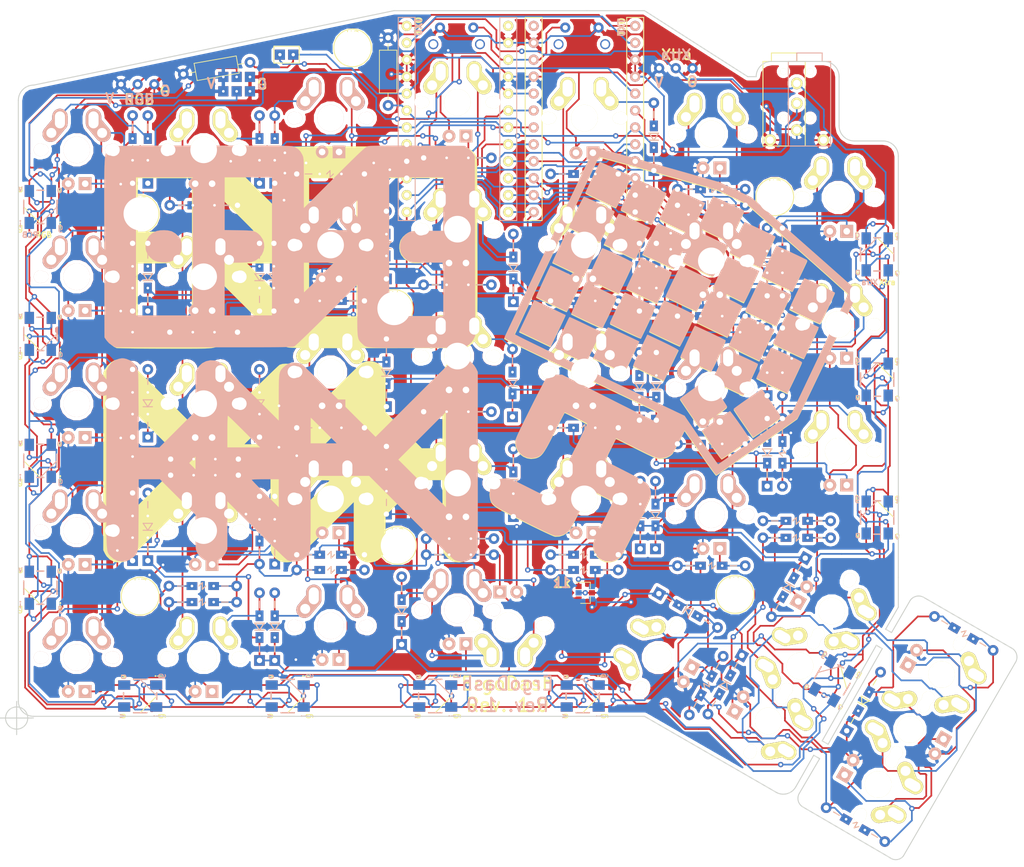
<source format=kicad_pcb>
(kicad_pcb (version 4) (host pcbnew 4.0.7)
  (title_block (title "ErgoDash Rev1.0") (date 2018-06-07) (rev 2.0) (company Omkbd))
  (layers (0 F.Cu signal) (31 B.Cu signal) (34 B.Paste user) (35 F.Paste user) (36 B.SilkS user) (37 F.SilkS user) (38 B.Mask user) (39 F.Mask user) (44 Edge.Cuts user))
  (net 0 "")
  (net 1 /row0)
  (net 2 "Net-(D1-Pad2)")
  (net 3 /row1)
  (net 4 "Net-(D2-Pad2)")
  (net 5 /row2)
  (net 6 "Net-(D3-Pad2)")
  (net 7 /row3)
  (net 8 "Net-(D4-Pad2)")
  (net 9 "Net-(D5-Pad2)")
  (net 10 "Net-(D6-Pad2)")
  (net 11 "Net-(D7-Pad2)")
  (net 12 "Net-(D8-Pad2)")
  (net 13 "Net-(D9-Pad2)")
  (net 14 "Net-(D10-Pad2)")
  (net 15 "Net-(D11-Pad2)")
  (net 16 "Net-(D12-Pad2)")
  (net 17 "Net-(D13-Pad2)")
  (net 18 "Net-(D14-Pad2)")
  (net 19 "Net-(D15-Pad2)")
  (net 20 "Net-(D16-Pad2)")
  (net 21 "Net-(D17-Pad2)")
  (net 22 "Net-(D18-Pad2)")
  (net 23 "Net-(D19-Pad2)")
  (net 24 "Net-(D20-Pad2)")
  (net 25 "Net-(D21-Pad2)")
  (net 26 "Net-(D22-Pad2)")
  (net 27 "Net-(D23-Pad2)")
  (net 28 "Net-(D24-Pad2)")
  (net 29 "Net-(D25-Pad2)")
  (net 30 "Net-(D26-Pad2)")
  (net 31 "Net-(D27-Pad2)")
  (net 32 "Net-(D28-Pad2)")
  (net 33 /xtradata)
  (net 34 GND)
  (net 35 /sda/uart)
  (net 36 VCC)
  (net 37 /scl)
  (net 38 /col0)
  (net 39 /col1)
  (net 40 /col2)
  (net 41 /col3)
  (net 42 /col4)
  (net 43 /col5)
  (net 44 /col6)
  (net 45 "Net-(U3-Pad24)")
  (net 46 /rst)
  (net 47 "Net-(D29-Pad2)")
  (net 48 /row4)
  (net 49 "Net-(D30-Pad2)")
  (net 50 "Net-(D31-Pad2)")
  (net 51 "Net-(D32-Pad2)")
  (net 52 "Net-(D33-Pad2)")
  (net 53 "Net-(D34-Pad2)")
  (net 54 /RBG)
  (net 55 /RX)
  (net 56 "Net-(U6-Pad24)")
  (net 57 "Net-(LED10-Pad4)")
  (net 58 "Net-(LED10-Pad2)")
  (net 59 "Net-(J4-Pad2)")
  (net 60 "Net-(J5-Pad2)")
  (net 61 "Net-(LED1-Pad4)")
  (net 62 "Net-(LED2-Pad4)")
  (net 63 "Net-(LED3-Pad4)")
  (net 64 "Net-(LED4-Pad4)")
  (net 65 "Net-(LED5-Pad4)")
  (net 66 "Net-(LED6-Pad4)")
  (net 67 "Net-(LED7-Pad4)")
  (net 68 "Net-(LED8-Pad4)")
  (net 69 "Net-(LED11-Pad4)")
  (net 70 "Net-(D35-Pad1)")
  (net 71 "Net-(D36-Pad1)")
  (net 72 "Net-(D37-Pad1)")
  (net 73 "Net-(D38-Pad1)")
  (net 74 "Net-(D39-Pad1)")
  (net 75 "Net-(D40-Pad1)")
  (net 76 "Net-(D41-Pad1)")
  (net 77 "Net-(D42-Pad1)")
  (net 78 "Net-(D43-Pad1)")
  (net 79 "Net-(D44-Pad1)")
  (net 80 "Net-(D45-Pad1)")
  (net 81 "Net-(D46-Pad1)")
  (net 82 "Net-(D47-Pad1)")
  (net 83 "Net-(D48-Pad1)")
  (net 84 "Net-(D49-Pad1)")
  (net 85 "Net-(D50-Pad1)")
  (net 86 "Net-(D51-Pad1)")
  (net 87 "Net-(D52-Pad1)")
  (net 88 "Net-(D53-Pad1)")
  (net 89 "Net-(D54-Pad1)")
  (net 90 "Net-(D55-Pad1)")
  (net 91 "Net-(D56-Pad1)")
  (net 92 "Net-(D57-Pad1)")
  (net 93 "Net-(D58-Pad1)")
  (net 94 "Net-(D59-Pad1)")
  (net 95 "Net-(D60-Pad1)")
  (net 96 "Net-(D61-Pad1)")
  (net 97 "Net-(D62-Pad1)")
  (net 98 "Net-(D63-Pad1)")
  (net 99 "Net-(D64-Pad1)")
  (net 100 "Net-(D65-Pad1)")
  (net 101 "Net-(D66-Pad1)")
  (net 102 "Net-(Q1-Pad1)")
  (net 103 "Net-(Q1-Pad3)")
  (net 104 /Backlight)
  (net 105 /Audio)
  (net 106 "Net-(D68-Pad2)")
  (net 107 "Net-(D69-Pad1)")
  (net 108 "Net-(D70-Pad1)")
  (net 109 "Net-(D71-Pad1)")
  (net 110 "Net-(D72-Pad1)")
  (module library:MX_ALPS (layer B.Cu) (at 144.145 127.03175 180)
    (fp_text reference SW33 hide)
    (fp_text value SW_PUSH hide)
    (pad "" np_thru_hole circle (at 0 0 90) (size 4 4) (drill 4) (layers *.Cu *.Mask B.SilkS))
    (pad "" np_thru_hole circle (at -5.5 0 90) (size 1.9 1.9) (drill 1.9) (layers *.Cu *.Mask B.SilkS))
    (pad "" np_thru_hole circle (at 5.5 0 90) (size 1.9 1.9) (drill 1.9) (layers *.Cu *.Mask B.SilkS))
    (pad 1 thru_hole oval (at -3.81 2.54 130) (size 4.2 2.4) (drill 1.5 (offset 0.7 0)) (layers *.Cu *.Mask B.SilkS) (net 41 /col3))
    (pad 2 thru_hole oval (at 3.81 2.54 230) (size 4.2 2.4) (drill 1.5 (offset -0.7 0)) (layers *.Cu *.Mask B.SilkS) (net 51 "Net-(D32-Pad2)"))
    (pad 2 thru_hole oval (at 2.52 4.5 180) (size 2.3 3.337) (drill oval 1.513 2.55) (layers *.Cu *.Mask B.SilkS) (net 51 "Net-(D32-Pad2)"))
    (pad 1 thru_hole oval (at -2.52 4.5 180) (size 2.3 3.337) (drill oval 1.513 2.55) (layers *.Cu *.Mask B.SilkS) (net 41 /col3))
    (pad "" np_thru_hole circle (at 5.08 0 180) (size 1.7 1.7) (drill 1.7) (layers *.Cu *.Mask B.SilkS))
    (pad "" np_thru_hole circle (at -5.08 0 180) (size 1.7 1.7) (drill 1.7) (layers *.Cu *.Mask B.SilkS))
  )
  (module library:MX_ALPS (layer F.Cu) (at 125.095 110.363)
    (fp_text reference SW12 hide)
    (fp_text value SW_PUSH hide)
    (pad "" np_thru_hole circle (at 0 0 90) (size 4 4) (drill 4) (layers *.Cu *.Mask F.SilkS))
    (pad "" np_thru_hole circle (at -5.5 0 90) (size 1.9 1.9) (drill 1.9) (layers *.Cu *.Mask F.SilkS))
    (pad "" np_thru_hole circle (at 5.5 0 90) (size 1.9 1.9) (drill 1.9) (layers *.Cu *.Mask F.SilkS))
    (pad 1 thru_hole oval (at -3.81 -2.54 50) (size 4.2 2.4) (drill 1.5 (offset 0.7 0)) (layers *.Cu *.Mask F.SilkS) (net 40 /col2))
    (pad 2 thru_hole oval (at 3.81 -2.54 310) (size 4.2 2.4) (drill 1.5 (offset -0.7 0)) (layers *.Cu *.Mask F.SilkS) (net 16 "Net-(D12-Pad2)"))
    (pad 2 thru_hole oval (at 2.52 -4.5) (size 2.3 3.337) (drill oval 1.513 2.55) (layers *.Cu *.Mask F.SilkS) (net 16 "Net-(D12-Pad2)"))
    (pad 1 thru_hole oval (at -2.52 -4.5) (size 2.3 3.337) (drill oval 1.513 2.55) (layers *.Cu *.Mask F.SilkS) (net 40 /col2))
    (pad "" np_thru_hole circle (at 5.08 0) (size 1.7 1.7) (drill 1.7) (layers *.Cu *.Mask F.SilkS))
    (pad "" np_thru_hole circle (at -5.08 0) (size 1.7 1.7) (drill 1.7) (layers *.Cu *.Mask F.SilkS))
  )
  (module library:MX_ALPS (layer F.Cu) (at 125.095 91.313)
    (fp_text reference SW11 hide)
    (fp_text value SW_PUSH hide)
    (pad "" np_thru_hole circle (at 0 0 90) (size 4 4) (drill 4) (layers *.Cu *.Mask F.SilkS))
    (pad "" np_thru_hole circle (at -5.5 0 90) (size 1.9 1.9) (drill 1.9) (layers *.Cu *.Mask F.SilkS))
    (pad "" np_thru_hole circle (at 5.5 0 90) (size 1.9 1.9) (drill 1.9) (layers *.Cu *.Mask F.SilkS))
    (pad 1 thru_hole oval (at -3.81 -2.54 50) (size 4.2 2.4) (drill 1.5 (offset 0.7 0)) (layers *.Cu *.Mask F.SilkS) (net 40 /col2))
    (pad 2 thru_hole oval (at 3.81 -2.54 310) (size 4.2 2.4) (drill 1.5 (offset -0.7 0)) (layers *.Cu *.Mask F.SilkS) (net 15 "Net-(D11-Pad2)"))
    (pad 2 thru_hole oval (at 2.52 -4.5) (size 2.3 3.337) (drill oval 1.513 2.55) (layers *.Cu *.Mask F.SilkS) (net 15 "Net-(D11-Pad2)"))
    (pad 1 thru_hole oval (at -2.52 -4.5) (size 2.3 3.337) (drill oval 1.513 2.55) (layers *.Cu *.Mask F.SilkS) (net 40 /col2))
    (pad "" np_thru_hole circle (at 5.08 0) (size 1.7 1.7) (drill 1.7) (layers *.Cu *.Mask F.SilkS))
    (pad "" np_thru_hole circle (at -5.08 0) (size 1.7 1.7) (drill 1.7) (layers *.Cu *.Mask F.SilkS))
  )
  (module library:MX_ALPS (layer B.Cu) (at 86.995 115.1255 180)
    (fp_text reference SW4 hide)
    (fp_text value SW_PUSH hide)
    (pad "" np_thru_hole circle (at 0 0 90) (size 4 4) (drill 4) (layers *.Cu *.Mask B.SilkS))
    (pad "" np_thru_hole circle (at -5.5 0 90) (size 1.9 1.9) (drill 1.9) (layers *.Cu *.Mask B.SilkS))
    (pad "" np_thru_hole circle (at 5.5 0 90) (size 1.9 1.9) (drill 1.9) (layers *.Cu *.Mask B.SilkS))
    (pad 1 thru_hole oval (at -3.81 2.54 130) (size 4.2 2.4) (drill 1.5 (offset 0.7 0)) (layers *.Cu *.Mask B.SilkS) (net 38 /col0))
    (pad 2 thru_hole oval (at 3.81 2.54 230) (size 4.2 2.4) (drill 1.5 (offset -0.7 0)) (layers *.Cu *.Mask B.SilkS) (net 8 "Net-(D4-Pad2)"))
    (pad 2 thru_hole oval (at 2.52 4.5 180) (size 2.3 3.337) (drill oval 1.513 2.55) (layers *.Cu *.Mask B.SilkS) (net 8 "Net-(D4-Pad2)"))
    (pad 1 thru_hole oval (at -2.52 4.5 180) (size 2.3 3.337) (drill oval 1.513 2.55) (layers *.Cu *.Mask B.SilkS) (net 38 /col0))
    (pad "" np_thru_hole circle (at 5.08 0 180) (size 1.7 1.7) (drill 1.7) (layers *.Cu *.Mask B.SilkS))
    (pad "" np_thru_hole circle (at -5.08 0 180) (size 1.7 1.7) (drill 1.7) (layers *.Cu *.Mask B.SilkS))
  )
  (module library:MX_ALPS (layer B.Cu) (at 86.995 57.9755 180)
    (fp_text reference SW1 hide)
    (fp_text value SW_PUSH hide)
    (pad "" np_thru_hole circle (at 0 0 90) (size 4 4) (drill 4) (layers *.Cu *.Mask B.SilkS))
    (pad "" np_thru_hole circle (at -5.5 0 90) (size 1.9 1.9) (drill 1.9) (layers *.Cu *.Mask B.SilkS))
    (pad "" np_thru_hole circle (at 5.5 0 90) (size 1.9 1.9) (drill 1.9) (layers *.Cu *.Mask B.SilkS))
    (pad 1 thru_hole oval (at -3.81 2.54 130) (size 4.2 2.4) (drill 1.5 (offset 0.7 0)) (layers *.Cu *.Mask B.SilkS) (net 38 /col0))
    (pad 2 thru_hole oval (at 3.81 2.54 230) (size 4.2 2.4) (drill 1.5 (offset -0.7 0)) (layers *.Cu *.Mask B.SilkS) (net 2 "Net-(D1-Pad2)"))
    (pad 2 thru_hole oval (at 2.52 4.5 180) (size 2.3 3.337) (drill oval 1.513 2.55) (layers *.Cu *.Mask B.SilkS) (net 2 "Net-(D1-Pad2)"))
    (pad 1 thru_hole oval (at -2.52 4.5 180) (size 2.3 3.337) (drill oval 1.513 2.55) (layers *.Cu *.Mask B.SilkS) (net 38 /col0))
    (pad "" np_thru_hole circle (at 5.08 0 180) (size 1.7 1.7) (drill 1.7) (layers *.Cu *.Mask B.SilkS))
    (pad "" np_thru_hole circle (at -5.08 0 180) (size 1.7 1.7) (drill 1.7) (layers *.Cu *.Mask B.SilkS))
  )
  (module library:MX_ALPS (layer F.Cu) (at 182.245 55.59425)
    (fp_text reference SW21 hide)
    (fp_text value SW_PUSH hide)
    (pad "" np_thru_hole circle (at 0 0 90) (size 4 4) (drill 4) (layers *.Cu *.Mask F.SilkS))
    (pad "" np_thru_hole circle (at -5.5 0 90) (size 1.9 1.9) (drill 1.9) (layers *.Cu *.Mask F.SilkS))
    (pad "" np_thru_hole circle (at 5.5 0 90) (size 1.9 1.9) (drill 1.9) (layers *.Cu *.Mask F.SilkS))
    (pad 1 thru_hole oval (at -3.81 -2.54 50) (size 4.2 2.4) (drill 1.5 (offset 0.7 0)) (layers *.Cu *.Mask F.SilkS) (net 43 /col5))
    (pad 2 thru_hole oval (at 3.81 -2.54 310) (size 4.2 2.4) (drill 1.5 (offset -0.7 0)) (layers *.Cu *.Mask F.SilkS) (net 25 "Net-(D21-Pad2)"))
    (pad 2 thru_hole oval (at 2.52 -4.5) (size 2.3 3.337) (drill oval 1.513 2.55) (layers *.Cu *.Mask F.SilkS) (net 25 "Net-(D21-Pad2)"))
    (pad 1 thru_hole oval (at -2.52 -4.5) (size 2.3 3.337) (drill oval 1.513 2.55) (layers *.Cu *.Mask F.SilkS) (net 43 /col5))
    (pad "" np_thru_hole circle (at 5.08 0) (size 1.7 1.7) (drill 1.7) (layers *.Cu *.Mask F.SilkS))
    (pad "" np_thru_hole circle (at -5.08 0) (size 1.7 1.7) (drill 1.7) (layers *.Cu *.Mask F.SilkS))
  )
  (module library:ProMicro_rev (layer B.Cu) (at 163.195 53.34 180)
    (fp_text reference U6 hide)
    (fp_text value ProMicro hide)
    (pad 1 thru_hole circle (at -7.62 13.97 180) (size 1.524 1.524) (drill 0.8128) (layers *.Cu *.Mask B.SilkS) (net 54 /RBG))
    (pad 2 thru_hole circle (at -7.62 11.43 180) (size 1.524 1.524) (drill 0.8128) (layers *.Cu *.Mask B.SilkS) (net 55 /RX))
    (pad 3 thru_hole circle (at -7.62 8.89 180) (size 1.524 1.524) (drill 0.8128) (layers *.Cu *.Mask B.SilkS) (net 34 GND))
    (pad 4 thru_hole circle (at -7.62 6.35 180) (size 1.524 1.524) (drill 0.8128) (layers *.Cu *.Mask B.SilkS) (net 34 GND))
    (pad 5 thru_hole circle (at -7.62 3.81 180) (size 1.524 1.524) (drill 0.8128) (layers *.Cu *.Mask B.SilkS) (net 37 /scl))
    (pad 6 thru_hole circle (at -7.62 1.27 180) (size 1.524 1.524) (drill 0.8128) (layers *.Cu *.Mask B.SilkS) (net 35 /sda/uart))
    (pad 7 thru_hole circle (at -7.62 -1.27 180) (size 1.524 1.524) (drill 0.8128) (layers *.Cu *.Mask B.SilkS) (net 1 /row0))
    (pad 8 thru_hole circle (at -7.62 -3.81 180) (size 1.524 1.524) (drill 0.8128) (layers *.Cu *.Mask B.SilkS) (net 105 /Audio))
    (pad 9 thru_hole circle (at -7.62 -6.35 180) (size 1.524 1.524) (drill 0.8128) (layers *.Cu *.Mask B.SilkS) (net 3 /row1))
    (pad 10 thru_hole circle (at -7.62 -8.89 180) (size 1.524 1.524) (drill 0.8128) (layers *.Cu *.Mask B.SilkS) (net 5 /row2))
    (pad 11 thru_hole circle (at -7.62 -11.43 180) (size 1.524 1.524) (drill 0.8128) (layers *.Cu *.Mask B.SilkS) (net 7 /row3))
    (pad 12 thru_hole circle (at -7.62 -13.97 180) (size 1.524 1.524) (drill 0.8128) (layers *.Cu *.Mask B.SilkS) (net 48 /row4))
    (pad 13 thru_hole circle (at 7.62 -13.97 180) (size 1.524 1.524) (drill 0.8128) (layers *.Cu *.Mask B.SilkS) (net 104 /Backlight))
    (pad 14 thru_hole circle (at 7.62 -11.43 180) (size 1.524 1.524) (drill 0.8128) (layers *.Cu *.Mask B.SilkS) (net 44 /col6))
    (pad 15 thru_hole circle (at 7.62 -8.89 180) (size 1.524 1.524) (drill 0.8128) (layers *.Cu *.Mask B.SilkS) (net 43 /col5))
    (pad 16 thru_hole circle (at 7.62 -6.35 180) (size 1.524 1.524) (drill 0.8128) (layers *.Cu *.Mask B.SilkS) (net 42 /col4))
    (pad 17 thru_hole circle (at 7.62 -3.81 180) (size 1.524 1.524) (drill 0.8128) (layers *.Cu *.Mask B.SilkS) (net 41 /col3))
    (pad 18 thru_hole circle (at 7.62 -1.27 180) (size 1.524 1.524) (drill 0.8128) (layers *.Cu *.Mask B.SilkS) (net 40 /col2))
    (pad 19 thru_hole circle (at 7.62 1.27 180) (size 1.524 1.524) (drill 0.8128) (layers *.Cu *.Mask B.SilkS) (net 39 /col1))
    (pad 20 thru_hole circle (at 7.62 3.81 180) (size 1.524 1.524) (drill 0.8128) (layers *.Cu *.Mask B.SilkS) (net 38 /col0))
    (pad 21 thru_hole circle (at 7.62 6.35 180) (size 1.524 1.524) (drill 0.8128) (layers *.Cu *.Mask B.SilkS) (net 36 VCC))
    (pad 22 thru_hole circle (at 7.62 8.89 180) (size 1.524 1.524) (drill 0.8128) (layers *.Cu *.Mask B.SilkS) (net 46 /rst))
    (pad 23 thru_hole circle (at 7.62 11.43 180) (size 1.524 1.524) (drill 0.8128) (layers *.Cu *.Mask B.SilkS) (net 34 GND))
    (pad 24 thru_hole circle (at 7.62 13.97 180) (size 1.524 1.524) (drill 0.8128) (layers *.Cu *.Mask B.SilkS) (net 56 "Net-(U6-Pad24)"))
  )
  (module Resistors_THT:R_Axial_DIN0207_L6.3mm_D2.5mm_P10.16mm_Horizontal (layer F.Cu) (at 102.997 46.609 10)
    (fp_text reference R1 hide)
    (fp_text value R)
    (pad 1 thru_hole circle (at 0 0 10) (size 1.6 1.6) (drill 0.8) (layers *.Cu *.Mask) (net 36 VCC))
    (pad 2 thru_hole oval (at 10.16 0 10) (size 1.6 1.6) (drill 0.8) (layers *.Cu *.Mask) (net 37 /scl))
  )
  (module Resistors_THT:R_Axial_DIN0207_L6.3mm_D2.5mm_P10.16mm_Horizontal (layer F.Cu) (at 133.731 41.148 270)
    (fp_text reference R2 hide)
    (fp_text value R)
    (pad 1 thru_hole circle (at 0 0 270) (size 1.6 1.6) (drill 0.8) (layers *.Cu *.Mask) (net 36 VCC))
    (pad 2 thru_hole oval (at 10.16 0 270) (size 1.6 1.6) (drill 0.8) (layers *.Cu *.Mask) (net 35 /sda/uart))
  )
  (module library:hole (layer F.Cu) (at 134.62 81.788)
    (fp_text reference U1 (at 0 -2) (layer F.SilkS))
    (fp_text value HOLE)
    (pad "" np_thru_hole circle (at 0 0) (size 5 5) (drill 5) (layers *.Cu *.Mask) (clearance 0.1524))
  )
  (module library:hole (layer F.Cu) (at 191.77 65.024)
    (fp_text reference U2 (at 0 -2) (layer F.SilkS))
    (fp_text value HOLE)
    (pad "" np_thru_hole circle (at 0 0) (size 5 5) (drill 5) (layers *.Cu *.Mask) (clearance 0.1524))
  )
  (module library:hole (layer F.Cu) (at 185.801 124.714)
    (fp_text reference U4 (at 0 -2) (layer F.SilkS))
    (fp_text value HOLE)
    (pad "" np_thru_hole circle (at 0 0) (size 5 5) (drill 5) (layers *.Cu *.Mask) (clearance 0.1524))
  )
  (module library:hole (layer F.Cu) (at 96.52 67.564)
    (fp_text reference U5 (at 0 -2) (layer F.SilkS))
    (fp_text value HOLE)
    (pad "" np_thru_hole circle (at 0 0) (size 5 5) (drill 5) (layers *.Cu *.Mask) (clearance 0.1524))
  )
  (module library:hole (layer F.Cu) (at 96.52 124.968)
    (fp_text reference U7 (at 0 -2) (layer F.SilkS))
    (fp_text value HOLE)
    (pad "" np_thru_hole circle (at 0 0) (size 5 5) (drill 5) (layers *.Cu *.Mask) (clearance 0.1524))
  )
  (module library:jumper_smd_2dub (layer F.Cu) (at 118.491 43.688)
    (fp_text reference W1 hide)
    (fp_text value jumper_smd)
    (pad 2 thru_hole rect (at 1 0) (size 1.524 1.524) (drill 0.5) (layers *.Cu *.Mask) (net 37 /scl))
    (pad 1 thru_hole rect (at -1 0) (size 1.524 1.524) (drill 0.5) (layers *.Cu *.Mask) (net 33 /xtradata))
  )
  (module library:trrs_jack (layer F.Cu) (at 195.072 44.704 270)
    (fp_text reference J1 hide)
    (fp_text value 5PIN)
    (pad "" np_thru_hole circle (at 1.5 -2 270) (size 0.9906 0.9906) (drill 0.9906) (layers *.Cu *.Mask F.SilkS))
    (pad "" np_thru_hole circle (at 1.5 2 270) (size 0.9906 0.9906) (drill 0.9906) (layers *.Cu *.Mask F.SilkS))
    (pad 3 thru_hole circle (at 6.3 0 270) (size 1.7526 1.7526) (drill 1.0922) (layers *.Cu *.Mask F.SilkS) (net 35 /sda/uart))
    (pad 4 thru_hole circle (at 11.8 4 270) (size 1.7526 1.7526) (drill 1.0922) (layers *.Cu *.Mask F.SilkS) (net 34 GND))
    (pad 1 thru_hole circle (at 10.3 0 270) (size 1.7526 1.7526) (drill 1.0922) (layers *.Cu *.Mask F.SilkS) (net 36 VCC))
    (pad 5 thru_hole circle (at 11.8 -4 270) (size 1.7526 1.7526) (drill 1.0922) (layers *.Cu *.Mask F.SilkS) (net 34 GND))
    (pad 2 thru_hole circle (at 3.3 0 270) (size 1.7526 1.7526) (drill 1.0922) (layers *.Cu *.Mask F.SilkS) (net 33 /xtradata))
    (pad "" np_thru_hole circle (at 8.5 2 270) (size 0.9906 0.9906) (drill 0.9906) (layers *.Cu *.Mask F.SilkS))
    (pad "" np_thru_hole circle (at 8.5 -2 270) (size 0.9906 0.9906) (drill 0.9906) (layers *.Cu *.Mask F.SilkS))
  )
  (module library:tact_switch2 (layer F.Cu) (at 162.814 39.624)
    (fp_text reference SW29 hide)
    (fp_text value SW_Push)
    (pad 1 thru_hole circle (at -2.5 0) (size 1.524 1.524) (drill 0.762) (layers *.Cu *.Mask) (net 46 /rst))
    (pad 2 thru_hole circle (at 2.5 0) (size 1.524 1.524) (drill 0.762) (layers *.Cu *.Mask) (net 34 GND))
    (pad 3 thru_hole circle (at -3.5 2.5) (size 1.5 1.5) (drill 1.1) (layers *.Cu *.Mask))
    (pad 3 thru_hole circle (at 3.5 2.5) (size 1.5 1.5) (drill 1.1) (layers *.Cu *.Mask))
  )
  (module library:conn3 (layer F.Cu) (at 96.139 48.133)
    (fp_text reference J2 hide)
    (fp_text value Conn_01x03)
    (pad 2 thru_hole circle (at 0 0) (size 1.524 1.524) (drill 0.762) (layers *.Cu *.Mask) (net 54 /RBG))
    (pad 1 thru_hole circle (at -2.5 0) (size 1.524 1.524) (drill 0.762) (layers *.Cu *.Mask) (net 36 VCC))
    (pad 3 thru_hole circle (at 2.5 0) (size 1.524 1.524) (drill 0.762) (layers *.Cu *.Mask) (net 34 GND))
  )
  (module library:conn3 (layer F.Cu) (at 176.911 45.72)
    (fp_text reference J3)
    (fp_text value Conn_01x03)
    (pad 2 thru_hole circle (at 0 0) (size 1.524 1.524) (drill 0.762) (layers *.Cu *.Mask) (net 33 /xtradata))
    (pad 1 thru_hole circle (at -2.5 0) (size 1.524 1.524) (drill 0.762) (layers *.Cu *.Mask) (net 36 VCC))
    (pad 3 thru_hole circle (at 2.5 0) (size 1.524 1.524) (drill 0.762) (layers *.Cu *.Mask) (net 34 GND))
  )
  (module library:tact_switch2 (layer B.Cu) (at 144.018 39.624 180)
    (fp_text reference SW37 hide)
    (fp_text value SW_Push)
    (pad 1 thru_hole circle (at -2.5 0 180) (size 1.524 1.524) (drill 0.762) (layers *.Cu *.Mask) (net 46 /rst))
    (pad 2 thru_hole circle (at 2.5 0 180) (size 1.524 1.524) (drill 0.762) (layers *.Cu *.Mask) (net 34 GND))
    (pad 3 thru_hole circle (at -3.5 -2.5 180) (size 1.5 1.5) (drill 1.1) (layers *.Cu *.Mask))
    (pad 3 thru_hole circle (at 3.5 -2.5 180) (size 1.5 1.5) (drill 1.1) (layers *.Cu *.Mask))
  )
  (module library:hole (layer F.Cu) (at 135.128 117.348)
    (fp_text reference U8 (at 0 -2) (layer F.SilkS))
    (fp_text value HOLE)
    (pad "" np_thru_hole circle (at 0 0) (size 5 5) (drill 5) (layers *.Cu *.Mask) (clearance 0.1524))
  )
  (module library:Resistors_SMD_THT (layer F.Cu) (at 95.377 52.832 270)
    (fp_text reference R3 hide)
    (fp_text value R)
    (pad 2 thru_hole rect (at 6.71 0 270) (size 1.6 1.2) (drill 0.4) (layers *.Cu *.Mask) (net 103 "Net-(Q1-Pad3)"))
    (pad 1 thru_hole circle (at 0 0 270) (size 1.6 1.6) (drill 0.8) (layers *.Cu *.Mask) (net 70 "Net-(D35-Pad1)"))
    (pad 2 thru_hole oval (at 10.16 0 270) (size 1.6 1.6) (drill 0.8) (layers *.Cu *.Mask) (net 103 "Net-(Q1-Pad3)"))
    (pad 1 thru_hole rect (at 3.45 0 270) (size 1.6 1.2) (drill 0.4) (layers *.Cu *.Mask) (net 70 "Net-(D35-Pad1)"))
  )
  (module library:Resistors_SMD_THT (layer F.Cu) (at 111.125 66.294 180)
    (fp_text reference R4 hide)
    (fp_text value R)
    (pad 2 thru_hole rect (at 6.71 0 180) (size 1.6 1.2) (drill 0.4) (layers *.Cu *.Mask) (net 103 "Net-(Q1-Pad3)"))
    (pad 1 thru_hole circle (at 0 0 180) (size 1.6 1.6) (drill 0.8) (layers *.Cu *.Mask) (net 71 "Net-(D36-Pad1)"))
    (pad 2 thru_hole oval (at 10.16 0 180) (size 1.6 1.6) (drill 0.8) (layers *.Cu *.Mask) (net 103 "Net-(Q1-Pad3)"))
    (pad 1 thru_hole rect (at 3.45 0 180) (size 1.6 1.2) (drill 0.4) (layers *.Cu *.Mask) (net 71 "Net-(D36-Pad1)"))
  )
  (module library:Resistors_SMD_THT (layer F.Cu) (at 120.015 61.595)
    (fp_text reference R5 hide)
    (fp_text value R)
    (pad 2 thru_hole rect (at 6.71 0) (size 1.6 1.2) (drill 0.4) (layers *.Cu *.Mask) (net 103 "Net-(Q1-Pad3)"))
    (pad 1 thru_hole circle (at 0 0) (size 1.6 1.6) (drill 0.8) (layers *.Cu *.Mask) (net 72 "Net-(D37-Pad1)"))
    (pad 2 thru_hole oval (at 10.16 0) (size 1.6 1.6) (drill 0.8) (layers *.Cu *.Mask) (net 103 "Net-(Q1-Pad3)"))
    (pad 1 thru_hole rect (at 3.45 0) (size 1.6 1.2) (drill 0.4) (layers *.Cu *.Mask) (net 72 "Net-(D37-Pad1)"))
  )
  (module library:Resistors_SMD_THT (layer F.Cu) (at 149.225 59.182 180)
    (fp_text reference R6 hide)
    (fp_text value R)
    (pad 2 thru_hole rect (at 6.71 0 180) (size 1.6 1.2) (drill 0.4) (layers *.Cu *.Mask) (net 103 "Net-(Q1-Pad3)"))
    (pad 1 thru_hole circle (at 0 0 180) (size 1.6 1.6) (drill 0.8) (layers *.Cu *.Mask) (net 73 "Net-(D38-Pad1)"))
    (pad 2 thru_hole oval (at 10.16 0 180) (size 1.6 1.6) (drill 0.8) (layers *.Cu *.Mask) (net 103 "Net-(Q1-Pad3)"))
    (pad 1 thru_hole rect (at 3.45 0 180) (size 1.6 1.2) (drill 0.4) (layers *.Cu *.Mask) (net 73 "Net-(D38-Pad1)"))
  )
  (module library:Resistors_SMD_THT (layer F.Cu) (at 158.115 61.595)
    (fp_text reference R7 hide)
    (fp_text value R)
    (pad 2 thru_hole rect (at 6.71 0) (size 1.6 1.2) (drill 0.4) (layers *.Cu *.Mask) (net 103 "Net-(Q1-Pad3)"))
    (pad 1 thru_hole circle (at 0 0) (size 1.6 1.6) (drill 0.8) (layers *.Cu *.Mask) (net 74 "Net-(D39-Pad1)"))
    (pad 2 thru_hole oval (at 10.16 0) (size 1.6 1.6) (drill 0.8) (layers *.Cu *.Mask) (net 103 "Net-(Q1-Pad3)"))
    (pad 1 thru_hole rect (at 3.45 0) (size 1.6 1.2) (drill 0.4) (layers *.Cu *.Mask) (net 74 "Net-(D39-Pad1)"))
  )
  (module library:Resistors_SMD_THT (layer F.Cu) (at 187.325 63.881 180)
    (fp_text reference R8 hide)
    (fp_text value R)
    (pad 2 thru_hole rect (at 6.71 0 180) (size 1.6 1.2) (drill 0.4) (layers *.Cu *.Mask) (net 103 "Net-(Q1-Pad3)"))
    (pad 1 thru_hole circle (at 0 0 180) (size 1.6 1.6) (drill 0.8) (layers *.Cu *.Mask) (net 75 "Net-(D40-Pad1)"))
    (pad 2 thru_hole oval (at 10.16 0 180) (size 1.6 1.6) (drill 0.8) (layers *.Cu *.Mask) (net 103 "Net-(Q1-Pad3)"))
    (pad 1 thru_hole rect (at 3.45 0 180) (size 1.6 1.2) (drill 0.4) (layers *.Cu *.Mask) (net 75 "Net-(D40-Pad1)"))
  )
  (module library:Resistors_SMD_THT (layer F.Cu) (at 192.913 69.723 270)
    (fp_text reference R9 hide)
    (fp_text value R)
    (pad 2 thru_hole rect (at 6.71 0 270) (size 1.6 1.2) (drill 0.4) (layers *.Cu *.Mask) (net 103 "Net-(Q1-Pad3)"))
    (pad 1 thru_hole circle (at 0 0 270) (size 1.6 1.6) (drill 0.8) (layers *.Cu *.Mask) (net 76 "Net-(D41-Pad1)"))
    (pad 2 thru_hole oval (at 10.16 0 270) (size 1.6 1.6) (drill 0.8) (layers *.Cu *.Mask) (net 103 "Net-(Q1-Pad3)"))
    (pad 1 thru_hole rect (at 3.45 0 270) (size 1.6 1.2) (drill 0.4) (layers *.Cu *.Mask) (net 76 "Net-(D41-Pad1)"))
  )
  (module library:Resistors_SMD_THT (layer F.Cu) (at 95.377 72.009 270)
    (fp_text reference R10 hide)
    (fp_text value R)
    (pad 2 thru_hole rect (at 6.71 0 270) (size 1.6 1.2) (drill 0.4) (layers *.Cu *.Mask) (net 103 "Net-(Q1-Pad3)"))
    (pad 1 thru_hole circle (at 0 0 270) (size 1.6 1.6) (drill 0.8) (layers *.Cu *.Mask) (net 77 "Net-(D42-Pad1)"))
    (pad 2 thru_hole oval (at 10.16 0 270) (size 1.6 1.6) (drill 0.8) (layers *.Cu *.Mask) (net 103 "Net-(Q1-Pad3)"))
    (pad 1 thru_hole rect (at 3.45 0 270) (size 1.6 1.2) (drill 0.4) (layers *.Cu *.Mask) (net 77 "Net-(D42-Pad1)"))
  )
  (module library:Resistors_SMD_THT (layer F.Cu) (at 111.125 85.344 180)
    (fp_text reference R11 hide)
    (fp_text value R)
    (pad 2 thru_hole rect (at 6.71 0 180) (size 1.6 1.2) (drill 0.4) (layers *.Cu *.Mask) (net 103 "Net-(Q1-Pad3)"))
    (pad 1 thru_hole circle (at 0 0 180) (size 1.6 1.6) (drill 0.8) (layers *.Cu *.Mask) (net 78 "Net-(D43-Pad1)"))
    (pad 2 thru_hole oval (at 10.16 0 180) (size 1.6 1.6) (drill 0.8) (layers *.Cu *.Mask) (net 103 "Net-(Q1-Pad3)"))
    (pad 1 thru_hole rect (at 3.45 0 180) (size 1.6 1.2) (drill 0.4) (layers *.Cu *.Mask) (net 78 "Net-(D43-Pad1)"))
  )
  (module library:Resistors_SMD_THT (layer F.Cu) (at 130.175 80.645 180)
    (fp_text reference R12 hide)
    (fp_text value R)
    (pad 2 thru_hole rect (at 6.71 0 180) (size 1.6 1.2) (drill 0.4) (layers *.Cu *.Mask) (net 103 "Net-(Q1-Pad3)"))
    (pad 1 thru_hole circle (at 0 0 180) (size 1.6 1.6) (drill 0.8) (layers *.Cu *.Mask) (net 79 "Net-(D44-Pad1)"))
    (pad 2 thru_hole oval (at 10.16 0 180) (size 1.6 1.6) (drill 0.8) (layers *.Cu *.Mask) (net 103 "Net-(Q1-Pad3)"))
    (pad 1 thru_hole rect (at 3.45 0 180) (size 1.6 1.2) (drill 0.4) (layers *.Cu *.Mask) (net 79 "Net-(D44-Pad1)"))
  )
  (module library:Resistors_SMD_THT (layer F.Cu) (at 158.115 121.031)
    (fp_text reference R13 hide)
    (fp_text value 1k)
    (pad 2 thru_hole rect (at 6.71 0) (size 1.6 1.2) (drill 0.4) (layers *.Cu *.Mask) (net 102 "Net-(Q1-Pad1)"))
    (pad 1 thru_hole circle (at 0 0) (size 1.6 1.6) (drill 0.8) (layers *.Cu *.Mask) (net 104 /Backlight))
    (pad 2 thru_hole oval (at 10.16 0) (size 1.6 1.6) (drill 0.8) (layers *.Cu *.Mask) (net 102 "Net-(Q1-Pad1)"))
    (pad 1 thru_hole rect (at 3.45 0) (size 1.6 1.2) (drill 0.4) (layers *.Cu *.Mask) (net 104 /Backlight))
  )
  (module library:Resistors_SMD_THT (layer F.Cu) (at 149.225 78.232 180)
    (fp_text reference R15 hide)
    (fp_text value R)
    (pad 2 thru_hole rect (at 6.71 0 180) (size 1.6 1.2) (drill 0.4) (layers *.Cu *.Mask) (net 103 "Net-(Q1-Pad3)"))
    (pad 1 thru_hole circle (at 0 0 180) (size 1.6 1.6) (drill 0.8) (layers *.Cu *.Mask) (net 80 "Net-(D45-Pad1)"))
    (pad 2 thru_hole oval (at 10.16 0 180) (size 1.6 1.6) (drill 0.8) (layers *.Cu *.Mask) (net 103 "Net-(Q1-Pad3)"))
    (pad 1 thru_hole rect (at 3.45 0 180) (size 1.6 1.2) (drill 0.4) (layers *.Cu *.Mask) (net 80 "Net-(D45-Pad1)"))
  )
  (module library:Resistors_SMD_THT (layer F.Cu) (at 168.275 80.645 180)
    (fp_text reference R16 hide)
    (fp_text value R)
    (pad 2 thru_hole rect (at 6.71 0 180) (size 1.6 1.2) (drill 0.4) (layers *.Cu *.Mask) (net 103 "Net-(Q1-Pad3)"))
    (pad 1 thru_hole circle (at 0 0 180) (size 1.6 1.6) (drill 0.8) (layers *.Cu *.Mask) (net 81 "Net-(D46-Pad1)"))
    (pad 2 thru_hole oval (at 10.16 0 180) (size 1.6 1.6) (drill 0.8) (layers *.Cu *.Mask) (net 103 "Net-(Q1-Pad3)"))
    (pad 1 thru_hole rect (at 3.45 0 180) (size 1.6 1.2) (drill 0.4) (layers *.Cu *.Mask) (net 81 "Net-(D46-Pad1)"))
  )
  (module library:Resistors_SMD_THT (layer F.Cu) (at 187.325 82.931 180)
    (fp_text reference R17 hide)
    (fp_text value R)
    (pad 2 thru_hole rect (at 6.71 0 180) (size 1.6 1.2) (drill 0.4) (layers *.Cu *.Mask) (net 103 "Net-(Q1-Pad3)"))
    (pad 1 thru_hole circle (at 0 0 180) (size 1.6 1.6) (drill 0.8) (layers *.Cu *.Mask) (net 82 "Net-(D47-Pad1)"))
    (pad 2 thru_hole oval (at 10.16 0 180) (size 1.6 1.6) (drill 0.8) (layers *.Cu *.Mask) (net 103 "Net-(Q1-Pad3)"))
    (pad 1 thru_hole rect (at 3.45 0 180) (size 1.6 1.2) (drill 0.4) (layers *.Cu *.Mask) (net 82 "Net-(D47-Pad1)"))
  )
  (module library:Resistors_SMD_THT (layer F.Cu) (at 192.913 84.709 270)
    (fp_text reference R18 hide)
    (fp_text value R)
    (pad 2 thru_hole rect (at 6.71 0 270) (size 1.6 1.2) (drill 0.4) (layers *.Cu *.Mask) (net 103 "Net-(Q1-Pad3)"))
    (pad 1 thru_hole circle (at 0 0 270) (size 1.6 1.6) (drill 0.8) (layers *.Cu *.Mask) (net 83 "Net-(D48-Pad1)"))
    (pad 2 thru_hole oval (at 10.16 0 270) (size 1.6 1.6) (drill 0.8) (layers *.Cu *.Mask) (net 103 "Net-(Q1-Pad3)"))
    (pad 1 thru_hole rect (at 3.45 0 270) (size 1.6 1.2) (drill 0.4) (layers *.Cu *.Mask) (net 83 "Net-(D48-Pad1)"))
  )
  (module library:Resistors_SMD_THT (layer F.Cu) (at 95.377 90.932 270)
    (fp_text reference R19 hide)
    (fp_text value R)
    (pad 2 thru_hole rect (at 6.71 0 270) (size 1.6 1.2) (drill 0.4) (layers *.Cu *.Mask) (net 103 "Net-(Q1-Pad3)"))
    (pad 1 thru_hole circle (at 0 0 270) (size 1.6 1.6) (drill 0.8) (layers *.Cu *.Mask) (net 84 "Net-(D49-Pad1)"))
    (pad 2 thru_hole oval (at 10.16 0 270) (size 1.6 1.6) (drill 0.8) (layers *.Cu *.Mask) (net 103 "Net-(Q1-Pad3)"))
    (pad 1 thru_hole rect (at 3.45 0 270) (size 1.6 1.2) (drill 0.4) (layers *.Cu *.Mask) (net 84 "Net-(D49-Pad1)"))
  )
  (module library:Resistors_SMD_THT (layer F.Cu) (at 101.092 104.394)
    (fp_text reference R20 hide)
    (fp_text value R)
    (pad 2 thru_hole rect (at 6.71 0) (size 1.6 1.2) (drill 0.4) (layers *.Cu *.Mask) (net 103 "Net-(Q1-Pad3)"))
    (pad 1 thru_hole circle (at 0 0) (size 1.6 1.6) (drill 0.8) (layers *.Cu *.Mask) (net 85 "Net-(D50-Pad1)"))
    (pad 2 thru_hole oval (at 10.16 0) (size 1.6 1.6) (drill 0.8) (layers *.Cu *.Mask) (net 103 "Net-(Q1-Pad3)"))
    (pad 1 thru_hole rect (at 3.45 0) (size 1.6 1.2) (drill 0.4) (layers *.Cu *.Mask) (net 85 "Net-(D50-Pad1)"))
  )
  (module library:Resistors_SMD_THT (layer F.Cu) (at 130.175 99.695 180)
    (fp_text reference R21 hide)
    (fp_text value R)
    (pad 2 thru_hole rect (at 6.71 0 180) (size 1.6 1.2) (drill 0.4) (layers *.Cu *.Mask) (net 103 "Net-(Q1-Pad3)"))
    (pad 1 thru_hole circle (at 0 0 180) (size 1.6 1.6) (drill 0.8) (layers *.Cu *.Mask) (net 86 "Net-(D51-Pad1)"))
    (pad 2 thru_hole oval (at 10.16 0 180) (size 1.6 1.6) (drill 0.8) (layers *.Cu *.Mask) (net 103 "Net-(Q1-Pad3)"))
    (pad 1 thru_hole rect (at 3.45 0 180) (size 1.6 1.2) (drill 0.4) (layers *.Cu *.Mask) (net 86 "Net-(D51-Pad1)"))
  )
  (module library:Resistors_SMD_THT (layer F.Cu) (at 149.225 97.282 180)
    (fp_text reference R22 hide)
    (fp_text value R)
    (pad 2 thru_hole rect (at 6.71 0 180) (size 1.6 1.2) (drill 0.4) (layers *.Cu *.Mask) (net 103 "Net-(Q1-Pad3)"))
    (pad 1 thru_hole circle (at 0 0 180) (size 1.6 1.6) (drill 0.8) (layers *.Cu *.Mask) (net 87 "Net-(D52-Pad1)"))
    (pad 2 thru_hole oval (at 10.16 0 180) (size 1.6 1.6) (drill 0.8) (layers *.Cu *.Mask) (net 103 "Net-(Q1-Pad3)"))
    (pad 1 thru_hole rect (at 3.45 0 180) (size 1.6 1.2) (drill 0.4) (layers *.Cu *.Mask) (net 87 "Net-(D52-Pad1)"))
  )
  (module library:Resistors_SMD_THT (layer F.Cu) (at 168.275 99.695 180)
    (fp_text reference R23 hide)
    (fp_text value R)
    (pad 2 thru_hole rect (at 6.71 0 180) (size 1.6 1.2) (drill 0.4) (layers *.Cu *.Mask) (net 103 "Net-(Q1-Pad3)"))
    (pad 1 thru_hole circle (at 0 0 180) (size 1.6 1.6) (drill 0.8) (layers *.Cu *.Mask) (net 88 "Net-(D53-Pad1)"))
    (pad 2 thru_hole oval (at 10.16 0 180) (size 1.6 1.6) (drill 0.8) (layers *.Cu *.Mask) (net 103 "Net-(Q1-Pad3)"))
    (pad 1 thru_hole rect (at 3.45 0 180) (size 1.6 1.2) (drill 0.4) (layers *.Cu *.Mask) (net 88 "Net-(D53-Pad1)"))
  )
  (module library:Resistors_SMD_THT (layer F.Cu) (at 187.325 102.108 180)
    (fp_text reference R24 hide)
    (fp_text value R)
    (pad 2 thru_hole rect (at 6.71 0 180) (size 1.6 1.2) (drill 0.4) (layers *.Cu *.Mask) (net 103 "Net-(Q1-Pad3)"))
    (pad 1 thru_hole circle (at 0 0 180) (size 1.6 1.6) (drill 0.8) (layers *.Cu *.Mask) (net 89 "Net-(D54-Pad1)"))
    (pad 2 thru_hole oval (at 10.16 0 180) (size 1.6 1.6) (drill 0.8) (layers *.Cu *.Mask) (net 103 "Net-(Q1-Pad3)"))
    (pad 1 thru_hole rect (at 3.45 0 180) (size 1.6 1.2) (drill 0.4) (layers *.Cu *.Mask) (net 89 "Net-(D54-Pad1)"))
  )
  (module library:Resistors_SMD_THT (layer F.Cu) (at 192.913 108.458 90)
    (fp_text reference R25 hide)
    (fp_text value R)
    (pad 2 thru_hole rect (at 6.71 0 90) (size 1.6 1.2) (drill 0.4) (layers *.Cu *.Mask) (net 103 "Net-(Q1-Pad3)"))
    (pad 1 thru_hole circle (at 0 0 90) (size 1.6 1.6) (drill 0.8) (layers *.Cu *.Mask) (net 90 "Net-(D55-Pad1)"))
    (pad 2 thru_hole oval (at 10.16 0 90) (size 1.6 1.6) (drill 0.8) (layers *.Cu *.Mask) (net 103 "Net-(Q1-Pad3)"))
    (pad 1 thru_hole rect (at 3.45 0 90) (size 1.6 1.2) (drill 0.4) (layers *.Cu *.Mask) (net 90 "Net-(D55-Pad1)"))
  )
  (module library:Resistors_SMD_THT (layer F.Cu) (at 101.092 106.807)
    (fp_text reference R26 hide)
    (fp_text value R)
    (pad 2 thru_hole rect (at 6.71 0) (size 1.6 1.2) (drill 0.4) (layers *.Cu *.Mask) (net 103 "Net-(Q1-Pad3)"))
    (pad 1 thru_hole circle (at 0 0) (size 1.6 1.6) (drill 0.8) (layers *.Cu *.Mask) (net 91 "Net-(D56-Pad1)"))
    (pad 2 thru_hole oval (at 10.16 0) (size 1.6 1.6) (drill 0.8) (layers *.Cu *.Mask) (net 103 "Net-(Q1-Pad3)"))
    (pad 1 thru_hole rect (at 3.45 0) (size 1.6 1.2) (drill 0.4) (layers *.Cu *.Mask) (net 91 "Net-(D56-Pad1)"))
  )
  (module library:Resistors_SMD_THT (layer F.Cu) (at 114.427 109.982 270)
    (fp_text reference R27 hide)
    (fp_text value R)
    (pad 2 thru_hole rect (at 6.71 0 270) (size 1.6 1.2) (drill 0.4) (layers *.Cu *.Mask) (net 103 "Net-(Q1-Pad3)"))
    (pad 1 thru_hole circle (at 0 0 270) (size 1.6 1.6) (drill 0.8) (layers *.Cu *.Mask) (net 92 "Net-(D57-Pad1)"))
    (pad 2 thru_hole oval (at 10.16 0 270) (size 1.6 1.6) (drill 0.8) (layers *.Cu *.Mask) (net 103 "Net-(Q1-Pad3)"))
    (pad 1 thru_hole rect (at 3.45 0 270) (size 1.6 1.2) (drill 0.4) (layers *.Cu *.Mask) (net 92 "Net-(D57-Pad1)"))
  )
  (module library:Resistors_SMD_THT (layer F.Cu) (at 130.175 118.745 180)
    (fp_text reference R28 hide)
    (fp_text value R)
    (pad 2 thru_hole rect (at 6.71 0 180) (size 1.6 1.2) (drill 0.4) (layers *.Cu *.Mask) (net 103 "Net-(Q1-Pad3)"))
    (pad 1 thru_hole circle (at 0 0 180) (size 1.6 1.6) (drill 0.8) (layers *.Cu *.Mask) (net 93 "Net-(D58-Pad1)"))
    (pad 2 thru_hole oval (at 10.16 0 180) (size 1.6 1.6) (drill 0.8) (layers *.Cu *.Mask) (net 103 "Net-(Q1-Pad3)"))
    (pad 1 thru_hole rect (at 3.45 0 180) (size 1.6 1.2) (drill 0.4) (layers *.Cu *.Mask) (net 93 "Net-(D58-Pad1)"))
  )
  (module library:Resistors_SMD_THT (layer F.Cu) (at 149.606 116.332 180)
    (fp_text reference R29 hide)
    (fp_text value R)
    (pad 2 thru_hole rect (at 6.71 0 180) (size 1.6 1.2) (drill 0.4) (layers *.Cu *.Mask) (net 103 "Net-(Q1-Pad3)"))
    (pad 1 thru_hole circle (at 0 0 180) (size 1.6 1.6) (drill 0.8) (layers *.Cu *.Mask) (net 94 "Net-(D59-Pad1)"))
    (pad 2 thru_hole oval (at 10.16 0 180) (size 1.6 1.6) (drill 0.8) (layers *.Cu *.Mask) (net 103 "Net-(Q1-Pad3)"))
    (pad 1 thru_hole rect (at 3.45 0 180) (size 1.6 1.2) (drill 0.4) (layers *.Cu *.Mask) (net 94 "Net-(D59-Pad1)"))
  )
  (module library:Resistors_SMD_THT (layer F.Cu) (at 158.115 118.745)
    (fp_text reference R30 hide)
    (fp_text value R)
    (pad 2 thru_hole rect (at 6.71 0) (size 1.6 1.2) (drill 0.4) (layers *.Cu *.Mask) (net 103 "Net-(Q1-Pad3)"))
    (pad 1 thru_hole circle (at 0 0) (size 1.6 1.6) (drill 0.8) (layers *.Cu *.Mask) (net 95 "Net-(D60-Pad1)"))
    (pad 2 thru_hole oval (at 10.16 0) (size 1.6 1.6) (drill 0.8) (layers *.Cu *.Mask) (net 103 "Net-(Q1-Pad3)"))
    (pad 1 thru_hole rect (at 3.45 0) (size 1.6 1.2) (drill 0.4) (layers *.Cu *.Mask) (net 95 "Net-(D60-Pad1)"))
  )
  (module library:Resistors_SMD_THT (layer F.Cu) (at 187.325 120.396 180)
    (fp_text reference R31 hide)
    (fp_text value R)
    (pad 2 thru_hole rect (at 6.71 0 180) (size 1.6 1.2) (drill 0.4) (layers *.Cu *.Mask) (net 103 "Net-(Q1-Pad3)"))
    (pad 1 thru_hole circle (at 0 0 180) (size 1.6 1.6) (drill 0.8) (layers *.Cu *.Mask) (net 96 "Net-(D61-Pad1)"))
    (pad 2 thru_hole oval (at 10.16 0 180) (size 1.6 1.6) (drill 0.8) (layers *.Cu *.Mask) (net 103 "Net-(Q1-Pad3)"))
    (pad 1 thru_hole rect (at 3.45 0 180) (size 1.6 1.2) (drill 0.4) (layers *.Cu *.Mask) (net 96 "Net-(D61-Pad1)"))
  )
  (module library:Resistors_SMD_THT (layer F.Cu) (at 184.023 133.985 240)
    (fp_text reference R32 hide)
    (fp_text value R)
    (pad 2 thru_hole rect (at 6.71 0 240) (size 1.6 1.2) (drill 0.4) (layers *.Cu *.Mask) (net 103 "Net-(Q1-Pad3)"))
    (pad 1 thru_hole circle (at 0 0 240) (size 1.6 1.6) (drill 0.8) (layers *.Cu *.Mask) (net 97 "Net-(D62-Pad1)"))
    (pad 2 thru_hole oval (at 10.16 0 240) (size 1.6 1.6) (drill 0.8) (layers *.Cu *.Mask) (net 103 "Net-(Q1-Pad3)"))
    (pad 1 thru_hole rect (at 3.45 0 240) (size 1.6 1.2) (drill 0.4) (layers *.Cu *.Mask) (net 97 "Net-(D62-Pad1)"))
  )
  (module library:Resistors_SMD_THT (layer F.Cu) (at 100.838 123.444)
    (fp_text reference R33 hide)
    (fp_text value R)
    (pad 2 thru_hole rect (at 6.71 0) (size 1.6 1.2) (drill 0.4) (layers *.Cu *.Mask) (net 103 "Net-(Q1-Pad3)"))
    (pad 1 thru_hole circle (at 0 0) (size 1.6 1.6) (drill 0.8) (layers *.Cu *.Mask) (net 98 "Net-(D63-Pad1)"))
    (pad 2 thru_hole oval (at 10.16 0) (size 1.6 1.6) (drill 0.8) (layers *.Cu *.Mask) (net 103 "Net-(Q1-Pad3)"))
    (pad 1 thru_hole rect (at 3.45 0) (size 1.6 1.2) (drill 0.4) (layers *.Cu *.Mask) (net 98 "Net-(D63-Pad1)"))
  )
  (module library:Resistors_SMD_THT (layer F.Cu) (at 100.838 125.857)
    (fp_text reference R34 hide)
    (fp_text value R)
    (pad 2 thru_hole rect (at 6.71 0) (size 1.6 1.2) (drill 0.4) (layers *.Cu *.Mask) (net 103 "Net-(Q1-Pad3)"))
    (pad 1 thru_hole circle (at 0 0) (size 1.6 1.6) (drill 0.8) (layers *.Cu *.Mask) (net 99 "Net-(D64-Pad1)"))
    (pad 2 thru_hole oval (at 10.16 0) (size 1.6 1.6) (drill 0.8) (layers *.Cu *.Mask) (net 103 "Net-(Q1-Pad3)"))
    (pad 1 thru_hole rect (at 3.45 0) (size 1.6 1.2) (drill 0.4) (layers *.Cu *.Mask) (net 99 "Net-(D64-Pad1)"))
  )
  (module library:Resistors_SMD_THT (layer F.Cu) (at 130.175 121.031 180)
    (fp_text reference R35 hide)
    (fp_text value R)
    (pad 2 thru_hole rect (at 6.71 0 180) (size 1.6 1.2) (drill 0.4) (layers *.Cu *.Mask) (net 103 "Net-(Q1-Pad3)"))
    (pad 1 thru_hole circle (at 0 0 180) (size 1.6 1.6) (drill 0.8) (layers *.Cu *.Mask) (net 100 "Net-(D65-Pad1)"))
    (pad 2 thru_hole oval (at 10.16 0 180) (size 1.6 1.6) (drill 0.8) (layers *.Cu *.Mask) (net 103 "Net-(Q1-Pad3)"))
    (pad 1 thru_hole rect (at 3.45 0 180) (size 1.6 1.2) (drill 0.4) (layers *.Cu *.Mask) (net 100 "Net-(D65-Pad1)"))
  )
  (module library:Resistors_SMD_THT (layer F.Cu) (at 149.606 118.745 180)
    (fp_text reference R36 hide)
    (fp_text value R)
    (pad 2 thru_hole rect (at 6.71 0 180) (size 1.6 1.2) (drill 0.4) (layers *.Cu *.Mask) (net 103 "Net-(Q1-Pad3)"))
    (pad 1 thru_hole circle (at 0 0 180) (size 1.6 1.6) (drill 0.8) (layers *.Cu *.Mask) (net 101 "Net-(D66-Pad1)"))
    (pad 2 thru_hole oval (at 10.16 0 180) (size 1.6 1.6) (drill 0.8) (layers *.Cu *.Mask) (net 103 "Net-(Q1-Pad3)"))
    (pad 1 thru_hole rect (at 3.45 0 180) (size 1.6 1.2) (drill 0.4) (layers *.Cu *.Mask) (net 101 "Net-(D66-Pad1)"))
  )
  (module library:hole (layer F.Cu) (at 128.397 42.672)
    (fp_text reference U9 (at 0 -2) (layer F.SilkS))
    (fp_text value HOLE)
    (pad "" np_thru_hole circle (at 0 0) (size 5 5) (drill 5) (layers *.Cu *.Mask) (clearance 0.1524))
  )
  (module library:CHERRY_MX_LED2 (layer F.Cu) (at 86.995 57.9755)
    (fp_text reference D35)
    (fp_text value LED hide)
    (pad 2 thru_hole circle (at -1.27 5.08) (size 1.905 1.905) (drill 0.9906) (layers *.Cu *.SilkS *.Mask) (net 36 VCC))
    (pad 1 thru_hole rect (at 1.27 5.08) (size 1.905 1.905) (drill 0.9906) (layers *.Cu *.SilkS *.Mask) (net 70 "Net-(D35-Pad1)"))
  )
  (module library:CHERRY_MX_LED2 (layer F.Cu) (at 106.045 57.9755)
    (fp_text reference D36)
    (fp_text value LED hide)
    (pad 2 thru_hole circle (at -1.27 5.08) (size 1.905 1.905) (drill 0.9906) (layers *.Cu *.SilkS *.Mask) (net 36 VCC))
    (pad 1 thru_hole rect (at 1.27 5.08) (size 1.905 1.905) (drill 0.9906) (layers *.Cu *.SilkS *.Mask) (net 71 "Net-(D36-Pad1)"))
  )
  (module library:CHERRY_MX_LED2 (layer F.Cu) (at 125.095 53.213)
    (fp_text reference D37)
    (fp_text value LED hide)
    (pad 2 thru_hole circle (at -1.27 5.08) (size 1.905 1.905) (drill 0.9906) (layers *.Cu *.SilkS *.Mask) (net 36 VCC))
    (pad 1 thru_hole rect (at 1.27 5.08) (size 1.905 1.905) (drill 0.9906) (layers *.Cu *.SilkS *.Mask) (net 72 "Net-(D37-Pad1)"))
  )
  (module library:CHERRY_MX_LED2 (layer F.Cu) (at 144.145 50.83175)
    (fp_text reference D38)
    (fp_text value LED hide)
    (pad 2 thru_hole circle (at -1.27 5.08) (size 1.905 1.905) (drill 0.9906) (layers *.Cu *.SilkS *.Mask) (net 36 VCC))
    (pad 1 thru_hole rect (at 1.27 5.08) (size 1.905 1.905) (drill 0.9906) (layers *.Cu *.SilkS *.Mask) (net 73 "Net-(D38-Pad1)"))
  )
  (module library:CHERRY_MX_LED2 (layer F.Cu) (at 163.195 53.34)
    (fp_text reference D39)
    (fp_text value LED hide)
    (pad 2 thru_hole circle (at -1.27 5.08) (size 1.905 1.905) (drill 0.9906) (layers *.Cu *.SilkS *.Mask) (net 36 VCC))
    (pad 1 thru_hole rect (at 1.27 5.08) (size 1.905 1.905) (drill 0.9906) (layers *.Cu *.SilkS *.Mask) (net 74 "Net-(D39-Pad1)"))
  )
  (module library:CHERRY_MX_LED2 (layer F.Cu) (at 182.245 55.59425)
    (fp_text reference D40)
    (fp_text value LED hide)
    (pad 2 thru_hole circle (at -1.27 5.08) (size 1.905 1.905) (drill 0.9906) (layers *.Cu *.SilkS *.Mask) (net 36 VCC))
    (pad 1 thru_hole rect (at 1.27 5.08) (size 1.905 1.905) (drill 0.9906) (layers *.Cu *.SilkS *.Mask) (net 75 "Net-(D40-Pad1)"))
  )
  (module library:CHERRY_MX_LED2 (layer F.Cu) (at 201.295 65.11925)
    (fp_text reference D41)
    (fp_text value LED hide)
    (pad 2 thru_hole circle (at -1.27 5.08) (size 1.905 1.905) (drill 0.9906) (layers *.Cu *.SilkS *.Mask) (net 36 VCC))
    (pad 1 thru_hole rect (at 1.27 5.08) (size 1.905 1.905) (drill 0.9906) (layers *.Cu *.SilkS *.Mask) (net 76 "Net-(D41-Pad1)"))
  )
  (module library:CHERRY_MX_LED2 (layer F.Cu) (at 86.995 77.0255)
    (fp_text reference D42)
    (fp_text value LED hide)
    (pad 2 thru_hole circle (at -1.27 5.08) (size 1.905 1.905) (drill 0.9906) (layers *.Cu *.SilkS *.Mask) (net 36 VCC))
    (pad 1 thru_hole rect (at 1.27 5.08) (size 1.905 1.905) (drill 0.9906) (layers *.Cu *.SilkS *.Mask) (net 77 "Net-(D42-Pad1)"))
  )
  (module library:CHERRY_MX_LED2 (layer F.Cu) (at 106.045 77.0255)
    (fp_text reference D43)
    (fp_text value LED hide)
    (pad 2 thru_hole circle (at -1.27 5.08) (size 1.905 1.905) (drill 0.9906) (layers *.Cu *.SilkS *.Mask) (net 36 VCC))
    (pad 1 thru_hole rect (at 1.27 5.08) (size 1.905 1.905) (drill 0.9906) (layers *.Cu *.SilkS *.Mask) (net 78 "Net-(D43-Pad1)"))
  )
  (module library:CHERRY_MX_LED2 (layer F.Cu) (at 125.095 72.263)
    (fp_text reference D44)
    (fp_text value LED hide)
    (pad 2 thru_hole circle (at -1.27 5.08) (size 1.905 1.905) (drill 0.9906) (layers *.Cu *.SilkS *.Mask) (net 36 VCC))
    (pad 1 thru_hole rect (at 1.27 5.08) (size 1.905 1.905) (drill 0.9906) (layers *.Cu *.SilkS *.Mask) (net 79 "Net-(D44-Pad1)"))
  )
  (module library:CHERRY_MX_LED2 (layer F.Cu) (at 144.145 69.88175)
    (fp_text reference D45)
    (fp_text value LED hide)
    (pad 2 thru_hole circle (at -1.27 5.08) (size 1.905 1.905) (drill 0.9906) (layers *.Cu *.SilkS *.Mask) (net 36 VCC))
    (pad 1 thru_hole rect (at 1.27 5.08) (size 1.905 1.905) (drill 0.9906) (layers *.Cu *.SilkS *.Mask) (net 80 "Net-(D45-Pad1)"))
  )
  (module library:CHERRY_MX_LED2 (layer F.Cu) (at 163.195 72.263)
    (fp_text reference D46)
    (fp_text value LED hide)
    (pad 2 thru_hole circle (at -1.27 5.08) (size 1.905 1.905) (drill 0.9906) (layers *.Cu *.SilkS *.Mask) (net 36 VCC))
    (pad 1 thru_hole rect (at 1.27 5.08) (size 1.905 1.905) (drill 0.9906) (layers *.Cu *.SilkS *.Mask) (net 81 "Net-(D46-Pad1)"))
  )
  (module library:CHERRY_MX_LED2 (layer F.Cu) (at 182.245 74.64425)
    (fp_text reference D47)
    (fp_text value LED hide)
    (pad 2 thru_hole circle (at -1.27 5.08) (size 1.905 1.905) (drill 0.9906) (layers *.Cu *.SilkS *.Mask) (net 36 VCC))
    (pad 1 thru_hole rect (at 1.27 5.08) (size 1.905 1.905) (drill 0.9906) (layers *.Cu *.SilkS *.Mask) (net 82 "Net-(D47-Pad1)"))
  )
  (module library:CHERRY_MX_LED2 (layer F.Cu) (at 201.295 84.16925)
    (fp_text reference D48)
    (fp_text value LED hide)
    (pad 2 thru_hole circle (at -1.27 5.08) (size 1.905 1.905) (drill 0.9906) (layers *.Cu *.SilkS *.Mask) (net 36 VCC))
    (pad 1 thru_hole rect (at 1.27 5.08) (size 1.905 1.905) (drill 0.9906) (layers *.Cu *.SilkS *.Mask) (net 83 "Net-(D48-Pad1)"))
  )
  (module library:CHERRY_MX_LED2 (layer F.Cu) (at 86.995 96.0755)
    (fp_text reference D49)
    (fp_text value LED hide)
    (pad 2 thru_hole circle (at -1.27 5.08) (size 1.905 1.905) (drill 0.9906) (layers *.Cu *.SilkS *.Mask) (net 36 VCC))
    (pad 1 thru_hole rect (at 1.27 5.08) (size 1.905 1.905) (drill 0.9906) (layers *.Cu *.SilkS *.Mask) (net 84 "Net-(D49-Pad1)"))
  )
  (module library:CHERRY_MX_LED2 (layer F.Cu) (at 106.045 96.0755)
    (fp_text reference D50)
    (fp_text value LED hide)
    (pad 2 thru_hole circle (at -1.27 5.08) (size 1.905 1.905) (drill 0.9906) (layers *.Cu *.SilkS *.Mask) (net 36 VCC))
    (pad 1 thru_hole rect (at 1.27 5.08) (size 1.905 1.905) (drill 0.9906) (layers *.Cu *.SilkS *.Mask) (net 85 "Net-(D50-Pad1)"))
  )
  (module library:CHERRY_MX_LED2 (layer F.Cu) (at 125.095 91.313)
    (fp_text reference D51)
    (fp_text value LED hide)
    (pad 2 thru_hole circle (at -1.27 5.08) (size 1.905 1.905) (drill 0.9906) (layers *.Cu *.SilkS *.Mask) (net 36 VCC))
    (pad 1 thru_hole rect (at 1.27 5.08) (size 1.905 1.905) (drill 0.9906) (layers *.Cu *.SilkS *.Mask) (net 86 "Net-(D51-Pad1)"))
  )
  (module library:CHERRY_MX_LED2 (layer F.Cu) (at 144.145 88.93175)
    (fp_text reference D52)
    (fp_text value LED hide)
    (pad 2 thru_hole circle (at -1.27 5.08) (size 1.905 1.905) (drill 0.9906) (layers *.Cu *.SilkS *.Mask) (net 36 VCC))
    (pad 1 thru_hole rect (at 1.27 5.08) (size 1.905 1.905) (drill 0.9906) (layers *.Cu *.SilkS *.Mask) (net 87 "Net-(D52-Pad1)"))
  )
  (module library:CHERRY_MX_LED2 (layer F.Cu) (at 163.195 91.313)
    (fp_text reference D53)
    (fp_text value LED hide)
    (pad 2 thru_hole circle (at -1.27 5.08) (size 1.905 1.905) (drill 0.9906) (layers *.Cu *.SilkS *.Mask) (net 36 VCC))
    (pad 1 thru_hole rect (at 1.27 5.08) (size 1.905 1.905) (drill 0.9906) (layers *.Cu *.SilkS *.Mask) (net 88 "Net-(D53-Pad1)"))
  )
  (module library:CHERRY_MX_LED2 (layer F.Cu) (at 182.245 93.69425)
    (fp_text reference D54)
    (fp_text value LED hide)
    (pad 2 thru_hole circle (at -1.27 5.08) (size 1.905 1.905) (drill 0.9906) (layers *.Cu *.SilkS *.Mask) (net 36 VCC))
    (pad 1 thru_hole rect (at 1.27 5.08) (size 1.905 1.905) (drill 0.9906) (layers *.Cu *.SilkS *.Mask) (net 89 "Net-(D54-Pad1)"))
  )
  (module library:CHERRY_MX_LED2 (layer F.Cu) (at 201.295 103.21925)
    (fp_text reference D55)
    (fp_text value LED hide)
    (pad 2 thru_hole circle (at -1.27 5.08) (size 1.905 1.905) (drill 0.9906) (layers *.Cu *.SilkS *.Mask) (net 36 VCC))
    (pad 1 thru_hole rect (at 1.27 5.08) (size 1.905 1.905) (drill 0.9906) (layers *.Cu *.SilkS *.Mask) (net 90 "Net-(D55-Pad1)"))
  )
  (module library:CHERRY_MX_LED2 (layer F.Cu) (at 86.995 115.1255)
    (fp_text reference D56)
    (fp_text value LED hide)
    (pad 2 thru_hole circle (at -1.27 5.08) (size 1.905 1.905) (drill 0.9906) (layers *.Cu *.SilkS *.Mask) (net 36 VCC))
    (pad 1 thru_hole rect (at 1.27 5.08) (size 1.905 1.905) (drill 0.9906) (layers *.Cu *.SilkS *.Mask) (net 91 "Net-(D56-Pad1)"))
  )
  (module library:CHERRY_MX_LED2 (layer F.Cu) (at 106.045 115.1255)
    (fp_text reference D57)
    (fp_text value LED hide)
    (pad 2 thru_hole circle (at -1.27 5.08) (size 1.905 1.905) (drill 0.9906) (layers *.Cu *.SilkS *.Mask) (net 36 VCC))
    (pad 1 thru_hole rect (at 1.27 5.08) (size 1.905 1.905) (drill 0.9906) (layers *.Cu *.SilkS *.Mask) (net 92 "Net-(D57-Pad1)"))
  )
  (module library:CHERRY_MX_LED2 (layer F.Cu) (at 125.095 110.363)
    (fp_text reference D58)
    (fp_text value LED hide)
    (pad 2 thru_hole circle (at -1.27 5.08) (size 1.905 1.905) (drill 0.9906) (layers *.Cu *.SilkS *.Mask) (net 36 VCC))
    (pad 1 thru_hole rect (at 1.27 5.08) (size 1.905 1.905) (drill 0.9906) (layers *.Cu *.SilkS *.Mask) (net 93 "Net-(D58-Pad1)"))
  )
  (module library:CHERRY_MX_LED2 (layer F.Cu) (at 144.145 107.98175)
    (fp_text reference D59)
    (fp_text value LED hide)
    (pad 2 thru_hole circle (at -1.27 5.08) (size 1.905 1.905) (drill 0.9906) (layers *.Cu *.SilkS *.Mask) (net 36 VCC))
    (pad 1 thru_hole rect (at 1.27 5.08) (size 1.905 1.905) (drill 0.9906) (layers *.Cu *.SilkS *.Mask) (net 94 "Net-(D59-Pad1)"))
  )
  (module library:CHERRY_MX_LED2 (layer F.Cu) (at 163.195 110.363)
    (fp_text reference D60)
    (fp_text value LED hide)
    (pad 2 thru_hole circle (at -1.27 5.08) (size 1.905 1.905) (drill 0.9906) (layers *.Cu *.SilkS *.Mask) (net 36 VCC))
    (pad 1 thru_hole rect (at 1.27 5.08) (size 1.905 1.905) (drill 0.9906) (layers *.Cu *.SilkS *.Mask) (net 95 "Net-(D60-Pad1)"))
  )
  (module library:CHERRY_MX_LED2 (layer F.Cu) (at 182.245 112.74425)
    (fp_text reference D61)
    (fp_text value LED hide)
    (pad 2 thru_hole circle (at -1.27 5.08) (size 1.905 1.905) (drill 0.9906) (layers *.Cu *.SilkS *.Mask) (net 36 VCC))
    (pad 1 thru_hole rect (at 1.27 5.08) (size 1.905 1.905) (drill 0.9906) (layers *.Cu *.SilkS *.Mask) (net 96 "Net-(D61-Pad1)"))
  )
  (module library:CHERRY_MX_LED2 (layer F.Cu) (at 174.292 134.17525 60)
    (fp_text reference D62)
    (fp_text value LED hide)
    (pad 2 thru_hole circle (at -1.27 5.08 60) (size 1.905 1.905) (drill 0.9906) (layers *.Cu *.SilkS *.Mask) (net 36 VCC))
    (pad 1 thru_hole rect (at 1.27 5.08 60) (size 1.905 1.905) (drill 0.9906) (layers *.Cu *.SilkS *.Mask) (net 97 "Net-(D62-Pad1)"))
  )
  (module library:CHERRY_MX_LED2 (layer F.Cu) (at 86.995 134.1755)
    (fp_text reference D63)
    (fp_text value LED hide)
    (pad 2 thru_hole circle (at -1.27 5.08) (size 1.905 1.905) (drill 0.9906) (layers *.Cu *.SilkS *.Mask) (net 36 VCC))
    (pad 1 thru_hole rect (at 1.27 5.08) (size 1.905 1.905) (drill 0.9906) (layers *.Cu *.SilkS *.Mask) (net 98 "Net-(D63-Pad1)"))
  )
  (module library:CHERRY_MX_LED2 (layer F.Cu) (at 106.045 134.1755)
    (fp_text reference D64)
    (fp_text value LED hide)
    (pad 2 thru_hole circle (at -1.27 5.08) (size 1.905 1.905) (drill 0.9906) (layers *.Cu *.SilkS *.Mask) (net 36 VCC))
    (pad 1 thru_hole rect (at 1.27 5.08) (size 1.905 1.905) (drill 0.9906) (layers *.Cu *.SilkS *.Mask) (net 99 "Net-(D64-Pad1)"))
  )
  (module library:CHERRY_MX_LED2 (layer F.Cu) (at 125.095 129.413)
    (fp_text reference D65)
    (fp_text value LED hide)
    (pad 2 thru_hole circle (at -1.27 5.08) (size 1.905 1.905) (drill 0.9906) (layers *.Cu *.SilkS *.Mask) (net 36 VCC))
    (pad 1 thru_hole rect (at 1.27 5.08) (size 1.905 1.905) (drill 0.9906) (layers *.Cu *.SilkS *.Mask) (net 100 "Net-(D65-Pad1)"))
  )
  (module library:CHERRY_MX_LED2 (layer F.Cu) (at 144.145 127.03175)
    (fp_text reference D66)
    (fp_text value LED hide)
    (pad 2 thru_hole circle (at -1.27 5.08) (size 1.905 1.905) (drill 0.9906) (layers *.Cu *.SilkS *.Mask) (net 36 VCC))
    (pad 1 thru_hole rect (at 1.27 5.08) (size 1.905 1.905) (drill 0.9906) (layers *.Cu *.SilkS *.Mask) (net 101 "Net-(D66-Pad1)"))
  )
  (module library:ProMicro_rev (layer F.Cu) (at 144.145 53.34)
    (fp_text reference U3 hide)
    (fp_text value ProMicro hide)
    (pad 1 thru_hole circle (at -7.62 -13.97) (size 1.524 1.524) (drill 0.8128) (layers *.Cu *.Mask F.SilkS) (net 54 /RBG))
    (pad 2 thru_hole circle (at -7.62 -11.43) (size 1.524 1.524) (drill 0.8128) (layers *.Cu *.Mask F.SilkS) (net 55 /RX))
    (pad 3 thru_hole circle (at -7.62 -8.89) (size 1.524 1.524) (drill 0.8128) (layers *.Cu *.Mask F.SilkS) (net 34 GND))
    (pad 4 thru_hole circle (at -7.62 -6.35) (size 1.524 1.524) (drill 0.8128) (layers *.Cu *.Mask F.SilkS) (net 34 GND))
    (pad 5 thru_hole circle (at -7.62 -3.81) (size 1.524 1.524) (drill 0.8128) (layers *.Cu *.Mask F.SilkS) (net 37 /scl))
    (pad 6 thru_hole circle (at -7.62 -1.27) (size 1.524 1.524) (drill 0.8128) (layers *.Cu *.Mask F.SilkS) (net 35 /sda/uart))
    (pad 7 thru_hole circle (at -7.62 1.27) (size 1.524 1.524) (drill 0.8128) (layers *.Cu *.Mask F.SilkS) (net 1 /row0))
    (pad 8 thru_hole circle (at -7.62 3.81) (size 1.524 1.524) (drill 0.8128) (layers *.Cu *.Mask F.SilkS) (net 105 /Audio))
    (pad 9 thru_hole circle (at -7.62 6.35) (size 1.524 1.524) (drill 0.8128) (layers *.Cu *.Mask F.SilkS) (net 3 /row1))
    (pad 10 thru_hole circle (at -7.62 8.89) (size 1.524 1.524) (drill 0.8128) (layers *.Cu *.Mask F.SilkS) (net 5 /row2))
    (pad 11 thru_hole circle (at -7.62 11.43) (size 1.524 1.524) (drill 0.8128) (layers *.Cu *.Mask F.SilkS) (net 7 /row3))
    (pad 12 thru_hole circle (at -7.62 13.97) (size 1.524 1.524) (drill 0.8128) (layers *.Cu *.Mask F.SilkS) (net 48 /row4))
    (pad 13 thru_hole circle (at 7.62 13.97) (size 1.524 1.524) (drill 0.8128) (layers *.Cu *.Mask F.SilkS) (net 104 /Backlight))
    (pad 14 thru_hole circle (at 7.62 11.43) (size 1.524 1.524) (drill 0.8128) (layers *.Cu *.Mask F.SilkS) (net 44 /col6))
    (pad 15 thru_hole circle (at 7.62 8.89) (size 1.524 1.524) (drill 0.8128) (layers *.Cu *.Mask F.SilkS) (net 43 /col5))
    (pad 16 thru_hole circle (at 7.62 6.35) (size 1.524 1.524) (drill 0.8128) (layers *.Cu *.Mask F.SilkS) (net 42 /col4))
    (pad 17 thru_hole circle (at 7.62 3.81) (size 1.524 1.524) (drill 0.8128) (layers *.Cu *.Mask F.SilkS) (net 41 /col3))
    (pad 18 thru_hole circle (at 7.62 1.27) (size 1.524 1.524) (drill 0.8128) (layers *.Cu *.Mask F.SilkS) (net 40 /col2))
    (pad 19 thru_hole circle (at 7.62 -1.27) (size 1.524 1.524) (drill 0.8128) (layers *.Cu *.Mask F.SilkS) (net 39 /col1))
    (pad 20 thru_hole circle (at 7.62 -3.81) (size 1.524 1.524) (drill 0.8128) (layers *.Cu *.Mask F.SilkS) (net 38 /col0))
    (pad 21 thru_hole circle (at 7.62 -6.35) (size 1.524 1.524) (drill 0.8128) (layers *.Cu *.Mask F.SilkS) (net 36 VCC))
    (pad 22 thru_hole circle (at 7.62 -8.89) (size 1.524 1.524) (drill 0.8128) (layers *.Cu *.Mask F.SilkS) (net 46 /rst))
    (pad 23 thru_hole circle (at 7.62 -11.43) (size 1.524 1.524) (drill 0.8128) (layers *.Cu *.Mask F.SilkS) (net 34 GND))
    (pad 24 thru_hole circle (at 7.62 -13.97) (size 1.524 1.524) (drill 0.8128) (layers *.Cu *.Mask F.SilkS) (net 45 "Net-(U3-Pad24)"))
  )
  (module library:CHERRY_MX_LED2 (layer F.Cu) (at 151.765 129.413 180)
    (fp_text reference D67)
    (fp_text value LED hide)
    (pad 2 thru_hole circle (at -1.27 5.08 180) (size 1.905 1.905) (drill 0.9906) (layers *.Cu *.SilkS *.Mask) (net 36 VCC))
    (pad 1 thru_hole rect (at 1.27 5.08 180) (size 1.905 1.905) (drill 0.9906) (layers *.Cu *.SilkS *.Mask) (net 101 "Net-(D66-Pad1)"))
  )
  (module library:Diode_SMD_THT2 (layer F.Cu) (at 202.565 145.161 60)
    (fp_text reference D68 hide)
    (fp_text value D)
    (pad 2 thru_hole rect (at 6.71 0 60) (size 1.6 1.2) (drill 0.4) (layers *.Cu *.Mask) (net 106 "Net-(D68-Pad2)"))
    (pad 1 thru_hole rect (at 0 0 60) (size 1.6 1.6) (drill 0.8) (layers *.Cu *.Mask) (net 48 /row4))
    (pad 2 thru_hole oval (at 10.16 0 60) (size 1.6 1.6) (drill 0.8) (layers *.Cu *.Mask) (net 106 "Net-(D68-Pad2)"))
    (pad 1 thru_hole rect (at 3.45 0 60) (size 1.6 1.2) (drill 0.4) (layers *.Cu *.Mask) (net 48 /row4))
  )
  (module library:SOT-23_2 (layer F.Cu) (at 163.322 124.46)
    (fp_text reference Q1)
    (fp_text value IRLML6344TRPbF)
    (pad 2 smd rect (at 1 0.95) (size 0.9 0.8) (layers B.Cu B.Paste B.Mask) (net 34 GND))
    (pad 1 smd rect (at 1 -0.95) (size 0.9 0.8) (layers B.Cu B.Paste B.Mask) (net 102 "Net-(Q1-Pad1)"))
    (pad 3 smd rect (at -1 0) (size 0.9 0.8) (layers B.Cu B.Paste B.Mask) (net 103 "Net-(Q1-Pad3)"))
    (pad 1 smd rect (at -1 -0.95) (size 0.9 0.8) (layers F.Cu F.Paste F.Mask) (net 102 "Net-(Q1-Pad1)"))
    (pad 2 smd rect (at -1 0.95) (size 0.9 0.8) (layers F.Cu F.Paste F.Mask) (net 34 GND))
    (pad 3 smd rect (at 1 0) (size 0.9 0.8) (layers F.Cu F.Paste F.Mask) (net 103 "Net-(Q1-Pad3)"))
  )
  (module library:MX_ALPS (layer B.Cu) (at 86.995 77.0255 180)
    (fp_text reference SW2 hide)
    (fp_text value SW_PUSH hide)
    (pad "" np_thru_hole circle (at 0 0 90) (size 4 4) (drill 4) (layers *.Cu *.Mask B.SilkS))
    (pad "" np_thru_hole circle (at -5.5 0 90) (size 1.9 1.9) (drill 1.9) (layers *.Cu *.Mask B.SilkS))
    (pad "" np_thru_hole circle (at 5.5 0 90) (size 1.9 1.9) (drill 1.9) (layers *.Cu *.Mask B.SilkS))
    (pad 1 thru_hole oval (at -3.81 2.54 130) (size 4.2 2.4) (drill 1.5 (offset 0.7 0)) (layers *.Cu *.Mask B.SilkS) (net 38 /col0))
    (pad 2 thru_hole oval (at 3.81 2.54 230) (size 4.2 2.4) (drill 1.5 (offset -0.7 0)) (layers *.Cu *.Mask B.SilkS) (net 4 "Net-(D2-Pad2)"))
    (pad 2 thru_hole oval (at 2.52 4.5 180) (size 2.3 3.337) (drill oval 1.513 2.55) (layers *.Cu *.Mask B.SilkS) (net 4 "Net-(D2-Pad2)"))
    (pad 1 thru_hole oval (at -2.52 4.5 180) (size 2.3 3.337) (drill oval 1.513 2.55) (layers *.Cu *.Mask B.SilkS) (net 38 /col0))
    (pad "" np_thru_hole circle (at 5.08 0 180) (size 1.7 1.7) (drill 1.7) (layers *.Cu *.Mask B.SilkS))
    (pad "" np_thru_hole circle (at -5.08 0 180) (size 1.7 1.7) (drill 1.7) (layers *.Cu *.Mask B.SilkS))
  )
  (module library:MX_ALPS (layer B.Cu) (at 86.995 96.0755 180)
    (fp_text reference SW3 hide)
    (fp_text value SW_PUSH hide)
    (pad "" np_thru_hole circle (at 0 0 90) (size 4 4) (drill 4) (layers *.Cu *.Mask B.SilkS))
    (pad "" np_thru_hole circle (at -5.5 0 90) (size 1.9 1.9) (drill 1.9) (layers *.Cu *.Mask B.SilkS))
    (pad "" np_thru_hole circle (at 5.5 0 90) (size 1.9 1.9) (drill 1.9) (layers *.Cu *.Mask B.SilkS))
    (pad 1 thru_hole oval (at -3.81 2.54 130) (size 4.2 2.4) (drill 1.5 (offset 0.7 0)) (layers *.Cu *.Mask B.SilkS) (net 38 /col0))
    (pad 2 thru_hole oval (at 3.81 2.54 230) (size 4.2 2.4) (drill 1.5 (offset -0.7 0)) (layers *.Cu *.Mask B.SilkS) (net 6 "Net-(D3-Pad2)"))
    (pad 2 thru_hole oval (at 2.52 4.5 180) (size 2.3 3.337) (drill oval 1.513 2.55) (layers *.Cu *.Mask B.SilkS) (net 6 "Net-(D3-Pad2)"))
    (pad 1 thru_hole oval (at -2.52 4.5 180) (size 2.3 3.337) (drill oval 1.513 2.55) (layers *.Cu *.Mask B.SilkS) (net 38 /col0))
    (pad "" np_thru_hole circle (at 5.08 0 180) (size 1.7 1.7) (drill 1.7) (layers *.Cu *.Mask B.SilkS))
    (pad "" np_thru_hole circle (at -5.08 0 180) (size 1.7 1.7) (drill 1.7) (layers *.Cu *.Mask B.SilkS))
  )
  (module library:MX_ALPS (layer F.Cu) (at 106.045 57.9755)
    (fp_text reference SW5 hide)
    (fp_text value SW_PUSH hide)
    (pad "" np_thru_hole circle (at 0 0 90) (size 4 4) (drill 4) (layers *.Cu *.Mask F.SilkS))
    (pad "" np_thru_hole circle (at -5.5 0 90) (size 1.9 1.9) (drill 1.9) (layers *.Cu *.Mask F.SilkS))
    (pad "" np_thru_hole circle (at 5.5 0 90) (size 1.9 1.9) (drill 1.9) (layers *.Cu *.Mask F.SilkS))
    (pad 1 thru_hole oval (at -3.81 -2.54 50) (size 4.2 2.4) (drill 1.5 (offset 0.7 0)) (layers *.Cu *.Mask F.SilkS) (net 39 /col1))
    (pad 2 thru_hole oval (at 3.81 -2.54 310) (size 4.2 2.4) (drill 1.5 (offset -0.7 0)) (layers *.Cu *.Mask F.SilkS) (net 9 "Net-(D5-Pad2)"))
    (pad 2 thru_hole oval (at 2.52 -4.5) (size 2.3 3.337) (drill oval 1.513 2.55) (layers *.Cu *.Mask F.SilkS) (net 9 "Net-(D5-Pad2)"))
    (pad 1 thru_hole oval (at -2.52 -4.5) (size 2.3 3.337) (drill oval 1.513 2.55) (layers *.Cu *.Mask F.SilkS) (net 39 /col1))
    (pad "" np_thru_hole circle (at 5.08 0) (size 1.7 1.7) (drill 1.7) (layers *.Cu *.Mask F.SilkS))
    (pad "" np_thru_hole circle (at -5.08 0) (size 1.7 1.7) (drill 1.7) (layers *.Cu *.Mask F.SilkS))
  )
  (module library:MX_ALPS (layer F.Cu) (at 106.045 77.0255)
    (fp_text reference SW6 hide)
    (fp_text value SW_PUSH hide)
    (pad "" np_thru_hole circle (at 0 0 90) (size 4 4) (drill 4) (layers *.Cu *.Mask F.SilkS))
    (pad "" np_thru_hole circle (at -5.5 0 90) (size 1.9 1.9) (drill 1.9) (layers *.Cu *.Mask F.SilkS))
    (pad "" np_thru_hole circle (at 5.5 0 90) (size 1.9 1.9) (drill 1.9) (layers *.Cu *.Mask F.SilkS))
    (pad 1 thru_hole oval (at -3.81 -2.54 50) (size 4.2 2.4) (drill 1.5 (offset 0.7 0)) (layers *.Cu *.Mask F.SilkS) (net 39 /col1))
    (pad 2 thru_hole oval (at 3.81 -2.54 310) (size 4.2 2.4) (drill 1.5 (offset -0.7 0)) (layers *.Cu *.Mask F.SilkS) (net 10 "Net-(D6-Pad2)"))
    (pad 2 thru_hole oval (at 2.52 -4.5) (size 2.3 3.337) (drill oval 1.513 2.55) (layers *.Cu *.Mask F.SilkS) (net 10 "Net-(D6-Pad2)"))
    (pad 1 thru_hole oval (at -2.52 -4.5) (size 2.3 3.337) (drill oval 1.513 2.55) (layers *.Cu *.Mask F.SilkS) (net 39 /col1))
    (pad "" np_thru_hole circle (at 5.08 0) (size 1.7 1.7) (drill 1.7) (layers *.Cu *.Mask F.SilkS))
    (pad "" np_thru_hole circle (at -5.08 0) (size 1.7 1.7) (drill 1.7) (layers *.Cu *.Mask F.SilkS))
  )
  (module library:MX_ALPS (layer F.Cu) (at 106.045 96.0755)
    (fp_text reference SW7 hide)
    (fp_text value SW_PUSH hide)
    (pad "" np_thru_hole circle (at 0 0 90) (size 4 4) (drill 4) (layers *.Cu *.Mask F.SilkS))
    (pad "" np_thru_hole circle (at -5.5 0 90) (size 1.9 1.9) (drill 1.9) (layers *.Cu *.Mask F.SilkS))
    (pad "" np_thru_hole circle (at 5.5 0 90) (size 1.9 1.9) (drill 1.9) (layers *.Cu *.Mask F.SilkS))
    (pad 1 thru_hole oval (at -3.81 -2.54 50) (size 4.2 2.4) (drill 1.5 (offset 0.7 0)) (layers *.Cu *.Mask F.SilkS) (net 39 /col1))
    (pad 2 thru_hole oval (at 3.81 -2.54 310) (size 4.2 2.4) (drill 1.5 (offset -0.7 0)) (layers *.Cu *.Mask F.SilkS) (net 11 "Net-(D7-Pad2)"))
    (pad 2 thru_hole oval (at 2.52 -4.5) (size 2.3 3.337) (drill oval 1.513 2.55) (layers *.Cu *.Mask F.SilkS) (net 11 "Net-(D7-Pad2)"))
    (pad 1 thru_hole oval (at -2.52 -4.5) (size 2.3 3.337) (drill oval 1.513 2.55) (layers *.Cu *.Mask F.SilkS) (net 39 /col1))
    (pad "" np_thru_hole circle (at 5.08 0) (size 1.7 1.7) (drill 1.7) (layers *.Cu *.Mask F.SilkS))
    (pad "" np_thru_hole circle (at -5.08 0) (size 1.7 1.7) (drill 1.7) (layers *.Cu *.Mask F.SilkS))
  )
  (module library:MX_ALPS (layer F.Cu) (at 106.045 115.1255)
    (fp_text reference SW8 hide)
    (fp_text value SW_PUSH hide)
    (pad "" np_thru_hole circle (at 0 0 90) (size 4 4) (drill 4) (layers *.Cu *.Mask F.SilkS))
    (pad "" np_thru_hole circle (at -5.5 0 90) (size 1.9 1.9) (drill 1.9) (layers *.Cu *.Mask F.SilkS))
    (pad "" np_thru_hole circle (at 5.5 0 90) (size 1.9 1.9) (drill 1.9) (layers *.Cu *.Mask F.SilkS))
    (pad 1 thru_hole oval (at -3.81 -2.54 50) (size 4.2 2.4) (drill 1.5 (offset 0.7 0)) (layers *.Cu *.Mask F.SilkS) (net 39 /col1))
    (pad 2 thru_hole oval (at 3.81 -2.54 310) (size 4.2 2.4) (drill 1.5 (offset -0.7 0)) (layers *.Cu *.Mask F.SilkS) (net 12 "Net-(D8-Pad2)"))
    (pad 2 thru_hole oval (at 2.52 -4.5) (size 2.3 3.337) (drill oval 1.513 2.55) (layers *.Cu *.Mask F.SilkS) (net 12 "Net-(D8-Pad2)"))
    (pad 1 thru_hole oval (at -2.52 -4.5) (size 2.3 3.337) (drill oval 1.513 2.55) (layers *.Cu *.Mask F.SilkS) (net 39 /col1))
    (pad "" np_thru_hole circle (at 5.08 0) (size 1.7 1.7) (drill 1.7) (layers *.Cu *.Mask F.SilkS))
    (pad "" np_thru_hole circle (at -5.08 0) (size 1.7 1.7) (drill 1.7) (layers *.Cu *.Mask F.SilkS))
  )
  (module library:MX_ALPS (layer B.Cu) (at 125.095 53.213 180)
    (fp_text reference SW9 hide)
    (fp_text value SW_PUSH hide)
    (pad "" np_thru_hole circle (at 0 0 90) (size 4 4) (drill 4) (layers *.Cu *.Mask B.SilkS))
    (pad "" np_thru_hole circle (at -5.5 0 90) (size 1.9 1.9) (drill 1.9) (layers *.Cu *.Mask B.SilkS))
    (pad "" np_thru_hole circle (at 5.5 0 90) (size 1.9 1.9) (drill 1.9) (layers *.Cu *.Mask B.SilkS))
    (pad 1 thru_hole oval (at -3.81 2.54 130) (size 4.2 2.4) (drill 1.5 (offset 0.7 0)) (layers *.Cu *.Mask B.SilkS) (net 40 /col2))
    (pad 2 thru_hole oval (at 3.81 2.54 230) (size 4.2 2.4) (drill 1.5 (offset -0.7 0)) (layers *.Cu *.Mask B.SilkS) (net 13 "Net-(D9-Pad2)"))
    (pad 2 thru_hole oval (at 2.52 4.5 180) (size 2.3 3.337) (drill oval 1.513 2.55) (layers *.Cu *.Mask B.SilkS) (net 13 "Net-(D9-Pad2)"))
    (pad 1 thru_hole oval (at -2.52 4.5 180) (size 2.3 3.337) (drill oval 1.513 2.55) (layers *.Cu *.Mask B.SilkS) (net 40 /col2))
    (pad "" np_thru_hole circle (at 5.08 0 180) (size 1.7 1.7) (drill 1.7) (layers *.Cu *.Mask B.SilkS))
    (pad "" np_thru_hole circle (at -5.08 0 180) (size 1.7 1.7) (drill 1.7) (layers *.Cu *.Mask B.SilkS))
  )
  (module library:MX_ALPS (layer B.Cu) (at 125.095 72.263 180)
    (fp_text reference SW10 hide)
    (fp_text value SW_PUSH hide)
    (pad "" np_thru_hole circle (at 0 0 90) (size 4 4) (drill 4) (layers *.Cu *.Mask B.SilkS))
    (pad "" np_thru_hole circle (at -5.5 0 90) (size 1.9 1.9) (drill 1.9) (layers *.Cu *.Mask B.SilkS))
    (pad "" np_thru_hole circle (at 5.5 0 90) (size 1.9 1.9) (drill 1.9) (layers *.Cu *.Mask B.SilkS))
    (pad 1 thru_hole oval (at -3.81 2.54 130) (size 4.2 2.4) (drill 1.5 (offset 0.7 0)) (layers *.Cu *.Mask B.SilkS) (net 40 /col2))
    (pad 2 thru_hole oval (at 3.81 2.54 230) (size 4.2 2.4) (drill 1.5 (offset -0.7 0)) (layers *.Cu *.Mask B.SilkS) (net 14 "Net-(D10-Pad2)"))
    (pad 2 thru_hole oval (at 2.52 4.5 180) (size 2.3 3.337) (drill oval 1.513 2.55) (layers *.Cu *.Mask B.SilkS) (net 14 "Net-(D10-Pad2)"))
    (pad 1 thru_hole oval (at -2.52 4.5 180) (size 2.3 3.337) (drill oval 1.513 2.55) (layers *.Cu *.Mask B.SilkS) (net 40 /col2))
    (pad "" np_thru_hole circle (at 5.08 0 180) (size 1.7 1.7) (drill 1.7) (layers *.Cu *.Mask B.SilkS))
    (pad "" np_thru_hole circle (at -5.08 0 180) (size 1.7 1.7) (drill 1.7) (layers *.Cu *.Mask B.SilkS))
  )
  (module library:MX_ALPS (layer F.Cu) (at 144.145 50.83175)
    (fp_text reference SW13 hide)
    (fp_text value SW_PUSH hide)
    (pad "" np_thru_hole circle (at 0 0 90) (size 4 4) (drill 4) (layers *.Cu *.Mask F.SilkS))
    (pad "" np_thru_hole circle (at -5.5 0 90) (size 1.9 1.9) (drill 1.9) (layers *.Cu *.Mask F.SilkS))
    (pad "" np_thru_hole circle (at 5.5 0 90) (size 1.9 1.9) (drill 1.9) (layers *.Cu *.Mask F.SilkS))
    (pad 1 thru_hole oval (at -3.81 -2.54 50) (size 4.2 2.4) (drill 1.5 (offset 0.7 0)) (layers *.Cu *.Mask F.SilkS) (net 41 /col3))
    (pad 2 thru_hole oval (at 3.81 -2.54 310) (size 4.2 2.4) (drill 1.5 (offset -0.7 0)) (layers *.Cu *.Mask F.SilkS) (net 17 "Net-(D13-Pad2)"))
    (pad 2 thru_hole oval (at 2.52 -4.5) (size 2.3 3.337) (drill oval 1.513 2.55) (layers *.Cu *.Mask F.SilkS) (net 17 "Net-(D13-Pad2)"))
    (pad 1 thru_hole oval (at -2.52 -4.5) (size 2.3 3.337) (drill oval 1.513 2.55) (layers *.Cu *.Mask F.SilkS) (net 41 /col3))
    (pad "" np_thru_hole circle (at 5.08 0) (size 1.7 1.7) (drill 1.7) (layers *.Cu *.Mask F.SilkS))
    (pad "" np_thru_hole circle (at -5.08 0) (size 1.7 1.7) (drill 1.7) (layers *.Cu *.Mask F.SilkS))
  )
  (module library:MX_ALPS (layer F.Cu) (at 144.145 69.88175)
    (fp_text reference SW14 hide)
    (fp_text value SW_PUSH hide)
    (pad "" np_thru_hole circle (at 0 0 90) (size 4 4) (drill 4) (layers *.Cu *.Mask F.SilkS))
    (pad "" np_thru_hole circle (at -5.5 0 90) (size 1.9 1.9) (drill 1.9) (layers *.Cu *.Mask F.SilkS))
    (pad "" np_thru_hole circle (at 5.5 0 90) (size 1.9 1.9) (drill 1.9) (layers *.Cu *.Mask F.SilkS))
    (pad 1 thru_hole oval (at -3.81 -2.54 50) (size 4.2 2.4) (drill 1.5 (offset 0.7 0)) (layers *.Cu *.Mask F.SilkS) (net 41 /col3))
    (pad 2 thru_hole oval (at 3.81 -2.54 310) (size 4.2 2.4) (drill 1.5 (offset -0.7 0)) (layers *.Cu *.Mask F.SilkS) (net 18 "Net-(D14-Pad2)"))
    (pad 2 thru_hole oval (at 2.52 -4.5) (size 2.3 3.337) (drill oval 1.513 2.55) (layers *.Cu *.Mask F.SilkS) (net 18 "Net-(D14-Pad2)"))
    (pad 1 thru_hole oval (at -2.52 -4.5) (size 2.3 3.337) (drill oval 1.513 2.55) (layers *.Cu *.Mask F.SilkS) (net 41 /col3))
    (pad "" np_thru_hole circle (at 5.08 0) (size 1.7 1.7) (drill 1.7) (layers *.Cu *.Mask F.SilkS))
    (pad "" np_thru_hole circle (at -5.08 0) (size 1.7 1.7) (drill 1.7) (layers *.Cu *.Mask F.SilkS))
  )
  (module library:MX_ALPS (layer F.Cu) (at 144.145 88.93175)
    (fp_text reference SW15 hide)
    (fp_text value SW_PUSH hide)
    (pad "" np_thru_hole circle (at 0 0 90) (size 4 4) (drill 4) (layers *.Cu *.Mask F.SilkS))
    (pad "" np_thru_hole circle (at -5.5 0 90) (size 1.9 1.9) (drill 1.9) (layers *.Cu *.Mask F.SilkS))
    (pad "" np_thru_hole circle (at 5.5 0 90) (size 1.9 1.9) (drill 1.9) (layers *.Cu *.Mask F.SilkS))
    (pad 1 thru_hole oval (at -3.81 -2.54 50) (size 4.2 2.4) (drill 1.5 (offset 0.7 0)) (layers *.Cu *.Mask F.SilkS) (net 41 /col3))
    (pad 2 thru_hole oval (at 3.81 -2.54 310) (size 4.2 2.4) (drill 1.5 (offset -0.7 0)) (layers *.Cu *.Mask F.SilkS) (net 19 "Net-(D15-Pad2)"))
    (pad 2 thru_hole oval (at 2.52 -4.5) (size 2.3 3.337) (drill oval 1.513 2.55) (layers *.Cu *.Mask F.SilkS) (net 19 "Net-(D15-Pad2)"))
    (pad 1 thru_hole oval (at -2.52 -4.5) (size 2.3 3.337) (drill oval 1.513 2.55) (layers *.Cu *.Mask F.SilkS) (net 41 /col3))
    (pad "" np_thru_hole circle (at 5.08 0) (size 1.7 1.7) (drill 1.7) (layers *.Cu *.Mask F.SilkS))
    (pad "" np_thru_hole circle (at -5.08 0) (size 1.7 1.7) (drill 1.7) (layers *.Cu *.Mask F.SilkS))
  )
  (module library:MX_ALPS (layer F.Cu) (at 144.145 107.98175)
    (fp_text reference SW16 hide)
    (fp_text value SW_PUSH hide)
    (pad "" np_thru_hole circle (at 0 0 90) (size 4 4) (drill 4) (layers *.Cu *.Mask F.SilkS))
    (pad "" np_thru_hole circle (at -5.5 0 90) (size 1.9 1.9) (drill 1.9) (layers *.Cu *.Mask F.SilkS))
    (pad "" np_thru_hole circle (at 5.5 0 90) (size 1.9 1.9) (drill 1.9) (layers *.Cu *.Mask F.SilkS))
    (pad 1 thru_hole oval (at -3.81 -2.54 50) (size 4.2 2.4) (drill 1.5 (offset 0.7 0)) (layers *.Cu *.Mask F.SilkS) (net 41 /col3))
    (pad 2 thru_hole oval (at 3.81 -2.54 310) (size 4.2 2.4) (drill 1.5 (offset -0.7 0)) (layers *.Cu *.Mask F.SilkS) (net 20 "Net-(D16-Pad2)"))
    (pad 2 thru_hole oval (at 2.52 -4.5) (size 2.3 3.337) (drill oval 1.513 2.55) (layers *.Cu *.Mask F.SilkS) (net 20 "Net-(D16-Pad2)"))
    (pad 1 thru_hole oval (at -2.52 -4.5) (size 2.3 3.337) (drill oval 1.513 2.55) (layers *.Cu *.Mask F.SilkS) (net 41 /col3))
    (pad "" np_thru_hole circle (at 5.08 0) (size 1.7 1.7) (drill 1.7) (layers *.Cu *.Mask F.SilkS))
    (pad "" np_thru_hole circle (at -5.08 0) (size 1.7 1.7) (drill 1.7) (layers *.Cu *.Mask F.SilkS))
  )
  (module library:MX_ALPS (layer F.Cu) (at 163.195 53.213)
    (fp_text reference SW17 hide)
    (fp_text value SW_PUSH hide)
    (pad "" np_thru_hole circle (at 0 0 90) (size 4 4) (drill 4) (layers *.Cu *.Mask F.SilkS))
    (pad "" np_thru_hole circle (at -5.5 0 90) (size 1.9 1.9) (drill 1.9) (layers *.Cu *.Mask F.SilkS))
    (pad "" np_thru_hole circle (at 5.5 0 90) (size 1.9 1.9) (drill 1.9) (layers *.Cu *.Mask F.SilkS))
    (pad 1 thru_hole oval (at -3.81 -2.54 50) (size 4.2 2.4) (drill 1.5 (offset 0.7 0)) (layers *.Cu *.Mask F.SilkS) (net 42 /col4))
    (pad 2 thru_hole oval (at 3.81 -2.54 310) (size 4.2 2.4) (drill 1.5 (offset -0.7 0)) (layers *.Cu *.Mask F.SilkS) (net 21 "Net-(D17-Pad2)"))
    (pad 2 thru_hole oval (at 2.52 -4.5) (size 2.3 3.337) (drill oval 1.513 2.55) (layers *.Cu *.Mask F.SilkS) (net 21 "Net-(D17-Pad2)"))
    (pad 1 thru_hole oval (at -2.52 -4.5) (size 2.3 3.337) (drill oval 1.513 2.55) (layers *.Cu *.Mask F.SilkS) (net 42 /col4))
    (pad "" np_thru_hole circle (at 5.08 0) (size 1.7 1.7) (drill 1.7) (layers *.Cu *.Mask F.SilkS))
    (pad "" np_thru_hole circle (at -5.08 0) (size 1.7 1.7) (drill 1.7) (layers *.Cu *.Mask F.SilkS))
  )
  (module library:MX_ALPS (layer F.Cu) (at 163.195 72.263)
    (fp_text reference SW18 hide)
    (fp_text value SW_PUSH hide)
    (pad "" np_thru_hole circle (at 0 0 90) (size 4 4) (drill 4) (layers *.Cu *.Mask F.SilkS))
    (pad "" np_thru_hole circle (at -5.5 0 90) (size 1.9 1.9) (drill 1.9) (layers *.Cu *.Mask F.SilkS))
    (pad "" np_thru_hole circle (at 5.5 0 90) (size 1.9 1.9) (drill 1.9) (layers *.Cu *.Mask F.SilkS))
    (pad 1 thru_hole oval (at -3.81 -2.54 50) (size 4.2 2.4) (drill 1.5 (offset 0.7 0)) (layers *.Cu *.Mask F.SilkS) (net 42 /col4))
    (pad 2 thru_hole oval (at 3.81 -2.54 310) (size 4.2 2.4) (drill 1.5 (offset -0.7 0)) (layers *.Cu *.Mask F.SilkS) (net 22 "Net-(D18-Pad2)"))
    (pad 2 thru_hole oval (at 2.52 -4.5) (size 2.3 3.337) (drill oval 1.513 2.55) (layers *.Cu *.Mask F.SilkS) (net 22 "Net-(D18-Pad2)"))
    (pad 1 thru_hole oval (at -2.52 -4.5) (size 2.3 3.337) (drill oval 1.513 2.55) (layers *.Cu *.Mask F.SilkS) (net 42 /col4))
    (pad "" np_thru_hole circle (at 5.08 0) (size 1.7 1.7) (drill 1.7) (layers *.Cu *.Mask F.SilkS))
    (pad "" np_thru_hole circle (at -5.08 0) (size 1.7 1.7) (drill 1.7) (layers *.Cu *.Mask F.SilkS))
  )
  (module library:MX_ALPS (layer F.Cu) (at 163.195 91.313)
    (fp_text reference SW19 hide)
    (fp_text value SW_PUSH hide)
    (pad "" np_thru_hole circle (at 0 0 90) (size 4 4) (drill 4) (layers *.Cu *.Mask F.SilkS))
    (pad "" np_thru_hole circle (at -5.5 0 90) (size 1.9 1.9) (drill 1.9) (layers *.Cu *.Mask F.SilkS))
    (pad "" np_thru_hole circle (at 5.5 0 90) (size 1.9 1.9) (drill 1.9) (layers *.Cu *.Mask F.SilkS))
    (pad 1 thru_hole oval (at -3.81 -2.54 50) (size 4.2 2.4) (drill 1.5 (offset 0.7 0)) (layers *.Cu *.Mask F.SilkS) (net 42 /col4))
    (pad 2 thru_hole oval (at 3.81 -2.54 310) (size 4.2 2.4) (drill 1.5 (offset -0.7 0)) (layers *.Cu *.Mask F.SilkS) (net 23 "Net-(D19-Pad2)"))
    (pad 2 thru_hole oval (at 2.52 -4.5) (size 2.3 3.337) (drill oval 1.513 2.55) (layers *.Cu *.Mask F.SilkS) (net 23 "Net-(D19-Pad2)"))
    (pad 1 thru_hole oval (at -2.52 -4.5) (size 2.3 3.337) (drill oval 1.513 2.55) (layers *.Cu *.Mask F.SilkS) (net 42 /col4))
    (pad "" np_thru_hole circle (at 5.08 0) (size 1.7 1.7) (drill 1.7) (layers *.Cu *.Mask F.SilkS))
    (pad "" np_thru_hole circle (at -5.08 0) (size 1.7 1.7) (drill 1.7) (layers *.Cu *.Mask F.SilkS))
  )
  (module library:MX_ALPS (layer F.Cu) (at 163.195 110.363)
    (fp_text reference SW20 hide)
    (fp_text value SW_PUSH hide)
    (pad "" np_thru_hole circle (at 0 0 90) (size 4 4) (drill 4) (layers *.Cu *.Mask F.SilkS))
    (pad "" np_thru_hole circle (at -5.5 0 90) (size 1.9 1.9) (drill 1.9) (layers *.Cu *.Mask F.SilkS))
    (pad "" np_thru_hole circle (at 5.5 0 90) (size 1.9 1.9) (drill 1.9) (layers *.Cu *.Mask F.SilkS))
    (pad 1 thru_hole oval (at -3.81 -2.54 50) (size 4.2 2.4) (drill 1.5 (offset 0.7 0)) (layers *.Cu *.Mask F.SilkS) (net 42 /col4))
    (pad 2 thru_hole oval (at 3.81 -2.54 310) (size 4.2 2.4) (drill 1.5 (offset -0.7 0)) (layers *.Cu *.Mask F.SilkS) (net 24 "Net-(D20-Pad2)"))
    (pad 2 thru_hole oval (at 2.52 -4.5) (size 2.3 3.337) (drill oval 1.513 2.55) (layers *.Cu *.Mask F.SilkS) (net 24 "Net-(D20-Pad2)"))
    (pad 1 thru_hole oval (at -2.52 -4.5) (size 2.3 3.337) (drill oval 1.513 2.55) (layers *.Cu *.Mask F.SilkS) (net 42 /col4))
    (pad "" np_thru_hole circle (at 5.08 0) (size 1.7 1.7) (drill 1.7) (layers *.Cu *.Mask F.SilkS))
    (pad "" np_thru_hole circle (at -5.08 0) (size 1.7 1.7) (drill 1.7) (layers *.Cu *.Mask F.SilkS))
  )
  (module library:MX_ALPS (layer B.Cu) (at 182.245 74.64425 180)
    (fp_text reference SW22 hide)
    (fp_text value SW_PUSH hide)
    (pad "" np_thru_hole circle (at 0 0 90) (size 4 4) (drill 4) (layers *.Cu *.Mask B.SilkS))
    (pad "" np_thru_hole circle (at -5.5 0 90) (size 1.9 1.9) (drill 1.9) (layers *.Cu *.Mask B.SilkS))
    (pad "" np_thru_hole circle (at 5.5 0 90) (size 1.9 1.9) (drill 1.9) (layers *.Cu *.Mask B.SilkS))
    (pad 1 thru_hole oval (at -3.81 2.54 130) (size 4.2 2.4) (drill 1.5 (offset 0.7 0)) (layers *.Cu *.Mask B.SilkS) (net 43 /col5))
    (pad 2 thru_hole oval (at 3.81 2.54 230) (size 4.2 2.4) (drill 1.5 (offset -0.7 0)) (layers *.Cu *.Mask B.SilkS) (net 26 "Net-(D22-Pad2)"))
    (pad 2 thru_hole oval (at 2.52 4.5 180) (size 2.3 3.337) (drill oval 1.513 2.55) (layers *.Cu *.Mask B.SilkS) (net 26 "Net-(D22-Pad2)"))
    (pad 1 thru_hole oval (at -2.52 4.5 180) (size 2.3 3.337) (drill oval 1.513 2.55) (layers *.Cu *.Mask B.SilkS) (net 43 /col5))
    (pad "" np_thru_hole circle (at 5.08 0 180) (size 1.7 1.7) (drill 1.7) (layers *.Cu *.Mask B.SilkS))
    (pad "" np_thru_hole circle (at -5.08 0 180) (size 1.7 1.7) (drill 1.7) (layers *.Cu *.Mask B.SilkS))
  )
  (module library:MX_ALPS (layer B.Cu) (at 182.245 93.69425 180)
    (fp_text reference SW23 hide)
    (fp_text value SW_PUSH hide)
    (pad "" np_thru_hole circle (at 0 0 90) (size 4 4) (drill 4) (layers *.Cu *.Mask B.SilkS))
    (pad "" np_thru_hole circle (at -5.5 0 90) (size 1.9 1.9) (drill 1.9) (layers *.Cu *.Mask B.SilkS))
    (pad "" np_thru_hole circle (at 5.5 0 90) (size 1.9 1.9) (drill 1.9) (layers *.Cu *.Mask B.SilkS))
    (pad 1 thru_hole oval (at -3.81 2.54 130) (size 4.2 2.4) (drill 1.5 (offset 0.7 0)) (layers *.Cu *.Mask B.SilkS) (net 43 /col5))
    (pad 2 thru_hole oval (at 3.81 2.54 230) (size 4.2 2.4) (drill 1.5 (offset -0.7 0)) (layers *.Cu *.Mask B.SilkS) (net 27 "Net-(D23-Pad2)"))
    (pad 2 thru_hole oval (at 2.52 4.5 180) (size 2.3 3.337) (drill oval 1.513 2.55) (layers *.Cu *.Mask B.SilkS) (net 27 "Net-(D23-Pad2)"))
    (pad 1 thru_hole oval (at -2.52 4.5 180) (size 2.3 3.337) (drill oval 1.513 2.55) (layers *.Cu *.Mask B.SilkS) (net 43 /col5))
    (pad "" np_thru_hole circle (at 5.08 0 180) (size 1.7 1.7) (drill 1.7) (layers *.Cu *.Mask B.SilkS))
    (pad "" np_thru_hole circle (at -5.08 0 180) (size 1.7 1.7) (drill 1.7) (layers *.Cu *.Mask B.SilkS))
  )
  (module library:MX_ALPS (layer B.Cu) (at 182.245 112.74425 180)
    (fp_text reference SW24 hide)
    (fp_text value SW_PUSH hide)
    (pad "" np_thru_hole circle (at 0 0 90) (size 4 4) (drill 4) (layers *.Cu *.Mask B.SilkS))
    (pad "" np_thru_hole circle (at -5.5 0 90) (size 1.9 1.9) (drill 1.9) (layers *.Cu *.Mask B.SilkS))
    (pad "" np_thru_hole circle (at 5.5 0 90) (size 1.9 1.9) (drill 1.9) (layers *.Cu *.Mask B.SilkS))
    (pad 1 thru_hole oval (at -3.81 2.54 130) (size 4.2 2.4) (drill 1.5 (offset 0.7 0)) (layers *.Cu *.Mask B.SilkS) (net 43 /col5))
    (pad 2 thru_hole oval (at 3.81 2.54 230) (size 4.2 2.4) (drill 1.5 (offset -0.7 0)) (layers *.Cu *.Mask B.SilkS) (net 28 "Net-(D24-Pad2)"))
    (pad 2 thru_hole oval (at 2.52 4.5 180) (size 2.3 3.337) (drill oval 1.513 2.55) (layers *.Cu *.Mask B.SilkS) (net 28 "Net-(D24-Pad2)"))
    (pad 1 thru_hole oval (at -2.52 4.5 180) (size 2.3 3.337) (drill oval 1.513 2.55) (layers *.Cu *.Mask B.SilkS) (net 43 /col5))
    (pad "" np_thru_hole circle (at 5.08 0 180) (size 1.7 1.7) (drill 1.7) (layers *.Cu *.Mask B.SilkS))
    (pad "" np_thru_hole circle (at -5.08 0 180) (size 1.7 1.7) (drill 1.7) (layers *.Cu *.Mask B.SilkS))
  )
  (module library:MX_ALPS (layer F.Cu) (at 201.295 65.11925)
    (fp_text reference SW25 hide)
    (fp_text value SW_PUSH hide)
    (pad "" np_thru_hole circle (at 0 0 90) (size 4 4) (drill 4) (layers *.Cu *.Mask F.SilkS))
    (pad "" np_thru_hole circle (at -5.5 0 90) (size 1.9 1.9) (drill 1.9) (layers *.Cu *.Mask F.SilkS))
    (pad "" np_thru_hole circle (at 5.5 0 90) (size 1.9 1.9) (drill 1.9) (layers *.Cu *.Mask F.SilkS))
    (pad 1 thru_hole oval (at -3.81 -2.54 50) (size 4.2 2.4) (drill 1.5 (offset 0.7 0)) (layers *.Cu *.Mask F.SilkS) (net 44 /col6))
    (pad 2 thru_hole oval (at 3.81 -2.54 310) (size 4.2 2.4) (drill 1.5 (offset -0.7 0)) (layers *.Cu *.Mask F.SilkS) (net 29 "Net-(D25-Pad2)"))
    (pad 2 thru_hole oval (at 2.52 -4.5) (size 2.3 3.337) (drill oval 1.513 2.55) (layers *.Cu *.Mask F.SilkS) (net 29 "Net-(D25-Pad2)"))
    (pad 1 thru_hole oval (at -2.52 -4.5) (size 2.3 3.337) (drill oval 1.513 2.55) (layers *.Cu *.Mask F.SilkS) (net 44 /col6))
    (pad "" np_thru_hole circle (at 5.08 0) (size 1.7 1.7) (drill 1.7) (layers *.Cu *.Mask F.SilkS))
    (pad "" np_thru_hole circle (at -5.08 0) (size 1.7 1.7) (drill 1.7) (layers *.Cu *.Mask F.SilkS))
  )
  (module library:MX_ALPS (layer F.Cu) (at 201.295 84.16925)
    (fp_text reference SW26 hide)
    (fp_text value SW_PUSH hide)
    (pad "" np_thru_hole circle (at 0 0 90) (size 4 4) (drill 4) (layers *.Cu *.Mask F.SilkS))
    (pad "" np_thru_hole circle (at -5.5 0 90) (size 1.9 1.9) (drill 1.9) (layers *.Cu *.Mask F.SilkS))
    (pad "" np_thru_hole circle (at 5.5 0 90) (size 1.9 1.9) (drill 1.9) (layers *.Cu *.Mask F.SilkS))
    (pad 1 thru_hole oval (at -3.81 -2.54 50) (size 4.2 2.4) (drill 1.5 (offset 0.7 0)) (layers *.Cu *.Mask F.SilkS) (net 44 /col6))
    (pad 2 thru_hole oval (at 3.81 -2.54 310) (size 4.2 2.4) (drill 1.5 (offset -0.7 0)) (layers *.Cu *.Mask F.SilkS) (net 30 "Net-(D26-Pad2)"))
    (pad 2 thru_hole oval (at 2.52 -4.5) (size 2.3 3.337) (drill oval 1.513 2.55) (layers *.Cu *.Mask F.SilkS) (net 30 "Net-(D26-Pad2)"))
    (pad 1 thru_hole oval (at -2.52 -4.5) (size 2.3 3.337) (drill oval 1.513 2.55) (layers *.Cu *.Mask F.SilkS) (net 44 /col6))
    (pad "" np_thru_hole circle (at 5.08 0) (size 1.7 1.7) (drill 1.7) (layers *.Cu *.Mask F.SilkS))
    (pad "" np_thru_hole circle (at -5.08 0) (size 1.7 1.7) (drill 1.7) (layers *.Cu *.Mask F.SilkS))
  )
  (module library:MX_ALPS (layer F.Cu) (at 201.295 103.21925)
    (fp_text reference SW27 hide)
    (fp_text value SW_PUSH hide)
    (pad "" np_thru_hole circle (at 0 0 90) (size 4 4) (drill 4) (layers *.Cu *.Mask F.SilkS))
    (pad "" np_thru_hole circle (at -5.5 0 90) (size 1.9 1.9) (drill 1.9) (layers *.Cu *.Mask F.SilkS))
    (pad "" np_thru_hole circle (at 5.5 0 90) (size 1.9 1.9) (drill 1.9) (layers *.Cu *.Mask F.SilkS))
    (pad 1 thru_hole oval (at -3.81 -2.54 50) (size 4.2 2.4) (drill 1.5 (offset 0.7 0)) (layers *.Cu *.Mask F.SilkS) (net 44 /col6))
    (pad 2 thru_hole oval (at 3.81 -2.54 310) (size 4.2 2.4) (drill 1.5 (offset -0.7 0)) (layers *.Cu *.Mask F.SilkS) (net 31 "Net-(D27-Pad2)"))
    (pad 2 thru_hole oval (at 2.52 -4.5) (size 2.3 3.337) (drill oval 1.513 2.55) (layers *.Cu *.Mask F.SilkS) (net 31 "Net-(D27-Pad2)"))
    (pad 1 thru_hole oval (at -2.52 -4.5) (size 2.3 3.337) (drill oval 1.513 2.55) (layers *.Cu *.Mask F.SilkS) (net 44 /col6))
    (pad "" np_thru_hole circle (at 5.08 0) (size 1.7 1.7) (drill 1.7) (layers *.Cu *.Mask F.SilkS))
    (pad "" np_thru_hole circle (at -5.08 0) (size 1.7 1.7) (drill 1.7) (layers *.Cu *.Mask F.SilkS))
  )
  (module library:MX_ALPS (layer F.Cu) (at 200.315 127.2023 240)
    (fp_text reference SW28 hide)
    (fp_text value SW_PUSH hide)
    (pad "" np_thru_hole circle (at 0 0 330) (size 4 4) (drill 4) (layers *.Cu *.Mask F.SilkS))
    (pad "" np_thru_hole circle (at -5.5 0 330) (size 1.9 1.9) (drill 1.9) (layers *.Cu *.Mask F.SilkS))
    (pad "" np_thru_hole circle (at 5.5 0 330) (size 1.9 1.9) (drill 1.9) (layers *.Cu *.Mask F.SilkS))
    (pad 1 thru_hole oval (at -3.81 -2.54 290) (size 4.2 2.4) (drill 1.5 (offset 0.7 0)) (layers *.Cu *.Mask F.SilkS) (net 44 /col6))
    (pad 2 thru_hole oval (at 3.81 -2.54 190) (size 4.2 2.4) (drill 1.5 (offset -0.7 0)) (layers *.Cu *.Mask F.SilkS) (net 32 "Net-(D28-Pad2)"))
    (pad 2 thru_hole oval (at 2.52 -4.5 240) (size 2.3 3.337) (drill oval 1.513 2.55) (layers *.Cu *.Mask F.SilkS) (net 32 "Net-(D28-Pad2)"))
    (pad 1 thru_hole oval (at -2.52 -4.5 240) (size 2.3 3.337) (drill oval 1.513 2.55) (layers *.Cu *.Mask F.SilkS) (net 44 /col6))
    (pad "" np_thru_hole circle (at 5.08 0 240) (size 1.7 1.7) (drill 1.7) (layers *.Cu *.Mask F.SilkS))
    (pad "" np_thru_hole circle (at -5.08 0 240) (size 1.7 1.7) (drill 1.7) (layers *.Cu *.Mask F.SilkS))
  )
  (module library:MX_ALPS (layer B.Cu) (at 86.995 134.1755 180)
    (fp_text reference SW30 hide)
    (fp_text value SW_PUSH hide)
    (pad "" np_thru_hole circle (at 0 0 90) (size 4 4) (drill 4) (layers *.Cu *.Mask B.SilkS))
    (pad "" np_thru_hole circle (at -5.5 0 90) (size 1.9 1.9) (drill 1.9) (layers *.Cu *.Mask B.SilkS))
    (pad "" np_thru_hole circle (at 5.5 0 90) (size 1.9 1.9) (drill 1.9) (layers *.Cu *.Mask B.SilkS))
    (pad 1 thru_hole oval (at -3.81 2.54 130) (size 4.2 2.4) (drill 1.5 (offset 0.7 0)) (layers *.Cu *.Mask B.SilkS) (net 38 /col0))
    (pad 2 thru_hole oval (at 3.81 2.54 230) (size 4.2 2.4) (drill 1.5 (offset -0.7 0)) (layers *.Cu *.Mask B.SilkS) (net 47 "Net-(D29-Pad2)"))
    (pad 2 thru_hole oval (at 2.52 4.5 180) (size 2.3 3.337) (drill oval 1.513 2.55) (layers *.Cu *.Mask B.SilkS) (net 47 "Net-(D29-Pad2)"))
    (pad 1 thru_hole oval (at -2.52 4.5 180) (size 2.3 3.337) (drill oval 1.513 2.55) (layers *.Cu *.Mask B.SilkS) (net 38 /col0))
    (pad "" np_thru_hole circle (at 5.08 0 180) (size 1.7 1.7) (drill 1.7) (layers *.Cu *.Mask B.SilkS))
    (pad "" np_thru_hole circle (at -5.08 0 180) (size 1.7 1.7) (drill 1.7) (layers *.Cu *.Mask B.SilkS))
  )
  (module library:MX_ALPS (layer F.Cu) (at 106.045 134.1755)
    (fp_text reference SW31 hide)
    (fp_text value SW_PUSH hide)
    (pad "" np_thru_hole circle (at 0 0 90) (size 4 4) (drill 4) (layers *.Cu *.Mask F.SilkS))
    (pad "" np_thru_hole circle (at -5.5 0 90) (size 1.9 1.9) (drill 1.9) (layers *.Cu *.Mask F.SilkS))
    (pad "" np_thru_hole circle (at 5.5 0 90) (size 1.9 1.9) (drill 1.9) (layers *.Cu *.Mask F.SilkS))
    (pad 1 thru_hole oval (at -3.81 -2.54 50) (size 4.2 2.4) (drill 1.5 (offset 0.7 0)) (layers *.Cu *.Mask F.SilkS) (net 39 /col1))
    (pad 2 thru_hole oval (at 3.81 -2.54 310) (size 4.2 2.4) (drill 1.5 (offset -0.7 0)) (layers *.Cu *.Mask F.SilkS) (net 49 "Net-(D30-Pad2)"))
    (pad 2 thru_hole oval (at 2.52 -4.5) (size 2.3 3.337) (drill oval 1.513 2.55) (layers *.Cu *.Mask F.SilkS) (net 49 "Net-(D30-Pad2)"))
    (pad 1 thru_hole oval (at -2.52 -4.5) (size 2.3 3.337) (drill oval 1.513 2.55) (layers *.Cu *.Mask F.SilkS) (net 39 /col1))
    (pad "" np_thru_hole circle (at 5.08 0) (size 1.7 1.7) (drill 1.7) (layers *.Cu *.Mask F.SilkS))
    (pad "" np_thru_hole circle (at -5.08 0) (size 1.7 1.7) (drill 1.7) (layers *.Cu *.Mask F.SilkS))
  )
  (module library:MX_ALPS (layer B.Cu) (at 125.095 129.413 180)
    (fp_text reference SW32 hide)
    (fp_text value SW_PUSH hide)
    (pad "" np_thru_hole circle (at 0 0 90) (size 4 4) (drill 4) (layers *.Cu *.Mask B.SilkS))
    (pad "" np_thru_hole circle (at -5.5 0 90) (size 1.9 1.9) (drill 1.9) (layers *.Cu *.Mask B.SilkS))
    (pad "" np_thru_hole circle (at 5.5 0 90) (size 1.9 1.9) (drill 1.9) (layers *.Cu *.Mask B.SilkS))
    (pad 1 thru_hole oval (at -3.81 2.54 130) (size 4.2 2.4) (drill 1.5 (offset 0.7 0)) (layers *.Cu *.Mask B.SilkS) (net 40 /col2))
    (pad 2 thru_hole oval (at 3.81 2.54 230) (size 4.2 2.4) (drill 1.5 (offset -0.7 0)) (layers *.Cu *.Mask B.SilkS) (net 50 "Net-(D31-Pad2)"))
    (pad 2 thru_hole oval (at 2.52 4.5 180) (size 2.3 3.337) (drill oval 1.513 2.55) (layers *.Cu *.Mask B.SilkS) (net 50 "Net-(D31-Pad2)"))
    (pad 1 thru_hole oval (at -2.52 4.5 180) (size 2.3 3.337) (drill oval 1.513 2.55) (layers *.Cu *.Mask B.SilkS) (net 40 /col2))
    (pad "" np_thru_hole circle (at 5.08 0 180) (size 1.7 1.7) (drill 1.7) (layers *.Cu *.Mask B.SilkS))
    (pad "" np_thru_hole circle (at -5.08 0 180) (size 1.7 1.7) (drill 1.7) (layers *.Cu *.Mask B.SilkS))
  )
  (module library:MX_ALPS (layer F.Cu) (at 174.292 134.17525 60)
    (fp_text reference SW34 hide)
    (fp_text value SW_PUSH hide)
    (pad "" np_thru_hole circle (at 0 0 150) (size 4 4) (drill 4) (layers *.Cu *.Mask F.SilkS))
    (pad "" np_thru_hole circle (at -5.5 0 150) (size 1.9 1.9) (drill 1.9) (layers *.Cu *.Mask F.SilkS))
    (pad "" np_thru_hole circle (at 5.5 0 150) (size 1.9 1.9) (drill 1.9) (layers *.Cu *.Mask F.SilkS))
    (pad 1 thru_hole oval (at -3.81 -2.54 110) (size 4.2 2.4) (drill 1.5 (offset 0.7 0)) (layers *.Cu *.Mask F.SilkS) (net 42 /col4))
    (pad 2 thru_hole oval (at 3.81 -2.54 10) (size 4.2 2.4) (drill 1.5 (offset -0.7 0)) (layers *.Cu *.Mask F.SilkS) (net 52 "Net-(D33-Pad2)"))
    (pad 2 thru_hole oval (at 2.52 -4.5 60) (size 2.3 3.337) (drill oval 1.513 2.55) (layers *.Cu *.Mask F.SilkS) (net 52 "Net-(D33-Pad2)"))
    (pad 1 thru_hole oval (at -2.52 -4.5 60) (size 2.3 3.337) (drill oval 1.513 2.55) (layers *.Cu *.Mask F.SilkS) (net 42 /col4))
    (pad "" np_thru_hole circle (at 5.08 0 60) (size 1.7 1.7) (drill 1.7) (layers *.Cu *.Mask F.SilkS))
    (pad "" np_thru_hole circle (at -5.08 0 60) (size 1.7 1.7) (drill 1.7) (layers *.Cu *.Mask F.SilkS))
  )
  (module library:MX_ALPS (layer F.Cu) (at 190.79 143.7003 240)
    (fp_text reference SW35 hide)
    (fp_text value SW_PUSH hide)
    (pad "" np_thru_hole circle (at 0 0 330) (size 4 4) (drill 4) (layers *.Cu *.Mask F.SilkS))
    (pad "" np_thru_hole circle (at -5.5 0 330) (size 1.9 1.9) (drill 1.9) (layers *.Cu *.Mask F.SilkS))
    (pad "" np_thru_hole circle (at 5.5 0 330) (size 1.9 1.9) (drill 1.9) (layers *.Cu *.Mask F.SilkS))
    (pad 1 thru_hole oval (at -3.81 -2.54 290) (size 4.2 2.4) (drill 1.5 (offset 0.7 0)) (layers *.Cu *.Mask F.SilkS) (net 43 /col5))
    (pad 2 thru_hole oval (at 3.81 -2.54 190) (size 4.2 2.4) (drill 1.5 (offset -0.7 0)) (layers *.Cu *.Mask F.SilkS) (net 53 "Net-(D34-Pad2)"))
    (pad 2 thru_hole oval (at 2.52 -4.5 240) (size 2.3 3.337) (drill oval 1.513 2.55) (layers *.Cu *.Mask F.SilkS) (net 53 "Net-(D34-Pad2)"))
    (pad 1 thru_hole oval (at -2.52 -4.5 240) (size 2.3 3.337) (drill oval 1.513 2.55) (layers *.Cu *.Mask F.SilkS) (net 43 /col5))
    (pad "" np_thru_hole circle (at 5.08 0 240) (size 1.7 1.7) (drill 1.7) (layers *.Cu *.Mask F.SilkS))
    (pad "" np_thru_hole circle (at -5.08 0 240) (size 1.7 1.7) (drill 1.7) (layers *.Cu *.Mask F.SilkS))
  )
  (module library:MX_ALPS (layer F.Cu) (at 195.5525 135.45125 60)
    (fp_text reference SW36 hide)
    (fp_text value SW_PUSH hide)
    (pad "" np_thru_hole circle (at 0 0 150) (size 4 4) (drill 4) (layers *.Cu *.Mask F.SilkS))
    (pad "" np_thru_hole circle (at -5.5 0 150) (size 1.9 1.9) (drill 1.9) (layers *.Cu *.Mask F.SilkS))
    (pad "" np_thru_hole circle (at 5.5 0 150) (size 1.9 1.9) (drill 1.9) (layers *.Cu *.Mask F.SilkS))
    (pad 1 thru_hole oval (at -3.81 -2.54 110) (size 4.2 2.4) (drill 1.5 (offset 0.7 0)) (layers *.Cu *.Mask F.SilkS) (net 43 /col5))
    (pad 2 thru_hole oval (at 3.81 -2.54 10) (size 4.2 2.4) (drill 1.5 (offset -0.7 0)) (layers *.Cu *.Mask F.SilkS) (net 53 "Net-(D34-Pad2)"))
    (pad 2 thru_hole oval (at 2.52 -4.5 60) (size 2.3 3.337) (drill oval 1.513 2.55) (layers *.Cu *.Mask F.SilkS) (net 53 "Net-(D34-Pad2)"))
    (pad 1 thru_hole oval (at -2.52 -4.5 60) (size 2.3 3.337) (drill oval 1.513 2.55) (layers *.Cu *.Mask F.SilkS) (net 43 /col5))
    (pad "" np_thru_hole circle (at 5.08 0 60) (size 1.7 1.7) (drill 1.7) (layers *.Cu *.Mask F.SilkS))
    (pad "" np_thru_hole circle (at -5.08 0 60) (size 1.7 1.7) (drill 1.7) (layers *.Cu *.Mask F.SilkS))
  )
  (module library:MX_ALPS (layer F.Cu) (at 151.765 129.413 180)
    (fp_text reference SW38 hide)
    (fp_text value SW_PUSH hide)
    (pad "" np_thru_hole circle (at 0 0 270) (size 4 4) (drill 4) (layers *.Cu *.Mask F.SilkS))
    (pad "" np_thru_hole circle (at -5.5 0 270) (size 1.9 1.9) (drill 1.9) (layers *.Cu *.Mask F.SilkS))
    (pad "" np_thru_hole circle (at 5.5 0 270) (size 1.9 1.9) (drill 1.9) (layers *.Cu *.Mask F.SilkS))
    (pad 1 thru_hole oval (at -3.81 -2.54 230) (size 4.2 2.4) (drill 1.5 (offset 0.7 0)) (layers *.Cu *.Mask F.SilkS) (net 41 /col3))
    (pad 2 thru_hole oval (at 3.81 -2.54 130) (size 4.2 2.4) (drill 1.5 (offset -0.7 0)) (layers *.Cu *.Mask F.SilkS) (net 51 "Net-(D32-Pad2)"))
    (pad 2 thru_hole oval (at 2.52 -4.5 180) (size 2.3 3.337) (drill oval 1.513 2.55) (layers *.Cu *.Mask F.SilkS) (net 51 "Net-(D32-Pad2)"))
    (pad 1 thru_hole oval (at -2.52 -4.5 180) (size 2.3 3.337) (drill oval 1.513 2.55) (layers *.Cu *.Mask F.SilkS) (net 41 /col3))
    (pad "" np_thru_hole circle (at 5.08 0 180) (size 1.7 1.7) (drill 1.7) (layers *.Cu *.Mask F.SilkS))
    (pad "" np_thru_hole circle (at -5.08 0 180) (size 1.7 1.7) (drill 1.7) (layers *.Cu *.Mask F.SilkS))
  )
  (module library:MX_ALPS (layer F.Cu) (at 216.813 136.72735 240)
    (fp_text reference SW39 hide)
    (fp_text value SW_PUSH hide)
    (pad "" np_thru_hole circle (at 0 0 330) (size 4 4) (drill 4) (layers *.Cu *.Mask F.SilkS))
    (pad "" np_thru_hole circle (at -5.5 0 330) (size 1.9 1.9) (drill 1.9) (layers *.Cu *.Mask F.SilkS))
    (pad "" np_thru_hole circle (at 5.5 0 330) (size 1.9 1.9) (drill 1.9) (layers *.Cu *.Mask F.SilkS))
    (pad 1 thru_hole oval (at -3.81 -2.54 290) (size 4.2 2.4) (drill 1.5 (offset 0.7 0)) (layers *.Cu *.Mask F.SilkS) (net 44 /col6))
    (pad 2 thru_hole oval (at 3.81 -2.54 190) (size 4.2 2.4) (drill 1.5 (offset -0.7 0)) (layers *.Cu *.Mask F.SilkS) (net 32 "Net-(D28-Pad2)"))
    (pad 2 thru_hole oval (at 2.52 -4.5 240) (size 2.3 3.337) (drill oval 1.513 2.55) (layers *.Cu *.Mask F.SilkS) (net 32 "Net-(D28-Pad2)"))
    (pad 1 thru_hole oval (at -2.52 -4.5 240) (size 2.3 3.337) (drill oval 1.513 2.55) (layers *.Cu *.Mask F.SilkS) (net 44 /col6))
    (pad "" np_thru_hole circle (at 5.08 0 240) (size 1.7 1.7) (drill 1.7) (layers *.Cu *.Mask F.SilkS))
    (pad "" np_thru_hole circle (at -5.08 0 240) (size 1.7 1.7) (drill 1.7) (layers *.Cu *.Mask F.SilkS))
  )
  (module library:MX_ALPS (layer F.Cu) (at 212.0505 144.9763 60)
    (fp_text reference SW40 hide)
    (fp_text value SW_PUSH hide)
    (pad "" np_thru_hole circle (at 0 0 150) (size 4 4) (drill 4) (layers *.Cu *.Mask F.SilkS))
    (pad "" np_thru_hole circle (at -5.5 0 150) (size 1.9 1.9) (drill 1.9) (layers *.Cu *.Mask F.SilkS))
    (pad "" np_thru_hole circle (at 5.5 0 150) (size 1.9 1.9) (drill 1.9) (layers *.Cu *.Mask F.SilkS))
    (pad 1 thru_hole oval (at -3.81 -2.54 110) (size 4.2 2.4) (drill 1.5 (offset 0.7 0)) (layers *.Cu *.Mask F.SilkS) (net 44 /col6))
    (pad 2 thru_hole oval (at 3.81 -2.54 10) (size 4.2 2.4) (drill 1.5 (offset -0.7 0)) (layers *.Cu *.Mask F.SilkS) (net 106 "Net-(D68-Pad2)"))
    (pad 2 thru_hole oval (at 2.52 -4.5 60) (size 2.3 3.337) (drill oval 1.513 2.55) (layers *.Cu *.Mask F.SilkS) (net 106 "Net-(D68-Pad2)"))
    (pad 1 thru_hole oval (at -2.52 -4.5 60) (size 2.3 3.337) (drill oval 1.513 2.55) (layers *.Cu *.Mask F.SilkS) (net 44 /col6))
    (pad "" np_thru_hole circle (at 5.08 0 60) (size 1.7 1.7) (drill 1.7) (layers *.Cu *.Mask F.SilkS))
    (pad "" np_thru_hole circle (at -5.08 0 60) (size 1.7 1.7) (drill 1.7) (layers *.Cu *.Mask F.SilkS))
  )
  (module library:MX_ALPS (layer F.Cu) (at 207.288 153.22535 240)
    (fp_text reference SW41 hide)
    (fp_text value SW_PUSH hide)
    (pad "" np_thru_hole circle (at 0 0 330) (size 4 4) (drill 4) (layers *.Cu *.Mask F.SilkS))
    (pad "" np_thru_hole circle (at -5.5 0 330) (size 1.9 1.9) (drill 1.9) (layers *.Cu *.Mask F.SilkS))
    (pad "" np_thru_hole circle (at 5.5 0 330) (size 1.9 1.9) (drill 1.9) (layers *.Cu *.Mask F.SilkS))
    (pad 1 thru_hole oval (at -3.81 -2.54 290) (size 4.2 2.4) (drill 1.5 (offset 0.7 0)) (layers *.Cu *.Mask F.SilkS) (net 44 /col6))
    (pad 2 thru_hole oval (at 3.81 -2.54 190) (size 4.2 2.4) (drill 1.5 (offset -0.7 0)) (layers *.Cu *.Mask F.SilkS) (net 106 "Net-(D68-Pad2)"))
    (pad 2 thru_hole oval (at 2.52 -4.5 240) (size 2.3 3.337) (drill oval 1.513 2.55) (layers *.Cu *.Mask F.SilkS) (net 106 "Net-(D68-Pad2)"))
    (pad 1 thru_hole oval (at -2.52 -4.5 240) (size 2.3 3.337) (drill oval 1.513 2.55) (layers *.Cu *.Mask F.SilkS) (net 44 /col6))
    (pad "" np_thru_hole circle (at 5.08 0 240) (size 1.7 1.7) (drill 1.7) (layers *.Cu *.Mask F.SilkS))
    (pad "" np_thru_hole circle (at -5.08 0 240) (size 1.7 1.7) (drill 1.7) (layers *.Cu *.Mask F.SilkS))
  )
  (module library:jumper2 (layer F.Cu) (at 110.998 49.022)
    (fp_text reference J4)
    (fp_text value GS3)
    (pad 3 thru_hole rect (at 2 -1.99) (size 1.524 1.524) (drill 0.4) (layers *.Cu *.Mask) (net 34 GND))
    (pad 2 thru_hole rect (at 0 -1.99) (size 1.524 1.524) (drill 0.4) (layers *.Cu *.Mask) (net 59 "Net-(J4-Pad2)"))
    (pad 1 thru_hole rect (at -2 -1.99) (size 1.524 1.524) (drill 0.4) (layers *.Cu *.Mask) (net 36 VCC))
  )
  (module library:jumper2 (layer F.Cu) (at 110.998 51.181)
    (fp_text reference J5)
    (fp_text value GS3)
    (pad 3 thru_hole rect (at 2 -1.99) (size 1.524 1.524) (drill 0.4) (layers *.Cu *.Mask) (net 34 GND))
    (pad 2 thru_hole rect (at 0 -1.99) (size 1.524 1.524) (drill 0.4) (layers *.Cu *.Mask) (net 60 "Net-(J5-Pad2)"))
    (pad 1 thru_hole rect (at -2 -1.99) (size 1.524 1.524) (drill 0.4) (layers *.Cu *.Mask) (net 36 VCC))
  )
  (module library:CHERRY_MX_LED2 (layer F.Cu) (at 200.315 127.2023 240)
    (fp_text reference D69)
    (fp_text value LED hide)
    (pad 2 thru_hole circle (at -1.27 5.08 240) (size 1.905 1.905) (drill 0.9906) (layers *.Cu *.SilkS *.Mask) (net 36 VCC))
    (pad 1 thru_hole rect (at 1.27 5.08 240) (size 1.905 1.905) (drill 0.9906) (layers *.Cu *.SilkS *.Mask) (net 107 "Net-(D69-Pad1)"))
  )
  (module library:CHERRY_MX_LED2 (layer F.Cu) (at 216.813 136.72735 240)
    (fp_text reference D70)
    (fp_text value LED hide)
    (pad 2 thru_hole circle (at -1.27 5.08 240) (size 1.905 1.905) (drill 0.9906) (layers *.Cu *.SilkS *.Mask) (net 36 VCC))
    (pad 1 thru_hole rect (at 1.27 5.08 240) (size 1.905 1.905) (drill 0.9906) (layers *.Cu *.SilkS *.Mask) (net 108 "Net-(D70-Pad1)"))
  )
  (module library:CHERRY_MX_LED2 (layer F.Cu) (at 190.79 143.7003 240)
    (fp_text reference D71)
    (fp_text value LED hide)
    (pad 2 thru_hole circle (at -1.27 5.08 240) (size 1.905 1.905) (drill 0.9906) (layers *.Cu *.SilkS *.Mask) (net 36 VCC))
    (pad 1 thru_hole rect (at 1.27 5.08 240) (size 1.905 1.905) (drill 0.9906) (layers *.Cu *.SilkS *.Mask) (net 109 "Net-(D71-Pad1)"))
  )
  (module library:CHERRY_MX_LED2 (layer F.Cu) (at 207.288 153.22535 240)
    (fp_text reference D72)
    (fp_text value LED hide)
    (pad 2 thru_hole circle (at -1.27 5.08 240) (size 1.905 1.905) (drill 0.9906) (layers *.Cu *.SilkS *.Mask) (net 36 VCC))
    (pad 1 thru_hole rect (at 1.27 5.08 240) (size 1.905 1.905) (drill 0.9906) (layers *.Cu *.SilkS *.Mask) (net 110 "Net-(D72-Pad1)"))
  )
  (module library:Resistors_SMD_THT (layer F.Cu) (at 189.992 113.665)
    (fp_text reference R14 hide)
    (fp_text value R)
    (pad 2 thru_hole rect (at 6.71 0) (size 1.6 1.2) (drill 0.4) (layers *.Cu *.Mask) (net 103 "Net-(Q1-Pad3)"))
    (pad 1 thru_hole circle (at 0 0) (size 1.6 1.6) (drill 0.8) (layers *.Cu *.Mask) (net 107 "Net-(D69-Pad1)"))
    (pad 2 thru_hole oval (at 10.16 0) (size 1.6 1.6) (drill 0.8) (layers *.Cu *.Mask) (net 103 "Net-(Q1-Pad3)"))
    (pad 1 thru_hole rect (at 3.45 0) (size 1.6 1.2) (drill 0.4) (layers *.Cu *.Mask) (net 107 "Net-(D69-Pad1)"))
  )
  (module library:Resistors_SMD_THT (layer F.Cu) (at 224.536 133.096 150)
    (fp_text reference R37 hide)
    (fp_text value R)
    (pad 2 thru_hole rect (at 6.71 0 150) (size 1.6 1.2) (drill 0.4) (layers *.Cu *.Mask) (net 103 "Net-(Q1-Pad3)"))
    (pad 1 thru_hole circle (at 0 0 150) (size 1.6 1.6) (drill 0.8) (layers *.Cu *.Mask) (net 108 "Net-(D70-Pad1)"))
    (pad 2 thru_hole oval (at 10.16 0 150) (size 1.6 1.6) (drill 0.8) (layers *.Cu *.Mask) (net 103 "Net-(Q1-Pad3)"))
    (pad 1 thru_hole rect (at 3.45 0 150) (size 1.6 1.2) (drill 0.4) (layers *.Cu *.Mask) (net 108 "Net-(D70-Pad1)"))
  )
  (module library:Resistors_SMD_THT (layer F.Cu) (at 189.992 116.205)
    (fp_text reference R38 hide)
    (fp_text value R)
    (pad 2 thru_hole rect (at 6.71 0) (size 1.6 1.2) (drill 0.4) (layers *.Cu *.Mask) (net 103 "Net-(Q1-Pad3)"))
    (pad 1 thru_hole circle (at 0 0) (size 1.6 1.6) (drill 0.8) (layers *.Cu *.Mask) (net 109 "Net-(D71-Pad1)"))
    (pad 2 thru_hole oval (at 10.16 0) (size 1.6 1.6) (drill 0.8) (layers *.Cu *.Mask) (net 103 "Net-(Q1-Pad3)"))
    (pad 1 thru_hole rect (at 3.45 0) (size 1.6 1.2) (drill 0.4) (layers *.Cu *.Mask) (net 109 "Net-(D71-Pad1)"))
  )
  (module library:Resistors_SMD_THT (layer F.Cu) (at 208.28 161.798 150)
    (fp_text reference R39 hide)
    (fp_text value R)
    (pad 2 thru_hole rect (at 6.71 0 150) (size 1.6 1.2) (drill 0.4) (layers *.Cu *.Mask) (net 103 "Net-(Q1-Pad3)"))
    (pad 1 thru_hole circle (at 0 0 150) (size 1.6 1.6) (drill 0.8) (layers *.Cu *.Mask) (net 110 "Net-(D72-Pad1)"))
    (pad 2 thru_hole oval (at 10.16 0 150) (size 1.6 1.6) (drill 0.8) (layers *.Cu *.Mask) (net 103 "Net-(Q1-Pad3)"))
    (pad 1 thru_hole rect (at 3.45 0 150) (size 1.6 1.2) (drill 0.4) (layers *.Cu *.Mask) (net 110 "Net-(D72-Pad1)"))
  )
  (module library:CHERRY_MX_LED2 (layer F.Cu) (at 212.0505 144.9763 60)
    (fp_text reference D73)
    (fp_text value LED hide)
    (pad 2 thru_hole circle (at -1.27 5.08 60) (size 1.905 1.905) (drill 0.9906) (layers *.Cu *.SilkS *.Mask) (net 36 VCC))
    (pad 1 thru_hole rect (at 1.27 5.08 60) (size 1.905 1.905) (drill 0.9906) (layers *.Cu *.SilkS *.Mask) (net 110 "Net-(D72-Pad1)"))
  )
  (module library:Diode_SMD_THT3 (layer F.Cu) (at 97.663 62.992 90)
    (fp_text reference D1 hide)
    (fp_text value D)
    (pad 2 thru_hole rect (at 6.71 0 90) (size 1.6 1.2) (drill 0.4) (layers *.Cu *.Mask) (net 2 "Net-(D1-Pad2)"))
    (pad 1 thru_hole rect (at 0 0 90) (size 1.6 1.6) (drill 0.8) (layers *.Cu *.Mask) (net 1 /row0))
    (pad 2 thru_hole oval (at 10.16 0 90) (size 1.6 1.6) (drill 0.8) (layers *.Cu *.Mask) (net 2 "Net-(D1-Pad2)"))
    (pad 1 thru_hole rect (at 3.45 0 90) (size 1.6 1.2) (drill 0.4) (layers *.Cu *.Mask) (net 1 /row0))
  )
  (module library:Diode_SMD_THT3 (layer F.Cu) (at 97.663 82.169 90)
    (fp_text reference D2 hide)
    (fp_text value D)
    (pad 2 thru_hole rect (at 6.71 0 90) (size 1.6 1.2) (drill 0.4) (layers *.Cu *.Mask) (net 4 "Net-(D2-Pad2)"))
    (pad 1 thru_hole rect (at 0 0 90) (size 1.6 1.6) (drill 0.8) (layers *.Cu *.Mask) (net 3 /row1))
    (pad 2 thru_hole oval (at 10.16 0 90) (size 1.6 1.6) (drill 0.8) (layers *.Cu *.Mask) (net 4 "Net-(D2-Pad2)"))
    (pad 1 thru_hole rect (at 3.45 0 90) (size 1.6 1.2) (drill 0.4) (layers *.Cu *.Mask) (net 3 /row1))
  )
  (module library:Diode_SMD_THT3 (layer F.Cu) (at 97.663 101.092 90)
    (fp_text reference D3 hide)
    (fp_text value D)
    (pad 2 thru_hole rect (at 6.71 0 90) (size 1.6 1.2) (drill 0.4) (layers *.Cu *.Mask) (net 6 "Net-(D3-Pad2)"))
    (pad 1 thru_hole rect (at 0 0 90) (size 1.6 1.6) (drill 0.8) (layers *.Cu *.Mask) (net 5 /row2))
    (pad 2 thru_hole oval (at 10.16 0 90) (size 1.6 1.6) (drill 0.8) (layers *.Cu *.Mask) (net 6 "Net-(D3-Pad2)"))
    (pad 1 thru_hole rect (at 3.45 0 90) (size 1.6 1.2) (drill 0.4) (layers *.Cu *.Mask) (net 5 /row2))
  )
  (module library:Diode_SMD_THT3 (layer F.Cu) (at 95.377 119.634 90)
    (fp_text reference D4 hide)
    (fp_text value D)
    (pad 2 thru_hole rect (at 6.71 0 90) (size 1.6 1.2) (drill 0.4) (layers *.Cu *.Mask) (net 8 "Net-(D4-Pad2)"))
    (pad 1 thru_hole rect (at 0 0 90) (size 1.6 1.6) (drill 0.8) (layers *.Cu *.Mask) (net 7 /row3))
    (pad 2 thru_hole oval (at 10.16 0 90) (size 1.6 1.6) (drill 0.8) (layers *.Cu *.Mask) (net 8 "Net-(D4-Pad2)"))
    (pad 1 thru_hole rect (at 3.45 0 90) (size 1.6 1.2) (drill 0.4) (layers *.Cu *.Mask) (net 7 /row3))
  )
  (module library:Diode_SMD_THT3 (layer F.Cu) (at 114.427 62.992 90)
    (fp_text reference D5 hide)
    (fp_text value D)
    (pad 2 thru_hole rect (at 6.71 0 90) (size 1.6 1.2) (drill 0.4) (layers *.Cu *.Mask) (net 9 "Net-(D5-Pad2)"))
    (pad 1 thru_hole rect (at 0 0 90) (size 1.6 1.6) (drill 0.8) (layers *.Cu *.Mask) (net 1 /row0))
    (pad 2 thru_hole oval (at 10.16 0 90) (size 1.6 1.6) (drill 0.8) (layers *.Cu *.Mask) (net 9 "Net-(D5-Pad2)"))
    (pad 1 thru_hole rect (at 3.45 0 90) (size 1.6 1.2) (drill 0.4) (layers *.Cu *.Mask) (net 1 /row0))
  )
  (module library:Diode_SMD_THT3 (layer F.Cu) (at 114.427 82.169 90)
    (fp_text reference D6 hide)
    (fp_text value D)
    (pad 2 thru_hole rect (at 6.71 0 90) (size 1.6 1.2) (drill 0.4) (layers *.Cu *.Mask) (net 10 "Net-(D6-Pad2)"))
    (pad 1 thru_hole rect (at 0 0 90) (size 1.6 1.6) (drill 0.8) (layers *.Cu *.Mask) (net 3 /row1))
    (pad 2 thru_hole oval (at 10.16 0 90) (size 1.6 1.6) (drill 0.8) (layers *.Cu *.Mask) (net 10 "Net-(D6-Pad2)"))
    (pad 1 thru_hole rect (at 3.45 0 90) (size 1.6 1.2) (drill 0.4) (layers *.Cu *.Mask) (net 3 /row1))
  )
  (module library:Diode_SMD_THT3 (layer F.Cu) (at 114.427 101.092 90)
    (fp_text reference D7 hide)
    (fp_text value D)
    (pad 2 thru_hole rect (at 6.71 0 90) (size 1.6 1.2) (drill 0.4) (layers *.Cu *.Mask) (net 11 "Net-(D7-Pad2)"))
    (pad 1 thru_hole rect (at 0 0 90) (size 1.6 1.6) (drill 0.8) (layers *.Cu *.Mask) (net 5 /row2))
    (pad 2 thru_hole oval (at 10.16 0 90) (size 1.6 1.6) (drill 0.8) (layers *.Cu *.Mask) (net 11 "Net-(D7-Pad2)"))
    (pad 1 thru_hole rect (at 3.45 0 90) (size 1.6 1.2) (drill 0.4) (layers *.Cu *.Mask) (net 5 /row2))
  )
  (module library:Diode_SMD_THT3 (layer F.Cu) (at 116.713 120.142 90)
    (fp_text reference D8 hide)
    (fp_text value D)
    (pad 2 thru_hole rect (at 6.71 0 90) (size 1.6 1.2) (drill 0.4) (layers *.Cu *.Mask) (net 12 "Net-(D8-Pad2)"))
    (pad 1 thru_hole rect (at 0 0 90) (size 1.6 1.6) (drill 0.8) (layers *.Cu *.Mask) (net 7 /row3))
    (pad 2 thru_hole oval (at 10.16 0 90) (size 1.6 1.6) (drill 0.8) (layers *.Cu *.Mask) (net 12 "Net-(D8-Pad2)"))
    (pad 1 thru_hole rect (at 3.45 0 90) (size 1.6 1.2) (drill 0.4) (layers *.Cu *.Mask) (net 7 /row3))
  )
  (module library:Diode_SMD_THT3 (layer F.Cu) (at 116.713 62.992 90)
    (fp_text reference D9 hide)
    (fp_text value D)
    (pad 2 thru_hole rect (at 6.71 0 90) (size 1.6 1.2) (drill 0.4) (layers *.Cu *.Mask) (net 13 "Net-(D9-Pad2)"))
    (pad 1 thru_hole rect (at 0 0 90) (size 1.6 1.6) (drill 0.8) (layers *.Cu *.Mask) (net 1 /row0))
    (pad 2 thru_hole oval (at 10.16 0 90) (size 1.6 1.6) (drill 0.8) (layers *.Cu *.Mask) (net 13 "Net-(D9-Pad2)"))
    (pad 1 thru_hole rect (at 3.45 0 90) (size 1.6 1.2) (drill 0.4) (layers *.Cu *.Mask) (net 1 /row0))
  )
  (module library:Diode_SMD_THT3 (layer F.Cu) (at 116.586 82.169 90)
    (fp_text reference D10 hide)
    (fp_text value D)
    (pad 2 thru_hole rect (at 6.71 0 90) (size 1.6 1.2) (drill 0.4) (layers *.Cu *.Mask) (net 14 "Net-(D10-Pad2)"))
    (pad 1 thru_hole rect (at 0 0 90) (size 1.6 1.6) (drill 0.8) (layers *.Cu *.Mask) (net 3 /row1))
    (pad 2 thru_hole oval (at 10.16 0 90) (size 1.6 1.6) (drill 0.8) (layers *.Cu *.Mask) (net 14 "Net-(D10-Pad2)"))
    (pad 1 thru_hole rect (at 3.45 0 90) (size 1.6 1.2) (drill 0.4) (layers *.Cu *.Mask) (net 3 /row1))
  )
  (module library:Diode_SMD_THT3 (layer F.Cu) (at 133.477 96.52 90)
    (fp_text reference D11 hide)
    (fp_text value D)
    (pad 2 thru_hole rect (at 6.71 0 90) (size 1.6 1.2) (drill 0.4) (layers *.Cu *.Mask) (net 15 "Net-(D11-Pad2)"))
    (pad 1 thru_hole rect (at 0 0 90) (size 1.6 1.6) (drill 0.8) (layers *.Cu *.Mask) (net 5 /row2))
    (pad 2 thru_hole oval (at 10.16 0 90) (size 1.6 1.6) (drill 0.8) (layers *.Cu *.Mask) (net 15 "Net-(D11-Pad2)"))
    (pad 1 thru_hole rect (at 3.45 0 90) (size 1.6 1.2) (drill 0.4) (layers *.Cu *.Mask) (net 5 /row2))
  )
  (module library:Diode_SMD_THT3 (layer F.Cu) (at 133.477 112.649 90)
    (fp_text reference D12 hide)
    (fp_text value D)
    (pad 2 thru_hole rect (at 6.71 0 90) (size 1.6 1.2) (drill 0.4) (layers *.Cu *.Mask) (net 16 "Net-(D12-Pad2)"))
    (pad 1 thru_hole rect (at 0 0 90) (size 1.6 1.6) (drill 0.8) (layers *.Cu *.Mask) (net 7 /row3))
    (pad 2 thru_hole oval (at 10.16 0 90) (size 1.6 1.6) (drill 0.8) (layers *.Cu *.Mask) (net 16 "Net-(D12-Pad2)"))
    (pad 1 thru_hole rect (at 3.45 0 90) (size 1.6 1.2) (drill 0.4) (layers *.Cu *.Mask) (net 7 /row3))
  )
  (module library:Diode_SMD_THT3 (layer F.Cu) (at 133.477 77.343 90)
    (fp_text reference D13 hide)
    (fp_text value D)
    (pad 2 thru_hole rect (at 6.71 0 90) (size 1.6 1.2) (drill 0.4) (layers *.Cu *.Mask) (net 17 "Net-(D13-Pad2)"))
    (pad 1 thru_hole rect (at 0 0 90) (size 1.6 1.6) (drill 0.8) (layers *.Cu *.Mask) (net 1 /row0))
    (pad 2 thru_hole oval (at 10.16 0 90) (size 1.6 1.6) (drill 0.8) (layers *.Cu *.Mask) (net 17 "Net-(D13-Pad2)"))
    (pad 1 thru_hole rect (at 3.45 0 90) (size 1.6 1.2) (drill 0.4) (layers *.Cu *.Mask) (net 1 /row0))
  )
  (module library:Diode_SMD_THT3 (layer F.Cu) (at 152.527 80.772 90)
    (fp_text reference D14 hide)
    (fp_text value D)
    (pad 2 thru_hole rect (at 6.71 0 90) (size 1.6 1.2) (drill 0.4) (layers *.Cu *.Mask) (net 18 "Net-(D14-Pad2)"))
    (pad 1 thru_hole rect (at 0 0 90) (size 1.6 1.6) (drill 0.8) (layers *.Cu *.Mask) (net 3 /row1))
    (pad 2 thru_hole oval (at 10.16 0 90) (size 1.6 1.6) (drill 0.8) (layers *.Cu *.Mask) (net 18 "Net-(D14-Pad2)"))
    (pad 1 thru_hole rect (at 3.45 0 90) (size 1.6 1.2) (drill 0.4) (layers *.Cu *.Mask) (net 3 /row1))
  )
  (module library:Diode_SMD_THT3 (layer F.Cu) (at 152.4 98.044 90)
    (fp_text reference D15 hide)
    (fp_text value D)
    (pad 2 thru_hole rect (at 6.71 0 90) (size 1.6 1.2) (drill 0.4) (layers *.Cu *.Mask) (net 19 "Net-(D15-Pad2)"))
    (pad 1 thru_hole rect (at 0 0 90) (size 1.6 1.6) (drill 0.8) (layers *.Cu *.Mask) (net 5 /row2))
    (pad 2 thru_hole oval (at 10.16 0 90) (size 1.6 1.6) (drill 0.8) (layers *.Cu *.Mask) (net 19 "Net-(D15-Pad2)"))
    (pad 1 thru_hole rect (at 3.45 0 90) (size 1.6 1.2) (drill 0.4) (layers *.Cu *.Mask) (net 5 /row2))
  )
  (module library:Diode_SMD_THT3 (layer F.Cu) (at 152.527 113.03 90)
    (fp_text reference D16 hide)
    (fp_text value D)
    (pad 2 thru_hole rect (at 6.71 0 90) (size 1.6 1.2) (drill 0.4) (layers *.Cu *.Mask) (net 20 "Net-(D16-Pad2)"))
    (pad 1 thru_hole rect (at 0 0 90) (size 1.6 1.6) (drill 0.8) (layers *.Cu *.Mask) (net 7 /row3))
    (pad 2 thru_hole oval (at 10.16 0 90) (size 1.6 1.6) (drill 0.8) (layers *.Cu *.Mask) (net 20 "Net-(D16-Pad2)"))
    (pad 1 thru_hole rect (at 3.45 0 90) (size 1.6 1.2) (drill 0.4) (layers *.Cu *.Mask) (net 7 /row3))
  )
  (module library:Diode_SMD_THT3 (layer F.Cu) (at 173.609 61.087 90)
    (fp_text reference D17 hide)
    (fp_text value D)
    (pad 2 thru_hole rect (at 6.71 0 90) (size 1.6 1.2) (drill 0.4) (layers *.Cu *.Mask) (net 21 "Net-(D17-Pad2)"))
    (pad 1 thru_hole rect (at 0 0 90) (size 1.6 1.6) (drill 0.8) (layers *.Cu *.Mask) (net 1 /row0))
    (pad 2 thru_hole oval (at 10.16 0 90) (size 1.6 1.6) (drill 0.8) (layers *.Cu *.Mask) (net 21 "Net-(D17-Pad2)"))
    (pad 1 thru_hole rect (at 3.45 0 90) (size 1.6 1.2) (drill 0.4) (layers *.Cu *.Mask) (net 1 /row0))
  )
  (module library:Diode_SMD_THT3 (layer F.Cu) (at 171.45 82.169 90)
    (fp_text reference D18 hide)
    (fp_text value D)
    (pad 2 thru_hole rect (at 6.71 0 90) (size 1.6 1.2) (drill 0.4) (layers *.Cu *.Mask) (net 22 "Net-(D18-Pad2)"))
    (pad 1 thru_hole rect (at 0 0 90) (size 1.6 1.6) (drill 0.8) (layers *.Cu *.Mask) (net 3 /row1))
    (pad 2 thru_hole oval (at 10.16 0 90) (size 1.6 1.6) (drill 0.8) (layers *.Cu *.Mask) (net 22 "Net-(D18-Pad2)"))
    (pad 1 thru_hole rect (at 3.45 0 90) (size 1.6 1.2) (drill 0.4) (layers *.Cu *.Mask) (net 3 /row1))
  )
  (module library:Diode_SMD_THT3 (layer F.Cu) (at 171.45 98.552 90)
    (fp_text reference D19 hide)
    (fp_text value D)
    (pad 2 thru_hole rect (at 6.71 0 90) (size 1.6 1.2) (drill 0.4) (layers *.Cu *.Mask) (net 23 "Net-(D19-Pad2)"))
    (pad 1 thru_hole rect (at 0 0 90) (size 1.6 1.6) (drill 0.8) (layers *.Cu *.Mask) (net 5 /row2))
    (pad 2 thru_hole oval (at 10.16 0 90) (size 1.6 1.6) (drill 0.8) (layers *.Cu *.Mask) (net 23 "Net-(D19-Pad2)"))
    (pad 1 thru_hole rect (at 3.45 0 90) (size 1.6 1.2) (drill 0.4) (layers *.Cu *.Mask) (net 5 /row2))
  )
  (module library:Diode_SMD_THT3 (layer F.Cu) (at 171.577 117.856 90)
    (fp_text reference D20 hide)
    (fp_text value D)
    (pad 2 thru_hole rect (at 6.71 0 90) (size 1.6 1.2) (drill 0.4) (layers *.Cu *.Mask) (net 24 "Net-(D20-Pad2)"))
    (pad 1 thru_hole rect (at 0 0 90) (size 1.6 1.6) (drill 0.8) (layers *.Cu *.Mask) (net 7 /row3))
    (pad 2 thru_hole oval (at 10.16 0 90) (size 1.6 1.6) (drill 0.8) (layers *.Cu *.Mask) (net 24 "Net-(D20-Pad2)"))
    (pad 1 thru_hole rect (at 3.45 0 90) (size 1.6 1.2) (drill 0.4) (layers *.Cu *.Mask) (net 7 /row3))
  )
  (module library:Diode_SMD_THT3 (layer F.Cu) (at 177.165 66.294)
    (fp_text reference D21 hide)
    (fp_text value D)
    (pad 2 thru_hole rect (at 6.71 0) (size 1.6 1.2) (drill 0.4) (layers *.Cu *.Mask) (net 25 "Net-(D21-Pad2)"))
    (pad 1 thru_hole rect (at 0 0) (size 1.6 1.6) (drill 0.8) (layers *.Cu *.Mask) (net 1 /row0))
    (pad 2 thru_hole oval (at 10.16 0) (size 1.6 1.6) (drill 0.8) (layers *.Cu *.Mask) (net 25 "Net-(D21-Pad2)"))
    (pad 1 thru_hole rect (at 3.45 0) (size 1.6 1.2) (drill 0.4) (layers *.Cu *.Mask) (net 1 /row0))
  )
  (module library:Diode_SMD_THT3 (layer F.Cu) (at 173.99 82.169 90)
    (fp_text reference D22 hide)
    (fp_text value D)
    (pad 2 thru_hole rect (at 6.71 0 90) (size 1.6 1.2) (drill 0.4) (layers *.Cu *.Mask) (net 26 "Net-(D22-Pad2)"))
    (pad 1 thru_hole rect (at 0 0 90) (size 1.6 1.6) (drill 0.8) (layers *.Cu *.Mask) (net 3 /row1))
    (pad 2 thru_hole oval (at 10.16 0 90) (size 1.6 1.6) (drill 0.8) (layers *.Cu *.Mask) (net 26 "Net-(D22-Pad2)"))
    (pad 1 thru_hole rect (at 3.45 0 90) (size 1.6 1.2) (drill 0.4) (layers *.Cu *.Mask) (net 3 /row1))
  )
  (module library:Diode_SMD_THT3 (layer F.Cu) (at 173.99 98.552 90)
    (fp_text reference D23 hide)
    (fp_text value D)
    (pad 2 thru_hole rect (at 6.71 0 90) (size 1.6 1.2) (drill 0.4) (layers *.Cu *.Mask) (net 27 "Net-(D23-Pad2)"))
    (pad 1 thru_hole rect (at 0 0 90) (size 1.6 1.6) (drill 0.8) (layers *.Cu *.Mask) (net 5 /row2))
    (pad 2 thru_hole oval (at 10.16 0 90) (size 1.6 1.6) (drill 0.8) (layers *.Cu *.Mask) (net 27 "Net-(D23-Pad2)"))
    (pad 1 thru_hole rect (at 3.45 0 90) (size 1.6 1.2) (drill 0.4) (layers *.Cu *.Mask) (net 5 /row2))
  )
  (module library:Diode_SMD_THT3 (layer F.Cu) (at 173.863 117.856 90)
    (fp_text reference D24 hide)
    (fp_text value D)
    (pad 2 thru_hole rect (at 6.71 0 90) (size 1.6 1.2) (drill 0.4) (layers *.Cu *.Mask) (net 28 "Net-(D24-Pad2)"))
    (pad 1 thru_hole rect (at 0 0 90) (size 1.6 1.6) (drill 0.8) (layers *.Cu *.Mask) (net 7 /row3))
    (pad 2 thru_hole oval (at 10.16 0 90) (size 1.6 1.6) (drill 0.8) (layers *.Cu *.Mask) (net 28 "Net-(D24-Pad2)"))
    (pad 1 thru_hole rect (at 3.45 0 90) (size 1.6 1.2) (drill 0.4) (layers *.Cu *.Mask) (net 7 /row3))
  )
  (module library:Diode_SMD_THT3 (layer F.Cu) (at 190.627 79.883 90)
    (fp_text reference D25 hide)
    (fp_text value D)
    (pad 2 thru_hole rect (at 6.71 0 90) (size 1.6 1.2) (drill 0.4) (layers *.Cu *.Mask) (net 29 "Net-(D25-Pad2)"))
    (pad 1 thru_hole rect (at 0 0 90) (size 1.6 1.6) (drill 0.8) (layers *.Cu *.Mask) (net 1 /row0))
    (pad 2 thru_hole oval (at 10.16 0 90) (size 1.6 1.6) (drill 0.8) (layers *.Cu *.Mask) (net 29 "Net-(D25-Pad2)"))
    (pad 1 thru_hole rect (at 3.45 0 90) (size 1.6 1.2) (drill 0.4) (layers *.Cu *.Mask) (net 1 /row0))
  )
  (module library:Diode_SMD_THT3 (layer F.Cu) (at 190.627 94.869 90)
    (fp_text reference D26 hide)
    (fp_text value D)
    (pad 2 thru_hole rect (at 6.71 0 90) (size 1.6 1.2) (drill 0.4) (layers *.Cu *.Mask) (net 30 "Net-(D26-Pad2)"))
    (pad 1 thru_hole rect (at 0 0 90) (size 1.6 1.6) (drill 0.8) (layers *.Cu *.Mask) (net 3 /row1))
    (pad 2 thru_hole oval (at 10.16 0 90) (size 1.6 1.6) (drill 0.8) (layers *.Cu *.Mask) (net 30 "Net-(D26-Pad2)"))
    (pad 1 thru_hole rect (at 3.45 0 90) (size 1.6 1.2) (drill 0.4) (layers *.Cu *.Mask) (net 3 /row1))
  )
  (module library:Diode_SMD_THT3 (layer F.Cu) (at 190.627 108.458 90)
    (fp_text reference D27 hide)
    (fp_text value D)
    (pad 2 thru_hole rect (at 6.71 0 90) (size 1.6 1.2) (drill 0.4) (layers *.Cu *.Mask) (net 31 "Net-(D27-Pad2)"))
    (pad 1 thru_hole rect (at 0 0 90) (size 1.6 1.6) (drill 0.8) (layers *.Cu *.Mask) (net 5 /row2))
    (pad 2 thru_hole oval (at 10.16 0 90) (size 1.6 1.6) (drill 0.8) (layers *.Cu *.Mask) (net 31 "Net-(D27-Pad2)"))
    (pad 1 thru_hole rect (at 3.45 0 90) (size 1.6 1.2) (drill 0.4) (layers *.Cu *.Mask) (net 5 /row2))
  )
  (module library:Diode_SMD_THT3 (layer F.Cu) (at 196.342 119.253 240)
    (fp_text reference D28 hide)
    (fp_text value D)
    (pad 2 thru_hole rect (at 6.71 0 240) (size 1.6 1.2) (drill 0.4) (layers *.Cu *.Mask) (net 32 "Net-(D28-Pad2)"))
    (pad 1 thru_hole rect (at 0 0 240) (size 1.6 1.6) (drill 0.8) (layers *.Cu *.Mask) (net 7 /row3))
    (pad 2 thru_hole oval (at 10.16 0 240) (size 1.6 1.6) (drill 0.8) (layers *.Cu *.Mask) (net 32 "Net-(D28-Pad2)"))
    (pad 1 thru_hole rect (at 3.45 0 240) (size 1.6 1.2) (drill 0.4) (layers *.Cu *.Mask) (net 7 /row3))
  )
  (module library:Diode_SMD_THT3 (layer F.Cu) (at 97.663 119.634 90)
    (fp_text reference D29 hide)
    (fp_text value D)
    (pad 2 thru_hole rect (at 6.71 0 90) (size 1.6 1.2) (drill 0.4) (layers *.Cu *.Mask) (net 47 "Net-(D29-Pad2)"))
    (pad 1 thru_hole rect (at 0 0 90) (size 1.6 1.6) (drill 0.8) (layers *.Cu *.Mask) (net 48 /row4))
    (pad 2 thru_hole oval (at 10.16 0 90) (size 1.6 1.6) (drill 0.8) (layers *.Cu *.Mask) (net 47 "Net-(D29-Pad2)"))
    (pad 1 thru_hole rect (at 3.45 0 90) (size 1.6 1.2) (drill 0.4) (layers *.Cu *.Mask) (net 48 /row4))
  )
  (module library:Diode_SMD_THT3 (layer F.Cu) (at 114.427 134.62 90)
    (fp_text reference D30 hide)
    (fp_text value D)
    (pad 2 thru_hole rect (at 6.71 0 90) (size 1.6 1.2) (drill 0.4) (layers *.Cu *.Mask) (net 49 "Net-(D30-Pad2)"))
    (pad 1 thru_hole rect (at 0 0 90) (size 1.6 1.6) (drill 0.8) (layers *.Cu *.Mask) (net 48 /row4))
    (pad 2 thru_hole oval (at 10.16 0 90) (size 1.6 1.6) (drill 0.8) (layers *.Cu *.Mask) (net 49 "Net-(D30-Pad2)"))
    (pad 1 thru_hole rect (at 3.45 0 90) (size 1.6 1.2) (drill 0.4) (layers *.Cu *.Mask) (net 48 /row4))
  )
  (module library:Diode_SMD_THT3 (layer F.Cu) (at 116.713 134.62 90)
    (fp_text reference D31 hide)
    (fp_text value D)
    (pad 2 thru_hole rect (at 6.71 0 90) (size 1.6 1.2) (drill 0.4) (layers *.Cu *.Mask) (net 50 "Net-(D31-Pad2)"))
    (pad 1 thru_hole rect (at 0 0 90) (size 1.6 1.6) (drill 0.8) (layers *.Cu *.Mask) (net 48 /row4))
    (pad 2 thru_hole oval (at 10.16 0 90) (size 1.6 1.6) (drill 0.8) (layers *.Cu *.Mask) (net 50 "Net-(D31-Pad2)"))
    (pad 1 thru_hole rect (at 3.45 0 90) (size 1.6 1.2) (drill 0.4) (layers *.Cu *.Mask) (net 48 /row4))
  )
  (module library:Diode_SMD_THT3 (layer F.Cu) (at 135.763 132.207 90)
    (fp_text reference D32 hide)
    (fp_text value D)
    (pad 2 thru_hole rect (at 6.71 0 90) (size 1.6 1.2) (drill 0.4) (layers *.Cu *.Mask) (net 51 "Net-(D32-Pad2)"))
    (pad 1 thru_hole rect (at 0 0 90) (size 1.6 1.6) (drill 0.8) (layers *.Cu *.Mask) (net 48 /row4))
    (pad 2 thru_hole oval (at 10.16 0 90) (size 1.6 1.6) (drill 0.8) (layers *.Cu *.Mask) (net 51 "Net-(D32-Pad2)"))
    (pad 1 thru_hole rect (at 3.45 0 90) (size 1.6 1.2) (drill 0.4) (layers *.Cu *.Mask) (net 48 /row4))
  )
  (module library:Diode_SMD_THT3 (layer F.Cu) (at 174.371 124.587 330)
    (fp_text reference D33 hide)
    (fp_text value D)
    (pad 2 thru_hole rect (at 6.71 0 330) (size 1.6 1.2) (drill 0.4) (layers *.Cu *.Mask) (net 52 "Net-(D33-Pad2)"))
    (pad 1 thru_hole rect (at 0 0 330) (size 1.6 1.6) (drill 0.8) (layers *.Cu *.Mask) (net 48 /row4))
    (pad 2 thru_hole oval (at 10.16 0 330) (size 1.6 1.6) (drill 0.8) (layers *.Cu *.Mask) (net 52 "Net-(D33-Pad2)"))
    (pad 1 thru_hole rect (at 3.45 0 330) (size 1.6 1.2) (drill 0.4) (layers *.Cu *.Mask) (net 48 /row4))
  )
  (module library:Diode_SMD_THT3 (layer F.Cu) (at 186.817 133.858 240)
    (fp_text reference D34 hide)
    (fp_text value D)
    (pad 2 thru_hole rect (at 6.71 0 240) (size 1.6 1.2) (drill 0.4) (layers *.Cu *.Mask) (net 53 "Net-(D34-Pad2)"))
    (pad 1 thru_hole rect (at 0 0 240) (size 1.6 1.6) (drill 0.8) (layers *.Cu *.Mask) (net 48 /row4))
    (pad 2 thru_hole oval (at 10.16 0 240) (size 1.6 1.6) (drill 0.8) (layers *.Cu *.Mask) (net 53 "Net-(D34-Pad2)"))
    (pad 1 thru_hole rect (at 3.45 0 240) (size 1.6 1.2) (drill 0.4) (layers *.Cu *.Mask) (net 48 /row4))
  )
  (module library:WS2812B-5 (layer B.Cu) (at 81.534 66.548)
    (fp_text reference LED1)
    (fp_text value WS2812B hide)
    (fp_text user v (at 2.9 -2.6) (layer F.SilkS))
    (fp_text user g (at -3 3) (layer F.SilkS))
    (fp_text user o (at -3 -2.7) (layer F.SilkS))
    (fp_text user i (at 3 2.8) (layer F.SilkS))
    (fp_text user i (at -3 2.6) (layer B.SilkS) (effects (justify mirror)))
    (fp_text user o (at 2.9 -2.6) (layer B.SilkS) (effects (justify mirror)))
    (fp_text user g (at 3 3) (layer B.SilkS) (effects (justify mirror)))
    (fp_text user v (at -3 -2.8) (layer B.SilkS) (effects (justify mirror)))
    (pad 4 smd rect (at -1.65 -2.4) (size 1.4 1.8) (layers F.Cu F.Paste F.Mask) (net 61 "Net-(LED1-Pad4)"))
    (pad 3 smd rect (at 1.65 -2.4) (size 1.4 1.8) (layers F.Cu F.Paste F.Mask) (net 60 "Net-(J5-Pad2)"))
    (pad 2 smd rect (at 1.65 2.4) (size 1.4 1.8) (layers F.Cu F.Paste F.Mask) (net 54 /RBG))
    (pad 1 smd rect (at -1.65 2.4) (size 1.4 1.8) (layers F.Cu F.Paste F.Mask) (net 59 "Net-(J4-Pad2)"))
    (pad 1 smd rect (at 1.65 2.4) (size 1.4 1.8) (layers B.Cu B.Paste B.Mask) (net 59 "Net-(J4-Pad2)"))
    (pad 2 smd rect (at -1.65 2.4) (size 1.4 1.8) (layers B.Cu B.Paste B.Mask) (net 54 /RBG))
    (pad 3 smd rect (at -1.65 -2.4) (size 1.4 1.8) (layers B.Cu B.Paste B.Mask) (net 60 "Net-(J5-Pad2)"))
    (pad 4 smd rect (at 1.65 -2.4) (size 1.4 1.8) (layers B.Cu B.Paste B.Mask) (net 61 "Net-(LED1-Pad4)"))
  )
  (module library:WS2812B-5 (layer B.Cu) (at 81.534 85.598)
    (fp_text reference LED2)
    (fp_text value WS2812B hide)
    (fp_text user v (at 2.9 -2.6) (layer F.SilkS))
    (fp_text user g (at -3 3) (layer F.SilkS))
    (fp_text user o (at -3 -2.7) (layer F.SilkS))
    (fp_text user i (at 3 2.8) (layer F.SilkS))
    (fp_text user i (at -3 2.6) (layer B.SilkS) (effects (justify mirror)))
    (fp_text user o (at 2.9 -2.6) (layer B.SilkS) (effects (justify mirror)))
    (fp_text user g (at 3 3) (layer B.SilkS) (effects (justify mirror)))
    (fp_text user v (at -3 -2.8) (layer B.SilkS) (effects (justify mirror)))
    (pad 4 smd rect (at -1.65 -2.4) (size 1.4 1.8) (layers F.Cu F.Paste F.Mask) (net 62 "Net-(LED2-Pad4)"))
    (pad 3 smd rect (at 1.65 -2.4) (size 1.4 1.8) (layers F.Cu F.Paste F.Mask) (net 60 "Net-(J5-Pad2)"))
    (pad 2 smd rect (at 1.65 2.4) (size 1.4 1.8) (layers F.Cu F.Paste F.Mask) (net 61 "Net-(LED1-Pad4)"))
    (pad 1 smd rect (at -1.65 2.4) (size 1.4 1.8) (layers F.Cu F.Paste F.Mask) (net 59 "Net-(J4-Pad2)"))
    (pad 1 smd rect (at 1.65 2.4) (size 1.4 1.8) (layers B.Cu B.Paste B.Mask) (net 59 "Net-(J4-Pad2)"))
    (pad 2 smd rect (at -1.65 2.4) (size 1.4 1.8) (layers B.Cu B.Paste B.Mask) (net 61 "Net-(LED1-Pad4)"))
    (pad 3 smd rect (at -1.65 -2.4) (size 1.4 1.8) (layers B.Cu B.Paste B.Mask) (net 60 "Net-(J5-Pad2)"))
    (pad 4 smd rect (at 1.65 -2.4) (size 1.4 1.8) (layers B.Cu B.Paste B.Mask) (net 62 "Net-(LED2-Pad4)"))
  )
  (module library:WS2812B-5 (layer B.Cu) (at 81.534 104.648)
    (fp_text reference LED3)
    (fp_text value WS2812B hide)
    (fp_text user v (at 2.9 -2.6) (layer F.SilkS))
    (fp_text user g (at -3 3) (layer F.SilkS))
    (fp_text user o (at -3 -2.7) (layer F.SilkS))
    (fp_text user i (at 3 2.8) (layer F.SilkS))
    (fp_text user i (at -3 2.6) (layer B.SilkS) (effects (justify mirror)))
    (fp_text user o (at 2.9 -2.6) (layer B.SilkS) (effects (justify mirror)))
    (fp_text user g (at 3 3) (layer B.SilkS) (effects (justify mirror)))
    (fp_text user v (at -3 -2.8) (layer B.SilkS) (effects (justify mirror)))
    (pad 4 smd rect (at -1.65 -2.4) (size 1.4 1.8) (layers F.Cu F.Paste F.Mask) (net 63 "Net-(LED3-Pad4)"))
    (pad 3 smd rect (at 1.65 -2.4) (size 1.4 1.8) (layers F.Cu F.Paste F.Mask) (net 60 "Net-(J5-Pad2)"))
    (pad 2 smd rect (at 1.65 2.4) (size 1.4 1.8) (layers F.Cu F.Paste F.Mask) (net 62 "Net-(LED2-Pad4)"))
    (pad 1 smd rect (at -1.65 2.4) (size 1.4 1.8) (layers F.Cu F.Paste F.Mask) (net 59 "Net-(J4-Pad2)"))
    (pad 1 smd rect (at 1.65 2.4) (size 1.4 1.8) (layers B.Cu B.Paste B.Mask) (net 59 "Net-(J4-Pad2)"))
    (pad 2 smd rect (at -1.65 2.4) (size 1.4 1.8) (layers B.Cu B.Paste B.Mask) (net 62 "Net-(LED2-Pad4)"))
    (pad 3 smd rect (at -1.65 -2.4) (size 1.4 1.8) (layers B.Cu B.Paste B.Mask) (net 60 "Net-(J5-Pad2)"))
    (pad 4 smd rect (at 1.65 -2.4) (size 1.4 1.8) (layers B.Cu B.Paste B.Mask) (net 63 "Net-(LED3-Pad4)"))
  )
  (module library:WS2812B-5 (layer B.Cu) (at 81.534 123.698)
    (fp_text reference LED4)
    (fp_text value WS2812B hide)
    (fp_text user v (at 2.9 -2.6) (layer F.SilkS))
    (fp_text user g (at -3 3) (layer F.SilkS))
    (fp_text user o (at -3 -2.7) (layer F.SilkS))
    (fp_text user i (at 3 2.8) (layer F.SilkS))
    (fp_text user i (at -3 2.6) (layer B.SilkS) (effects (justify mirror)))
    (fp_text user o (at 2.9 -2.6) (layer B.SilkS) (effects (justify mirror)))
    (fp_text user g (at 3 3) (layer B.SilkS) (effects (justify mirror)))
    (fp_text user v (at -3 -2.8) (layer B.SilkS) (effects (justify mirror)))
    (pad 4 smd rect (at -1.65 -2.4) (size 1.4 1.8) (layers F.Cu F.Paste F.Mask) (net 64 "Net-(LED4-Pad4)"))
    (pad 3 smd rect (at 1.65 -2.4) (size 1.4 1.8) (layers F.Cu F.Paste F.Mask) (net 60 "Net-(J5-Pad2)"))
    (pad 2 smd rect (at 1.65 2.4) (size 1.4 1.8) (layers F.Cu F.Paste F.Mask) (net 63 "Net-(LED3-Pad4)"))
    (pad 1 smd rect (at -1.65 2.4) (size 1.4 1.8) (layers F.Cu F.Paste F.Mask) (net 59 "Net-(J4-Pad2)"))
    (pad 1 smd rect (at 1.65 2.4) (size 1.4 1.8) (layers B.Cu B.Paste B.Mask) (net 59 "Net-(J4-Pad2)"))
    (pad 2 smd rect (at -1.65 2.4) (size 1.4 1.8) (layers B.Cu B.Paste B.Mask) (net 63 "Net-(LED3-Pad4)"))
    (pad 3 smd rect (at -1.65 -2.4) (size 1.4 1.8) (layers B.Cu B.Paste B.Mask) (net 60 "Net-(J5-Pad2)"))
    (pad 4 smd rect (at 1.65 -2.4) (size 1.4 1.8) (layers B.Cu B.Paste B.Mask) (net 64 "Net-(LED4-Pad4)"))
  )
  (module library:WS2812B-5 (layer B.Cu) (at 96.52 139.954 90)
    (fp_text reference LED5)
    (fp_text value WS2812B hide)
    (fp_text user v (at 2.9 -2.6 90) (layer F.SilkS))
    (fp_text user g (at -3 3 90) (layer F.SilkS))
    (fp_text user o (at -3 -2.7 90) (layer F.SilkS))
    (fp_text user i (at 3 2.8 90) (layer F.SilkS))
    (fp_text user i (at -3 2.6 90) (layer B.SilkS) (effects (justify mirror)))
    (fp_text user o (at 2.9 -2.6 90) (layer B.SilkS) (effects (justify mirror)))
    (fp_text user g (at 3 3 90) (layer B.SilkS) (effects (justify mirror)))
    (fp_text user v (at -3 -2.8 90) (layer B.SilkS) (effects (justify mirror)))
    (pad 4 smd rect (at -1.65 -2.4 90) (size 1.4 1.8) (layers F.Cu F.Paste F.Mask) (net 65 "Net-(LED5-Pad4)"))
    (pad 3 smd rect (at 1.65 -2.4 90) (size 1.4 1.8) (layers F.Cu F.Paste F.Mask) (net 60 "Net-(J5-Pad2)"))
    (pad 2 smd rect (at 1.65 2.4 90) (size 1.4 1.8) (layers F.Cu F.Paste F.Mask) (net 64 "Net-(LED4-Pad4)"))
    (pad 1 smd rect (at -1.65 2.4 90) (size 1.4 1.8) (layers F.Cu F.Paste F.Mask) (net 59 "Net-(J4-Pad2)"))
    (pad 1 smd rect (at 1.65 2.4 90) (size 1.4 1.8) (layers B.Cu B.Paste B.Mask) (net 59 "Net-(J4-Pad2)"))
    (pad 2 smd rect (at -1.65 2.4 90) (size 1.4 1.8) (layers B.Cu B.Paste B.Mask) (net 64 "Net-(LED4-Pad4)"))
    (pad 3 smd rect (at -1.65 -2.4 90) (size 1.4 1.8) (layers B.Cu B.Paste B.Mask) (net 60 "Net-(J5-Pad2)"))
    (pad 4 smd rect (at 1.65 -2.4 90) (size 1.4 1.8) (layers B.Cu B.Paste B.Mask) (net 65 "Net-(LED5-Pad4)"))
  )
  (module library:WS2812B-5 (layer B.Cu) (at 118.660333 139.954 90)
    (fp_text reference LED6)
    (fp_text value WS2812B hide)
    (fp_text user v (at 2.9 -2.6 90) (layer F.SilkS))
    (fp_text user g (at -3 3 90) (layer F.SilkS))
    (fp_text user o (at -3 -2.7 90) (layer F.SilkS))
    (fp_text user i (at 3 2.8 90) (layer F.SilkS))
    (fp_text user i (at -3 2.6 90) (layer B.SilkS) (effects (justify mirror)))
    (fp_text user o (at 2.9 -2.6 90) (layer B.SilkS) (effects (justify mirror)))
    (fp_text user g (at 3 3 90) (layer B.SilkS) (effects (justify mirror)))
    (fp_text user v (at -3 -2.8 90) (layer B.SilkS) (effects (justify mirror)))
    (pad 4 smd rect (at -1.65 -2.4 90) (size 1.4 1.8) (layers F.Cu F.Paste F.Mask) (net 66 "Net-(LED6-Pad4)"))
    (pad 3 smd rect (at 1.65 -2.4 90) (size 1.4 1.8) (layers F.Cu F.Paste F.Mask) (net 60 "Net-(J5-Pad2)"))
    (pad 2 smd rect (at 1.65 2.4 90) (size 1.4 1.8) (layers F.Cu F.Paste F.Mask) (net 65 "Net-(LED5-Pad4)"))
    (pad 1 smd rect (at -1.65 2.4 90) (size 1.4 1.8) (layers F.Cu F.Paste F.Mask) (net 59 "Net-(J4-Pad2)"))
    (pad 1 smd rect (at 1.65 2.4 90) (size 1.4 1.8) (layers B.Cu B.Paste B.Mask) (net 59 "Net-(J4-Pad2)"))
    (pad 2 smd rect (at -1.65 2.4 90) (size 1.4 1.8) (layers B.Cu B.Paste B.Mask) (net 65 "Net-(LED5-Pad4)"))
    (pad 3 smd rect (at -1.65 -2.4 90) (size 1.4 1.8) (layers B.Cu B.Paste B.Mask) (net 60 "Net-(J5-Pad2)"))
    (pad 4 smd rect (at 1.65 -2.4 90) (size 1.4 1.8) (layers B.Cu B.Paste B.Mask) (net 66 "Net-(LED6-Pad4)"))
  )
  (module library:WS2812B-5 (layer B.Cu) (at 140.800667 139.954 90)
    (fp_text reference LED7)
    (fp_text value WS2812B hide)
    (fp_text user v (at 2.9 -2.6 90) (layer F.SilkS))
    (fp_text user g (at -3 3 90) (layer F.SilkS))
    (fp_text user o (at -3 -2.7 90) (layer F.SilkS))
    (fp_text user i (at 3 2.8 90) (layer F.SilkS))
    (fp_text user i (at -3 2.6 90) (layer B.SilkS) (effects (justify mirror)))
    (fp_text user o (at 2.9 -2.6 90) (layer B.SilkS) (effects (justify mirror)))
    (fp_text user g (at 3 3 90) (layer B.SilkS) (effects (justify mirror)))
    (fp_text user v (at -3 -2.8 90) (layer B.SilkS) (effects (justify mirror)))
    (pad 4 smd rect (at -1.65 -2.4 90) (size 1.4 1.8) (layers F.Cu F.Paste F.Mask) (net 67 "Net-(LED7-Pad4)"))
    (pad 3 smd rect (at 1.65 -2.4 90) (size 1.4 1.8) (layers F.Cu F.Paste F.Mask) (net 60 "Net-(J5-Pad2)"))
    (pad 2 smd rect (at 1.65 2.4 90) (size 1.4 1.8) (layers F.Cu F.Paste F.Mask) (net 66 "Net-(LED6-Pad4)"))
    (pad 1 smd rect (at -1.65 2.4 90) (size 1.4 1.8) (layers F.Cu F.Paste F.Mask) (net 59 "Net-(J4-Pad2)"))
    (pad 1 smd rect (at 1.65 2.4 90) (size 1.4 1.8) (layers B.Cu B.Paste B.Mask) (net 59 "Net-(J4-Pad2)"))
    (pad 2 smd rect (at -1.65 2.4 90) (size 1.4 1.8) (layers B.Cu B.Paste B.Mask) (net 66 "Net-(LED6-Pad4)"))
    (pad 3 smd rect (at -1.65 -2.4 90) (size 1.4 1.8) (layers B.Cu B.Paste B.Mask) (net 60 "Net-(J5-Pad2)"))
    (pad 4 smd rect (at 1.65 -2.4 90) (size 1.4 1.8) (layers B.Cu B.Paste B.Mask) (net 67 "Net-(LED7-Pad4)"))
  )
  (module library:WS2812B-5 (layer B.Cu) (at 162.941 139.954 90)
    (fp_text reference LED8)
    (fp_text value WS2812B hide)
    (fp_text user v (at 2.9 -2.6 90) (layer F.SilkS))
    (fp_text user g (at -3 3 90) (layer F.SilkS))
    (fp_text user o (at -3 -2.7 90) (layer F.SilkS))
    (fp_text user i (at 3 2.8 90) (layer F.SilkS))
    (fp_text user i (at -3 2.6 90) (layer B.SilkS) (effects (justify mirror)))
    (fp_text user o (at 2.9 -2.6 90) (layer B.SilkS) (effects (justify mirror)))
    (fp_text user g (at 3 3 90) (layer B.SilkS) (effects (justify mirror)))
    (fp_text user v (at -3 -2.8 90) (layer B.SilkS) (effects (justify mirror)))
    (pad 4 smd rect (at -1.65 -2.4 90) (size 1.4 1.8) (layers F.Cu F.Paste F.Mask) (net 68 "Net-(LED8-Pad4)"))
    (pad 3 smd rect (at 1.65 -2.4 90) (size 1.4 1.8) (layers F.Cu F.Paste F.Mask) (net 60 "Net-(J5-Pad2)"))
    (pad 2 smd rect (at 1.65 2.4 90) (size 1.4 1.8) (layers F.Cu F.Paste F.Mask) (net 67 "Net-(LED7-Pad4)"))
    (pad 1 smd rect (at -1.65 2.4 90) (size 1.4 1.8) (layers F.Cu F.Paste F.Mask) (net 59 "Net-(J4-Pad2)"))
    (pad 1 smd rect (at 1.65 2.4 90) (size 1.4 1.8) (layers B.Cu B.Paste B.Mask) (net 59 "Net-(J4-Pad2)"))
    (pad 2 smd rect (at -1.65 2.4 90) (size 1.4 1.8) (layers B.Cu B.Paste B.Mask) (net 67 "Net-(LED7-Pad4)"))
    (pad 3 smd rect (at -1.65 -2.4 90) (size 1.4 1.8) (layers B.Cu B.Paste B.Mask) (net 60 "Net-(J5-Pad2)"))
    (pad 4 smd rect (at 1.65 -2.4 90) (size 1.4 1.8) (layers B.Cu B.Paste B.Mask) (net 68 "Net-(LED8-Pad4)"))
  )
  (module library:WS2812B-5 (layer B.Cu) (at 200.406 137.668 150)
    (fp_text reference LED9)
    (fp_text value WS2812B hide)
    (fp_text user v (at 2.9 -2.6 150) (layer F.SilkS))
    (fp_text user g (at -3 3 150) (layer F.SilkS))
    (fp_text user o (at -3 -2.7 150) (layer F.SilkS))
    (fp_text user i (at 3 2.8 150) (layer F.SilkS))
    (fp_text user i (at -3 2.6 150) (layer B.SilkS) (effects (justify mirror)))
    (fp_text user o (at 2.9 -2.6 150) (layer B.SilkS) (effects (justify mirror)))
    (fp_text user g (at 3 3 150) (layer B.SilkS) (effects (justify mirror)))
    (fp_text user v (at -3 -2.8 150) (layer B.SilkS) (effects (justify mirror)))
    (pad 4 smd rect (at -1.65 -2.4 150) (size 1.4 1.8) (layers F.Cu F.Paste F.Mask) (net 58 "Net-(LED10-Pad2)"))
    (pad 3 smd rect (at 1.65 -2.4 150) (size 1.4 1.8) (layers F.Cu F.Paste F.Mask) (net 60 "Net-(J5-Pad2)"))
    (pad 2 smd rect (at 1.65 2.4 150) (size 1.4 1.8) (layers F.Cu F.Paste F.Mask) (net 68 "Net-(LED8-Pad4)"))
    (pad 1 smd rect (at -1.65 2.4 150) (size 1.4 1.8) (layers F.Cu F.Paste F.Mask) (net 59 "Net-(J4-Pad2)"))
    (pad 1 smd rect (at 1.65 2.4 150) (size 1.4 1.8) (layers B.Cu B.Paste B.Mask) (net 59 "Net-(J4-Pad2)"))
    (pad 2 smd rect (at -1.65 2.4 150) (size 1.4 1.8) (layers B.Cu B.Paste B.Mask) (net 68 "Net-(LED8-Pad4)"))
    (pad 3 smd rect (at -1.65 -2.4 150) (size 1.4 1.8) (layers B.Cu B.Paste B.Mask) (net 60 "Net-(J5-Pad2)"))
    (pad 4 smd rect (at 1.65 -2.4 150) (size 1.4 1.8) (layers B.Cu B.Paste B.Mask) (net 58 "Net-(LED10-Pad2)"))
  )
  (module library:WS2812B-5 (layer B.Cu) (at 207.137 113.157 180)
    (fp_text reference LED10)
    (fp_text value WS2812B hide)
    (fp_text user v (at 2.9 -2.6 180) (layer F.SilkS))
    (fp_text user g (at -3 3 180) (layer F.SilkS))
    (fp_text user o (at -3 -2.7 180) (layer F.SilkS))
    (fp_text user i (at 3 2.8 180) (layer F.SilkS))
    (fp_text user i (at -3 2.6 180) (layer B.SilkS) (effects (justify mirror)))
    (fp_text user o (at 2.9 -2.6 180) (layer B.SilkS) (effects (justify mirror)))
    (fp_text user g (at 3 3 180) (layer B.SilkS) (effects (justify mirror)))
    (fp_text user v (at -3 -2.8 180) (layer B.SilkS) (effects (justify mirror)))
    (pad 4 smd rect (at -1.65 -2.4 180) (size 1.4 1.8) (layers F.Cu F.Paste F.Mask) (net 57 "Net-(LED10-Pad4)"))
    (pad 3 smd rect (at 1.65 -2.4 180) (size 1.4 1.8) (layers F.Cu F.Paste F.Mask) (net 60 "Net-(J5-Pad2)"))
    (pad 2 smd rect (at 1.65 2.4 180) (size 1.4 1.8) (layers F.Cu F.Paste F.Mask) (net 58 "Net-(LED10-Pad2)"))
    (pad 1 smd rect (at -1.65 2.4 180) (size 1.4 1.8) (layers F.Cu F.Paste F.Mask) (net 59 "Net-(J4-Pad2)"))
    (pad 1 smd rect (at 1.65 2.4 180) (size 1.4 1.8) (layers B.Cu B.Paste B.Mask) (net 59 "Net-(J4-Pad2)"))
    (pad 2 smd rect (at -1.65 2.4 180) (size 1.4 1.8) (layers B.Cu B.Paste B.Mask) (net 58 "Net-(LED10-Pad2)"))
    (pad 3 smd rect (at -1.65 -2.4 180) (size 1.4 1.8) (layers B.Cu B.Paste B.Mask) (net 60 "Net-(J5-Pad2)"))
    (pad 4 smd rect (at 1.65 -2.4 180) (size 1.4 1.8) (layers B.Cu B.Paste B.Mask) (net 57 "Net-(LED10-Pad4)"))
  )
  (module library:WS2812B-5 (layer B.Cu) (at 207.137 92.456 180)
    (fp_text reference LED11)
    (fp_text value WS2812B hide)
    (fp_text user v (at 2.9 -2.6 180) (layer F.SilkS))
    (fp_text user g (at -3 3 180) (layer F.SilkS))
    (fp_text user o (at -3 -2.7 180) (layer F.SilkS))
    (fp_text user i (at 3 2.8 180) (layer F.SilkS))
    (fp_text user i (at -3 2.6 180) (layer B.SilkS) (effects (justify mirror)))
    (fp_text user o (at 2.9 -2.6 180) (layer B.SilkS) (effects (justify mirror)))
    (fp_text user g (at 3 3 180) (layer B.SilkS) (effects (justify mirror)))
    (fp_text user v (at -3 -2.8 180) (layer B.SilkS) (effects (justify mirror)))
    (pad 4 smd rect (at -1.65 -2.4 180) (size 1.4 1.8) (layers F.Cu F.Paste F.Mask) (net 69 "Net-(LED11-Pad4)"))
    (pad 3 smd rect (at 1.65 -2.4 180) (size 1.4 1.8) (layers F.Cu F.Paste F.Mask) (net 60 "Net-(J5-Pad2)"))
    (pad 2 smd rect (at 1.65 2.4 180) (size 1.4 1.8) (layers F.Cu F.Paste F.Mask) (net 57 "Net-(LED10-Pad4)"))
    (pad 1 smd rect (at -1.65 2.4 180) (size 1.4 1.8) (layers F.Cu F.Paste F.Mask) (net 59 "Net-(J4-Pad2)"))
    (pad 1 smd rect (at 1.65 2.4 180) (size 1.4 1.8) (layers B.Cu B.Paste B.Mask) (net 59 "Net-(J4-Pad2)"))
    (pad 2 smd rect (at -1.65 2.4 180) (size 1.4 1.8) (layers B.Cu B.Paste B.Mask) (net 57 "Net-(LED10-Pad4)"))
    (pad 3 smd rect (at -1.65 -2.4 180) (size 1.4 1.8) (layers B.Cu B.Paste B.Mask) (net 60 "Net-(J5-Pad2)"))
    (pad 4 smd rect (at 1.65 -2.4 180) (size 1.4 1.8) (layers B.Cu B.Paste B.Mask) (net 69 "Net-(LED11-Pad4)"))
  )
  (module library:WS2812B-5 (layer B.Cu) (at 207.137 73.66 180)
    (fp_text reference LED12)
    (fp_text value WS2812B hide)
    (fp_text user v (at 2.9 -2.6 180) (layer F.SilkS))
    (fp_text user g (at -3 3 180) (layer F.SilkS))
    (fp_text user o (at -3 -2.7 180) (layer F.SilkS))
    (fp_text user i (at 3 2.8 180) (layer F.SilkS))
    (fp_text user i (at -3 2.6 180) (layer B.SilkS) (effects (justify mirror)))
    (fp_text user o (at 2.9 -2.6 180) (layer B.SilkS) (effects (justify mirror)))
    (fp_text user g (at 3 3 180) (layer B.SilkS) (effects (justify mirror)))
    (fp_text user v (at -3 -2.8 180) (layer B.SilkS) (effects (justify mirror)))
    (pad 4 smd rect (at -1.65 -2.4 180) (size 1.4 1.8) (layers F.Cu F.Paste F.Mask) (net 33 /xtradata))
    (pad 3 smd rect (at 1.65 -2.4 180) (size 1.4 1.8) (layers F.Cu F.Paste F.Mask) (net 60 "Net-(J5-Pad2)"))
    (pad 2 smd rect (at 1.65 2.4 180) (size 1.4 1.8) (layers F.Cu F.Paste F.Mask) (net 69 "Net-(LED11-Pad4)"))
    (pad 1 smd rect (at -1.65 2.4 180) (size 1.4 1.8) (layers F.Cu F.Paste F.Mask) (net 59 "Net-(J4-Pad2)"))
    (pad 1 smd rect (at 1.65 2.4 180) (size 1.4 1.8) (layers B.Cu B.Paste B.Mask) (net 59 "Net-(J4-Pad2)"))
    (pad 2 smd rect (at -1.65 2.4 180) (size 1.4 1.8) (layers B.Cu B.Paste B.Mask) (net 69 "Net-(LED11-Pad4)"))
    (pad 3 smd rect (at -1.65 -2.4 180) (size 1.4 1.8) (layers B.Cu B.Paste B.Mask) (net 60 "Net-(J5-Pad2)"))
    (pad 4 smd rect (at 1.65 -2.4 180) (size 1.4 1.8) (layers B.Cu B.Paste B.Mask) (net 33 /xtradata))
  )
  (module library:logo4 (layer F.Cu) (at 147.574 88.646)
    (fp_text reference G*** hide)
    (fp_text value LOGO hide)
  )
  (module library:logo3 (layer B.Cu) (at 147.701 88.519 180)
    (fp_text reference G*** hide)
    (fp_text value LOGO hide)
  )
  (gr_text 1k (at 159.893 122.936) (layer F.SilkS) (effects (font (size 1.5 1.5) (thickness 0.3))))
  (gr_text 1k (at 159.766 122.936) (layer B.SilkS) (effects (font (size 1.5 1.5) (thickness 0.3)) (justify mirror)))
  (gr_line (start 198.501 149.352) (end 195.453 154.559) (angle 90) (layer Edge.Cuts) (width 0.15))
  (gr_line (start 199.771 147.193) (end 207.899 132.842) (angle 90) (layer Edge.Cuts) (width 0.15))
  (gr_line (start 198.882 146.685) (end 199.771 147.193) (angle 90) (layer Edge.Cuts) (width 0.15))
  (gr_line (start 198.882 146.685) (end 207.01 132.334) (angle 90) (layer Edge.Cuts) (width 0.15))
  (gr_line (start 207.01 132.334) (end 207.899 132.842) (angle 90) (layer Edge.Cuts) (width 0.15))
  (gr_line (start 194.945 153.543) (end 197.612 148.844) (angle 90) (layer Edge.Cuts) (width 0.15))
  (gr_line (start 212.09 125.603) (end 209.296 130.429) (angle 90) (layer Edge.Cuts) (width 0.15))
  (gr_line (start 208.407 129.921) (end 209.296 130.429) (angle 90) (layer Edge.Cuts) (width 0.15))
  (gr_line (start 197.612 148.844) (end 198.501 149.352) (angle 90) (layer Edge.Cuts) (width 0.15))
  (gr_line (start 214.249 125.222) (end 227.457 132.842) (angle 90) (layer Edge.Cuts) (width 0.15))
  (gr_line (start 211.074 163.957) (end 227.838 135.001) (angle 90) (layer Edge.Cuts) (width 0.15))
  (gr_arc (start 213.36 126.492) (end 212.09 125.603) (angle 90) (layer Edge.Cuts) (width 0.15))
  (gr_arc (start 226.568 134.112) (end 227.457 132.842) (angle 90) (layer Edge.Cuts) (width 0.15))
  (gr_line (start 195.961 156.591) (end 209.042 164.211) (angle 90) (layer Edge.Cuts) (width 0.15))
  (gr_arc (start 209.931 163.068) (end 211.074 163.957) (angle 90) (layer Edge.Cuts) (width 0.15))
  (gr_arc (start 196.723 155.321) (end 195.961 156.591) (angle 90) (layer Edge.Cuts) (width 0.15))
  (gr_text "ErgoDash\nRev. 1.0" (at 151.638 139.7) (layer B.SilkS) (effects (font (size 2 2) (thickness 0.3)) (justify mirror)))
  (gr_text Xtra (at 205.994 77.851) (layer B.SilkS) (effects (font (size 0.8 0.8) (thickness 0.2)) (justify mirror)))
  (gr_text Xtra (at 208.661 77.851) (layer F.SilkS) (effects (font (size 0.8 0.8) (thickness 0.2))))
  (gr_text RGB (at 80.01 70.739) (layer B.SilkS) (effects (font (size 0.8 0.8) (thickness 0.2)) (justify mirror)))
  (gr_text RGB (at 82.042 70.739) (layer F.SilkS) (effects (font (size 0.8 0.8) (thickness 0.2))))
  (gr_text RGB (at 96.393 50.419) (layer B.SilkS) (effects (font (size 1.5 1.5) (thickness 0.3)) (justify mirror)))
  (gr_text RGB (at 96.393 50.419) (layer F.SilkS) (effects (font (size 1.5 1.5) (thickness 0.3))))
  (gr_text Xtra (at 176.911 43.688) (layer B.SilkS) (effects (font (size 1.5 1.5) (thickness 0.3)) (justify mirror)))
  (gr_text Xtra (at 177.038 43.688) (layer F.SilkS) (effects (font (size 1.5 1.5) (thickness 0.3))))
  (gr_text G (at 179.451 47.752) (layer B.SilkS) (effects (font (size 1.5 1.5) (thickness 0.3)) (justify mirror)))
  (gr_text V (at 174.371 47.879) (layer B.SilkS) (effects (font (size 1.5 1.5) (thickness 0.3))))
  (gr_text G (at 179.324 47.752) (layer F.SilkS) (effects (font (size 1.5 1.5) (thickness 0.3))))
  (gr_text V (at 174.371 47.879) (layer F.SilkS) (effects (font (size 1.5 1.5) (thickness 0.3))))
  (gr_text V (at 91.948 50.292) (layer B.SilkS) (effects (font (size 1.5 1.5) (thickness 0.3))))
  (gr_text G (at 100.33 49.149) (layer B.SilkS) (effects (font (size 1.5 1.5) (thickness 0.3)) (justify mirror)))
  (gr_text G (at 100.203 49.149) (layer F.SilkS) (effects (font (size 1.5 1.5) (thickness 0.3))))
  (gr_text V (at 91.948 50.292) (layer F.SilkS) (effects (font (size 1.5 1.5) (thickness 0.3)) (justify mirror)))
  (gr_text TX0 (at 168.783 39.624 90) (layer B.SilkS) (effects (font (size 1 1) (thickness 0.25)) (justify mirror)))
  (gr_text TX0 (at 168.783 39.497 90) (layer F.SilkS) (effects (font (size 1 1) (thickness 0.25))))
  (gr_text TX0 (at 138.303 39.497 90) (layer B.SilkS) (effects (font (size 1 1) (thickness 0.25)) (justify mirror)))
  (gr_text TX0 (at 138.303 39.37 90) (layer F.SilkS) (effects (font (size 1 1) (thickness 0.25))))
  (gr_text V (at 107.188 48.006) (layer B.SilkS) (effects (font (size 1.5 1.5) (thickness 0.3))))
  (gr_text G (at 114.808 48.133) (layer B.SilkS) (effects (font (size 1.5 1.5) (thickness 0.3)) (justify mirror)))
  (gr_text G (at 114.808 48.133) (layer F.SilkS) (effects (font (size 1.5 1.5) (thickness 0.3))))
  (gr_text V (at 107.188 48.006) (layer F.SilkS) (effects (font (size 1.5 1.5) (thickness 0.3))))
  (gr_arc (start 193.04 152.527) (end 194.945 153.543) (angle 90) (layer Edge.Cuts) (width 0.15))
  (gr_line (start 172.212 143.002) (end 192.024 154.432) (angle 90) (layer Edge.Cuts) (width 0.15))
  (gr_line (start 210.312 126.619) (end 208.407 129.921) (angle 90) (layer Edge.Cuts) (width 0.15))
  (gr_line (start 210.312 122.174) (end 210.312 126.619) (angle 90) (layer Edge.Cuts) (width 0.15))
  (gr_line (start 172.212 37.084) (end 187.706 46.99) (angle 90) (layer Edge.Cuts) (width 0.15))
  (gr_line (start 163.576 37.084) (end 172.212 37.084) (angle 90) (layer Edge.Cuts) (width 0.15))
  (gr_text "ErgoDash\nRev. 1.0" (at 151.638 139.7) (layer F.SilkS) (effects (font (size 2 2) (thickness 0.3))))
  (target plus (at 77.978 143.256) (size 5) (width 0.15) (layer Edge.Cuts))
  (gr_line (start 210.312 110.236) (end 210.312 122.174) (angle 90) (layer Edge.Cuts) (width 0.15))
  (gr_line (start 203.708 56.642) (end 208.026 56.642) (angle 90) (layer Edge.Cuts) (width 0.15))
  (gr_line (start 201.422 46.99) (end 201.422 54.356) (angle 90) (layer Edge.Cuts) (width 0.15))
  (gr_line (start 210.312 58.928) (end 210.312 110.236) (angle 90) (layer Edge.Cuts) (width 0.15))
  (gr_arc (start 208.026 58.928) (end 208.026 56.642) (angle 90) (layer Edge.Cuts) (width 0.15))
  (gr_arc (start 203.708 54.356) (end 203.708 56.642) (angle 90) (layer Edge.Cuts) (width 0.15))
  (gr_line (start 191.262 44.704) (end 199.136 44.704) (angle 90) (layer Edge.Cuts) (width 0.15))
  (gr_line (start 188.976 46.99) (end 187.706 46.99) (angle 90) (layer Edge.Cuts) (width 0.15))
  (gr_arc (start 199.136 46.99) (end 199.136 44.704) (angle 90) (layer Edge.Cuts) (width 0.15))
  (gr_line (start 78.232 140.716) (end 78.232 50.546) (angle 90) (layer Edge.Cuts) (width 0.15))
  (gr_line (start 80.518 143.002) (end 114.808 143.002) (angle 90) (layer Edge.Cuts) (width 0.15))
  (gr_arc (start 80.518 140.716) (end 80.518 143.002) (angle 90) (layer Edge.Cuts) (width 0.15))
  (gr_arc (start 191.262 46.99) (end 188.976 46.99) (angle 90) (layer Edge.Cuts) (width 0.15))
  (gr_arc (start 80.518 50.546) (end 78.232 50.546) (angle 90) (layer Edge.Cuts) (width 0.15))
  (gr_line (start 134.62 37.084) (end 163.576 37.084) (angle 90) (layer Edge.Cuts) (width 0.15))
  (gr_line (start 134.62 37.084) (end 80.518 48.26) (angle 90) (layer Edge.Cuts) (width 0.15))
  (gr_line (start 114.808 143.002) (end 172.212 143.002) (angle 90) (layer Edge.Cuts) (width 0.15))
  (segment (start 107.823 60.579) (end 113.39 60.579) (width 0.254) (layer B.Cu) (net 1))
  (segment (start 113.39 60.579) (end 114.427 59.542) (width 0.254) (layer B.Cu) (net 1))
  (segment (start 125.984 55.8165) (end 126.6825 55.8165) (width 0.254) (layer B.Cu) (net 1))
  (segment (start 126.6825 55.8165) (end 127.889 54.61) (width 0.254) (layer B.Cu) (net 1))
  (via (at 121.412 59.944) (size 0.8) (drill 0.4) (layers F.Cu B.Cu) (net 1))
  (segment (start 125.984 55.8165) (end 121.4755 55.8165) (width 0.254) (layer B.Cu) (net 1))
  (segment (start 121.412 55.88) (end 121.4755 55.8165) (width 0.254) (layer B.Cu) (net 1))
  (via (at 121.412 55.88) (size 0.8) (drill 0.4) (layers F.Cu B.Cu) (net 1))
  (segment (start 121.412 55.88) (end 121.412 59.944) (width 0.254) (layer F.Cu) (net 1))
  (segment (start 116.713 59.542) (end 114.427 59.542) (width 0.254) (layer B.Cu) (net 1))
  (segment (start 117.115 59.944) (end 118.491 59.944) (width 0.254) (layer B.Cu) (net 1))
  (segment (start 118.491 59.944) (end 121.412 59.944) (width 0.254) (layer B.Cu) (net 1))
  (segment (start 121.412 59.944) (end 131.572 59.944) (width 0.254) (layer B.Cu) (net 1))
  (segment (start 132.08 72.496) (end 133.477 73.893) (width 0.254) (layer F.Cu) (net 1))
  (segment (start 132.08 70.866) (end 132.08 72.496) (width 0.254) (layer F.Cu) (net 1))
  (segment (start 131.572 70.358) (end 132.08 70.866) (width 0.254) (layer F.Cu) (net 1))
  (segment (start 131.572 59.944) (end 131.572 70.358) (width 0.254) (layer F.Cu) (net 1))
  (via (at 131.572 59.944) (size 0.8) (drill 0.4) (layers F.Cu B.Cu) (net 1))
  (segment (start 117.115 59.944) (end 116.713 59.542) (width 0.254) (layer B.Cu) (net 1))
  (segment (start 116.713 59.542) (end 116.713 62.992) (width 0.254) (layer F.Cu) (net 1))
  (segment (start 173.609 62.738) (end 173.609 63.881) (width 0.254) (layer F.Cu) (net 1))
  (segment (start 176.022 66.294) (end 177.165 66.294) (width 0.254) (layer F.Cu) (net 1))
  (segment (start 173.609 63.881) (end 176.022 66.294) (width 0.254) (layer F.Cu) (net 1))
  (segment (start 181.8005 67.5005) (end 188.9125 67.5005) (width 0.254) (layer F.Cu) (net 1))
  (segment (start 189.357 67.945) (end 189.357 71.12) (width 0.254) (layer F.Cu) (net 1))
  (segment (start 188.9125 67.5005) (end 189.357 67.945) (width 0.254) (layer F.Cu) (net 1))
  (segment (start 148.907502 53.784502) (end 149.923502 53.784502) (width 0.254) (layer B.Cu) (net 1))
  (segment (start 150.495 55.372) (end 151.003 55.88) (width 0.254) (layer B.Cu) (net 1))
  (segment (start 150.495 54.356) (end 150.495 55.372) (width 0.254) (layer B.Cu) (net 1))
  (segment (start 149.923502 53.784502) (end 150.495 54.356) (width 0.254) (layer B.Cu) (net 1))
  (segment (start 140.335 53.784502) (end 138.620498 53.784502) (width 0.254) (layer B.Cu) (net 1))
  (segment (start 138.620498 53.784502) (end 137.795 54.61) (width 0.254) (layer B.Cu) (net 1))
  (segment (start 140.335 53.784502) (end 148.907502 53.784502) (width 0.254) (layer B.Cu) (net 1))
  (segment (start 107.823 60.579) (end 98.7 60.579) (width 0.254) (layer B.Cu) (net 1))
  (segment (start 98.7 60.579) (end 97.663 59.542) (width 0.254) (layer B.Cu) (net 1))
  (segment (start 114.66 59.309) (end 114.427 59.542) (width 0.254) (layer B.Cu) (net 1))
  (segment (start 136.525 54.61) (end 127.889 54.61) (width 0.254) (layer B.Cu) (net 1))
  (segment (start 127.889 54.61) (end 126.6825 55.8165) (width 0.254) (layer B.Cu) (net 1))
  (segment (start 180.615 66.294) (end 180.615 66.315) (width 0.254) (layer F.Cu) (net 1))
  (segment (start 180.615 66.315) (end 181.8005 67.5005) (width 0.254) (layer F.Cu) (net 1))
  (segment (start 189.357 75.163) (end 190.627 76.433) (width 0.254) (layer F.Cu) (net 1))
  (segment (start 189.357 71.12) (end 189.357 75.163) (width 0.254) (layer F.Cu) (net 1))
  (segment (start 173.609 61.087) (end 173.609 62.738) (width 0.254) (layer F.Cu) (net 1))
  (segment (start 173.609 57.637) (end 173.609 61.087) (width 0.254) (layer F.Cu) (net 1))
  (segment (start 170.815 54.61) (end 170.688 54.61) (width 0.254) (layer B.Cu) (net 1))
  (segment (start 170.688 54.61) (end 168.402 56.896) (width 0.254) (layer B.Cu) (net 1))
  (via (at 153.162 55.88) (size 0.8) (drill 0.4) (layers F.Cu B.Cu) (net 1))
  (segment (start 153.162 55.88) (end 156.845 55.88) (width 0.254) (layer F.Cu) (net 1))
  (segment (start 156.845 55.88) (end 157.734 56.769) (width 0.254) (layer F.Cu) (net 1))
  (segment (start 157.734 56.769) (end 157.734 56.896) (width 0.254) (layer F.Cu) (net 1))
  (via (at 157.734 56.896) (size 0.8) (drill 0.4) (layers F.Cu B.Cu) (net 1))
  (segment (start 151.003 55.88) (end 153.162 55.88) (width 0.254) (layer B.Cu) (net 1))
  (segment (start 168.402 56.896) (end 157.734 56.896) (width 0.254) (layer B.Cu) (net 1))
  (segment (start 136.525 54.61) (end 137.795 54.61) (width 0.254) (layer B.Cu) (net 1))
  (segment (start 114.427 59.542) (end 114.427 62.992) (width 0.254) (layer F.Cu) (net 1))
  (segment (start 190.627 76.433) (end 190.627 79.883) (width 0.254) (layer F.Cu) (net 1))
  (segment (start 177.165 66.294) (end 180.615 66.294) (width 0.254) (layer B.Cu) (net 1))
  (segment (start 133.477 73.893) (end 133.477 77.343) (width 0.254) (layer F.Cu) (net 1))
  (segment (start 97.663 59.542) (end 97.663 62.992) (width 0.254) (layer F.Cu) (net 1))
  (segment (start 173.609 57.637) (end 173.609 57.404) (width 0.254) (layer B.Cu) (net 1))
  (segment (start 173.609 57.404) (end 170.815 54.61) (width 0.254) (layer B.Cu) (net 1))
  (segment (start 83.185 55.4355) (end 83.185 54.102002) (width 0.254) (layer B.Cu) (net 2))
  (segment (start 83.185 54.102002) (end 86.106 51.181002) (width 0.254) (layer B.Cu) (net 2))
  (segment (start 86.106 51.181002) (end 91.440002 51.181002) (width 0.254) (layer B.Cu) (net 2))
  (segment (start 91.440002 51.181002) (end 94.615 54.356) (width 0.254) (layer B.Cu) (net 2))
  (segment (start 94.615 54.356) (end 95.737 54.356) (width 0.254) (layer B.Cu) (net 2))
  (segment (start 95.737 54.356) (end 97.663 56.282) (width 0.254) (layer B.Cu) (net 2))
  (segment (start 97.663 52.832) (end 97.663 56.282) (width 0.254) (layer F.Cu) (net 2))
  (segment (start 131.826 64.389) (end 130.683 65.532) (width 0.254) (layer B.Cu) (net 3))
  (via (at 118.11 65.532) (size 0.8) (drill 0.4) (layers F.Cu B.Cu) (net 3))
  (segment (start 130.683 65.532) (end 118.11 65.532) (width 0.254) (layer B.Cu) (net 3))
  (segment (start 118.11 73.406) (end 118.11 77.195) (width 0.254) (layer F.Cu) (net 3))
  (segment (start 118.11 65.532) (end 118.11 73.406) (width 0.254) (layer F.Cu) (net 3))
  (segment (start 136.525 59.69) (end 131.826 64.389) (width 0.254) (layer B.Cu) (net 3))
  (segment (start 118.11 77.195) (end 116.586 78.719) (width 0.254) (layer F.Cu) (net 3))
  (segment (start 123.063 75.1205) (end 120.1845 75.1205) (width 0.254) (layer B.Cu) (net 3))
  (segment (start 120.1845 75.1205) (end 116.586 78.719) (width 0.254) (layer B.Cu) (net 3))
  (segment (start 114.427 78.719) (end 116.586 78.719) (width 0.254) (layer B.Cu) (net 3))
  (segment (start 177.292 85.344) (end 174.498 85.344) (width 0.254) (layer B.Cu) (net 3))
  (segment (start 173.99 84.836) (end 173.99 82.169) (width 0.254) (layer B.Cu) (net 3))
  (segment (start 174.498 85.344) (end 173.99 84.836) (width 0.254) (layer B.Cu) (net 3))
  (segment (start 186.563 85.344) (end 177.292 85.344) (width 0.254) (layer B.Cu) (net 3))
  (segment (start 186.563 85.344) (end 188.468 85.344) (width 0.254) (layer F.Cu) (net 3))
  (segment (start 188.595 85.471) (end 188.595 91.059) (width 0.254) (layer F.Cu) (net 3))
  (segment (start 188.468 85.344) (end 188.595 85.471) (width 0.254) (layer F.Cu) (net 3))
  (segment (start 151.913 76.708) (end 152.527 77.322) (width 0.254) (layer B.Cu) (net 3))
  (segment (start 140.208 76.708) (end 151.913 76.708) (width 0.254) (layer B.Cu) (net 3))
  (segment (start 188.955 91.419) (end 190.627 91.419) (width 0.254) (layer F.Cu) (net 3))
  (segment (start 188.595 91.059) (end 188.955 91.419) (width 0.254) (layer F.Cu) (net 3))
  (via (at 186.563 85.344) (size 0.8) (drill 0.4) (layers F.Cu B.Cu) (net 3))
  (segment (start 171.45 82.169) (end 173.99 82.169) (width 0.254) (layer B.Cu) (net 3))
  (segment (start 152.527 77.322) (end 152.633 77.322) (width 0.254) (layer B.Cu) (net 3))
  (segment (start 152.633 77.322) (end 154.432 79.121) (width 0.254) (layer B.Cu) (net 3))
  (segment (start 154.432 79.121) (end 171.048 79.121) (width 0.254) (layer B.Cu) (net 3))
  (segment (start 171.048 79.121) (end 171.45 78.719) (width 0.254) (layer B.Cu) (net 3))
  (segment (start 114.427 78.719) (end 114.321 78.719) (width 0.254) (layer B.Cu) (net 3))
  (segment (start 114.321 78.719) (end 113.284 79.756) (width 0.254) (layer B.Cu) (net 3))
  (segment (start 98.7 79.756) (end 97.663 78.719) (width 0.254) (layer B.Cu) (net 3))
  (segment (start 113.284 79.756) (end 98.7 79.756) (width 0.254) (layer B.Cu) (net 3))
  (segment (start 167.386 60.452) (end 168.148 59.69) (width 0.254) (layer B.Cu) (net 3))
  (segment (start 168.148 59.69) (end 170.815 59.69) (width 0.254) (layer B.Cu) (net 3))
  (segment (start 157.1625 60.2615) (end 158.9405 60.2615) (width 0.254) (layer B.Cu) (net 3))
  (segment (start 156.464 60.96) (end 157.1625 60.2615) (width 0.254) (layer B.Cu) (net 3))
  (segment (start 151.13 60.96) (end 156.464 60.96) (width 0.254) (layer B.Cu) (net 3))
  (segment (start 159.131 60.452) (end 167.386 60.452) (width 0.254) (layer B.Cu) (net 3))
  (segment (start 167.386 60.452) (end 167.5765 60.2615) (width 0.254) (layer B.Cu) (net 3))
  (segment (start 158.9405 60.2615) (end 159.131 60.452) (width 0.254) (layer B.Cu) (net 3))
  (segment (start 190.627 91.419) (end 190.627 94.869) (width 0.254) (layer F.Cu) (net 3))
  (segment (start 152.527 77.322) (end 152.527 80.772) (width 0.254) (layer F.Cu) (net 3))
  (segment (start 171.45 78.719) (end 171.45 82.169) (width 0.254) (layer F.Cu) (net 3))
  (segment (start 173.99 78.719) (end 173.99 82.169) (width 0.254) (layer F.Cu) (net 3))
  (segment (start 116.586 82.169) (end 116.586 78.719) (width 0.254) (layer F.Cu) (net 3))
  (segment (start 114.427 82.169) (end 114.427 78.719) (width 0.254) (layer F.Cu) (net 3))
  (segment (start 97.663 82.169) (end 97.663 78.719) (width 0.254) (layer F.Cu) (net 3))
  (segment (start 137.414 60.579) (end 138.176 61.341) (width 0.254) (layer B.Cu) (net 3))
  (segment (start 149.987 61.341) (end 150.368 60.96) (width 0.254) (layer B.Cu) (net 3))
  (segment (start 138.176 61.341) (end 149.987 61.341) (width 0.254) (layer B.Cu) (net 3))
  (segment (start 151.13 60.96) (end 150.368 60.96) (width 0.254) (layer B.Cu) (net 3))
  (segment (start 137.414 60.579) (end 136.525 59.69) (width 0.254) (layer B.Cu) (net 3))
  (segment (start 150.622 60.96) (end 151.13 60.96) (width 0.254) (layer B.Cu) (net 3))
  (segment (start 170.561 59.944) (end 170.815 59.69) (width 0.254) (layer B.Cu) (net 3))
  (segment (start 122.9995 75.1205) (end 123.063 75.1205) (width 0.254) (layer B.Cu) (net 3))
  (segment (start 123.063 75.1205) (end 138.6205 75.1205) (width 0.254) (layer B.Cu) (net 3))
  (segment (start 138.6205 75.1205) (end 139.192 75.692) (width 0.254) (layer B.Cu) (net 3))
  (segment (start 139.192 75.692) (end 140.208 76.708) (width 0.254) (layer B.Cu) (net 3))
  (segment (start 94.742 73.66) (end 91.186 70.104) (width 0.254) (layer B.Cu) (net 4))
  (segment (start 91.186 70.104) (end 90.678 70.104) (width 0.254) (layer B.Cu) (net 4))
  (segment (start 83.185 74.4855) (end 83.185 73.279) (width 0.254) (layer B.Cu) (net 4))
  (segment (start 83.185 73.279) (end 86.36 70.104) (width 0.254) (layer B.Cu) (net 4))
  (segment (start 86.36 70.104) (end 90.678 70.104) (width 0.254) (layer B.Cu) (net 4))
  (segment (start 94.742 73.66) (end 95.864 73.66) (width 0.254) (layer B.Cu) (net 4))
  (segment (start 95.864 73.66) (end 97.663 75.459) (width 0.254) (layer B.Cu) (net 4))
  (segment (start 97.663 72.009) (end 97.663 73.025) (width 0.254) (layer B.Cu) (net 4))
  (segment (start 97.663 75.459) (end 97.663 72.009) (width 0.254) (layer F.Cu) (net 4))
  (segment (start 152.4 94.594) (end 152.4 94.001) (width 0.254) (layer B.Cu) (net 5))
  (segment (start 152.4 94.001) (end 150.728 92.329) (width 0.254) (layer B.Cu) (net 5))
  (segment (start 134.239 92.329) (end 150.728 92.329) (width 0.254) (layer B.Cu) (net 5))
  (segment (start 133.498 93.07) (end 134.239 92.329) (width 0.254) (layer B.Cu) (net 5))
  (segment (start 152.4 94.594) (end 152.4 98.044) (width 0.254) (layer F.Cu) (net 5))
  (segment (start 169.9895 63.0555) (end 156.6545 63.0555) (width 0.254) (layer B.Cu) (net 5))
  (segment (start 156.6545 63.0555) (end 156.21 63.5) (width 0.254) (layer B.Cu) (net 5))
  (segment (start 132.3235 94.2235) (end 117.8665 94.2235) (width 0.254) (layer B.Cu) (net 5))
  (segment (start 117.8665 94.2235) (end 117.094 94.996) (width 0.254) (layer B.Cu) (net 5))
  (segment (start 136.525 62.23) (end 136.398 62.23) (width 0.254) (layer F.Cu) (net 5))
  (segment (start 136.398 62.23) (end 135.001 63.627) (width 0.254) (layer F.Cu) (net 5))
  (segment (start 132.207 91.8) (end 133.477 93.07) (width 0.254) (layer F.Cu) (net 5))
  (segment (start 132.207 90.17) (end 132.207 91.8) (width 0.254) (layer F.Cu) (net 5))
  (segment (start 131.699 89.662) (end 132.207 90.17) (width 0.254) (layer F.Cu) (net 5))
  (segment (start 131.699 80.137) (end 131.699 89.662) (width 0.254) (layer F.Cu) (net 5))
  (segment (start 133.477 93.07) (end 133.498 93.07) (width 0.254) (layer B.Cu) (net 5))
  (segment (start 99.1235 99.6315) (end 112.4375 99.6315) (width 0.254) (layer B.Cu) (net 5))
  (segment (start 114.427 97.642) (end 114.448 97.642) (width 0.254) (layer B.Cu) (net 5))
  (segment (start 114.448 97.642) (end 117.094 94.996) (width 0.254) (layer B.Cu) (net 5))
  (segment (start 132.3235 94.2235) (end 133.477 93.07) (width 0.254) (layer B.Cu) (net 5))
  (segment (start 97.663 101.092) (end 99.1235 99.6315) (width 0.254) (layer B.Cu) (net 5))
  (segment (start 190.627 105.008) (end 174.011 105.008) (width 0.254) (layer B.Cu) (net 5))
  (segment (start 173.99 105.029) (end 173.99 98.552) (width 0.254) (layer F.Cu) (net 5))
  (via (at 173.99 105.029) (size 0.8) (drill 0.4) (layers F.Cu B.Cu) (net 5))
  (segment (start 174.011 105.008) (end 173.99 105.029) (width 0.254) (layer B.Cu) (net 5))
  (segment (start 152.527 93.98) (end 170.328 93.98) (width 0.254) (layer B.Cu) (net 5))
  (segment (start 170.328 93.98) (end 171.45 95.102) (width 0.254) (layer B.Cu) (net 5))
  (segment (start 171.45 95.102) (end 173.99 95.102) (width 0.254) (layer B.Cu) (net 5))
  (segment (start 190.627 105.008) (end 190.627 108.458) (width 0.254) (layer F.Cu) (net 5))
  (segment (start 173.99 98.552) (end 173.99 95.102) (width 0.254) (layer F.Cu) (net 5))
  (segment (start 171.45 95.102) (end 171.45 98.552) (width 0.254) (layer F.Cu) (net 5))
  (segment (start 114.427 97.642) (end 114.427 101.092) (width 0.254) (layer F.Cu) (net 5))
  (segment (start 97.663 97.642) (end 97.663 101.092) (width 0.254) (layer F.Cu) (net 5))
  (segment (start 133.477 93.07) (end 133.477 96.52) (width 0.254) (layer F.Cu) (net 5))
  (segment (start 147.701 61.9125) (end 148.0185 61.9125) (width 0.254) (layer B.Cu) (net 5))
  (segment (start 148.0185 61.9125) (end 149.606 63.5) (width 0.254) (layer B.Cu) (net 5))
  (segment (start 149.606 63.5) (end 150.495 63.5) (width 0.254) (layer B.Cu) (net 5))
  (segment (start 150.495 63.5) (end 156.21 63.5) (width 0.254) (layer B.Cu) (net 5))
  (segment (start 140.1445 61.9125) (end 147.701 61.9125) (width 0.254) (layer B.Cu) (net 5))
  (segment (start 147.701 61.9125) (end 147.828 61.9125) (width 0.254) (layer B.Cu) (net 5))
  (segment (start 169.9895 63.0555) (end 170.815 62.23) (width 0.254) (layer B.Cu) (net 5))
  (segment (start 137.922 62.23) (end 139.827 62.23) (width 0.254) (layer B.Cu) (net 5))
  (segment (start 139.827 62.23) (end 140.1445 61.9125) (width 0.254) (layer B.Cu) (net 5))
  (segment (start 136.525 62.23) (end 137.922 62.23) (width 0.254) (layer B.Cu) (net 5))
  (segment (start 136.525 62.23) (end 136.144 62.23) (width 0.254) (layer B.Cu) (net 5))
  (segment (start 112.4375 99.6315) (end 112.755 99.314) (width 0.254) (layer B.Cu) (net 5))
  (segment (start 112.755 99.314) (end 114.427 97.642) (width 0.254) (layer B.Cu) (net 5))
  (segment (start 135.001 78.613) (end 134.874 78.74) (width 0.254) (layer F.Cu) (net 5))
  (segment (start 135.001 63.627) (end 135.001 78.613) (width 0.254) (layer F.Cu) (net 5))
  (segment (start 133.096 78.74) (end 131.699 80.137) (width 0.254) (layer F.Cu) (net 5))
  (segment (start 134.874 78.74) (end 133.096 78.74) (width 0.254) (layer F.Cu) (net 5))
  (segment (start 83.185 93.5355) (end 83.185 93.218) (width 0.254) (layer B.Cu) (net 6))
  (segment (start 83.185 93.218) (end 87.249 89.154) (width 0.254) (layer B.Cu) (net 6))
  (segment (start 87.249 89.154) (end 91.313 89.154) (width 0.254) (layer B.Cu) (net 6))
  (segment (start 91.313 89.154) (end 94.742 92.583) (width 0.254) (layer B.Cu) (net 6))
  (segment (start 94.742 92.583) (end 95.864 92.583) (width 0.254) (layer B.Cu) (net 6))
  (segment (start 95.864 92.583) (end 97.663 94.382) (width 0.254) (layer B.Cu) (net 6))
  (segment (start 97.663 90.932) (end 97.663 94.382) (width 0.254) (layer F.Cu) (net 6))
  (segment (start 119.126 113.157) (end 118.745 113.157) (width 0.254) (layer B.Cu) (net 7))
  (segment (start 118.745 113.157) (end 118.237 113.665) (width 0.254) (layer B.Cu) (net 7))
  (segment (start 112.649 118.237) (end 115.168 118.237) (width 0.254) (layer B.Cu) (net 7))
  (segment (start 95.377 119.634) (end 95.377 118.745) (width 0.254) (layer B.Cu) (net 7))
  (segment (start 95.377 118.745) (end 95.885 118.237) (width 0.254) (layer B.Cu) (net 7))
  (segment (start 95.885 118.237) (end 111.76 118.237) (width 0.254) (layer B.Cu) (net 7))
  (segment (start 112.649 118.237) (end 111.76 118.237) (width 0.254) (layer B.Cu) (net 7))
  (segment (start 115.168 118.237) (end 116.713 116.692) (width 0.254) (layer B.Cu) (net 7))
  (segment (start 118.237 113.665) (end 118.237 115.168) (width 0.254) (layer B.Cu) (net 7))
  (segment (start 120.269 113.157) (end 131.445 113.157) (width 0.254) (layer B.Cu) (net 7))
  (segment (start 131.699 113.157) (end 132.207 112.649) (width 0.254) (layer B.Cu) (net 7))
  (segment (start 133.477 112.649) (end 132.207 112.649) (width 0.254) (layer B.Cu) (net 7))
  (segment (start 131.445 113.157) (end 131.699 113.157) (width 0.254) (layer B.Cu) (net 7))
  (segment (start 120.269 113.157) (end 119.126 113.157) (width 0.254) (layer B.Cu) (net 7))
  (segment (start 118.237 115.168) (end 116.713 116.692) (width 0.254) (layer B.Cu) (net 7))
  (segment (start 185.801 115.443) (end 186.69 115.443) (width 0.254) (layer B.Cu) (net 7))
  (segment (start 186.69 115.443) (end 190.373 119.126) (width 0.254) (layer B.Cu) (net 7))
  (segment (start 194.617 122.240788) (end 194.617 120.978) (width 0.254) (layer F.Cu) (net 7))
  (segment (start 194.617 120.978) (end 196.342 119.253) (width 0.254) (layer F.Cu) (net 7))
  (segment (start 196.215 119.126) (end 190.373 119.126) (width 0.254) (layer B.Cu) (net 7))
  (segment (start 174.731 114.406) (end 175.768 115.443) (width 0.254) (layer B.Cu) (net 7))
  (segment (start 175.768 115.443) (end 185.674 115.443) (width 0.254) (layer B.Cu) (net 7))
  (segment (start 174.731 114.406) (end 173.863 114.406) (width 0.254) (layer B.Cu) (net 7))
  (segment (start 185.674 115.443) (end 185.801 115.443) (width 0.254) (layer B.Cu) (net 7))
  (segment (start 196.215 119.126) (end 196.342 119.253) (width 0.254) (layer B.Cu) (net 7))
  (segment (start 170.815 64.77) (end 171.704 64.77) (width 0.254) (layer F.Cu) (net 7))
  (segment (start 175.26 68.326) (end 175.26 69.088) (width 0.254) (layer F.Cu) (net 7))
  (segment (start 171.704 64.77) (end 175.26 68.326) (width 0.254) (layer F.Cu) (net 7))
  (segment (start 167.132 65.024) (end 168.402 66.294) (width 0.254) (layer B.Cu) (net 7))
  (segment (start 169.291 66.294) (end 170.815 64.77) (width 0.254) (layer B.Cu) (net 7))
  (segment (start 168.402 66.294) (end 169.291 66.294) (width 0.254) (layer B.Cu) (net 7))
  (segment (start 159.004 65.024) (end 167.132 65.024) (width 0.254) (layer B.Cu) (net 7))
  (segment (start 170.561 65.024) (end 170.815 64.77) (width 0.254) (layer B.Cu) (net 7))
  (segment (start 133.477 112.649) (end 133.223 112.649) (width 0.254) (layer B.Cu) (net 7))
  (segment (start 170.815 64.77) (end 170.942 64.77) (width 0.254) (layer F.Cu) (net 7))
  (segment (start 175.26 113.009) (end 173.863 114.406) (width 0.254) (layer F.Cu) (net 7))
  (segment (start 175.26 69.088) (end 175.26 113.009) (width 0.254) (layer F.Cu) (net 7))
  (segment (start 171.577 114.406) (end 173.863 114.406) (width 0.254) (layer B.Cu) (net 7))
  (segment (start 173.863 117.856) (end 173.863 114.406) (width 0.254) (layer F.Cu) (net 7))
  (segment (start 171.577 114.406) (end 171.577 117.856) (width 0.254) (layer F.Cu) (net 7))
  (segment (start 152.527 113.03) (end 170.201 113.03) (width 0.254) (layer B.Cu) (net 7))
  (segment (start 170.201 113.03) (end 171.577 114.406) (width 0.254) (layer B.Cu) (net 7))
  (segment (start 141.478 111.633) (end 150.474 111.633) (width 0.254) (layer B.Cu) (net 7))
  (segment (start 150.728 111.379) (end 152.527 109.58) (width 0.254) (layer B.Cu) (net 7))
  (segment (start 140.462 112.649) (end 141.478 111.633) (width 0.254) (layer B.Cu) (net 7))
  (segment (start 133.477 112.649) (end 140.462 112.649) (width 0.254) (layer B.Cu) (net 7))
  (segment (start 150.474 111.633) (end 150.728 111.379) (width 0.254) (layer B.Cu) (net 7))
  (segment (start 116.205 119.634) (end 116.713 120.142) (width 0.254) (layer B.Cu) (net 7))
  (segment (start 152.527 109.58) (end 152.527 113.03) (width 0.254) (layer F.Cu) (net 7))
  (segment (start 133.477 109.199) (end 133.477 112.649) (width 0.254) (layer F.Cu) (net 7))
  (segment (start 116.713 120.142) (end 116.713 116.692) (width 0.254) (layer F.Cu) (net 7))
  (segment (start 95.377 116.184) (end 95.377 119.634) (width 0.254) (layer F.Cu) (net 7))
  (segment (start 150.114 65.659) (end 149.098 64.643) (width 0.254) (layer B.Cu) (net 7))
  (segment (start 149.098 64.643) (end 149.098 63.754) (width 0.254) (layer B.Cu) (net 7))
  (segment (start 149.098 63.754) (end 149.098 63.881) (width 0.254) (layer B.Cu) (net 7))
  (segment (start 149.098 63.881) (end 149.098 63.754) (width 0.254) (layer B.Cu) (net 7))
  (segment (start 136.525 64.77) (end 138.303 64.77) (width 0.254) (layer B.Cu) (net 7))
  (segment (start 138.303 64.77) (end 140.589 62.484) (width 0.254) (layer B.Cu) (net 7))
  (segment (start 140.589 62.484) (end 147.828 62.484) (width 0.254) (layer B.Cu) (net 7))
  (segment (start 147.828 62.484) (end 149.098 63.754) (width 0.254) (layer B.Cu) (net 7))
  (segment (start 157.988 66.04) (end 159.004 65.024) (width 0.254) (layer B.Cu) (net 7))
  (segment (start 150.495 66.04) (end 157.988 66.04) (width 0.254) (layer B.Cu) (net 7))
  (segment (start 150.114 65.659) (end 150.495 66.04) (width 0.254) (layer B.Cu) (net 7))
  (segment (start 170.815 64.77) (end 171.45 64.77) (width 0.254) (layer F.Cu) (net 7))
  (segment (start 83.185 112.5855) (end 83.185 112.395) (width 0.254) (layer B.Cu) (net 8))
  (segment (start 83.185 112.395) (end 87.249 108.331) (width 0.254) (layer B.Cu) (net 8))
  (segment (start 87.249 108.331) (end 90.784 108.331) (width 0.254) (layer B.Cu) (net 8))
  (segment (start 90.784 108.331) (end 95.377 112.924) (width 0.254) (layer B.Cu) (net 8))
  (segment (start 95.377 109.474) (end 95.377 112.924) (width 0.254) (layer F.Cu) (net 8))
  (segment (start 114.427 52.832) (end 114.427 56.282) (width 0.254) (layer F.Cu) (net 9))
  (segment (start 114.427 56.282) (end 110.7015 56.282) (width 0.254) (layer B.Cu) (net 9))
  (segment (start 110.7015 56.282) (end 109.855 55.4355) (width 0.254) (layer B.Cu) (net 9))
  (segment (start 114.427 75.459) (end 110.8285 75.459) (width 0.254) (layer B.Cu) (net 10))
  (segment (start 110.8285 75.459) (end 109.855 74.4855) (width 0.254) (layer B.Cu) (net 10))
  (segment (start 114.427 72.009) (end 114.427 75.459) (width 0.254) (layer F.Cu) (net 10))
  (segment (start 114.427 94.382) (end 110.7015 94.382) (width 0.254) (layer B.Cu) (net 11))
  (segment (start 110.7015 94.382) (end 109.855 93.5355) (width 0.254) (layer B.Cu) (net 11))
  (segment (start 114.427 90.932) (end 114.427 94.382) (width 0.254) (layer F.Cu) (net 11))
  (segment (start 112.268 110.871) (end 112.395 110.871) (width 0.254) (layer B.Cu) (net 12))
  (segment (start 108.8105 110.871) (end 112.268 110.871) (width 0.254) (layer B.Cu) (net 12))
  (segment (start 116.713 112.141) (end 116.713 113.432) (width 0.254) (layer B.Cu) (net 12))
  (segment (start 116.205 111.633) (end 116.713 112.141) (width 0.254) (layer B.Cu) (net 12))
  (segment (start 113.157 111.633) (end 116.205 111.633) (width 0.254) (layer B.Cu) (net 12))
  (segment (start 112.395 110.871) (end 113.157 111.633) (width 0.254) (layer B.Cu) (net 12))
  (segment (start 108.8105 110.871) (end 109.855 111.9155) (width 0.254) (layer B.Cu) (net 12))
  (segment (start 109.855 111.9155) (end 109.855 112.5855) (width 0.254) (layer B.Cu) (net 12))
  (segment (start 109.855 111.506) (end 109.855 112.5855) (width 0.254) (layer B.Cu) (net 12))
  (segment (start 116.713 113.432) (end 116.713 109.982) (width 0.254) (layer F.Cu) (net 12))
  (segment (start 117.729 50.673) (end 117.348 50.673) (width 0.254) (layer B.Cu) (net 13))
  (segment (start 121.285 50.673) (end 118.872 50.673) (width 0.254) (layer B.Cu) (net 13))
  (segment (start 118.872 50.673) (end 117.729 50.673) (width 0.254) (layer B.Cu) (net 13))
  (segment (start 116.713 51.308) (end 116.713 52.832) (width 0.254) (layer B.Cu) (net 13))
  (segment (start 117.348 50.673) (end 116.713 51.308) (width 0.254) (layer B.Cu) (net 13))
  (segment (start 116.713 52.832) (end 116.713 56.282) (width 0.254) (layer F.Cu) (net 13))
  (segment (start 121.285 69.723) (end 118.872 69.723) (width 0.254) (layer B.Cu) (net 14))
  (segment (start 118.872 69.723) (end 116.586 72.009) (width 0.254) (layer B.Cu) (net 14))
  (segment (start 116.586 72.009) (end 116.586 75.459) (width 0.254) (layer F.Cu) (net 14))
  (segment (start 133.477 89.81) (end 129.942 89.81) (width 0.254) (layer B.Cu) (net 15))
  (segment (start 129.942 89.81) (end 128.905 88.773) (width 0.254) (layer B.Cu) (net 15))
  (segment (start 133.477 86.36) (end 133.477 89.81) (width 0.254) (layer F.Cu) (net 15))
  (segment (start 133.477 105.939) (end 127.691 105.939) (width 0.254) (layer B.Cu) (net 16))
  (segment (start 127.691 105.939) (end 127.615 105.863) (width 0.254) (layer B.Cu) (net 16))
  (segment (start 127.615 105.863) (end 128.905 107.823) (width 0.254) (layer B.Cu) (net 16))
  (segment (start 133.477 102.489) (end 133.477 105.939) (width 0.254) (layer F.Cu) (net 16))
  (segment (start 140.1445 57.5945) (end 140.716 58.166) (width 0.254) (layer B.Cu) (net 17))
  (segment (start 146.431 58.166) (end 146.939 57.658) (width 0.254) (layer B.Cu) (net 17))
  (segment (start 140.716 58.166) (end 146.431 58.166) (width 0.254) (layer B.Cu) (net 17))
  (segment (start 147.193 55.372) (end 147.193 55.626) (width 0.254) (layer F.Cu) (net 17))
  (segment (start 140.1445 57.5945) (end 139.827 57.277) (width 0.254) (layer B.Cu) (net 17))
  (segment (start 147.193 57.404) (end 146.939 57.658) (width 0.254) (layer B.Cu) (net 17))
  (segment (start 147.193 55.626) (end 147.193 57.404) (width 0.254) (layer B.Cu) (net 17))
  (via (at 147.193 55.626) (size 0.8) (drill 0.4) (layers F.Cu B.Cu) (net 17))
  (segment (start 147.193 48.768) (end 147.193 55.372) (width 0.254) (layer F.Cu) (net 17))
  (segment (start 133.096 59.309) (end 133.096 58.674) (width 0.254) (layer F.Cu) (net 17))
  (segment (start 133.35 58.42) (end 134.112 58.42) (width 0.254) (layer F.Cu) (net 17))
  (segment (start 133.096 58.674) (end 133.35 58.42) (width 0.254) (layer F.Cu) (net 17))
  (segment (start 137.414 58.42) (end 134.112 58.42) (width 0.254) (layer F.Cu) (net 17))
  (segment (start 138.557 57.277) (end 137.414 58.42) (width 0.254) (layer F.Cu) (net 17))
  (via (at 138.557 57.277) (size 0.8) (drill 0.4) (layers F.Cu B.Cu) (net 17))
  (segment (start 139.827 57.277) (end 138.557 57.277) (width 0.254) (layer B.Cu) (net 17))
  (segment (start 133.096 59.309) (end 133.096 66.802) (width 0.254) (layer F.Cu) (net 17))
  (segment (start 133.096 66.802) (end 133.477 67.183) (width 0.254) (layer F.Cu) (net 17))
  (segment (start 147.955 48.29175) (end 147.66925 48.29175) (width 0.254) (layer F.Cu) (net 17))
  (segment (start 147.66925 48.29175) (end 147.193 48.768) (width 0.254) (layer F.Cu) (net 17))
  (segment (start 133.477 67.183) (end 133.477 70.633) (width 0.254) (layer F.Cu) (net 17))
  (segment (start 152.527 74.062) (end 152.527 70.612) (width 0.254) (layer F.Cu) (net 18))
  (segment (start 147.955 67.34175) (end 147.955 71.882) (width 0.254) (layer B.Cu) (net 18))
  (segment (start 150.135 74.062) (end 152.527 74.062) (width 0.254) (layer B.Cu) (net 18))
  (segment (start 147.955 71.882) (end 150.135 74.062) (width 0.254) (layer B.Cu) (net 18))
  (segment (start 147.955 86.39175) (end 150.90775 86.39175) (width 0.254) (layer B.Cu) (net 19))
  (segment (start 150.90775 86.39175) (end 152.4 87.884) (width 0.254) (layer B.Cu) (net 19))
  (segment (start 152.4 87.884) (end 152.4 91.334) (width 0.254) (layer F.Cu) (net 19))
  (segment (start 152.527 102.87) (end 152.527 106.32) (width 0.254) (layer F.Cu) (net 20))
  (segment (start 147.955 105.44175) (end 151.64875 105.44175) (width 0.254) (layer B.Cu) (net 20))
  (segment (start 151.64875 105.44175) (end 152.527 106.32) (width 0.254) (layer B.Cu) (net 20))
  (segment (start 169.418 50.8) (end 167.132 50.8) (width 0.254) (layer B.Cu) (net 21))
  (segment (start 167.132 50.8) (end 167.005 50.673) (width 0.254) (layer B.Cu) (net 21))
  (segment (start 169.418 50.8) (end 173.482 50.8) (width 0.254) (layer B.Cu) (net 21))
  (segment (start 173.482 50.8) (end 173.609 50.927) (width 0.254) (layer B.Cu) (net 21))
  (segment (start 173.609 54.377) (end 173.609 50.927) (width 0.254) (layer F.Cu) (net 21))
  (segment (start 167.005 50.673) (end 167.64 50.673) (width 0.254) (layer B.Cu) (net 21))
  (segment (start 173.482 50.8) (end 173.609 50.927) (width 0.254) (layer B.Cu) (net 21))
  (segment (start 171.45 72.009) (end 171.45 75.459) (width 0.254) (layer F.Cu) (net 22))
  (segment (start 167.005 69.723) (end 169.164 69.723) (width 0.254) (layer B.Cu) (net 22))
  (segment (start 169.164 69.723) (end 171.45 72.009) (width 0.254) (layer B.Cu) (net 22))
  (segment (start 171.45 91.842) (end 171.45 88.392) (width 0.254) (layer F.Cu) (net 23))
  (segment (start 171.45 88.392) (end 167.386 88.392) (width 0.254) (layer B.Cu) (net 23))
  (segment (start 167.386 88.392) (end 167.005 88.773) (width 0.254) (layer B.Cu) (net 23))
  (segment (start 171.577 107.696) (end 171.577 111.146) (width 0.254) (layer F.Cu) (net 24))
  (segment (start 167.005 107.823) (end 171.45 107.823) (width 0.254) (layer B.Cu) (net 24))
  (segment (start 171.45 107.823) (end 171.577 107.696) (width 0.254) (layer B.Cu) (net 24))
  (segment (start 183.875 66.294) (end 187.325 66.294) (width 0.254) (layer F.Cu) (net 25))
  (segment (start 186.055 53.05425) (end 186.055 65.024) (width 0.254) (layer F.Cu) (net 25))
  (segment (start 186.055 65.024) (end 187.325 66.294) (width 0.254) (layer F.Cu) (net 25))
  (segment (start 187.325 66.294) (end 186.944 66.294) (width 0.254) (layer B.Cu) (net 25))
  (segment (start 178.435 72.10425) (end 174.08525 72.10425) (width 0.254) (layer B.Cu) (net 26))
  (segment (start 174.08525 72.10425) (end 173.99 72.009) (width 0.254) (layer B.Cu) (net 26))
  (segment (start 173.99 72.009) (end 173.99 75.459) (width 0.254) (layer F.Cu) (net 26))
  (segment (start 178.435 91.15425) (end 174.67775 91.15425) (width 0.254) (layer B.Cu) (net 27))
  (segment (start 174.67775 91.15425) (end 173.99 91.842) (width 0.254) (layer B.Cu) (net 27))
  (segment (start 173.99 91.842) (end 173.99 88.392) (width 0.254) (layer F.Cu) (net 27))
  (segment (start 178.435 110.20425) (end 174.80475 110.20425) (width 0.254) (layer B.Cu) (net 28))
  (segment (start 174.80475 110.20425) (end 173.863 111.146) (width 0.254) (layer B.Cu) (net 28))
  (segment (start 173.863 111.146) (end 173.863 107.696) (width 0.254) (layer F.Cu) (net 28))
  (segment (start 202.819 67.945) (end 192.405 67.945) (width 0.254) (layer B.Cu) (net 29))
  (segment (start 192.405 67.945) (end 191.897 68.453) (width 0.254) (layer B.Cu) (net 29))
  (segment (start 190.627 73.173) (end 190.627 69.723) (width 0.254) (layer F.Cu) (net 29))
  (segment (start 205.105 62.57925) (end 205.105 65.659) (width 0.254) (layer B.Cu) (net 29))
  (segment (start 191.897 68.453) (end 190.627 69.723) (width 0.254) (layer B.Cu) (net 29))
  (segment (start 205.105 65.659) (end 202.819 67.945) (width 0.254) (layer B.Cu) (net 29))
  (segment (start 190.627 69.723) (end 191.135 69.723) (width 0.254) (layer B.Cu) (net 29))
  (segment (start 190.627 88.159) (end 190.627 84.709) (width 0.254) (layer F.Cu) (net 30))
  (segment (start 205.105 81.62925) (end 205.105 84.836) (width 0.254) (layer B.Cu) (net 30))
  (segment (start 191.918 86.868) (end 190.627 88.159) (width 0.254) (layer B.Cu) (net 30))
  (segment (start 203.073 86.868) (end 191.918 86.868) (width 0.254) (layer B.Cu) (net 30))
  (segment (start 205.105 84.836) (end 203.073 86.868) (width 0.254) (layer B.Cu) (net 30))
  (segment (start 203.835 79.08925) (end 203.835 80.35925) (width 0.254) (layer F.Cu) (net 30))
  (segment (start 203.835 80.35925) (end 205.105 81.62925) (width 0.254) (layer F.Cu) (net 30))
  (segment (start 190.627 98.298) (end 190.627 101.748) (width 0.254) (layer F.Cu) (net 31))
  (segment (start 205.105 100.67925) (end 205.105 100.203) (width 0.254) (layer B.Cu) (net 31))
  (segment (start 205.105 100.203) (end 201.295 96.393) (width 0.254) (layer B.Cu) (net 31))
  (segment (start 192.532 96.393) (end 190.627 98.298) (width 0.254) (layer B.Cu) (net 31))
  (segment (start 201.295 96.393) (end 192.532 96.393) (width 0.254) (layer B.Cu) (net 31))
  (segment (start 203.835 99.40925) (end 205.105 100.67925) (width 0.254) (layer F.Cu) (net 31))
  (segment (start 203.835 98.13925) (end 203.835 99.40925) (width 0.254) (layer F.Cu) (net 31))
  (segment (start 213.8045 137.6045) (end 210.7565 137.6045) (width 0.254) (layer B.Cu) (net 32))
  (segment (start 209.423 136.271) (end 209.423 133.223) (width 0.254) (layer B.Cu) (net 32))
  (segment (start 210.7565 137.6045) (end 209.423 136.271) (width 0.254) (layer B.Cu) (net 32))
  (segment (start 191.389 127.924818) (end 197.012818 127.924818) (width 0.254) (layer B.Cu) (net 32))
  (segment (start 197.012818 127.924818) (end 198.374 129.286) (width 0.254) (layer B.Cu) (net 32))
  (segment (start 198.374 129.286) (end 199.009 129.286) (width 0.254) (layer B.Cu) (net 32))
  (segment (start 199.009 129.286) (end 200.609705 130.886705) (width 0.254) (layer B.Cu) (net 32))
  (segment (start 191.389 127.924818) (end 191.262 128.051818) (width 0.254) (layer B.Cu) (net 32))
  (segment (start 191.262 128.051818) (end 191.262 126.78903) (width 0.254) (layer F.Cu) (net 32))
  (segment (start 191.262 126.78903) (end 192.987 125.06403) (width 0.254) (layer F.Cu) (net 32))
  (segment (start 207.137 130.937) (end 206.756 130.556) (width 0.254) (layer B.Cu) (net 32))
  (segment (start 206.756 130.556) (end 201.825562 130.556) (width 0.254) (layer B.Cu) (net 32))
  (segment (start 207.834684 131.634684) (end 207.137 130.937) (width 0.254) (layer B.Cu) (net 32))
  (segment (start 207.834684 131.634684) (end 209.423 133.223) (width 0.254) (layer B.Cu) (net 32))
  (segment (start 217.107705 140.272705) (end 215.773 138.938) (width 0.254) (layer B.Cu) (net 32))
  (segment (start 215.773 138.938) (end 215.519 138.938) (width 0.254) (layer B.Cu) (net 32))
  (segment (start 213.8045 137.6045) (end 213.995 137.795) (width 0.254) (layer B.Cu) (net 32))
  (segment (start 215.011 138.811) (end 215.138 138.811) (width 0.254) (layer B.Cu) (net 32))
  (segment (start 213.995 137.795) (end 215.011 138.811) (width 0.254) (layer B.Cu) (net 32))
  (segment (start 215.392 138.811) (end 215.519 138.938) (width 0.254) (layer B.Cu) (net 32))
  (segment (start 215.138 138.811) (end 215.392 138.811) (width 0.254) (layer B.Cu) (net 32))
  (segment (start 217.107705 141.296907) (end 217.107705 140.272705) (width 0.254) (layer B.Cu) (net 32))
  (segment (start 201.825562 130.556) (end 200.609705 131.771857) (width 0.254) (layer B.Cu) (net 32))
  (segment (start 201.444562 130.937) (end 200.609705 131.771857) (width 0.254) (layer B.Cu) (net 32))
  (segment (start 200.609705 130.886705) (end 200.609705 131.771857) (width 0.254) (layer B.Cu) (net 32))
  (segment (start 131.699 44.323) (end 131.699 44.576998) (width 0.254) (layer F.Cu) (net 33))
  (segment (start 125.349 45.974) (end 125.221998 45.846998) (width 0.254) (layer F.Cu) (net 33))
  (segment (start 130.301998 45.974) (end 125.349 45.974) (width 0.254) (layer F.Cu) (net 33))
  (segment (start 131.699 44.576998) (end 130.301998 45.974) (width 0.254) (layer F.Cu) (net 33))
  (segment (start 125.221998 45.846998) (end 124.46 45.085) (width 0.254) (layer F.Cu) (net 33))
  (segment (start 131.699 40.513) (end 131.699 44.323) (width 0.254) (layer F.Cu) (net 33))
  (segment (start 147.955 38.354) (end 148.336 38.354) (width 0.254) (layer F.Cu) (net 33))
  (segment (start 138.43 40.64) (end 140.716 38.354) (width 0.254) (layer F.Cu) (net 33))
  (segment (start 134.366 39.624) (end 135.382 40.64) (width 0.254) (layer F.Cu) (net 33))
  (segment (start 167.64 43.18) (end 167.132 43.688) (width 0.254) (layer B.Cu) (net 33))
  (segment (start 167.132 43.688) (end 156.972 43.688) (width 0.254) (layer B.Cu) (net 33))
  (segment (start 156.972 43.688) (end 156.464 43.18) (width 0.254) (layer B.Cu) (net 33))
  (segment (start 176.53 45.72) (end 173.99 43.18) (width 0.254) (layer B.Cu) (net 33))
  (segment (start 153.797 43.18) (end 156.464 43.18) (width 0.254) (layer B.Cu) (net 33))
  (via (at 153.797 43.18) (size 0.8) (drill 0.4) (layers F.Cu B.Cu) (net 33))
  (segment (start 150.622 43.18) (end 153.797 43.18) (width 0.254) (layer F.Cu) (net 33))
  (segment (start 149.987 42.545) (end 150.622 43.18) (width 0.254) (layer F.Cu) (net 33))
  (segment (start 149.987 40.005) (end 149.987 42.545) (width 0.254) (layer F.Cu) (net 33))
  (segment (start 173.99 43.18) (end 167.64 43.18) (width 0.254) (layer B.Cu) (net 33))
  (segment (start 135.382 40.64) (end 138.43 40.64) (width 0.254) (layer F.Cu) (net 33))
  (segment (start 148.59 38.608) (end 149.987 40.005) (width 0.254) (layer F.Cu) (net 33))
  (segment (start 148.463 38.481) (end 148.59 38.608) (width 0.254) (layer F.Cu) (net 33))
  (segment (start 117.983 45.085) (end 117.506192 44.608192) (width 0.254) (layer B.Cu) (net 33))
  (segment (start 117.506192 43.861648) (end 117.506192 44.608192) (width 0.254) (layer B.Cu) (net 33))
  (segment (start 117.983 45.085) (end 121.158 45.085) (width 0.254) (layer B.Cu) (net 33))
  (via (at 121.158 45.085) (size 0.8) (drill 0.4) (layers F.Cu B.Cu) (net 33))
  (segment (start 121.158 45.085) (end 123.444 45.085) (width 0.254) (layer F.Cu) (net 33))
  (segment (start 123.444 45.085) (end 124.46 45.085) (width 0.254) (layer F.Cu) (net 33))
  (segment (start 132.588 39.624) (end 134.366 39.624) (width 0.254) (layer F.Cu) (net 33))
  (segment (start 131.699 40.513) (end 132.588 39.624) (width 0.254) (layer F.Cu) (net 33))
  (segment (start 140.716 38.354) (end 147.955 38.354) (width 0.254) (layer F.Cu) (net 33))
  (segment (start 148.336 38.354) (end 148.463 38.481) (width 0.254) (layer F.Cu) (net 33))
  (segment (start 206.883 71.882) (end 206.883 72.136) (width 0.254) (layer B.Cu) (net 33))
  (segment (start 206.883 72.136) (end 206.375 72.644) (width 0.254) (layer B.Cu) (net 33))
  (segment (start 195.072 48.004) (end 195.197 48.004) (width 0.254) (layer B.Cu) (net 33))
  (segment (start 195.197 48.004) (end 199.136 51.943) (width 0.254) (layer B.Cu) (net 33))
  (segment (start 199.136 51.943) (end 199.136 52.959) (width 0.254) (layer B.Cu) (net 33))
  (segment (start 199.136 52.705) (end 199.136 52.959) (width 0.254) (layer B.Cu) (net 33))
  (segment (start 199.136 52.959) (end 199.136 54.61) (width 0.254) (layer B.Cu) (net 33))
  (segment (start 199.136 54.61) (end 202.438 57.912) (width 0.254) (layer B.Cu) (net 33))
  (segment (start 176.911 45.72) (end 176.53 45.72) (width 0.254) (layer B.Cu) (net 33))
  (segment (start 205.487 76.06) (end 205.487 75.945) (width 0.254) (layer B.Cu) (net 33))
  (segment (start 205.487 75.945) (end 207.137 74.295) (width 0.254) (layer B.Cu) (net 33))
  (segment (start 208.787 74.167) (end 208.787 76.06) (width 0.254) (layer F.Cu) (net 33))
  (segment (start 208.661 74.041) (end 208.787 74.167) (width 0.254) (layer F.Cu) (net 33))
  (via (at 208.661 74.041) (size 0.8) (drill 0.4) (layers F.Cu B.Cu) (net 33))
  (segment (start 208.407 74.295) (end 208.661 74.041) (width 0.254) (layer B.Cu) (net 33))
  (segment (start 207.137 74.295) (end 208.407 74.295) (width 0.254) (layer B.Cu) (net 33))
  (segment (start 205.487 76.06) (end 205.487 73.151) (width 0.254) (layer B.Cu) (net 33))
  (segment (start 205.487 73.151) (end 205.994 72.644) (width 0.254) (layer B.Cu) (net 33))
  (segment (start 205.994 72.644) (end 206.375 72.644) (width 0.254) (layer B.Cu) (net 33))
  (segment (start 208.407 69.088) (end 206.883 70.612) (width 0.254) (layer B.Cu) (net 33))
  (segment (start 202.438 57.912) (end 204.978 57.912) (width 0.254) (layer B.Cu) (net 33))
  (segment (start 204.978 57.912) (end 208.407 61.341) (width 0.254) (layer B.Cu) (net 33))
  (segment (start 208.407 61.341) (end 208.407 69.088) (width 0.254) (layer B.Cu) (net 33))
  (segment (start 206.883 70.612) (end 206.883 71.882) (width 0.254) (layer B.Cu) (net 33))
  (segment (start 176.911 45.72) (end 178.562 47.371) (width 0.254) (layer B.Cu) (net 33))
  (segment (start 194.308 48.768) (end 195.072 48.004) (width 0.254) (layer B.Cu) (net 33))
  (segment (start 186.817 48.768) (end 194.308 48.768) (width 0.254) (layer B.Cu) (net 33))
  (segment (start 185.42 47.371) (end 186.817 48.768) (width 0.254) (layer B.Cu) (net 33))
  (segment (start 178.562 47.371) (end 185.42 47.371) (width 0.254) (layer B.Cu) (net 33))
  (segment (start 121.666 45.974) (end 123.952 45.974) (width 0.254) (layer F.Cu) (net 34))
  (segment (start 123.952 45.974) (end 124.079 46.101) (width 0.254) (layer F.Cu) (net 34))
  (segment (start 126.746 46.609) (end 124.587 46.609) (width 0.254) (layer F.Cu) (net 34))
  (via (at 134.239 46.609) (size 0.8) (drill 0.4) (layers F.Cu B.Cu) (net 34))
  (segment (start 126.746 46.609) (end 131.826 46.609) (width 0.254) (layer F.Cu) (net 34))
  (segment (start 131.826 46.609) (end 134.239 46.609) (width 0.254) (layer F.Cu) (net 34))
  (segment (start 134.239 46.609) (end 136.144 46.609) (width 0.254) (layer B.Cu) (net 34))
  (segment (start 124.587 46.609) (end 124.079 46.101) (width 0.254) (layer F.Cu) (net 34))
  (segment (start 136.144 46.609) (end 136.525 46.99) (width 0.254) (layer B.Cu) (net 34))
  (segment (start 98.639 48.133) (end 98.639 49.744) (width 0.254) (layer F.Cu) (net 34))
  (segment (start 98.639 49.744) (end 99.441 50.546) (width 0.254) (layer F.Cu) (net 34))
  (segment (start 164.322 125.41) (end 164.78 125.41) (width 0.254) (layer B.Cu) (net 34))
  (segment (start 164.973 125.603) (end 164.973 125.857) (width 0.254) (layer B.Cu) (net 34))
  (segment (start 164.78 125.41) (end 164.973 125.603) (width 0.254) (layer B.Cu) (net 34))
  (segment (start 164.973 125.857) (end 164.973 126.365) (width 0.254) (layer B.Cu) (net 34))
  (segment (start 162.322 126.508) (end 162.322 125.41) (width 0.254) (layer F.Cu) (net 34))
  (segment (start 162.433 126.619) (end 162.322 126.508) (width 0.254) (layer F.Cu) (net 34))
  (segment (start 164.338 126.619) (end 162.433 126.619) (width 0.254) (layer F.Cu) (net 34))
  (via (at 164.338 126.619) (size 0.8) (drill 0.4) (layers F.Cu B.Cu) (net 34))
  (segment (start 164.719 126.619) (end 164.338 126.619) (width 0.254) (layer B.Cu) (net 34))
  (segment (start 164.973 126.365) (end 164.719 126.619) (width 0.254) (layer B.Cu) (net 34))
  (segment (start 175.133 58.166) (end 175.133 63.881) (width 0.254) (layer F.Cu) (net 34))
  (segment (start 172.212 46.99) (end 175.133 49.911) (width 0.254) (layer B.Cu) (net 34))
  (segment (start 175.133 49.911) (end 175.133 58.166) (width 0.254) (layer B.Cu) (net 34))
  (via (at 175.133 58.166) (size 0.8) (drill 0.4) (layers F.Cu B.Cu) (net 34))
  (segment (start 170.815 46.99) (end 172.212 46.99) (width 0.254) (layer B.Cu) (net 34))
  (segment (start 166.116 125.857) (end 164.973 125.857) (width 0.254) (layer B.Cu) (net 34))
  (segment (start 170.18 125.857) (end 166.116 125.857) (width 0.254) (layer B.Cu) (net 34))
  (via (at 170.18 125.857) (size 0.8) (drill 0.4) (layers F.Cu B.Cu) (net 34))
  (segment (start 170.18 71.247) (end 170.18 125.857) (width 0.254) (layer F.Cu) (net 34))
  (segment (start 172.593 68.834) (end 170.18 71.247) (width 0.254) (layer F.Cu) (net 34))
  (via (at 172.593 68.834) (size 0.8) (drill 0.4) (layers F.Cu B.Cu) (net 34))
  (segment (start 172.593 66.421) (end 172.593 68.834) (width 0.254) (layer B.Cu) (net 34))
  (segment (start 175.133 63.881) (end 172.593 66.421) (width 0.254) (layer B.Cu) (net 34))
  (via (at 175.133 63.881) (size 0.8) (drill 0.4) (layers F.Cu B.Cu) (net 34))
  (segment (start 164.526 125.41) (end 164.322 125.41) (width 0.254) (layer B.Cu) (net 34))
  (segment (start 121.2215 46.4185) (end 121.666 45.974) (width 0.254) (layer F.Cu) (net 34))
  (segment (start 120.5865 47.0535) (end 121.2215 46.4185) (width 0.254) (layer F.Cu) (net 34))
  (segment (start 113.0295 47.0535) (end 120.5865 47.0535) (width 0.254) (layer F.Cu) (net 34))
  (segment (start 101.473 50.546) (end 99.441 50.546) (width 0.254) (layer F.Cu) (net 34))
  (segment (start 98.601019 47.69888) (end 98.62588 47.69888) (width 0.254) (layer F.Cu) (net 34))
  (segment (start 101.473 50.546) (end 103.378 50.546) (width 0.254) (layer F.Cu) (net 34))
  (segment (start 108.077 50.546) (end 103.378 50.546) (width 0.254) (layer F.Cu) (net 34))
  (segment (start 183.261 46.863) (end 180.554 46.863) (width 0.254) (layer F.Cu) (net 34))
  (segment (start 180.554 46.863) (end 179.411 45.72) (width 0.254) (layer F.Cu) (net 34))
  (segment (start 113.0295 47.0535) (end 112.998 47.022) (width 0.254) (layer F.Cu) (net 34))
  (segment (start 112.998 50.038) (end 112.998 50.07) (width 0.254) (layer F.Cu) (net 34))
  (segment (start 112.998 49.181) (end 112.998 50.038) (width 0.254) (layer F.Cu) (net 34))
  (segment (start 108.331 50.546) (end 112.522 50.546) (width 0.254) (layer F.Cu) (net 34))
  (segment (start 108.077 50.546) (end 108.331 50.546) (width 0.254) (layer F.Cu) (net 34))
  (segment (start 112.998 50.07) (end 112.522 50.546) (width 0.254) (layer F.Cu) (net 34))
  (segment (start 151.765 41.91) (end 155.575 41.91) (width 0.254) (layer B.Cu) (net 34))
  (segment (start 112.998 49.181) (end 112.998 47.022) (width 0.254) (layer F.Cu) (net 34))
  (segment (start 170.815 44.45) (end 170.18 44.45) (width 0.254) (layer F.Cu) (net 34))
  (segment (start 170.18 44.45) (end 168.783 43.053) (width 0.254) (layer F.Cu) (net 34))
  (segment (start 168.783 43.053) (end 168.783 40.64) (width 0.254) (layer F.Cu) (net 34))
  (segment (start 142.494 42.037) (end 140.081 44.45) (width 0.254) (layer F.Cu) (net 34))
  (segment (start 140.081 44.45) (end 136.525 44.45) (width 0.254) (layer F.Cu) (net 34))
  (segment (start 170.815 44.45) (end 171.069 44.45) (width 0.254) (layer F.Cu) (net 34))
  (segment (start 170.815 46.99) (end 170.815 44.45) (width 0.254) (layer F.Cu) (net 34))
  (segment (start 136.525 46.99) (end 136.525 44.45) (width 0.254) (layer F.Cu) (net 34))
  (segment (start 142.494 40.6) (end 141.518 39.624) (width 0.254) (layer F.Cu) (net 34))
  (segment (start 142.494 42.037) (end 142.494 40.6) (width 0.254) (layer F.Cu) (net 34))
  (segment (start 191.072 52.007) (end 191.072 56.504) (width 0.254) (layer B.Cu) (net 34))
  (segment (start 190.5 51.435) (end 191.072 52.007) (width 0.254) (layer B.Cu) (net 34))
  (via (at 190.5 51.435) (size 0.8) (drill 0.4) (layers F.Cu B.Cu) (net 34))
  (segment (start 190.119 51.435) (end 190.5 51.435) (width 0.254) (layer F.Cu) (net 34))
  (segment (start 185.547 46.863) (end 190.119 51.435) (width 0.254) (layer F.Cu) (net 34))
  (segment (start 183.261 46.863) (end 185.547 46.863) (width 0.254) (layer F.Cu) (net 34))
  (segment (start 199.072 56.504) (end 191.072 56.504) (width 0.254) (layer F.Cu) (net 34))
  (segment (start 141.518 39.624) (end 140.97 39.624) (width 0.254) (layer F.Cu) (net 34))
  (segment (start 179.411 45.72) (end 179.411 45.172) (width 0.254) (layer F.Cu) (net 34))
  (segment (start 179.411 45.172) (end 174.879 40.64) (width 0.254) (layer F.Cu) (net 34))
  (segment (start 174.879 40.64) (end 168.783 40.64) (width 0.254) (layer F.Cu) (net 34))
  (segment (start 168.783 40.64) (end 166.33 40.64) (width 0.254) (layer F.Cu) (net 34))
  (segment (start 166.33 40.64) (end 165.314 39.624) (width 0.254) (layer F.Cu) (net 34))
  (segment (start 155.575 41.91) (end 157.099 41.91) (width 0.254) (layer B.Cu) (net 34))
  (segment (start 157.099 41.91) (end 158.115 40.894) (width 0.254) (layer B.Cu) (net 34))
  (segment (start 158.115 40.894) (end 164.044 40.894) (width 0.254) (layer B.Cu) (net 34))
  (segment (start 164.044 40.894) (end 165.314 39.624) (width 0.254) (layer B.Cu) (net 34))
  (segment (start 151.765 41.91) (end 149.86 41.91) (width 0.254) (layer B.Cu) (net 34))
  (segment (start 142.788 40.894) (end 141.518 39.624) (width 0.254) (layer B.Cu) (net 34))
  (segment (start 148.844 40.894) (end 142.788 40.894) (width 0.254) (layer B.Cu) (net 34))
  (segment (start 149.86 41.91) (end 148.844 40.894) (width 0.254) (layer B.Cu) (net 34))
  (segment (start 133.731 51.308) (end 135.763 51.308) (width 0.254) (layer B.Cu) (net 35))
  (segment (start 135.763 51.308) (end 136.525 52.07) (width 0.254) (layer B.Cu) (net 35))
  (segment (start 171.958 55.88) (end 174.371 55.88) (width 0.254) (layer F.Cu) (net 35))
  (segment (start 174.371 55.88) (end 176.403 57.912) (width 0.254) (layer F.Cu) (net 35))
  (segment (start 170.815 52.07) (end 172.212 53.467) (width 0.254) (layer F.Cu) (net 35))
  (segment (start 172.212 53.467) (end 172.212 53.594) (width 0.254) (layer F.Cu) (net 35))
  (segment (start 176.784 58.293) (end 192.659 58.293) (width 0.254) (layer B.Cu) (net 35))
  (via (at 176.403 57.912) (size 0.8) (drill 0.4) (layers F.Cu B.Cu) (net 35))
  (segment (start 176.403 57.912) (end 176.784 58.293) (width 0.254) (layer B.Cu) (net 35))
  (segment (start 193.421 54.483) (end 195.072 52.832) (width 0.254) (layer B.Cu) (net 35))
  (segment (start 193.421 57.531) (end 193.421 54.483) (width 0.254) (layer B.Cu) (net 35))
  (segment (start 192.659 58.293) (end 193.421 57.531) (width 0.254) (layer B.Cu) (net 35))
  (segment (start 195.072 52.832) (end 195.072 51.004) (width 0.254) (layer B.Cu) (net 35))
  (segment (start 152.273 53.2765) (end 152.9715 53.2765) (width 0.254) (layer B.Cu) (net 35))
  (segment (start 137.7315 53.2765) (end 136.525 52.07) (width 0.254) (layer B.Cu) (net 35))
  (segment (start 137.7315 53.2765) (end 152.273 53.2765) (width 0.254) (layer B.Cu) (net 35))
  (segment (start 154.432 55.88) (end 154.813 55.88) (width 0.254) (layer B.Cu) (net 35))
  (segment (start 153.67 55.118) (end 154.432 55.88) (width 0.254) (layer B.Cu) (net 35))
  (segment (start 172.212 55.626) (end 172.212 53.594) (width 0.254) (layer F.Cu) (net 35))
  (segment (start 154.813 55.88) (end 167.894 55.88) (width 0.254) (layer B.Cu) (net 35))
  (via (at 167.894 55.88) (size 0.8) (drill 0.4) (layers F.Cu B.Cu) (net 35))
  (segment (start 171.958 55.88) (end 167.894 55.88) (width 0.254) (layer F.Cu) (net 35))
  (segment (start 172.212 55.626) (end 171.958 55.88) (width 0.254) (layer F.Cu) (net 35))
  (segment (start 153.67 54.229) (end 153.67 55.118) (width 0.254) (layer B.Cu) (net 35))
  (segment (start 152.9715 53.2765) (end 153.67 53.975) (width 0.254) (layer B.Cu) (net 35))
  (segment (start 153.67 53.975) (end 153.67 54.229) (width 0.254) (layer B.Cu) (net 35))
  (segment (start 170.815 52.07) (end 170.815 51.689) (width 0.254) (layer F.Cu) (net 35))
  (segment (start 176.276 57.912) (end 176.403 57.912) (width 0.254) (layer F.Cu) (net 35))
  (segment (start 180.975 117.82425) (end 180.975 116.078) (width 0.254) (layer B.Cu) (net 36))
  (segment (start 180.594 116.078) (end 180.975 116.078) (width 0.254) (layer B.Cu) (net 36))
  (segment (start 161.925 115.443) (end 161.925 114.046) (width 0.254) (layer B.Cu) (net 36))
  (segment (start 170.307 116.078) (end 180.594 116.078) (width 0.254) (layer B.Cu) (net 36))
  (segment (start 170.053 115.824) (end 170.307 116.078) (width 0.254) (layer B.Cu) (net 36))
  (segment (start 170.053 114.3) (end 170.053 115.824) (width 0.254) (layer B.Cu) (net 36))
  (segment (start 169.545 113.792) (end 170.053 114.3) (width 0.254) (layer B.Cu) (net 36))
  (segment (start 162.179 113.792) (end 169.545 113.792) (width 0.254) (layer B.Cu) (net 36))
  (segment (start 161.925 114.046) (end 162.179 113.792) (width 0.254) (layer B.Cu) (net 36))
  (segment (start 180.975 116.078) (end 181.356 116.078) (width 0.254) (layer B.Cu) (net 36))
  (segment (start 196.550591 121.366591) (end 196.550591 123.562448) (width 0.254) (layer B.Cu) (net 36))
  (segment (start 195.707 120.523) (end 196.550591 121.366591) (width 0.254) (layer B.Cu) (net 36))
  (segment (start 190.627 120.523) (end 195.707 120.523) (width 0.254) (layer B.Cu) (net 36))
  (segment (start 186.182 116.078) (end 190.627 120.523) (width 0.254) (layer B.Cu) (net 36))
  (segment (start 181.356 116.078) (end 186.182 116.078) (width 0.254) (layer B.Cu) (net 36))
  (segment (start 135.001 42.799) (end 135.382 43.18) (width 0.254) (layer B.Cu) (net 36))
  (segment (start 133.731 41.148) (end 133.858 41.148) (width 0.254) (layer B.Cu) (net 36))
  (segment (start 133.858 41.148) (end 135.001 42.291) (width 0.254) (layer B.Cu) (net 36))
  (segment (start 135.001 42.291) (end 135.001 42.799) (width 0.254) (layer B.Cu) (net 36))
  (segment (start 133.731 41.148) (end 132.334 41.148) (width 0.254) (layer B.Cu) (net 36))
  (segment (start 132.334 41.148) (end 131.953 40.767) (width 0.254) (layer B.Cu) (net 36))
  (segment (start 120.904 42.037) (end 121.031 42.037) (width 0.254) (layer B.Cu) (net 36))
  (segment (start 108.998 45.942) (end 108.998 47.022) (width 0.254) (layer B.Cu) (net 36))
  (segment (start 111.633 43.307) (end 108.998 45.942) (width 0.254) (layer B.Cu) (net 36))
  (segment (start 115.57 43.307) (end 111.633 43.307) (width 0.254) (layer B.Cu) (net 36))
  (segment (start 116.84 42.037) (end 115.57 43.307) (width 0.254) (layer B.Cu) (net 36))
  (segment (start 120.523 42.037) (end 116.84 42.037) (width 0.254) (layer B.Cu) (net 36))
  (segment (start 120.523 42.037) (end 120.904 42.037) (width 0.254) (layer B.Cu) (net 36))
  (segment (start 131.953 40.767) (end 131.572 40.386) (width 0.254) (layer B.Cu) (net 36))
  (segment (start 126.492 39.624) (end 124.968 41.148) (width 0.254) (layer B.Cu) (net 36))
  (segment (start 131.572 40.386) (end 130.81 39.624) (width 0.254) (layer B.Cu) (net 36))
  (segment (start 130.81 39.624) (end 126.492 39.624) (width 0.254) (layer B.Cu) (net 36))
  (segment (start 121.031 42.037) (end 121.92 41.148) (width 0.254) (layer B.Cu) (net 36))
  (segment (start 121.92 41.148) (end 124.968 41.148) (width 0.254) (layer B.Cu) (net 36))
  (segment (start 143.128998 43.433998) (end 142.748 43.053) (width 0.254) (layer F.Cu) (net 36))
  (via (at 142.748 43.053) (size 0.8) (drill 0.4) (layers F.Cu B.Cu) (net 36))
  (segment (start 142.367 43.434) (end 142.748 43.053) (width 0.254) (layer B.Cu) (net 36))
  (segment (start 139.7 43.434) (end 142.367 43.434) (width 0.254) (layer B.Cu) (net 36))
  (segment (start 137.16 43.18) (end 139.446 43.18) (width 0.254) (layer B.Cu) (net 36))
  (segment (start 139.446 43.18) (end 139.7 43.434) (width 0.254) (layer B.Cu) (net 36))
  (segment (start 137.16 43.18) (end 136.271 43.18) (width 0.254) (layer B.Cu) (net 36))
  (segment (start 143.383 43.433998) (end 143.128998 43.433998) (width 0.254) (layer F.Cu) (net 36))
  (segment (start 135.382 43.18) (end 136.271 43.18) (width 0.254) (layer B.Cu) (net 36))
  (segment (start 118.6815 116.0145) (end 118.6815 118.1735) (width 0.254) (layer B.Cu) (net 36))
  (segment (start 118.6815 118.1735) (end 118.491 118.364) (width 0.254) (layer B.Cu) (net 36))
  (segment (start 117.983 118.745) (end 118.11 118.745) (width 0.254) (layer B.Cu) (net 36))
  (segment (start 104.775 118.999002) (end 105.029 118.745002) (width 0.254) (layer B.Cu) (net 36))
  (segment (start 105.029 118.745002) (end 117.982998 118.745002) (width 0.254) (layer B.Cu) (net 36))
  (segment (start 117.982998 118.745002) (end 117.983 118.745) (width 0.254) (layer B.Cu) (net 36))
  (segment (start 119.126 115.57) (end 119.253 115.443) (width 0.254) (layer B.Cu) (net 36))
  (segment (start 123.825 115.443) (end 119.253 115.443) (width 0.254) (layer B.Cu) (net 36))
  (segment (start 104.775 118.999002) (end 104.775 120.2055) (width 0.254) (layer B.Cu) (net 36))
  (segment (start 118.6815 116.0145) (end 119.126 115.57) (width 0.254) (layer B.Cu) (net 36))
  (segment (start 118.11 118.745) (end 118.491 118.364) (width 0.254) (layer B.Cu) (net 36))
  (segment (start 144.145 73.279) (end 143.383 73.279) (width 0.254) (layer B.Cu) (net 36))
  (segment (start 143.383 73.279) (end 142.875 73.787) (width 0.254) (layer B.Cu) (net 36))
  (segment (start 105.537 80.391) (end 105.029 80.391) (width 0.254) (layer B.Cu) (net 36))
  (segment (start 104.775 80.645) (end 104.775 80.899) (width 0.254) (layer B.Cu) (net 36))
  (segment (start 105.029 80.391) (end 104.775 80.645) (width 0.254) (layer B.Cu) (net 36))
  (segment (start 85.725 83.312) (end 85.979 83.566) (width 0.254) (layer B.Cu) (net 36))
  (segment (start 193.421 145.034) (end 193.04 145.034) (width 0.254) (layer F.Cu) (net 36))
  (segment (start 193.04 145.034) (end 191.77 146.304) (width 0.254) (layer F.Cu) (net 36))
  (segment (start 193.421 145.034) (end 193.929 145.034) (width 0.254) (layer F.Cu) (net 36))
  (segment (start 187.025591 140.162591) (end 188.087 141.224) (width 0.254) (layer F.Cu) (net 36))
  (segment (start 188.087 141.224) (end 188.087 144.553728) (width 0.254) (layer F.Cu) (net 36))
  (segment (start 188.087 144.553728) (end 189.837272 146.304) (width 0.254) (layer F.Cu) (net 36))
  (segment (start 189.837272 146.304) (end 191.77 146.304) (width 0.254) (layer F.Cu) (net 36))
  (segment (start 193.929 145.034) (end 195.707 146.812) (width 0.254) (layer F.Cu) (net 36))
  (segment (start 195.707 146.812) (end 196.469 146.812) (width 0.254) (layer F.Cu) (net 36))
  (segment (start 213.048591 133.087498) (end 217.034498 133.087498) (width 0.254) (layer F.Cu) (net 36))
  (segment (start 217.905848 148.616152) (end 215.814909 148.616152) (width 0.254) (layer F.Cu) (net 36))
  (segment (start 219.075 147.447) (end 217.905848 148.616152) (width 0.254) (layer F.Cu) (net 36))
  (segment (start 219.075 144.78) (end 219.075 147.447) (width 0.254) (layer F.Cu) (net 36))
  (segment (start 221.742 142.113) (end 219.075 144.78) (width 0.254) (layer F.Cu) (net 36))
  (segment (start 221.742 140.589) (end 221.742 142.113) (width 0.254) (layer F.Cu) (net 36))
  (segment (start 219.456 138.303) (end 221.742 140.589) (width 0.254) (layer F.Cu) (net 36))
  (segment (start 219.456 135.509) (end 219.456 138.303) (width 0.254) (layer F.Cu) (net 36))
  (segment (start 217.034498 133.087498) (end 219.456 135.509) (width 0.254) (layer F.Cu) (net 36))
  (segment (start 204.47 145.796) (end 204.47 148.639089) (width 0.254) (layer B.Cu) (net 36))
  (segment (start 204.47 148.639089) (end 203.523591 149.585498) (width 0.254) (layer B.Cu) (net 36))
  (segment (start 214.757 147.558243) (end 215.814909 148.616152) (width 0.254) (layer B.Cu) (net 36))
  (segment (start 214.757 144.018) (end 214.757 147.558243) (width 0.254) (layer B.Cu) (net 36))
  (segment (start 213.487 142.748) (end 214.757 144.018) (width 0.254) (layer B.Cu) (net 36))
  (segment (start 213.106 142.748) (end 213.487 142.748) (width 0.254) (layer B.Cu) (net 36))
  (segment (start 212.725 142.367) (end 213.106 142.748) (width 0.254) (layer B.Cu) (net 36))
  (segment (start 206.121 142.367) (end 212.725 142.367) (width 0.254) (layer B.Cu) (net 36))
  (segment (start 204.47 144.018) (end 206.121 142.367) (width 0.254) (layer B.Cu) (net 36))
  (segment (start 204.47 145.796) (end 204.47 144.018) (width 0.254) (layer B.Cu) (net 36))
  (segment (start 187.025591 140.060448) (end 187.025591 140.162591) (width 0.254) (layer F.Cu) (net 36))
  (segment (start 202.274093 148.336) (end 203.523591 149.585498) (width 0.254) (layer F.Cu) (net 36))
  (segment (start 198.798576 148.336) (end 202.274093 148.336) (width 0.254) (layer F.Cu) (net 36))
  (segment (start 197.274576 146.812) (end 198.798576 148.336) (width 0.254) (layer F.Cu) (net 36))
  (segment (start 195.707 146.812) (end 196.469 146.812) (width 0.254) (layer F.Cu) (net 36))
  (segment (start 196.469 146.812) (end 197.274576 146.812) (width 0.254) (layer F.Cu) (net 36))
  (segment (start 181.356 138.557) (end 180.975 138.557) (width 0.254) (layer B.Cu) (net 36))
  (segment (start 180.975 138.557) (end 180.233102 137.815102) (width 0.254) (layer B.Cu) (net 36))
  (segment (start 182.372 138.557) (end 182.88 138.557) (width 0.254) (layer B.Cu) (net 36))
  (segment (start 182.88 138.557) (end 183.261 138.176) (width 0.254) (layer B.Cu) (net 36))
  (segment (start 187.025591 140.060448) (end 186.415448 140.060448) (width 0.254) (layer B.Cu) (net 36))
  (segment (start 186.415448 140.060448) (end 184.531 138.176) (width 0.254) (layer B.Cu) (net 36))
  (segment (start 184.531 138.176) (end 183.261 138.176) (width 0.254) (layer B.Cu) (net 36))
  (segment (start 182.372 138.557) (end 181.356 138.557) (width 0.254) (layer B.Cu) (net 36))
  (segment (start 180.233102 137.815102) (end 178.056409 137.815102) (width 0.254) (layer B.Cu) (net 36))
  (segment (start 200.025 106.807) (end 200.025 106.553) (width 0.254) (layer F.Cu) (net 36))
  (segment (start 200.025 106.553) (end 200.533 106.045) (width 0.254) (layer F.Cu) (net 36))
  (segment (start 85.725 63.0555) (end 85.725 69.723) (width 0.254) (layer F.Cu) (net 36))
  (segment (start 85.725 79.629) (end 85.725 82.1055) (width 0.254) (layer F.Cu) (net 36))
  (segment (start 84.328 78.232) (end 85.725 79.629) (width 0.254) (layer F.Cu) (net 36))
  (segment (start 84.328 76.073) (end 84.328 78.232) (width 0.254) (layer F.Cu) (net 36))
  (segment (start 86.36 74.041) (end 84.328 76.073) (width 0.254) (layer F.Cu) (net 36))
  (segment (start 86.36 70.358) (end 86.36 74.041) (width 0.254) (layer F.Cu) (net 36))
  (segment (start 85.725 69.723) (end 86.36 70.358) (width 0.254) (layer F.Cu) (net 36))
  (segment (start 142.875 114.427) (end 152.908 114.427) (width 0.254) (layer B.Cu) (net 36))
  (segment (start 152.908 114.427) (end 153.035 114.554) (width 0.254) (layer B.Cu) (net 36))
  (segment (start 178.056409 137.815102) (end 178.056409 137.797409) (width 0.254) (layer F.Cu) (net 36))
  (segment (start 178.056409 137.797409) (end 177.292 137.033) (width 0.254) (layer F.Cu) (net 36))
  (segment (start 177.292 137.033) (end 177.292 132.08) (width 0.254) (layer F.Cu) (net 36))
  (segment (start 177.292 132.08) (end 178.689 130.683) (width 0.254) (layer F.Cu) (net 36))
  (segment (start 178.689 130.683) (end 178.689 127) (width 0.254) (layer F.Cu) (net 36))
  (segment (start 178.689 127) (end 179.197 126.492) (width 0.254) (layer F.Cu) (net 36))
  (segment (start 179.197 126.492) (end 179.197 118.11) (width 0.254) (layer F.Cu) (net 36))
  (segment (start 179.197 118.11) (end 179.48275 117.82425) (width 0.254) (layer F.Cu) (net 36))
  (segment (start 179.48275 117.82425) (end 180.975 117.82425) (width 0.254) (layer F.Cu) (net 36))
  (segment (start 170.942 77.47) (end 170.053 77.47) (width 0.254) (layer B.Cu) (net 36))
  (segment (start 170.053 77.47) (end 168.275 75.692) (width 0.254) (layer B.Cu) (net 36))
  (segment (start 179.832 77.47) (end 180.34 77.47) (width 0.254) (layer B.Cu) (net 36))
  (segment (start 180.34 77.47) (end 180.594 77.724) (width 0.254) (layer B.Cu) (net 36))
  (segment (start 180.34 77.47) (end 180.213 77.47) (width 0.254) (layer B.Cu) (net 36))
  (segment (start 170.942 77.47) (end 179.832 77.47) (width 0.254) (layer B.Cu) (net 36))
  (segment (start 180.975 78.232) (end 180.975 78.105) (width 0.254) (layer B.Cu) (net 36))
  (segment (start 180.975 78.232) (end 180.975 79.72425) (width 0.254) (layer B.Cu) (net 36))
  (segment (start 180.975 78.105) (end 180.594 77.724) (width 0.254) (layer B.Cu) (net 36))
  (segment (start 182.626 100.457) (end 194.183 100.457) (width 0.254) (layer B.Cu) (net 36))
  (via (at 194.183 100.457) (size 0.8) (drill 0.4) (layers F.Cu B.Cu) (net 36))
  (segment (start 180.975 98.806) (end 182.626 100.457) (width 0.254) (layer B.Cu) (net 36))
  (segment (start 104.775 102.235) (end 104.775 102.489) (width 0.254) (layer B.Cu) (net 36))
  (segment (start 104.775 102.489) (end 104.902 102.616) (width 0.254) (layer B.Cu) (net 36))
  (segment (start 99.695 102.616) (end 85.725 102.616) (width 0.254) (layer B.Cu) (net 36))
  (segment (start 153.035 124.333) (end 153.035 114.554) (width 0.254) (layer F.Cu) (net 36))
  (via (at 153.035 114.554) (size 0.8) (drill 0.4) (layers F.Cu B.Cu) (net 36))
  (segment (start 94.4245 49.5935) (end 100.0125 49.5935) (width 0.254) (layer B.Cu) (net 36))
  (segment (start 100.0125 49.5935) (end 100.076 49.53) (width 0.254) (layer B.Cu) (net 36))
  (segment (start 100.076 49.53) (end 102.997 46.609) (width 0.254) (layer B.Cu) (net 36))
  (segment (start 108.998 47.032) (end 108.998 49.191) (width 0.254) (layer F.Cu) (net 36))
  (segment (start 85.725 120.2055) (end 85.725 127.635) (width 0.254) (layer F.Cu) (net 36))
  (segment (start 84.201 137.7315) (end 85.725 139.2555) (width 0.254) (layer F.Cu) (net 36))
  (segment (start 84.201 133.223) (end 84.201 137.7315) (width 0.254) (layer F.Cu) (net 36))
  (segment (start 86.36 131.064) (end 84.201 133.223) (width 0.254) (layer F.Cu) (net 36))
  (segment (start 86.36 128.27) (end 86.36 131.064) (width 0.254) (layer F.Cu) (net 36))
  (segment (start 85.725 127.635) (end 86.36 128.27) (width 0.254) (layer F.Cu) (net 36))
  (segment (start 85.725 101.1555) (end 85.725 108.458) (width 0.254) (layer F.Cu) (net 36))
  (segment (start 84.328 118.8085) (end 85.725 120.2055) (width 0.254) (layer F.Cu) (net 36))
  (segment (start 84.328 114.173) (end 84.328 118.8085) (width 0.254) (layer F.Cu) (net 36))
  (segment (start 86.36 112.141) (end 84.328 114.173) (width 0.254) (layer F.Cu) (net 36))
  (segment (start 86.36 109.093) (end 86.36 112.141) (width 0.254) (layer F.Cu) (net 36))
  (segment (start 85.725 108.458) (end 86.36 109.093) (width 0.254) (layer F.Cu) (net 36))
  (segment (start 200.025 89.24925) (end 200.025 96.52) (width 0.254) (layer F.Cu) (net 36))
  (segment (start 200.025 106.807) (end 200.025 108.29925) (width 0.254) (layer F.Cu) (net 36))
  (segment (start 203.2 106.045) (end 200.533 106.045) (width 0.254) (layer F.Cu) (net 36))
  (segment (start 203.962 105.283) (end 203.2 106.045) (width 0.254) (layer F.Cu) (net 36))
  (segment (start 203.962 102.362) (end 203.962 105.283) (width 0.254) (layer F.Cu) (net 36))
  (segment (start 201.295 99.695) (end 203.962 102.362) (width 0.254) (layer F.Cu) (net 36))
  (segment (start 201.295 97.79) (end 201.295 99.695) (width 0.254) (layer F.Cu) (net 36))
  (segment (start 200.025 96.52) (end 201.295 97.79) (width 0.254) (layer F.Cu) (net 36))
  (segment (start 200.025 70.19925) (end 200.025 77.597) (width 0.254) (layer F.Cu) (net 36))
  (segment (start 200.025 87.757) (end 200.025 89.24925) (width 0.254) (layer F.Cu) (net 36))
  (segment (start 200.279 87.503) (end 200.025 87.757) (width 0.254) (layer F.Cu) (net 36))
  (segment (start 203.327 87.503) (end 200.279 87.503) (width 0.254) (layer F.Cu) (net 36))
  (segment (start 203.835 86.995) (end 203.327 87.503) (width 0.254) (layer F.Cu) (net 36))
  (segment (start 203.835 83.185) (end 203.835 86.995) (width 0.254) (layer F.Cu) (net 36))
  (segment (start 201.295 80.645) (end 203.835 83.185) (width 0.254) (layer F.Cu) (net 36))
  (segment (start 201.295 78.867) (end 201.295 80.645) (width 0.254) (layer F.Cu) (net 36))
  (segment (start 200.025 77.597) (end 201.295 78.867) (width 0.254) (layer F.Cu) (net 36))
  (segment (start 200.025 70.19925) (end 194.59575 70.19925) (width 0.254) (layer B.Cu) (net 36))
  (segment (start 180.975 62.23) (end 180.975 60.67425) (width 0.254) (layer B.Cu) (net 36))
  (segment (start 188.595 62.23) (end 180.975 62.23) (width 0.254) (layer B.Cu) (net 36))
  (segment (start 188.722 62.357) (end 188.595 62.23) (width 0.254) (layer B.Cu) (net 36))
  (segment (start 188.722 71.247) (end 188.722 62.357) (width 0.254) (layer B.Cu) (net 36))
  (segment (start 188.849 71.374) (end 188.722 71.247) (width 0.254) (layer B.Cu) (net 36))
  (segment (start 193.421 71.374) (end 188.849 71.374) (width 0.254) (layer B.Cu) (net 36))
  (segment (start 194.59575 70.19925) (end 193.421 71.374) (width 0.254) (layer B.Cu) (net 36))
  (segment (start 104.648 61.468) (end 118.237 61.468) (width 0.254) (layer B.Cu) (net 36))
  (segment (start 118.364 58.293) (end 123.825 58.293) (width 0.254) (layer B.Cu) (net 36))
  (segment (start 118.237 58.42) (end 118.364 58.293) (width 0.254) (layer B.Cu) (net 36))
  (via (at 118.237 58.42) (size 0.8) (drill 0.4) (layers F.Cu B.Cu) (net 36))
  (segment (start 118.237 61.468) (end 118.237 58.42) (width 0.254) (layer F.Cu) (net 36))
  (via (at 118.237 61.468) (size 0.8) (drill 0.4) (layers F.Cu B.Cu) (net 36))
  (segment (start 104.521 61.468) (end 104.648 61.468) (width 0.254) (layer B.Cu) (net 36))
  (segment (start 104.648 61.468) (end 104.775 61.595) (width 0.254) (layer B.Cu) (net 36))
  (segment (start 104.775 61.595) (end 104.775 61.849) (width 0.254) (layer B.Cu) (net 36))
  (segment (start 85.725 63.0555) (end 85.725 61.849) (width 0.254) (layer B.Cu) (net 36))
  (segment (start 85.725 61.849) (end 86.106 61.468) (width 0.254) (layer B.Cu) (net 36))
  (segment (start 86.106 61.468) (end 104.521 61.468) (width 0.254) (layer B.Cu) (net 36))
  (segment (start 104.775 61.595) (end 104.775 61.849) (width 0.254) (layer B.Cu) (net 36))
  (segment (start 104.775 61.849) (end 104.775 63.0555) (width 0.254) (layer B.Cu) (net 36))
  (segment (start 180.975 79.72425) (end 180.975 81.153) (width 0.254) (layer B.Cu) (net 36))
  (segment (start 180.975 81.153) (end 181.356 81.534) (width 0.254) (layer B.Cu) (net 36))
  (segment (start 181.356 81.534) (end 194.183 81.534) (width 0.254) (layer B.Cu) (net 36))
  (segment (start 194.183 81.534) (end 194.31 81.661) (width 0.254) (layer B.Cu) (net 36))
  (via (at 194.31 81.661) (size 0.8) (drill 0.4) (layers F.Cu B.Cu) (net 36))
  (segment (start 194.31 81.661) (end 194.31 89.281) (width 0.254) (layer F.Cu) (net 36))
  (via (at 194.31 89.281) (size 0.8) (drill 0.4) (layers F.Cu B.Cu) (net 36))
  (segment (start 194.31 89.281) (end 194.34175 89.24925) (width 0.254) (layer B.Cu) (net 36))
  (segment (start 194.34175 89.24925) (end 200.025 89.24925) (width 0.254) (layer B.Cu) (net 36))
  (segment (start 161.925 75.692) (end 168.275 75.692) (width 0.254) (layer B.Cu) (net 36))
  (segment (start 161.29 75.692) (end 161.925 75.692) (width 0.254) (layer B.Cu) (net 36))
  (segment (start 161.925 75.692) (end 161.925 77.343) (width 0.254) (layer B.Cu) (net 36))
  (segment (start 142.875 74.96175) (end 142.875 73.787) (width 0.254) (layer B.Cu) (net 36))
  (segment (start 150.495 75.692) (end 161.29 75.692) (width 0.254) (layer B.Cu) (net 36))
  (segment (start 148.082 73.279) (end 150.495 75.692) (width 0.254) (layer B.Cu) (net 36))
  (segment (start 144.145 73.279) (end 148.082 73.279) (width 0.254) (layer B.Cu) (net 36))
  (segment (start 118.745 77.978) (end 118.745 77.597) (width 0.254) (layer B.Cu) (net 36))
  (segment (start 118.999 77.343) (end 119.38 77.343) (width 0.254) (layer B.Cu) (net 36))
  (segment (start 118.745 77.597) (end 118.999 77.343) (width 0.254) (layer B.Cu) (net 36))
  (segment (start 123.825 77.343) (end 123.825 75.946) (width 0.254) (layer B.Cu) (net 36))
  (segment (start 140.17625 74.96175) (end 142.875 74.96175) (width 0.254) (layer B.Cu) (net 36))
  (segment (start 140.081 75.057) (end 140.17625 74.96175) (width 0.254) (layer B.Cu) (net 36))
  (via (at 140.081 75.057) (size 0.8) (drill 0.4) (layers F.Cu B.Cu) (net 36))
  (segment (start 123.825 75.946) (end 123.952 75.819) (width 0.254) (layer B.Cu) (net 36))
  (segment (start 104.775 82.1055) (end 104.775 80.899) (width 0.254) (layer B.Cu) (net 36))
  (segment (start 119.38 77.343) (end 123.825 77.343) (width 0.254) (layer B.Cu) (net 36))
  (segment (start 118.745 79.883) (end 118.745 77.978) (width 0.254) (layer B.Cu) (net 36))
  (segment (start 118.237 80.391) (end 118.745 79.883) (width 0.254) (layer B.Cu) (net 36))
  (segment (start 105.537 80.391) (end 118.237 80.391) (width 0.254) (layer B.Cu) (net 36))
  (segment (start 85.725 82.1055) (end 85.725 83.312) (width 0.254) (layer B.Cu) (net 36))
  (segment (start 85.979 83.566) (end 99.949 83.566) (width 0.254) (layer B.Cu) (net 36))
  (segment (start 99.949 83.566) (end 104.394 83.566) (width 0.254) (layer B.Cu) (net 36))
  (segment (start 104.394 83.566) (end 104.775 83.185) (width 0.254) (layer B.Cu) (net 36))
  (segment (start 104.775 83.185) (end 104.775 82.1055) (width 0.254) (layer B.Cu) (net 36))
  (segment (start 161.925 115.443) (end 159.766 115.443) (width 0.254) (layer B.Cu) (net 36))
  (segment (start 159.766 115.443) (end 158.877 114.554) (width 0.254) (layer B.Cu) (net 36))
  (segment (start 142.875 113.06175) (end 142.875 114.427) (width 0.254) (layer B.Cu) (net 36))
  (segment (start 153.035 114.554) (end 158.877 114.554) (width 0.254) (layer B.Cu) (net 36))
  (segment (start 123.825 115.443) (end 123.825 114.046) (width 0.254) (layer B.Cu) (net 36))
  (segment (start 142.748 114.046) (end 142.875 113.919) (width 0.254) (layer B.Cu) (net 36))
  (segment (start 141.986 114.046) (end 142.748 114.046) (width 0.254) (layer B.Cu) (net 36))
  (segment (start 135.636 114.046) (end 141.986 114.046) (width 0.254) (layer B.Cu) (net 36))
  (segment (start 123.825 114.046) (end 135.636 114.046) (width 0.254) (layer B.Cu) (net 36))
  (segment (start 142.875 113.919) (end 142.875 113.06175) (width 0.254) (layer B.Cu) (net 36))
  (segment (start 85.725 121.539) (end 85.725 121.666) (width 0.254) (layer B.Cu) (net 36))
  (segment (start 85.725 121.666) (end 85.852 121.793) (width 0.254) (layer B.Cu) (net 36))
  (segment (start 97.917 121.793) (end 98.425 121.793) (width 0.254) (layer F.Cu) (net 36))
  (segment (start 85.852 121.793) (end 97.917 121.793) (width 0.254) (layer B.Cu) (net 36))
  (via (at 97.917 121.793) (size 0.8) (drill 0.4) (layers F.Cu B.Cu) (net 36))
  (segment (start 99.949 120.269) (end 100.0125 120.2055) (width 0.254) (layer B.Cu) (net 36))
  (via (at 99.949 120.269) (size 0.8) (drill 0.4) (layers F.Cu B.Cu) (net 36))
  (segment (start 100.0125 120.2055) (end 104.775 120.2055) (width 0.254) (layer B.Cu) (net 36))
  (segment (start 98.425 121.793) (end 99.949 120.269) (width 0.254) (layer F.Cu) (net 36))
  (segment (start 85.725 120.2055) (end 85.725 121.539) (width 0.254) (layer B.Cu) (net 36))
  (segment (start 135.255 130.556) (end 134.366 130.556) (width 0.254) (layer B.Cu) (net 36))
  (segment (start 134.366 130.556) (end 132.842 132.08) (width 0.254) (layer B.Cu) (net 36))
  (segment (start 123.825 134.493) (end 123.825 132.461) (width 0.254) (layer B.Cu) (net 36))
  (segment (start 123.825 132.461) (end 124.206 132.08) (width 0.254) (layer B.Cu) (net 36))
  (segment (start 124.206 132.08) (end 132.842 132.08) (width 0.254) (layer B.Cu) (net 36))
  (segment (start 142.875 130.81) (end 142.875 132.11175) (width 0.254) (layer B.Cu) (net 36))
  (segment (start 142.621 130.556) (end 142.875 130.81) (width 0.254) (layer B.Cu) (net 36))
  (segment (start 135.255 130.556) (end 142.621 130.556) (width 0.254) (layer B.Cu) (net 36))
  (segment (start 104.775 136.779) (end 117.475 136.779) (width 0.254) (layer B.Cu) (net 36))
  (segment (start 119.888 134.493) (end 123.825 134.493) (width 0.254) (layer B.Cu) (net 36))
  (via (at 119.888 134.493) (size 0.8) (drill 0.4) (layers F.Cu B.Cu) (net 36))
  (segment (start 119.761 134.493) (end 119.888 134.493) (width 0.254) (layer F.Cu) (net 36))
  (segment (start 117.475 136.779) (end 119.761 134.493) (width 0.254) (layer F.Cu) (net 36))
  (via (at 117.475 136.779) (size 0.8) (drill 0.4) (layers F.Cu B.Cu) (net 36))
  (segment (start 102.2985 136.779) (end 104.775 136.779) (width 0.254) (layer B.Cu) (net 36))
  (segment (start 87.884 136.779) (end 102.2985 136.779) (width 0.254) (layer B.Cu) (net 36))
  (segment (start 86.106 136.779) (end 85.725 137.16) (width 0.254) (layer B.Cu) (net 36))
  (segment (start 85.725 137.16) (end 85.725 139.2555) (width 0.254) (layer B.Cu) (net 36))
  (segment (start 87.884 136.779) (end 86.106 136.779) (width 0.254) (layer B.Cu) (net 36))
  (segment (start 104.775 136.779) (end 104.775 139.2555) (width 0.254) (layer B.Cu) (net 36))
  (segment (start 194.183 100.457) (end 194.183 107.442) (width 0.254) (layer F.Cu) (net 36))
  (via (at 194.183 107.442) (size 0.8) (drill 0.4) (layers F.Cu B.Cu) (net 36))
  (segment (start 194.183 107.442) (end 199.16775 107.442) (width 0.254) (layer B.Cu) (net 36))
  (segment (start 199.16775 107.442) (end 200.025 108.29925) (width 0.254) (layer B.Cu) (net 36))
  (segment (start 194.183 100.457) (end 194.183 100.33) (width 0.254) (layer F.Cu) (net 36))
  (segment (start 123.825 95.25) (end 123.825 96.393) (width 0.254) (layer B.Cu) (net 36))
  (segment (start 180.975 98.77425) (end 180.975 98.806) (width 0.254) (layer B.Cu) (net 36))
  (segment (start 200.025 107.696) (end 200.025 108.29925) (width 0.254) (layer B.Cu) (net 36))
  (segment (start 161.925 96.393) (end 161.925 95.885) (width 0.254) (layer B.Cu) (net 36))
  (segment (start 161.925 95.885) (end 163.068 94.742) (width 0.254) (layer B.Cu) (net 36))
  (segment (start 178.97475 96.774) (end 180.975 98.77425) (width 0.254) (layer B.Cu) (net 36))
  (segment (start 170.434 96.774) (end 178.97475 96.774) (width 0.254) (layer B.Cu) (net 36))
  (segment (start 168.402 94.742) (end 170.434 96.774) (width 0.254) (layer B.Cu) (net 36))
  (segment (start 163.068 94.742) (end 168.402 94.742) (width 0.254) (layer B.Cu) (net 36))
  (segment (start 142.875 94.01175) (end 142.875 95.631) (width 0.254) (layer B.Cu) (net 36))
  (segment (start 143.129 95.885) (end 161.417 95.885) (width 0.254) (layer B.Cu) (net 36))
  (segment (start 142.875 95.631) (end 143.129 95.885) (width 0.254) (layer B.Cu) (net 36))
  (segment (start 161.417 95.885) (end 161.925 96.393) (width 0.254) (layer B.Cu) (net 36))
  (segment (start 104.775 101.1555) (end 104.775 102.235) (width 0.254) (layer B.Cu) (net 36))
  (segment (start 104.902 102.616) (end 117.348 102.616) (width 0.254) (layer B.Cu) (net 36))
  (segment (start 117.348 96.393) (end 123.825 96.393) (width 0.254) (layer B.Cu) (net 36))
  (via (at 117.348 96.393) (size 0.8) (drill 0.4) (layers F.Cu B.Cu) (net 36))
  (segment (start 117.348 102.616) (end 117.348 96.393) (width 0.254) (layer F.Cu) (net 36))
  (via (at 117.348 102.616) (size 0.8) (drill 0.4) (layers F.Cu B.Cu) (net 36))
  (segment (start 85.725 101.1555) (end 85.725 102.616) (width 0.254) (layer B.Cu) (net 36))
  (segment (start 101.1555 101.1555) (end 104.775 101.1555) (width 0.254) (layer B.Cu) (net 36))
  (segment (start 99.695 102.616) (end 101.1555 101.1555) (width 0.254) (layer B.Cu) (net 36))
  (segment (start 162.3695 50.3555) (end 162.3695 46.355) (width 0.254) (layer F.Cu) (net 36))
  (segment (start 162.3695 46.355) (end 162.306 46.355) (width 0.254) (layer F.Cu) (net 36))
  (segment (start 161.925 58.42) (end 161.925 56.134) (width 0.254) (layer F.Cu) (net 36))
  (segment (start 160.528002 52.196998) (end 162.3695 50.3555) (width 0.254) (layer F.Cu) (net 36))
  (segment (start 160.528002 54.737002) (end 160.528002 52.196998) (width 0.254) (layer F.Cu) (net 36))
  (segment (start 161.925 56.134) (end 160.528002 54.737002) (width 0.254) (layer F.Cu) (net 36))
  (segment (start 159.766 46.355) (end 162.306 46.355) (width 0.254) (layer F.Cu) (net 36))
  (segment (start 159.131 46.99) (end 159.766 46.355) (width 0.254) (layer F.Cu) (net 36))
  (segment (start 157.988 46.99) (end 159.131 46.99) (width 0.254) (layer F.Cu) (net 36))
  (segment (start 155.575 46.99) (end 157.988 46.99) (width 0.254) (layer F.Cu) (net 36))
  (segment (start 162.306 46.355) (end 162.56 46.355) (width 0.254) (layer F.Cu) (net 36))
  (segment (start 162.56 46.355) (end 168.148 46.355) (width 0.254) (layer F.Cu) (net 36))
  (segment (start 171.871 48.26) (end 174.411 45.72) (width 0.254) (layer F.Cu) (net 36))
  (segment (start 170.053 48.26) (end 171.871 48.26) (width 0.254) (layer F.Cu) (net 36))
  (segment (start 168.148 46.355) (end 170.053 48.26) (width 0.254) (layer F.Cu) (net 36))
  (segment (start 142.875 55.91175) (end 142.875 53.593998) (width 0.254) (layer F.Cu) (net 36))
  (segment (start 143.383 47.879) (end 143.383 43.433998) (width 0.254) (layer F.Cu) (net 36))
  (segment (start 141.605 49.657) (end 143.383 47.879) (width 0.254) (layer F.Cu) (net 36))
  (segment (start 141.605 52.323998) (end 141.605 49.657) (width 0.254) (layer F.Cu) (net 36))
  (segment (start 142.875 53.593998) (end 141.605 52.323998) (width 0.254) (layer F.Cu) (net 36))
  (segment (start 146.811998 43.433998) (end 143.383 43.433998) (width 0.254) (layer F.Cu) (net 36))
  (segment (start 148.335998 43.433998) (end 146.811998 43.433998) (width 0.254) (layer F.Cu) (net 36))
  (segment (start 151.765 46.863) (end 148.335998 43.433998) (width 0.254) (layer F.Cu) (net 36))
  (segment (start 167.64 58.42) (end 169.291 58.42) (width 0.254) (layer F.Cu) (net 36))
  (segment (start 166.0525 56.8325) (end 167.64 58.42) (width 0.254) (layer F.Cu) (net 36))
  (segment (start 180.975 60.67425) (end 179.578 60.67425) (width 0.254) (layer B.Cu) (net 36))
  (segment (start 179.578 60.67425) (end 178.78425 60.67425) (width 0.254) (layer B.Cu) (net 36))
  (segment (start 178.78425 60.67425) (end 178.435 60.325) (width 0.254) (layer B.Cu) (net 36))
  (segment (start 175.768 59.436) (end 177.546 59.436) (width 0.254) (layer B.Cu) (net 36))
  (segment (start 162.6235 56.8325) (end 161.925 57.531) (width 0.254) (layer F.Cu) (net 36))
  (segment (start 177.546 59.436) (end 178.435 60.325) (width 0.254) (layer B.Cu) (net 36))
  (segment (start 162.6235 56.8325) (end 166.0525 56.8325) (width 0.254) (layer F.Cu) (net 36))
  (segment (start 173.101 59.436) (end 175.768 59.436) (width 0.254) (layer B.Cu) (net 36))
  (segment (start 172.085 58.42) (end 173.101 59.436) (width 0.254) (layer B.Cu) (net 36))
  (segment (start 169.291 58.42) (end 172.085 58.42) (width 0.254) (layer B.Cu) (net 36))
  (via (at 169.291 58.42) (size 0.8) (drill 0.4) (layers F.Cu B.Cu) (net 36))
  (segment (start 192.532 59.055) (end 193.294 59.055) (width 0.254) (layer B.Cu) (net 36))
  (segment (start 195.072 57.277) (end 193.421 58.928) (width 0.254) (layer B.Cu) (net 36))
  (segment (start 195.072 55.004) (end 195.072 57.277) (width 0.254) (layer B.Cu) (net 36))
  (segment (start 187.452 59.055) (end 182.59425 59.055) (width 0.254) (layer B.Cu) (net 36))
  (segment (start 187.452 59.055) (end 192.532 59.055) (width 0.254) (layer B.Cu) (net 36))
  (segment (start 193.294 59.055) (end 193.421 58.928) (width 0.254) (layer B.Cu) (net 36))
  (segment (start 151.765 46.99) (end 155.575 46.99) (width 0.254) (layer B.Cu) (net 36))
  (segment (start 93.676981 48.56712) (end 93.676981 48.845981) (width 0.254) (layer B.Cu) (net 36))
  (segment (start 93.676981 48.845981) (end 94.4245 49.5935) (width 0.254) (layer B.Cu) (net 36))
  (segment (start 108.998 47.022) (end 103.41 47.022) (width 0.254) (layer B.Cu) (net 36))
  (segment (start 103.41 47.022) (end 102.997 46.609) (width 0.254) (layer B.Cu) (net 36))
  (segment (start 85.725 63.0555) (end 85.725 63.881) (width 0.254) (layer F.Cu) (net 36))
  (segment (start 123.825 134.493) (end 123.825 135.128) (width 0.254) (layer B.Cu) (net 36))
  (segment (start 104.775 139.2555) (end 104.775 138.684) (width 0.254) (layer B.Cu) (net 36))
  (segment (start 85.725 139.2555) (end 85.725 138.938) (width 0.254) (layer B.Cu) (net 36))
  (segment (start 85.725 101.1555) (end 85.725 101.854) (width 0.254) (layer F.Cu) (net 36))
  (segment (start 85.725 82.931) (end 85.725 82.1055) (width 0.254) (layer F.Cu) (net 36))
  (segment (start 161.925 58.42) (end 161.925 57.531) (width 0.254) (layer F.Cu) (net 36))
  (segment (start 182.59425 59.055) (end 180.975 60.67425) (width 0.254) (layer B.Cu) (net 36))
  (segment (start 182.88 59.055) (end 182.59425 59.055) (width 0.254) (layer B.Cu) (net 36))
  (segment (start 151.765 46.99) (end 151.765 46.863) (width 0.254) (layer F.Cu) (net 36))
  (segment (start 174.411 45.72) (end 174.411 45.76) (width 0.254) (layer F.Cu) (net 36))
  (segment (start 174.411 45.76) (end 176.149 47.498) (width 0.254) (layer F.Cu) (net 36))
  (segment (start 192.405 54.864) (end 194.932 54.864) (width 0.254) (layer F.Cu) (net 36))
  (segment (start 185.039 47.498) (end 192.405 54.864) (width 0.254) (layer F.Cu) (net 36))
  (segment (start 176.149 47.498) (end 185.039 47.498) (width 0.254) (layer F.Cu) (net 36))
  (segment (start 194.932 54.864) (end 195.072 55.004) (width 0.254) (layer F.Cu) (net 36))
  (segment (start 123.317 135.001) (end 123.825 134.493) (width 0.254) (layer B.Cu) (net 36))
  (segment (start 137.922 94.996) (end 124.079 94.996) (width 0.254) (layer B.Cu) (net 36))
  (segment (start 124.079 94.996) (end 123.825 95.25) (width 0.254) (layer B.Cu) (net 36))
  (segment (start 138.90625 94.01175) (end 142.875 94.01175) (width 0.254) (layer B.Cu) (net 36))
  (segment (start 137.922 94.996) (end 138.90625 94.01175) (width 0.254) (layer B.Cu) (net 36))
  (segment (start 139.192 75.057) (end 140.081 75.057) (width 0.254) (layer F.Cu) (net 36))
  (segment (start 138.049 76.2) (end 139.192 75.057) (width 0.254) (layer F.Cu) (net 36))
  (via (at 138.049 76.2) (size 0.8) (drill 0.4) (layers F.Cu B.Cu) (net 36))
  (segment (start 137.668 75.819) (end 138.049 76.2) (width 0.254) (layer B.Cu) (net 36))
  (segment (start 123.952 75.819) (end 137.668 75.819) (width 0.254) (layer B.Cu) (net 36))
  (segment (start 126.492 45.72) (end 128.27 45.72) (width 0.254) (layer B.Cu) (net 37))
  (segment (start 126.492 45.72) (end 125.0315 44.2595) (width 0.254) (layer B.Cu) (net 37))
  (segment (start 128.27 45.72) (end 128.3335 45.7835) (width 0.254) (layer B.Cu) (net 37))
  (segment (start 128.3335 45.7835) (end 132.08 49.53) (width 0.254) (layer B.Cu) (net 37))
  (segment (start 136.525 49.53) (end 132.08 49.53) (width 0.254) (layer B.Cu) (net 37))
  (segment (start 124.46 43.688) (end 125.0315 44.2595) (width 0.254) (layer B.Cu) (net 37))
  (segment (start 124.46 43.688) (end 122.047 43.688) (width 0.254) (layer B.Cu) (net 37))
  (segment (start 122.174 43.688) (end 122.047 43.688) (width 0.254) (layer B.Cu) (net 37))
  (segment (start 122.047 43.688) (end 119.491 43.688) (width 0.254) (layer B.Cu) (net 37))
  (segment (start 115.951 45.593) (end 113.750912 45.593) (width 0.254) (layer F.Cu) (net 37))
  (segment (start 113.750912 45.593) (end 113.002647 44.844735) (width 0.254) (layer F.Cu) (net 37))
  (segment (start 140.5255 44.1325) (end 147.7645 44.1325) (width 0.254) (layer B.Cu) (net 37))
  (segment (start 147.7645 44.1325) (end 147.828 44.196) (width 0.254) (layer B.Cu) (net 37))
  (segment (start 151.765 45.72) (end 149.352 45.72) (width 0.254) (layer B.Cu) (net 37))
  (segment (start 151.765 45.72) (end 166.751 45.72) (width 0.254) (layer B.Cu) (net 37))
  (segment (start 170.561 49.53) (end 166.751 45.72) (width 0.254) (layer B.Cu) (net 37))
  (segment (start 149.352 45.72) (end 147.828 44.196) (width 0.254) (layer B.Cu) (net 37))
  (segment (start 138.176 47.879) (end 136.525 49.53) (width 0.254) (layer B.Cu) (net 37))
  (segment (start 138.176 46.482) (end 138.176 47.879) (width 0.254) (layer B.Cu) (net 37))
  (segment (start 140.5255 44.1325) (end 138.176 46.482) (width 0.254) (layer B.Cu) (net 37))
  (segment (start 136.525 49.911) (end 136.525 49.53) (width 0.254) (layer B.Cu) (net 37))
  (segment (start 119.475808 44.735192) (end 119.475808 43.514352) (width 0.254) (layer F.Cu) (net 37))
  (segment (start 118.618 45.593) (end 119.475808 44.735192) (width 0.254) (layer F.Cu) (net 37))
  (segment (start 115.951 45.593) (end 118.618 45.593) (width 0.254) (layer F.Cu) (net 37))
  (segment (start 136.525 49.657) (end 136.525 49.53) (width 0.254) (layer B.Cu) (net 37))
  (segment (start 170.561 49.53) (end 170.815 49.53) (width 0.254) (layer B.Cu) (net 37))
  (segment (start 135.128 53.34) (end 133.35 53.34) (width 0.254) (layer B.Cu) (net 38))
  (segment (start 131.953 51.943) (end 131.953 50.165) (width 0.254) (layer B.Cu) (net 38))
  (segment (start 133.35 53.34) (end 131.953 51.943) (width 0.254) (layer B.Cu) (net 38))
  (segment (start 140.335 52.451) (end 140.589 52.451) (width 0.254) (layer B.Cu) (net 38))
  (segment (start 140.97 52.07) (end 140.97 51.943) (width 0.254) (layer B.Cu) (net 38))
  (segment (start 140.589 52.451) (end 140.97 52.07) (width 0.254) (layer B.Cu) (net 38))
  (segment (start 90.805 112.5855) (end 90.805 128.3855) (width 0.254) (layer F.Cu) (net 38))
  (segment (start 90.805 128.3855) (end 89.515 129.6755) (width 0.254) (layer F.Cu) (net 38))
  (segment (start 89.515 129.6755) (end 90.805 131.6355) (width 0.254) (layer F.Cu) (net 38))
  (segment (start 90.805 93.5355) (end 90.805 109.3355) (width 0.254) (layer F.Cu) (net 38))
  (segment (start 90.805 109.3355) (end 89.515 110.6255) (width 0.254) (layer F.Cu) (net 38))
  (segment (start 89.515 110.6255) (end 90.805 112.5855) (width 0.254) (layer F.Cu) (net 38))
  (segment (start 90.805 74.4855) (end 90.805 90.2855) (width 0.254) (layer F.Cu) (net 38))
  (segment (start 90.805 90.2855) (end 89.515 91.5755) (width 0.254) (layer F.Cu) (net 38))
  (segment (start 89.515 91.5755) (end 90.805 93.5355) (width 0.254) (layer F.Cu) (net 38))
  (segment (start 90.678 69.469) (end 90.678 71.3625) (width 0.254) (layer F.Cu) (net 38))
  (segment (start 90.678 71.3625) (end 89.515 72.5255) (width 0.254) (layer F.Cu) (net 38))
  (segment (start 89.515 72.5255) (end 90.805 74.4855) (width 0.254) (layer F.Cu) (net 38))
  (segment (start 90.678 59.182) (end 90.678 69.469) (width 0.254) (layer F.Cu) (net 38))
  (segment (start 90.678 59.182) (end 90.678 55.5625) (width 0.254) (layer F.Cu) (net 38))
  (segment (start 90.678 55.5625) (end 90.805 55.4355) (width 0.254) (layer F.Cu) (net 38))
  (segment (start 113.157 51.308) (end 102.362 51.308) (width 0.254) (layer B.Cu) (net 38))
  (segment (start 102.362 51.308) (end 98.806 54.864) (width 0.254) (layer B.Cu) (net 38))
  (segment (start 98.806 54.864) (end 98.806 57.658) (width 0.254) (layer B.Cu) (net 38))
  (segment (start 98.806 57.658) (end 98.552 57.912) (width 0.254) (layer B.Cu) (net 38))
  (segment (start 98.552 57.912) (end 94.361 57.912) (width 0.254) (layer B.Cu) (net 38))
  (segment (start 94.361 57.912) (end 94.107 57.658) (width 0.254) (layer B.Cu) (net 38))
  (segment (start 94.107 57.658) (end 94.107 55.88) (width 0.254) (layer B.Cu) (net 38))
  (segment (start 94.107 55.88) (end 93.6625 55.4355) (width 0.254) (layer B.Cu) (net 38))
  (segment (start 93.6625 55.4355) (end 90.805 55.4355) (width 0.254) (layer B.Cu) (net 38))
  (segment (start 131.699 49.911) (end 131.953 50.165) (width 0.254) (layer B.Cu) (net 38))
  (segment (start 131.699 49.911) (end 128.143 46.355) (width 0.254) (layer B.Cu) (net 38))
  (segment (start 128.143 46.355) (end 115.189 46.355) (width 0.254) (layer B.Cu) (net 38))
  (segment (start 115.189 46.355) (end 114.935 46.609) (width 0.254) (layer B.Cu) (net 38))
  (segment (start 114.935 46.609) (end 114.935 50.927) (width 0.254) (layer B.Cu) (net 38))
  (segment (start 114.935 50.927) (end 114.554 51.308) (width 0.254) (layer B.Cu) (net 38))
  (segment (start 114.554 51.308) (end 113.157 51.308) (width 0.254) (layer B.Cu) (net 38))
  (segment (start 139.827 53.213) (end 139.827 52.451) (width 0.254) (layer F.Cu) (net 38))
  (segment (start 139.192 53.34) (end 139.7 53.34) (width 0.254) (layer F.Cu) (net 38))
  (segment (start 144.399 47.752) (end 143.51 47.752) (width 0.254) (layer B.Cu) (net 38))
  (segment (start 143.51 47.752) (end 140.97 50.292) (width 0.254) (layer B.Cu) (net 38))
  (segment (start 140.97 50.292) (end 140.97 51.943) (width 0.254) (layer B.Cu) (net 38))
  (segment (start 151.765 49.53) (end 149.479 47.244) (width 0.254) (layer F.Cu) (net 38))
  (via (at 144.399 47.752) (size 0.8) (drill 0.4) (layers F.Cu B.Cu) (net 38))
  (segment (start 144.399 44.323) (end 144.399 47.752) (width 0.254) (layer F.Cu) (net 38))
  (segment (start 144.78 43.942) (end 144.399 44.323) (width 0.254) (layer F.Cu) (net 38))
  (segment (start 147.574 43.942) (end 144.78 43.942) (width 0.254) (layer F.Cu) (net 38))
  (segment (start 149.479 45.847) (end 147.574 43.942) (width 0.254) (layer F.Cu) (net 38))
  (segment (start 149.479 47.244) (end 149.479 45.847) (width 0.254) (layer F.Cu) (net 38))
  (segment (start 135.128 53.34) (end 139.192 53.34) (width 0.254) (layer F.Cu) (net 38))
  (via (at 139.827 52.451) (size 0.8) (drill 0.4) (layers F.Cu B.Cu) (net 38))
  (segment (start 140.335 52.451) (end 139.827 52.451) (width 0.254) (layer B.Cu) (net 38))
  (segment (start 139.7 53.34) (end 139.827 53.213) (width 0.254) (layer F.Cu) (net 38))
  (via (at 135.128 53.34) (size 0.8) (drill 0.4) (layers F.Cu B.Cu) (net 38))
  (segment (start 90.805 112.5855) (end 90.805 112.649) (width 0.254) (layer F.Cu) (net 38))
  (segment (start 90.805 112.649) (end 90.17 113.284) (width 0.254) (layer F.Cu) (net 38))
  (segment (start 90.17 131.0005) (end 90.805 131.6355) (width 0.254) (layer F.Cu) (net 38))
  (segment (start 90.805 93.5355) (end 90.7415 93.5355) (width 0.254) (layer F.Cu) (net 38))
  (segment (start 90.7415 93.5355) (end 90.17 94.107) (width 0.254) (layer F.Cu) (net 38))
  (segment (start 90.17 111.9505) (end 90.805 112.5855) (width 0.254) (layer F.Cu) (net 38))
  (segment (start 90.805 74.4855) (end 90.7415 74.4855) (width 0.254) (layer F.Cu) (net 38))
  (segment (start 90.7415 74.4855) (end 90.17 75.057) (width 0.254) (layer F.Cu) (net 38))
  (segment (start 90.17 92.9005) (end 90.805 93.5355) (width 0.254) (layer F.Cu) (net 38))
  (segment (start 90.805 55.4355) (end 90.805 55.499) (width 0.254) (layer F.Cu) (net 38))
  (segment (start 90.17 73.8505) (end 90.805 74.4855) (width 0.254) (layer F.Cu) (net 38))
  (segment (start 151.765 49.53) (end 155.575 49.53) (width 0.254) (layer B.Cu) (net 38))
  (segment (start 151.765 49.53) (end 152.4 49.53) (width 0.254) (layer B.Cu) (net 38))
  (segment (start 114.173 57.912) (end 113.919 57.912) (width 0.254) (layer B.Cu) (net 39))
  (segment (start 108.839 60.96) (end 102.87 60.96) (width 0.254) (layer F.Cu) (net 39))
  (segment (start 110.109 59.69) (end 108.839 60.96) (width 0.254) (layer F.Cu) (net 39))
  (via (at 110.109 59.69) (size 0.8) (drill 0.4) (layers F.Cu B.Cu) (net 39))
  (segment (start 112.141 59.69) (end 110.109 59.69) (width 0.254) (layer B.Cu) (net 39))
  (segment (start 113.919 57.912) (end 112.141 59.69) (width 0.254) (layer B.Cu) (net 39))
  (segment (start 135.255 55.88) (end 134.112 55.88) (width 0.254) (layer F.Cu) (net 39))
  (segment (start 144.018 58.166) (end 144.018 57.912) (width 0.254) (layer F.Cu) (net 39))
  (segment (start 146.812 60.579) (end 144.399 60.579) (width 0.254) (layer F.Cu) (net 39))
  (segment (start 144.399 60.579) (end 144.018 60.198) (width 0.254) (layer F.Cu) (net 39))
  (segment (start 144.018 60.198) (end 144.018 58.166) (width 0.254) (layer F.Cu) (net 39))
  (segment (start 151.003 52.07) (end 150.114 52.959) (width 0.254) (layer F.Cu) (net 39))
  (segment (start 147.193 60.197998) (end 147.193 60.198) (width 0.254) (layer F.Cu) (net 39))
  (segment (start 147.193 57.531) (end 147.193 60.197998) (width 0.254) (layer F.Cu) (net 39))
  (segment (start 148.209 56.515) (end 147.193 57.531) (width 0.254) (layer F.Cu) (net 39))
  (segment (start 148.209 53.213) (end 148.209 56.515) (width 0.254) (layer F.Cu) (net 39))
  (segment (start 148.463 52.959) (end 148.209 53.213) (width 0.254) (layer F.Cu) (net 39))
  (segment (start 150.114 52.959) (end 148.463 52.959) (width 0.254) (layer F.Cu) (net 39))
  (segment (start 147.193 60.198) (end 146.812 60.579) (width 0.254) (layer F.Cu) (net 39))
  (segment (start 117.348 57.912) (end 114.173 57.912) (width 0.254) (layer B.Cu) (net 39))
  (segment (start 118.491 56.769) (end 117.348 57.912) (width 0.254) (layer B.Cu) (net 39))
  (segment (start 133.223 56.769) (end 118.491 56.769) (width 0.254) (layer B.Cu) (net 39))
  (via (at 133.223 56.769) (size 0.8) (drill 0.4) (layers F.Cu B.Cu) (net 39))
  (segment (start 138.938 55.88) (end 135.255 55.88) (width 0.254) (layer F.Cu) (net 39))
  (via (at 138.938 55.88) (size 0.8) (drill 0.4) (layers F.Cu B.Cu) (net 39))
  (segment (start 140.462 55.88) (end 138.938 55.88) (width 0.254) (layer B.Cu) (net 39))
  (segment (start 140.843 56.261) (end 140.462 55.88) (width 0.254) (layer B.Cu) (net 39))
  (via (at 140.843 56.261) (size 0.8) (drill 0.4) (layers F.Cu B.Cu) (net 39))
  (segment (start 140.843 57.15) (end 140.843 56.261) (width 0.254) (layer F.Cu) (net 39))
  (segment (start 141.224 57.531) (end 140.843 57.15) (width 0.254) (layer F.Cu) (net 39))
  (segment (start 143.637 57.531) (end 141.224 57.531) (width 0.254) (layer F.Cu) (net 39))
  (segment (start 144.018 57.912) (end 143.637 57.531) (width 0.254) (layer F.Cu) (net 39))
  (segment (start 134.112 55.88) (end 133.223 56.769) (width 0.254) (layer F.Cu) (net 39))
  (segment (start 151.765 52.07) (end 151.003 52.07) (width 0.254) (layer F.Cu) (net 39))
  (segment (start 102.235 112.5855) (end 102.235 112.649) (width 0.254) (layer F.Cu) (net 39))
  (segment (start 102.235 112.649) (end 102.87 113.284) (width 0.254) (layer F.Cu) (net 39))
  (segment (start 102.87 113.284) (end 102.87 131.0005) (width 0.254) (layer F.Cu) (net 39))
  (segment (start 102.87 131.0005) (end 102.235 131.6355) (width 0.254) (layer F.Cu) (net 39))
  (segment (start 102.235 93.5355) (end 102.2985 93.5355) (width 0.254) (layer F.Cu) (net 39))
  (segment (start 102.2985 93.5355) (end 102.87 94.107) (width 0.254) (layer F.Cu) (net 39))
  (segment (start 102.87 94.107) (end 102.87 111.9505) (width 0.254) (layer F.Cu) (net 39))
  (segment (start 102.87 111.9505) (end 102.235 112.5855) (width 0.254) (layer F.Cu) (net 39))
  (segment (start 102.235 74.4855) (end 102.235 74.676) (width 0.254) (layer F.Cu) (net 39))
  (segment (start 102.235 74.676) (end 102.87 75.311) (width 0.254) (layer F.Cu) (net 39))
  (segment (start 102.87 75.311) (end 102.87 92.9005) (width 0.254) (layer F.Cu) (net 39))
  (segment (start 102.87 92.9005) (end 102.235 93.5355) (width 0.254) (layer F.Cu) (net 39))
  (segment (start 102.235 55.4355) (end 102.235 55.499) (width 0.254) (layer F.Cu) (net 39))
  (segment (start 102.235 55.499) (end 102.87 56.134) (width 0.254) (layer F.Cu) (net 39))
  (segment (start 102.87 56.134) (end 102.87 60.96) (width 0.254) (layer F.Cu) (net 39))
  (segment (start 102.87 60.96) (end 102.87 61.087) (width 0.254) (layer F.Cu) (net 39))
  (segment (start 102.87 61.087) (end 102.87 73.8505) (width 0.254) (layer F.Cu) (net 39))
  (segment (start 102.87 73.8505) (end 102.235 74.4855) (width 0.254) (layer F.Cu) (net 39))
  (segment (start 151.765 52.07) (end 155.575 52.07) (width 0.254) (layer B.Cu) (net 39))
  (segment (start 128.524 82.677) (end 122.936 82.677) (width 0.254) (layer B.Cu) (net 40))
  (segment (start 122.575 83.038) (end 122.575 84.181) (width 0.254) (layer B.Cu) (net 40))
  (segment (start 122.936 82.677) (end 122.575 83.038) (width 0.254) (layer B.Cu) (net 40))
  (segment (start 128.27 126.238) (end 128.905 126.873) (width 0.254) (layer F.Cu) (net 40))
  (segment (start 149.479 54.61) (end 150.241 54.61) (width 0.254) (layer F.Cu) (net 40))
  (segment (start 149.479 54.61) (end 149.479 54.546504) (width 0.254) (layer B.Cu) (net 40))
  (segment (start 147.764496 54.292504) (end 147.891504 54.292504) (width 0.254) (layer B.Cu) (net 40))
  (segment (start 149.225 54.292504) (end 147.764496 54.292504) (width 0.254) (layer B.Cu) (net 40))
  (segment (start 149.479 54.546504) (end 149.225 54.292504) (width 0.254) (layer B.Cu) (net 40))
  (via (at 149.479 54.61) (size 0.8) (drill 0.4) (layers F.Cu B.Cu) (net 40))
  (segment (start 150.241 54.61) (end 151.765 54.61) (width 0.254) (layer F.Cu) (net 40))
  (segment (start 137.287 55.88) (end 137.541 55.88) (width 0.254) (layer B.Cu) (net 40))
  (segment (start 139.128496 54.292504) (end 147.701 54.292504) (width 0.254) (layer B.Cu) (net 40))
  (segment (start 147.701 54.292504) (end 147.891504 54.292504) (width 0.254) (layer B.Cu) (net 40))
  (segment (start 137.541 55.88) (end 139.128496 54.292504) (width 0.254) (layer B.Cu) (net 40))
  (segment (start 121.285 107.823) (end 121.285 107.95) (width 0.254) (layer F.Cu) (net 40))
  (segment (start 121.285 107.95) (end 121.666 108.331) (width 0.254) (layer F.Cu) (net 40))
  (segment (start 121.666 108.331) (end 121.666 122.428) (width 0.254) (layer F.Cu) (net 40))
  (via (at 121.666 122.428) (size 0.8) (drill 0.4) (layers F.Cu B.Cu) (net 40))
  (segment (start 121.666 122.428) (end 125.984 122.428) (width 0.254) (layer B.Cu) (net 40))
  (segment (start 125.984 122.428) (end 127.254 122.428) (width 0.254) (layer B.Cu) (net 40))
  (segment (start 127.254 122.428) (end 127.615 122.789) (width 0.254) (layer B.Cu) (net 40))
  (segment (start 127.615 122.789) (end 127.615 124.913) (width 0.254) (layer B.Cu) (net 40))
  (segment (start 127.615 124.913) (end 128.905 126.873) (width 0.254) (layer B.Cu) (net 40))
  (segment (start 121.285 88.773) (end 121.285 88.9) (width 0.254) (layer F.Cu) (net 40))
  (segment (start 121.285 88.9) (end 121.92 89.281) (width 0.254) (layer F.Cu) (net 40))
  (segment (start 121.92 89.281) (end 121.92 107.442) (width 0.254) (layer F.Cu) (net 40))
  (segment (start 121.92 107.442) (end 121.285 107.823) (width 0.254) (layer F.Cu) (net 40))
  (segment (start 122.575 84.181) (end 122.575 84.943) (width 0.254) (layer B.Cu) (net 40))
  (segment (start 122.575 84.943) (end 122.575 86.813) (width 0.254) (layer B.Cu) (net 40))
  (segment (start 128.905 69.723) (end 128.905 69.85) (width 0.254) (layer F.Cu) (net 40))
  (segment (start 128.905 69.85) (end 128.524 70.231) (width 0.254) (layer F.Cu) (net 40))
  (segment (start 128.524 70.231) (end 128.524 82.677) (width 0.254) (layer F.Cu) (net 40))
  (via (at 128.524 82.677) (size 0.8) (drill 0.4) (layers F.Cu B.Cu) (net 40))
  (segment (start 122.575 86.813) (end 121.285 88.773) (width 0.254) (layer B.Cu) (net 40))
  (via (at 128.27 55.88) (size 0.8) (drill 0.4) (layers F.Cu B.Cu) (net 40))
  (segment (start 128.27 55.88) (end 137.287 55.88) (width 0.254) (layer B.Cu) (net 40))
  (segment (start 151.384 54.61) (end 151.765 54.61) (width 0.254) (layer F.Cu) (net 40))
  (segment (start 128.905 69.85) (end 128.27 70.485) (width 0.254) (layer F.Cu) (net 40))
  (segment (start 128.905 50.673) (end 128.905 50.8) (width 0.254) (layer F.Cu) (net 40))
  (segment (start 128.905 50.8) (end 128.27 51.435) (width 0.254) (layer F.Cu) (net 40))
  (segment (start 128.27 51.435) (end 128.27 55.88) (width 0.254) (layer F.Cu) (net 40))
  (segment (start 128.27 55.88) (end 128.27 69.088) (width 0.254) (layer F.Cu) (net 40))
  (segment (start 128.27 69.088) (end 128.905 69.723) (width 0.254) (layer F.Cu) (net 40))
  (segment (start 151.765 54.61) (end 151.384 54.61) (width 0.254) (layer B.Cu) (net 40))
  (segment (start 151.765 54.61) (end 155.575 54.61) (width 0.254) (layer F.Cu) (net 40))
  (segment (start 140.97 52.578) (end 140.97 53.34) (width 0.254) (layer F.Cu) (net 41))
  (segment (start 139.954 58.039) (end 140.97 59.055) (width 0.254) (layer F.Cu) (net 41))
  (segment (start 139.954 54.356) (end 139.954 58.039) (width 0.254) (layer F.Cu) (net 41))
  (segment (start 140.97 53.34) (end 139.954 54.356) (width 0.254) (layer F.Cu) (net 41))
  (segment (start 147.828 60.833) (end 147.828 61.849) (width 0.254) (layer F.Cu) (net 41))
  (segment (start 147.701 61.976) (end 140.97 61.976) (width 0.254) (layer F.Cu) (net 41))
  (segment (start 147.828 61.849) (end 147.701 61.976) (width 0.254) (layer F.Cu) (net 41))
  (segment (start 146.68825 122.555) (end 155.575 122.555) (width 0.254) (layer B.Cu) (net 41))
  (via (at 155.575 122.555) (size 0.8) (drill 0.4) (layers F.Cu B.Cu) (net 41))
  (segment (start 146.68825 122.555) (end 146.665 122.53175) (width 0.254) (layer B.Cu) (net 41))
  (segment (start 146.665 122.53175) (end 147.955 124.49175) (width 0.254) (layer B.Cu) (net 41))
  (segment (start 146.665 122.53175) (end 147.955 124.49175) (width 0.254) (layer B.Cu) (net 41))
  (segment (start 140.335 105.44175) (end 140.36675 105.44175) (width 0.254) (layer F.Cu) (net 41))
  (segment (start 140.36675 105.44175) (end 141.224 106.299) (width 0.254) (layer F.Cu) (net 41))
  (segment (start 141.224 106.299) (end 141.224 120.015) (width 0.254) (layer F.Cu) (net 41))
  (via (at 141.224 120.015) (size 0.8) (drill 0.4) (layers F.Cu B.Cu) (net 41))
  (segment (start 141.224 120.015) (end 144.907 120.015) (width 0.254) (layer B.Cu) (net 41))
  (segment (start 144.907 120.015) (end 146.431 120.015) (width 0.254) (layer B.Cu) (net 41))
  (segment (start 146.431 120.015) (end 146.665 120.249) (width 0.254) (layer B.Cu) (net 41))
  (segment (start 146.665 120.249) (end 146.665 122.53175) (width 0.254) (layer B.Cu) (net 41))
  (segment (start 146.665 122.53175) (end 147.955 124.49175) (width 0.254) (layer B.Cu) (net 41))
  (segment (start 151.765 57.15) (end 148.463 57.15) (width 0.254) (layer F.Cu) (net 41))
  (segment (start 147.828 57.785) (end 147.828 60.833) (width 0.254) (layer F.Cu) (net 41))
  (segment (start 148.463 57.15) (end 147.828 57.785) (width 0.254) (layer F.Cu) (net 41))
  (segment (start 140.36675 105.44175) (end 140.97 106.045) (width 0.254) (layer F.Cu) (net 41))
  (segment (start 140.335 86.39175) (end 140.36675 86.39175) (width 0.254) (layer F.Cu) (net 41))
  (segment (start 140.36675 86.39175) (end 140.97 86.995) (width 0.254) (layer F.Cu) (net 41))
  (segment (start 140.97 86.995) (end 140.97 104.80675) (width 0.254) (layer F.Cu) (net 41))
  (segment (start 140.97 104.80675) (end 140.335 105.44175) (width 0.254) (layer F.Cu) (net 41))
  (segment (start 140.335 67.34175) (end 140.36675 67.34175) (width 0.254) (layer F.Cu) (net 41))
  (segment (start 140.36675 67.34175) (end 140.97 67.945) (width 0.254) (layer F.Cu) (net 41))
  (segment (start 140.97 67.945) (end 140.97 85.75675) (width 0.254) (layer F.Cu) (net 41))
  (segment (start 140.97 85.75675) (end 140.335 86.39175) (width 0.254) (layer F.Cu) (net 41))
  (segment (start 140.335 48.29175) (end 140.36675 48.29175) (width 0.254) (layer F.Cu) (net 41))
  (segment (start 140.36675 48.29175) (end 140.97 48.895) (width 0.254) (layer F.Cu) (net 41))
  (segment (start 140.97 48.895) (end 140.97 52.578) (width 0.254) (layer F.Cu) (net 41))
  (segment (start 140.97 59.055) (end 140.97 60.96) (width 0.254) (layer F.Cu) (net 41))
  (segment (start 140.97 60.96) (end 140.97 61.976) (width 0.254) (layer F.Cu) (net 41))
  (segment (start 140.97 61.976) (end 140.97 66.70675) (width 0.254) (layer F.Cu) (net 41))
  (segment (start 140.97 66.70675) (end 140.335 67.34175) (width 0.254) (layer F.Cu) (net 41))
  (segment (start 151.765 57.15) (end 155.575 57.15) (width 0.254) (layer B.Cu) (net 41))
  (segment (start 147.955 124.49175) (end 147.955 124.46) (width 0.254) (layer B.Cu) (net 41))
  (segment (start 154.285 134.64) (end 154.285 133.913) (width 0.254) (layer B.Cu) (net 41))
  (segment (start 154.285 133.913) (end 155.575 131.953) (width 0.254) (layer B.Cu) (net 41))
  (segment (start 155.575 122.555) (end 155.575 131.953) (width 0.254) (layer F.Cu) (net 41))
  (segment (start 159.385 107.823) (end 159.639 107.823) (width 0.254) (layer F.Cu) (net 42))
  (segment (start 159.639 107.823) (end 159.893 108.077) (width 0.254) (layer F.Cu) (net 42))
  (segment (start 159.893 108.077) (end 159.893 133.858) (width 0.254) (layer F.Cu) (net 42))
  (segment (start 159.893 133.858) (end 159.766 133.985) (width 0.254) (layer F.Cu) (net 42))
  (via (at 159.766 133.985) (size 0.8) (drill 0.4) (layers F.Cu B.Cu) (net 42))
  (segment (start 159.766 133.985) (end 159.888634 134.107634) (width 0.254) (layer B.Cu) (net 42))
  (segment (start 159.888634 134.107634) (end 169.134886 134.107634) (width 0.254) (layer B.Cu) (net 42))
  (segment (start 169.134886 134.107634) (end 170.187295 136.204807) (width 0.254) (layer B.Cu) (net 42))
  (segment (start 155.575 59.69) (end 160.02 59.69) (width 0.254) (layer F.Cu) (net 42))
  (segment (start 160.02 59.69) (end 159.893 59.69) (width 0.254) (layer F.Cu) (net 42))
  (segment (start 159.893 59.69) (end 160.02 59.69) (width 0.254) (layer F.Cu) (net 42))
  (segment (start 159.385 88.773) (end 159.385 88.9) (width 0.254) (layer F.Cu) (net 42))
  (segment (start 159.385 88.9) (end 160.02 89.535) (width 0.254) (layer F.Cu) (net 42))
  (segment (start 160.02 89.535) (end 160.02 107.188) (width 0.254) (layer F.Cu) (net 42))
  (segment (start 160.02 107.188) (end 159.385 107.823) (width 0.254) (layer F.Cu) (net 42))
  (segment (start 159.385 69.723) (end 159.385 69.85) (width 0.254) (layer F.Cu) (net 42))
  (segment (start 159.385 69.85) (end 160.02 70.485) (width 0.254) (layer F.Cu) (net 42))
  (segment (start 160.02 70.485) (end 160.02 88.138) (width 0.254) (layer F.Cu) (net 42))
  (segment (start 160.02 88.138) (end 159.385 88.773) (width 0.254) (layer F.Cu) (net 42))
  (segment (start 159.385 50.673) (end 159.385 50.8) (width 0.254) (layer F.Cu) (net 42))
  (segment (start 159.385 50.8) (end 160.02 51.435) (width 0.254) (layer F.Cu) (net 42))
  (segment (start 160.02 51.435) (end 160.02 59.69) (width 0.254) (layer F.Cu) (net 42))
  (segment (start 160.02 59.69) (end 160.02 69.088) (width 0.254) (layer F.Cu) (net 42))
  (segment (start 160.02 69.088) (end 159.385 69.723) (width 0.254) (layer F.Cu) (net 42))
  (segment (start 151.765 59.69) (end 155.575 59.69) (width 0.254) (layer B.Cu) (net 42))
  (segment (start 187.706 132.334) (end 187.706 132.715) (width 0.254) (layer F.Cu) (net 43))
  (segment (start 188.976 133.985) (end 188.976 133.964248) (width 0.254) (layer F.Cu) (net 43))
  (segment (start 187.706 132.715) (end 188.976 133.985) (width 0.254) (layer F.Cu) (net 43))
  (segment (start 188.849 129.159) (end 187.706 130.302) (width 0.254) (layer F.Cu) (net 43))
  (segment (start 187.706 130.302) (end 187.706 132.334) (width 0.254) (layer F.Cu) (net 43))
  (segment (start 194.894705 141.670743) (end 192.089743 141.670743) (width 0.254) (layer B.Cu) (net 43))
  (segment (start 191.447795 141.028795) (end 191.447795 137.480807) (width 0.254) (layer B.Cu) (net 43))
  (segment (start 192.089743 141.670743) (end 191.447795 141.028795) (width 0.254) (layer B.Cu) (net 43))
  (segment (start 186.055 110.20425) (end 185.83275 110.20425) (width 0.254) (layer F.Cu) (net 43))
  (segment (start 185.83275 110.20425) (end 185.42 110.617) (width 0.254) (layer F.Cu) (net 43))
  (segment (start 185.42 110.617) (end 185.42 118.237) (width 0.254) (layer F.Cu) (net 43))
  (segment (start 185.42 118.237) (end 186.055 118.872) (width 0.254) (layer F.Cu) (net 43))
  (segment (start 186.055 118.872) (end 188.341 118.872) (width 0.254) (layer F.Cu) (net 43))
  (segment (start 188.341 118.872) (end 188.849 119.38) (width 0.254) (layer F.Cu) (net 43))
  (segment (start 188.849 119.38) (end 188.849 129.159) (width 0.254) (layer F.Cu) (net 43))
  (segment (start 188.976 133.964248) (end 190.395386 135.383634) (width 0.254) (layer F.Cu) (net 43))
  (segment (start 190.395386 135.383634) (end 191.447795 137.480807) (width 0.254) (layer F.Cu) (net 43))
  (segment (start 170.053 63.754) (end 158.242 63.754) (width 0.254) (layer B.Cu) (net 43))
  (segment (start 158.242 63.754) (end 157.861 64.135) (width 0.254) (layer B.Cu) (net 43))
  (segment (start 172.593 63.5) (end 172.593 64.389) (width 0.254) (layer F.Cu) (net 43))
  (segment (start 175.895 67.691) (end 178.816 67.691) (width 0.254) (layer F.Cu) (net 43))
  (segment (start 172.593 64.389) (end 175.895 67.691) (width 0.254) (layer F.Cu) (net 43))
  (segment (start 172.593 63.5) (end 172.593 63.627) (width 0.254) (layer F.Cu) (net 43))
  (via (at 172.593 63.5) (size 0.8) (drill 0.4) (layers F.Cu B.Cu) (net 43))
  (segment (start 186.055 91.15425) (end 186.055 91.313) (width 0.254) (layer F.Cu) (net 43))
  (segment (start 186.055 91.313) (end 185.42 91.948) (width 0.254) (layer F.Cu) (net 43))
  (segment (start 185.42 91.948) (end 185.42 109.56925) (width 0.254) (layer F.Cu) (net 43))
  (segment (start 185.42 109.56925) (end 186.055 110.20425) (width 0.254) (layer F.Cu) (net 43))
  (segment (start 186.055 72.10425) (end 185.95975 72.10425) (width 0.254) (layer F.Cu) (net 43))
  (segment (start 185.95975 72.10425) (end 185.547 72.517) (width 0.254) (layer F.Cu) (net 43))
  (segment (start 185.547 72.517) (end 185.547 90.64625) (width 0.254) (layer F.Cu) (net 43))
  (segment (start 185.547 90.64625) (end 186.055 91.15425) (width 0.254) (layer F.Cu) (net 43))
  (segment (start 178.435 53.05425) (end 178.435 53.086) (width 0.254) (layer F.Cu) (net 43))
  (segment (start 178.435 53.086) (end 178.816 53.467) (width 0.254) (layer F.Cu) (net 43))
  (segment (start 178.816 53.467) (end 178.816 67.691) (width 0.254) (layer F.Cu) (net 43))
  (via (at 178.816 67.691) (size 0.8) (drill 0.4) (layers F.Cu B.Cu) (net 43))
  (segment (start 184.765 67.925) (end 184.765 70.14425) (width 0.254) (layer B.Cu) (net 43))
  (segment (start 184.531 67.691) (end 184.765 67.925) (width 0.254) (layer B.Cu) (net 43))
  (segment (start 183.769 67.691) (end 184.531 67.691) (width 0.254) (layer B.Cu) (net 43))
  (segment (start 178.816 67.691) (end 183.769 67.691) (width 0.254) (layer B.Cu) (net 43))
  (segment (start 184.765 70.14425) (end 186.055 72.10425) (width 0.254) (layer B.Cu) (net 43))
  (segment (start 155.575 62.23) (end 155.575 62.357) (width 0.254) (layer F.Cu) (net 43))
  (segment (start 155.575 62.357) (end 157.607 64.389) (width 0.254) (layer F.Cu) (net 43))
  (via (at 157.607 64.389) (size 0.8) (drill 0.4) (layers F.Cu B.Cu) (net 43))
  (segment (start 178.435 53.05425) (end 178.53025 53.05425) (width 0.254) (layer F.Cu) (net 43))
  (segment (start 178.53025 53.05425) (end 179.07 53.594) (width 0.254) (layer F.Cu) (net 43))
  (segment (start 151.765 62.23) (end 155.575 62.23) (width 0.254) (layer B.Cu) (net 43))
  (segment (start 178.435 53.05425) (end 178.435 52.98425) (width 0.254) (layer B.Cu) (net 43))
  (segment (start 170.307 63.5) (end 172.593 63.5) (width 0.254) (layer B.Cu) (net 43))
  (segment (start 170.053 63.754) (end 170.307 63.5) (width 0.254) (layer B.Cu) (net 43))
  (segment (start 157.607 64.389) (end 157.861 64.135) (width 0.254) (layer B.Cu) (net 43))
  (segment (start 214.8205 133.6675) (end 219.3925 133.6675) (width 0.254) (layer B.Cu) (net 44))
  (segment (start 219.3925 133.6675) (end 219.71 133.985) (width 0.254) (layer B.Cu) (net 44))
  (segment (start 214.8205 133.6675) (end 214.63 133.477) (width 0.254) (layer B.Cu) (net 44))
  (segment (start 213.995 131.572) (end 214.249 131.572) (width 0.254) (layer B.Cu) (net 44))
  (segment (start 205.994 128.905) (end 205.994 127.791802) (width 0.254) (layer B.Cu) (net 44))
  (segment (start 208.661 131.572) (end 205.994 128.905) (width 0.254) (layer B.Cu) (net 44))
  (segment (start 213.995 131.572) (end 208.661 131.572) (width 0.254) (layer B.Cu) (net 44))
  (segment (start 214.249 131.572) (end 214.63 131.953) (width 0.254) (layer B.Cu) (net 44))
  (segment (start 214.63 131.953) (end 214.63 133.477) (width 0.254) (layer B.Cu) (net 44))
  (segment (start 212.913207 151.195793) (end 215.961207 151.195793) (width 0.254) (layer B.Cu) (net 44))
  (segment (start 219.075 148.082) (end 219.075 145.034) (width 0.254) (layer B.Cu) (net 44))
  (segment (start 215.961207 151.195793) (end 219.075 148.082) (width 0.254) (layer B.Cu) (net 44))
  (segment (start 220.422793 134.697793) (end 219.71 133.985) (width 0.254) (layer B.Cu) (net 44))
  (segment (start 221.970114 142.138886) (end 221.970114 136.794966) (width 0.254) (layer B.Cu) (net 44))
  (segment (start 211.392705 151.195793) (end 212.913207 151.195793) (width 0.254) (layer B.Cu) (net 44))
  (segment (start 219.075 145.034) (end 221.970114 142.138886) (width 0.254) (layer B.Cu) (net 44))
  (segment (start 207.945795 147.005857) (end 207.945795 150.414795) (width 0.254) (layer F.Cu) (net 44))
  (segment (start 208.726793 151.195793) (end 211.392705 151.195793) (width 0.254) (layer F.Cu) (net 44))
  (segment (start 207.945795 150.414795) (end 208.726793 151.195793) (width 0.254) (layer F.Cu) (net 44))
  (segment (start 221.970114 136.794966) (end 220.917705 134.697793) (width 0.254) (layer B.Cu) (net 44))
  (segment (start 220.917705 134.697793) (end 220.422793 134.697793) (width 0.254) (layer B.Cu) (net 44))
  (segment (start 205.994 127.791802) (end 205.472114 127.269916) (width 0.254) (layer B.Cu) (net 44))
  (segment (start 205.472114 127.269916) (end 204.419705 125.172743) (width 0.254) (layer B.Cu) (net 44))
  (segment (start 205.472114 127.269916) (end 204.419705 125.172743) (width 0.254) (layer B.Cu) (net 44))
  (segment (start 174.117 68.453) (end 173.99 68.453) (width 0.254) (layer F.Cu) (net 44))
  (segment (start 181.991 78.105) (end 180.721 76.835) (width 0.254) (layer B.Cu) (net 44))
  (segment (start 180.721 76.835) (end 175.641 76.835) (width 0.254) (layer B.Cu) (net 44))
  (segment (start 175.641 76.835) (end 175.26 76.454) (width 0.254) (layer B.Cu) (net 44))
  (segment (start 175.26 76.454) (end 175.26 73.787) (width 0.254) (layer B.Cu) (net 44))
  (segment (start 175.26 73.787) (end 176.149 72.898) (width 0.254) (layer B.Cu) (net 44))
  (via (at 176.149 72.898) (size 0.8) (drill 0.4) (layers F.Cu B.Cu) (net 44))
  (segment (start 176.149 72.898) (end 176.149 70.485) (width 0.254) (layer F.Cu) (net 44))
  (via (at 176.149 70.485) (size 0.8) (drill 0.4) (layers F.Cu B.Cu) (net 44))
  (segment (start 176.149 70.485) (end 174.117 68.453) (width 0.254) (layer B.Cu) (net 44))
  (via (at 174.117 68.453) (size 0.8) (drill 0.4) (layers F.Cu B.Cu) (net 44))
  (segment (start 198.775 79.522) (end 197.358 78.105) (width 0.254) (layer B.Cu) (net 44))
  (segment (start 197.358 78.105) (end 182.118 78.105) (width 0.254) (layer B.Cu) (net 44))
  (segment (start 182.118 78.105) (end 181.991 78.105) (width 0.254) (layer B.Cu) (net 44))
  (segment (start 173.99 68.453) (end 171.577 66.04) (width 0.254) (layer F.Cu) (net 44))
  (segment (start 197.485 81.62925) (end 197.485 80.95925) (width 0.254) (layer B.Cu) (net 44))
  (segment (start 197.485 80.95925) (end 198.775 79.66925) (width 0.254) (layer B.Cu) (net 44))
  (segment (start 198.775 79.66925) (end 198.775 79.522) (width 0.254) (layer B.Cu) (net 44))
  (segment (start 168.021 64.389) (end 168.783 65.151) (width 0.254) (layer B.Cu) (net 44))
  (via (at 168.783 65.151) (size 0.8) (drill 0.4) (layers F.Cu B.Cu) (net 44))
  (segment (start 168.783 65.151) (end 169.672 66.04) (width 0.254) (layer F.Cu) (net 44))
  (segment (start 169.672 66.04) (end 171.577 66.04) (width 0.254) (layer F.Cu) (net 44))
  (segment (start 157.904576 65.405) (end 157.904576 65.361424) (width 0.254) (layer B.Cu) (net 44))
  (segment (start 156.591 65.405) (end 157.904576 65.405) (width 0.254) (layer B.Cu) (net 44))
  (segment (start 155.956 64.77) (end 156.591 65.405) (width 0.254) (layer B.Cu) (net 44))
  (segment (start 158.877 64.389) (end 168.021 64.389) (width 0.254) (layer B.Cu) (net 44))
  (segment (start 157.904576 65.361424) (end 158.877 64.389) (width 0.254) (layer B.Cu) (net 44))
  (segment (start 155.575 64.77) (end 155.956 64.77) (width 0.254) (layer B.Cu) (net 44))
  (segment (start 197.485 100.67925) (end 197.485 100.711) (width 0.254) (layer F.Cu) (net 44))
  (segment (start 197.485 100.711) (end 198.12 101.346) (width 0.254) (layer F.Cu) (net 44))
  (segment (start 198.12 101.346) (end 198.12 121.031) (width 0.254) (layer F.Cu) (net 44))
  (segment (start 198.12 121.031) (end 202.261743 125.172743) (width 0.254) (layer F.Cu) (net 44))
  (segment (start 202.261743 125.172743) (end 204.419705 125.172743) (width 0.254) (layer F.Cu) (net 44))
  (segment (start 197.485 81.62925) (end 197.485 81.661) (width 0.254) (layer F.Cu) (net 44))
  (segment (start 197.485 81.661) (end 198.12 82.296) (width 0.254) (layer F.Cu) (net 44))
  (segment (start 198.12 82.296) (end 198.12 100.04425) (width 0.254) (layer F.Cu) (net 44))
  (segment (start 198.12 100.04425) (end 197.485 100.67925) (width 0.254) (layer F.Cu) (net 44))
  (segment (start 197.485 62.57925) (end 197.485 62.611) (width 0.254) (layer F.Cu) (net 44))
  (segment (start 197.485 62.611) (end 198.12 63.246) (width 0.254) (layer F.Cu) (net 44))
  (segment (start 198.12 63.246) (end 198.12 80.99425) (width 0.254) (layer F.Cu) (net 44))
  (segment (start 198.12 80.99425) (end 197.485 81.62925) (width 0.254) (layer F.Cu) (net 44))
  (segment (start 151.765 64.77) (end 155.575 64.77) (width 0.254) (layer B.Cu) (net 44))
  (segment (start 151.765 44.45) (end 150.749 44.45) (width 0.254) (layer F.Cu) (net 46))
  (segment (start 149.225 42.926) (end 149.225 40.767) (width 0.254) (layer F.Cu) (net 46))
  (segment (start 149.225 40.767) (end 148.082 39.624) (width 0.254) (layer F.Cu) (net 46))
  (segment (start 148.082 39.624) (end 146.518 39.624) (width 0.254) (layer F.Cu) (net 46))
  (segment (start 149.225 42.926) (end 150.749 44.45) (width 0.254) (layer F.Cu) (net 46))
  (segment (start 151.765 44.45) (end 155.575 44.45) (width 0.254) (layer B.Cu) (net 46))
  (segment (start 155.575 44.45) (end 156.464 44.45) (width 0.254) (layer F.Cu) (net 46))
  (segment (start 156.464 44.45) (end 157.48 43.434) (width 0.254) (layer F.Cu) (net 46))
  (segment (start 157.48 43.434) (end 157.48 40.513) (width 0.254) (layer F.Cu) (net 46))
  (segment (start 157.48 40.513) (end 158.369 39.624) (width 0.254) (layer F.Cu) (net 46))
  (segment (start 158.369 39.624) (end 160.314 39.624) (width 0.254) (layer F.Cu) (net 46))
  (segment (start 93.091 118.11) (end 93.98 117.221) (width 0.254) (layer B.Cu) (net 47))
  (segment (start 93.98 117.221) (end 93.98 116.713) (width 0.254) (layer B.Cu) (net 47))
  (segment (start 93.98 115.062) (end 93.98 116.713) (width 0.254) (layer B.Cu) (net 47))
  (segment (start 97.663 114.3) (end 97.409 114.554) (width 0.254) (layer B.Cu) (net 47))
  (segment (start 97.409 114.554) (end 94.488 114.554) (width 0.254) (layer B.Cu) (net 47))
  (segment (start 94.488 114.554) (end 93.98 115.062) (width 0.254) (layer B.Cu) (net 47))
  (segment (start 97.663 112.924) (end 97.663 114.3) (width 0.254) (layer B.Cu) (net 47))
  (segment (start 93.091 118.11) (end 93.091 126.873) (width 0.254) (layer F.Cu) (net 47))
  (segment (start 84.475 127.615) (end 84.475 129.6755) (width 0.254) (layer B.Cu) (net 47))
  (segment (start 85.217 126.873) (end 84.475 127.615) (width 0.254) (layer B.Cu) (net 47))
  (segment (start 93.091 126.873) (end 85.852 126.873) (width 0.254) (layer B.Cu) (net 47))
  (via (at 93.091 126.873) (size 0.8) (drill 0.4) (layers F.Cu B.Cu) (net 47))
  (via (at 93.091 118.11) (size 0.8) (drill 0.4) (layers F.Cu B.Cu) (net 47))
  (segment (start 85.852 126.873) (end 85.217 126.873) (width 0.254) (layer B.Cu) (net 47))
  (segment (start 84.475 129.6755) (end 83.185 131.6355) (width 0.254) (layer B.Cu) (net 47))
  (segment (start 84.475 128.25) (end 84.475 129.6755) (width 0.254) (layer B.Cu) (net 47))
  (segment (start 84.475 129.6755) (end 83.185 131.6355) (width 0.254) (layer B.Cu) (net 47))
  (segment (start 97.261 112.924) (end 97.663 112.924) (width 0.254) (layer B.Cu) (net 47))
  (segment (start 97.663 112.924) (end 97.663 109.474) (width 0.254) (layer F.Cu) (net 47))
  (segment (start 114.427 131.17) (end 113.39 131.17) (width 0.254) (layer F.Cu) (net 48))
  (segment (start 113.39 131.17) (end 112.776 130.556) (width 0.254) (layer F.Cu) (net 48))
  (segment (start 114.427 134.62) (end 116.713 134.62) (width 0.254) (layer B.Cu) (net 48))
  (segment (start 136.525 77.978) (end 136.525 78.232) (width 0.254) (layer F.Cu) (net 48))
  (segment (start 137.541 79.248) (end 137.541 80.264) (width 0.254) (layer F.Cu) (net 48))
  (segment (start 136.525 78.232) (end 137.541 79.248) (width 0.254) (layer F.Cu) (net 48))
  (segment (start 137.16 113.665) (end 138.049 114.554) (width 0.254) (layer F.Cu) (net 48))
  (segment (start 137.541 80.264) (end 137.541 83.312) (width 0.254) (layer F.Cu) (net 48))
  (segment (start 137.541 83.312) (end 137.16 83.693) (width 0.254) (layer F.Cu) (net 48))
  (segment (start 137.16 83.693) (end 137.16 113.665) (width 0.254) (layer F.Cu) (net 48))
  (segment (start 137.033 126.492) (end 137.033 127.487) (width 0.254) (layer F.Cu) (net 48))
  (segment (start 138.049 125.476) (end 137.033 126.492) (width 0.254) (layer F.Cu) (net 48))
  (segment (start 138.049 115.951) (end 138.049 125.476) (width 0.254) (layer F.Cu) (net 48))
  (segment (start 137.033 127.487) (end 135.763 128.757) (width 0.254) (layer F.Cu) (net 48))
  (segment (start 138.049 114.554) (end 138.049 115.951) (width 0.254) (layer F.Cu) (net 48))
  (segment (start 193.294 143.256) (end 193.294 143.637) (width 0.254) (layer F.Cu) (net 48))
  (segment (start 193.294 143.637) (end 195.834 146.177) (width 0.254) (layer F.Cu) (net 48))
  (segment (start 198.9455 147.7645) (end 202.2475 147.7645) (width 0.254) (layer F.Cu) (net 48))
  (segment (start 197.358 146.177) (end 198.9455 147.7645) (width 0.254) (layer F.Cu) (net 48))
  (segment (start 202.2475 147.7645) (end 202.565 147.447) (width 0.254) (layer F.Cu) (net 48))
  (segment (start 195.834 146.177) (end 197.358 146.177) (width 0.254) (layer F.Cu) (net 48))
  (segment (start 177.358788 126.312) (end 182.446 126.312) (width 0.254) (layer B.Cu) (net 48))
  (segment (start 186.817 130.683) (end 186.817 133.858) (width 0.254) (layer F.Cu) (net 48))
  (segment (start 182.499 126.365) (end 186.817 130.683) (width 0.254) (layer F.Cu) (net 48))
  (via (at 182.499 126.365) (size 0.8) (drill 0.4) (layers F.Cu B.Cu) (net 48))
  (segment (start 182.446 126.312) (end 182.499 126.365) (width 0.254) (layer B.Cu) (net 48))
  (segment (start 202.565 147.447) (end 202.565 145.161) (width 0.254) (layer F.Cu) (net 48))
  (segment (start 156.845 136.271) (end 157.861 135.255) (width 0.254) (layer B.Cu) (net 48))
  (via (at 166.243 135.255) (size 0.8) (drill 0.4) (layers F.Cu B.Cu) (net 48))
  (segment (start 157.861 135.255) (end 166.243 135.255) (width 0.254) (layer B.Cu) (net 48))
  (segment (start 166.243 132.842) (end 166.243 127.762) (width 0.254) (layer F.Cu) (net 48))
  (segment (start 166.243 127.762) (end 168.275 125.73) (width 0.254) (layer F.Cu) (net 48))
  (segment (start 168.275 125.73) (end 169.291 124.714) (width 0.254) (layer F.Cu) (net 48))
  (segment (start 202.565 145.161) (end 202.565 145.415) (width 0.254) (layer F.Cu) (net 48))
  (segment (start 185.674 135.128) (end 185.547 135.128) (width 0.254) (layer F.Cu) (net 48))
  (segment (start 192.151 141.605) (end 185.674 135.128) (width 0.254) (layer F.Cu) (net 48))
  (segment (start 192.786 141.605) (end 192.151 141.605) (width 0.254) (layer F.Cu) (net 48))
  (segment (start 193.294 142.113) (end 192.786 141.605) (width 0.254) (layer F.Cu) (net 48))
  (segment (start 193.294 143.256) (end 193.294 142.113) (width 0.254) (layer F.Cu) (net 48))
  (segment (start 185.092 136.845788) (end 185.092 135.583) (width 0.254) (layer F.Cu) (net 48))
  (segment (start 185.092 135.583) (end 185.547 135.128) (width 0.254) (layer F.Cu) (net 48))
  (segment (start 185.547 135.128) (end 186.817 133.858) (width 0.254) (layer F.Cu) (net 48))
  (segment (start 202.565 145.161) (end 202.565 143.898212) (width 0.254) (layer F.Cu) (net 48))
  (segment (start 202.565 143.898212) (end 204.29 142.173212) (width 0.254) (layer F.Cu) (net 48))
  (segment (start 174.371 124.587) (end 175.633788 124.587) (width 0.254) (layer B.Cu) (net 48))
  (segment (start 175.633788 124.587) (end 177.358788 126.312) (width 0.254) (layer B.Cu) (net 48))
  (segment (start 166.243 135.255) (end 166.243 132.842) (width 0.254) (layer F.Cu) (net 48))
  (segment (start 139.7 136.271) (end 156.845 136.271) (width 0.254) (layer B.Cu) (net 48))
  (segment (start 135.763 132.334) (end 139.7 136.271) (width 0.254) (layer B.Cu) (net 48))
  (segment (start 169.418 124.587) (end 174.371 124.587) (width 0.254) (layer B.Cu) (net 48))
  (via (at 169.291 124.714) (size 0.8) (drill 0.4) (layers F.Cu B.Cu) (net 48))
  (segment (start 169.291 124.714) (end 169.418 124.587) (width 0.254) (layer B.Cu) (net 48))
  (segment (start 135.763 132.207) (end 135.763 132.334) (width 0.254) (layer B.Cu) (net 48))
  (segment (start 159.7025 65.5955) (end 166.5605 65.5955) (width 0.254) (layer B.Cu) (net 48))
  (segment (start 166.5605 65.5955) (end 166.624 65.659) (width 0.254) (layer B.Cu) (net 48))
  (segment (start 97.663 119.634) (end 97.79 119.634) (width 0.254) (layer B.Cu) (net 48))
  (segment (start 97.79 119.634) (end 100.203 122.047) (width 0.254) (layer B.Cu) (net 48))
  (segment (start 100.203 122.047) (end 112.776 122.047) (width 0.254) (layer B.Cu) (net 48))
  (via (at 112.776 122.047) (size 0.8) (drill 0.4) (layers F.Cu B.Cu) (net 48))
  (segment (start 112.776 122.047) (end 112.776 130.556) (width 0.254) (layer F.Cu) (net 48))
  (segment (start 119.507 136.144) (end 118.237 136.144) (width 0.254) (layer B.Cu) (net 48))
  (segment (start 131.826 136.144) (end 119.507 136.144) (width 0.254) (layer B.Cu) (net 48))
  (segment (start 135.763 132.207) (end 131.826 136.144) (width 0.254) (layer B.Cu) (net 48))
  (segment (start 118.237 136.144) (end 116.713 134.62) (width 0.254) (layer B.Cu) (net 48))
  (segment (start 136.525 67.31) (end 136.525 77.978) (width 0.254) (layer F.Cu) (net 48))
  (segment (start 135.763 132.207) (end 135.763 128.757) (width 0.254) (layer F.Cu) (net 48))
  (segment (start 116.713 134.62) (end 116.713 131.17) (width 0.254) (layer F.Cu) (net 48))
  (segment (start 114.427 131.17) (end 114.427 134.62) (width 0.254) (layer F.Cu) (net 48))
  (segment (start 97.663 119.634) (end 97.663 116.184) (width 0.254) (layer F.Cu) (net 48))
  (segment (start 148.463 63.881) (end 148.463 65.024) (width 0.254) (layer B.Cu) (net 48))
  (segment (start 148.463 65.024) (end 148.844 65.405) (width 0.254) (layer B.Cu) (net 48))
  (segment (start 150.114 66.675) (end 148.844 65.405) (width 0.254) (layer B.Cu) (net 48))
  (segment (start 150.114 67.818) (end 151.13 68.834) (width 0.254) (layer B.Cu) (net 48))
  (segment (start 151.13 68.834) (end 155.321 68.834) (width 0.254) (layer B.Cu) (net 48))
  (segment (start 150.114 66.675) (end 150.114 67.818) (width 0.254) (layer B.Cu) (net 48))
  (segment (start 168.275 67.31) (end 169.418 67.31) (width 0.254) (layer B.Cu) (net 48))
  (segment (start 166.624 65.659) (end 168.275 67.31) (width 0.254) (layer B.Cu) (net 48))
  (segment (start 155.448 68.834) (end 156.464 68.834) (width 0.254) (layer B.Cu) (net 48))
  (segment (start 156.464 68.834) (end 159.7025 65.5955) (width 0.254) (layer B.Cu) (net 48))
  (segment (start 155.321 68.834) (end 155.448 68.834) (width 0.254) (layer B.Cu) (net 48))
  (segment (start 155.448 68.834) (end 155.956 68.834) (width 0.254) (layer B.Cu) (net 48))
  (segment (start 170.815 67.31) (end 169.418 67.31) (width 0.254) (layer B.Cu) (net 48))
  (segment (start 155.321 68.834) (end 155.956 68.834) (width 0.254) (layer B.Cu) (net 48))
  (segment (start 141.478 63.119) (end 140.843 63.119) (width 0.254) (layer B.Cu) (net 48))
  (segment (start 140.843 63.119) (end 137.668 66.294) (width 0.254) (layer B.Cu) (net 48))
  (segment (start 148.463 63.881) (end 147.701 63.119) (width 0.254) (layer B.Cu) (net 48))
  (segment (start 136.525 67.31) (end 136.652 67.31) (width 0.254) (layer B.Cu) (net 48))
  (segment (start 136.652 67.31) (end 137.668 66.294) (width 0.254) (layer B.Cu) (net 48))
  (segment (start 141.478 63.119) (end 147.701 63.119) (width 0.254) (layer B.Cu) (net 48))
  (segment (start 114.427 127.91) (end 110.3305 127.91) (width 0.254) (layer B.Cu) (net 49))
  (segment (start 110.3305 127.91) (end 108.565 129.6755) (width 0.254) (layer B.Cu) (net 49))
  (segment (start 108.565 129.6755) (end 109.855 131.6355) (width 0.254) (layer B.Cu) (net 49))
  (segment (start 108.565 129.6755) (end 109.855 131.6355) (width 0.254) (layer B.Cu) (net 49))
  (segment (start 114.427 127.91) (end 114.427 124.46) (width 0.254) (layer F.Cu) (net 49))
  (segment (start 120.248 127.91) (end 121.285 126.873) (width 0.254) (layer B.Cu) (net 50))
  (segment (start 116.713 127.91) (end 120.248 127.91) (width 0.254) (layer B.Cu) (net 50))
  (segment (start 116.713 124.46) (end 116.713 127.91) (width 0.254) (layer F.Cu) (net 50))
  (segment (start 140.335 133.858) (end 149.19 133.858) (width 0.254) (layer B.Cu) (net 51))
  (segment (start 149.19 133.858) (end 149.245 133.913) (width 0.254) (layer B.Cu) (net 51))
  (segment (start 149.245 133.913) (end 147.955 131.953) (width 0.254) (layer B.Cu) (net 51))
  (segment (start 140.335 124.49175) (end 140.335 133.858) (width 0.254) (layer F.Cu) (net 51))
  (via (at 140.335 133.858) (size 0.8) (drill 0.4) (layers F.Cu B.Cu) (net 51))
  (segment (start 149.245 133.913) (end 147.955 131.953) (width 0.254) (layer B.Cu) (net 51))
  (segment (start 140.335 124.49175) (end 136.76825 124.49175) (width 0.254) (layer B.Cu) (net 51))
  (segment (start 136.76825 124.49175) (end 135.763 125.497) (width 0.254) (layer B.Cu) (net 51))
  (segment (start 140.97 123.60275) (end 140.335 124.49175) (width 0.254) (layer F.Cu) (net 51))
  (segment (start 135.763 125.497) (end 135.763 122.047) (width 0.254) (layer F.Cu) (net 51))
  (segment (start 180.18203 127.942) (end 181.444818 127.942) (width 0.254) (layer B.Cu) (net 52))
  (segment (start 181.444818 127.942) (end 183.169818 129.667) (width 0.254) (layer B.Cu) (net 52))
  (segment (start 173.997295 129.605693) (end 174.055693 129.605693) (width 0.254) (layer B.Cu) (net 52))
  (segment (start 174.055693 129.605693) (end 175.641 131.191) (width 0.254) (layer B.Cu) (net 52))
  (segment (start 175.641 131.191) (end 181.645818 131.191) (width 0.254) (layer B.Cu) (net 52))
  (segment (start 181.645818 131.191) (end 183.169818 129.667) (width 0.254) (layer B.Cu) (net 52))
  (segment (start 188.087 142.24) (end 189.357 140.97) (width 0.254) (layer B.Cu) (net 53))
  (segment (start 189.357 138.43) (end 188.087 137.16) (width 0.254) (layer B.Cu) (net 53))
  (segment (start 189.357 140.97) (end 189.357 138.43) (width 0.254) (layer B.Cu) (net 53))
  (segment (start 187.833 146.812) (end 189.626848 146.812) (width 0.254) (layer B.Cu) (net 53))
  (segment (start 186.944 145.923) (end 187.833 146.812) (width 0.254) (layer B.Cu) (net 53))
  (segment (start 186.944 143.383) (end 186.944 145.923) (width 0.254) (layer B.Cu) (net 53))
  (segment (start 188.087 142.24) (end 186.944 143.383) (width 0.254) (layer B.Cu) (net 53))
  (segment (start 189.047424 146.232576) (end 185.221576 146.232576) (width 0.254) (layer F.Cu) (net 53))
  (segment (start 185.221576 146.232576) (end 183.769 144.78) (width 0.254) (layer F.Cu) (net 53))
  (segment (start 181.737 142.656818) (end 181.737 142.748) (width 0.254) (layer F.Cu) (net 53))
  (segment (start 181.737 142.748) (end 183.769 144.78) (width 0.254) (layer F.Cu) (net 53))
  (segment (start 181.737 142.656818) (end 181.737 141.39403) (width 0.254) (layer F.Cu) (net 53))
  (segment (start 181.737 141.39403) (end 183.462 139.66903) (width 0.254) (layer F.Cu) (net 53))
  (segment (start 195.257795 130.881693) (end 191.317307 130.881693) (width 0.254) (layer B.Cu) (net 53))
  (segment (start 191.317307 130.881693) (end 188.087 134.112) (width 0.254) (layer B.Cu) (net 53))
  (segment (start 188.087 134.112) (end 188.087 137.16) (width 0.254) (layer B.Cu) (net 53))
  (segment (start 189.626848 146.812) (end 191.084705 148.269857) (width 0.254) (layer B.Cu) (net 53))
  (segment (start 189.047424 146.232576) (end 191.084705 148.269857) (width 0.254) (layer F.Cu) (net 53))
  (segment (start 124.968 41.148) (end 125.222 41.148) (width 0.254) (layer F.Cu) (net 54))
  (segment (start 126.746 39.624) (end 131.064 39.624) (width 0.254) (layer F.Cu) (net 54))
  (segment (start 125.222 41.148) (end 126.746 39.624) (width 0.254) (layer F.Cu) (net 54))
  (segment (start 124.968 41.148) (end 120.015 41.148) (width 0.254) (layer F.Cu) (net 54))
  (segment (start 131.064 39.624) (end 131.699 38.989) (width 0.254) (layer F.Cu) (net 54))
  (segment (start 135.763 38.989) (end 136.144 39.37) (width 0.254) (layer F.Cu) (net 54))
  (segment (start 131.699 38.989) (end 135.763 38.989) (width 0.254) (layer F.Cu) (net 54))
  (segment (start 92.583 49.784) (end 94.488 49.784) (width 0.254) (layer F.Cu) (net 54))
  (segment (start 94.488 49.784) (end 96.139 48.133) (width 0.254) (layer F.Cu) (net 54))
  (segment (start 92.583 49.784) (end 84.074 49.784) (width 0.254) (layer F.Cu) (net 54))
  (segment (start 84.074 49.784) (end 83.566 50.292) (width 0.254) (layer F.Cu) (net 54))
  (segment (start 81.9785 60.6425) (end 84.1375 60.6425) (width 0.254) (layer F.Cu) (net 54))
  (segment (start 84.328 60.833) (end 84.328 62.992) (width 0.254) (layer F.Cu) (net 54))
  (segment (start 84.1375 60.6425) (end 84.328 60.833) (width 0.254) (layer F.Cu) (net 54))
  (segment (start 81.9785 60.6425) (end 80.0735 60.6425) (width 0.254) (layer F.Cu) (net 54))
  (segment (start 79.883 60.452) (end 79.883 58.547) (width 0.254) (layer F.Cu) (net 54))
  (segment (start 80.0735 60.6425) (end 79.883 60.452) (width 0.254) (layer F.Cu) (net 54))
  (segment (start 99.187 46.228) (end 98.044 46.228) (width 0.254) (layer F.Cu) (net 54))
  (segment (start 98.044 46.228) (end 96.139 48.133) (width 0.254) (layer F.Cu) (net 54))
  (segment (start 106.934 45.085) (end 102.108 45.085) (width 0.254) (layer F.Cu) (net 54))
  (segment (start 120.015 41.148) (end 118.999 42.164) (width 0.254) (layer F.Cu) (net 54))
  (segment (start 118.999 42.164) (end 115.824 42.164) (width 0.254) (layer F.Cu) (net 54))
  (segment (start 115.824 42.164) (end 114.681 43.307) (width 0.254) (layer F.Cu) (net 54))
  (segment (start 114.681 43.307) (end 112.522 43.307) (width 0.254) (layer F.Cu) (net 54))
  (segment (start 100.965 46.228) (end 102.108 45.085) (width 0.254) (layer F.Cu) (net 54))
  (segment (start 99.187 46.228) (end 100.965 46.228) (width 0.254) (layer F.Cu) (net 54))
  (segment (start 110.744 45.085) (end 112.522 43.307) (width 0.254) (layer F.Cu) (net 54))
  (segment (start 106.934 45.085) (end 110.744 45.085) (width 0.254) (layer F.Cu) (net 54))
  (segment (start 96.139 48.133) (end 96.139 48.387) (width 0.254) (layer F.Cu) (net 54))
  (segment (start 83.566 50.292) (end 83.058 50.8) (width 0.254) (layer F.Cu) (net 54))
  (segment (start 84.328 62.992) (end 84.328 67.691) (width 0.254) (layer F.Cu) (net 54))
  (segment (start 83.184 68.835) (end 84.201 67.818) (width 0.254) (layer F.Cu) (net 54))
  (segment (start 84.328 67.691) (end 84.201 67.818) (width 0.254) (layer F.Cu) (net 54))
  (segment (start 79.883 53.975) (end 79.883 58.547) (width 0.254) (layer F.Cu) (net 54))
  (segment (start 83.058 50.8) (end 79.883 53.975) (width 0.254) (layer F.Cu) (net 54))
  (segment (start 138.557 39.37) (end 140.208 37.719) (width 0.254) (layer F.Cu) (net 54))
  (segment (start 165.354 37.719) (end 167.005 39.37) (width 0.254) (layer F.Cu) (net 54))
  (segment (start 140.208 37.719) (end 165.354 37.719) (width 0.254) (layer F.Cu) (net 54))
  (segment (start 136.144 39.37) (end 136.525 39.37) (width 0.254) (layer F.Cu) (net 54))
  (segment (start 79.884 68.948) (end 80.531 68.948) (width 0.254) (layer B.Cu) (net 54))
  (segment (start 80.531 68.948) (end 82.296 67.183) (width 0.254) (layer B.Cu) (net 54))
  (segment (start 82.296 67.183) (end 83.185 67.183) (width 0.254) (layer B.Cu) (net 54))
  (via (at 83.185 67.183) (size 0.8) (drill 0.4) (layers F.Cu B.Cu) (net 54))
  (segment (start 83.185 67.183) (end 83.184 67.184) (width 0.254) (layer F.Cu) (net 54))
  (segment (start 83.184 67.184) (end 83.184 68.948) (width 0.254) (layer F.Cu) (net 54))
  (segment (start 83.184 68.948) (end 83.184 68.835) (width 0.254) (layer F.Cu) (net 54))
  (segment (start 136.525 39.37) (end 138.557 39.37) (width 0.254) (layer F.Cu) (net 54))
  (segment (start 167.005 39.37) (end 170.815 39.37) (width 0.254) (layer F.Cu) (net 54))
  (segment (start 136.525 41.91) (end 137.033 41.91) (width 0.254) (layer B.Cu) (net 55))
  (segment (start 137.033 41.91) (end 140.97 37.973) (width 0.254) (layer B.Cu) (net 55))
  (segment (start 140.97 37.973) (end 165.862 37.973) (width 0.254) (layer B.Cu) (net 55))
  (segment (start 165.862 37.973) (end 169.799 41.91) (width 0.254) (layer B.Cu) (net 55))
  (segment (start 169.799 41.91) (end 170.815 41.91) (width 0.254) (layer B.Cu) (net 55))
  (segment (start 208.407 99.695) (end 208.407 105.791) (width 0.254) (layer B.Cu) (net 57))
  (segment (start 208.407 105.791) (end 207.899 106.299) (width 0.254) (layer B.Cu) (net 57))
  (segment (start 208.026 99.314) (end 208.407 99.695) (width 0.254) (layer B.Cu) (net 57))
  (segment (start 208.407 113.792) (end 205.74 113.792) (width 0.254) (layer B.Cu) (net 57))
  (segment (start 205.613 113.919) (end 205.613 113.921) (width 0.254) (layer B.Cu) (net 57))
  (segment (start 205.74 113.792) (end 205.613 113.919) (width 0.254) (layer B.Cu) (net 57))
  (segment (start 206.883 97.409) (end 206.883 98.171) (width 0.254) (layer B.Cu) (net 57))
  (segment (start 206.883 98.171) (end 208.026 99.314) (width 0.254) (layer B.Cu) (net 57))
  (segment (start 208.026 99.314) (end 206.883 98.171) (width 0.254) (layer B.Cu) (net 57))
  (segment (start 206.883 93.98) (end 206.883 97.409) (width 0.254) (layer B.Cu) (net 57))
  (segment (start 207.518 93.345) (end 208.407 93.345) (width 0.254) (layer B.Cu) (net 57))
  (segment (start 209.169 92.583) (end 209.169 90.438) (width 0.254) (layer B.Cu) (net 57))
  (segment (start 208.407 93.345) (end 209.169 92.583) (width 0.254) (layer B.Cu) (net 57))
  (segment (start 207.518 93.345) (end 206.883 93.98) (width 0.254) (layer B.Cu) (net 57))
  (segment (start 204.216 106.807) (end 204.724 106.299) (width 0.254) (layer B.Cu) (net 57))
  (segment (start 204.724 106.299) (end 207.899 106.299) (width 0.254) (layer B.Cu) (net 57))
  (segment (start 205.613 113.921) (end 205.487 114.047) (width 0.254) (layer B.Cu) (net 57))
  (segment (start 208.407 113.792) (end 208.407 113.792) (width 0.254) (layer F.Cu) (net 57))
  (segment (start 208.407 113.792) (end 208.787 114.172) (width 0.254) (layer F.Cu) (net 57))
  (segment (start 208.787 114.172) (end 208.787 115.557) (width 0.254) (layer F.Cu) (net 57))
  (segment (start 205.487 114.047) (end 204.216 112.776) (width 0.254) (layer B.Cu) (net 57))
  (segment (start 204.216 112.776) (end 204.216 106.807) (width 0.254) (layer B.Cu) (net 57))
  (segment (start 205.486 91.948) (end 206.248 91.948) (width 0.254) (layer B.Cu) (net 57))
  (segment (start 205.487 90.056) (end 205.487 91.947) (width 0.254) (layer F.Cu) (net 57))
  (via (at 205.486 91.948) (size 0.8) (drill 0.4) (layers F.Cu B.Cu) (net 57))
  (segment (start 205.487 91.947) (end 205.486 91.948) (width 0.254) (layer F.Cu) (net 57))
  (segment (start 206.248 91.948) (end 208.14 90.056) (width 0.254) (layer B.Cu) (net 57))
  (segment (start 208.14 90.056) (end 208.787 90.056) (width 0.254) (layer B.Cu) (net 57))
  (segment (start 209.169 90.438) (end 208.787 90.056) (width 0.254) (layer B.Cu) (net 57))
  (segment (start 208.534 90.309) (end 208.787 90.056) (width 0.254) (layer B.Cu) (net 57))
  (segment (start 205.487 115.557) (end 205.487 115.188) (width 0.254) (layer B.Cu) (net 57))
  (segment (start 208.787 114.172) (end 208.787 115.557) (width 0.254) (layer F.Cu) (net 57))
  (via (at 208.407 113.792) (size 0.8) (drill 0.4) (layers F.Cu B.Cu) (net 57))
  (segment (start 205.487 115.557) (end 205.487 114.047) (width 0.254) (layer B.Cu) (net 57))
  (segment (start 207.518 112.776) (end 208.661 112.776) (width 0.254) (layer B.Cu) (net 58))
  (segment (start 208.787 112.65) (end 208.787 110.757) (width 0.254) (layer B.Cu) (net 58))
  (segment (start 208.661 112.776) (end 208.787 112.65) (width 0.254) (layer B.Cu) (net 58))
  (segment (start 207.518 112.776) (end 207.518 117.347998) (width 0.254) (layer F.Cu) (net 58))
  (segment (start 207.518 117.347998) (end 207.518 117.221) (width 0.254) (layer F.Cu) (net 58))
  (segment (start 207.518 117.221) (end 207.518 117.347998) (width 0.254) (layer F.Cu) (net 58))
  (segment (start 206.756 112.395) (end 207.137 112.395) (width 0.254) (layer B.Cu) (net 58))
  (segment (start 205.74 112.395) (end 206.756 112.395) (width 0.254) (layer B.Cu) (net 58))
  (segment (start 205.487 110.757) (end 205.487 112.142) (width 0.254) (layer F.Cu) (net 58))
  (segment (start 205.487 112.142) (end 205.74 112.395) (width 0.254) (layer F.Cu) (net 58))
  (via (at 205.74 112.395) (size 0.8) (drill 0.4) (layers F.Cu B.Cu) (net 58))
  (via (at 207.518 112.776) (size 0.8) (drill 0.4) (layers F.Cu B.Cu) (net 58))
  (segment (start 207.137 112.395) (end 207.518 112.776) (width 0.254) (layer B.Cu) (net 58))
  (segment (start 208.153 120.523) (end 208.153 117.982998) (width 0.254) (layer F.Cu) (net 58))
  (segment (start 208.153 117.982998) (end 207.518 117.347998) (width 0.254) (layer F.Cu) (net 58))
  (segment (start 205.867 131.445) (end 205.867 130.81) (width 0.254) (layer F.Cu) (net 58))
  (segment (start 201.295 138.049) (end 201.295 135.636) (width 0.254) (layer F.Cu) (net 58))
  (segment (start 201.295 135.636) (end 201.93 135.001) (width 0.254) (layer F.Cu) (net 58))
  (via (at 201.93 135.001) (size 0.8) (drill 0.4) (layers F.Cu B.Cu) (net 58))
  (segment (start 201.93 135.001) (end 202.311 134.62) (width 0.254) (layer B.Cu) (net 58))
  (segment (start 202.311 134.62) (end 203.2 134.62) (width 0.254) (layer B.Cu) (net 58))
  (segment (start 203.2 134.62) (end 205.867 131.953) (width 0.254) (layer B.Cu) (net 58))
  (segment (start 205.867 131.953) (end 205.867 131.445) (width 0.254) (layer B.Cu) (net 58))
  (via (at 205.867 131.445) (size 0.8) (drill 0.4) (layers F.Cu B.Cu) (net 58))
  (segment (start 201.295 138.557) (end 201.295 138.049) (width 0.254) (layer F.Cu) (net 58))
  (segment (start 208.153 128.524) (end 208.153 120.523) (width 0.254) (layer F.Cu) (net 58))
  (segment (start 205.867 130.81) (end 208.153 128.524) (width 0.254) (layer F.Cu) (net 58))
  (segment (start 201.295 138.557) (end 198.141519 138.557) (width 0.254) (layer B.Cu) (net 58))
  (segment (start 198.141519 138.557) (end 197.777058 138.921461) (width 0.254) (layer B.Cu) (net 58))
  (segment (start 201.295 138.557) (end 200.634942 139.725058) (width 0.254) (layer F.Cu) (net 58))
  (via (at 201.295 138.557) (size 0.8) (drill 0.4) (layers F.Cu B.Cu) (net 58))
  (segment (start 199.771 138.557) (end 201.295 138.557) (width 0.254) (layer B.Cu) (net 58))
  (segment (start 200.634942 139.725058) (end 200.634942 140.571461) (width 0.254) (layer F.Cu) (net 58))
  (segment (start 197.777058 138.921461) (end 198.136539 138.921461) (width 0.254) (layer B.Cu) (net 58))
  (segment (start 121.031 139.954) (end 121.031 141.574667) (width 0.254) (layer F.Cu) (net 59))
  (segment (start 121.031 141.574667) (end 121.060333 141.604) (width 0.254) (layer F.Cu) (net 59))
  (segment (start 206.502 108.966) (end 205.74 108.966) (width 0.254) (layer B.Cu) (net 59))
  (segment (start 205.487 109.219) (end 205.487 110.757) (width 0.254) (layer B.Cu) (net 59))
  (segment (start 205.74 108.966) (end 205.487 109.219) (width 0.254) (layer B.Cu) (net 59))
  (segment (start 206.629 110.998) (end 206.629 109.093) (width 0.254) (layer F.Cu) (net 59))
  (segment (start 206.629 109.093) (end 206.502 108.966) (width 0.254) (layer F.Cu) (net 59))
  (segment (start 206.629 112.903) (end 206.629 110.998) (width 0.254) (layer F.Cu) (net 59))
  (segment (start 206.629 116.332) (end 206.629 117.221) (width 0.254) (layer F.Cu) (net 59))
  (segment (start 206.629 117.221) (end 206.756 117.348) (width 0.254) (layer F.Cu) (net 59))
  (segment (start 206.756 117.348) (end 207.518 118.11) (width 0.254) (layer F.Cu) (net 59))
  (segment (start 207.518 120.269) (end 207.518 118.11) (width 0.254) (layer F.Cu) (net 59))
  (segment (start 204.978 133.731) (end 204.978 132.461) (width 0.254) (layer F.Cu) (net 59))
  (segment (start 204.978 130.937) (end 207.518 128.397) (width 0.254) (layer F.Cu) (net 59))
  (segment (start 204.978 132.461) (end 204.978 130.937) (width 0.254) (layer F.Cu) (net 59))
  (segment (start 207.518 128.397) (end 207.518 120.269) (width 0.254) (layer F.Cu) (net 59))
  (segment (start 202.311 133.731) (end 201.210597 133.731) (width 0.254) (layer B.Cu) (net 59))
  (segment (start 201.210597 133.731) (end 200.177058 134.764539) (width 0.254) (layer B.Cu) (net 59))
  (segment (start 204.978 133.731) (end 202.311 133.731) (width 0.254) (layer F.Cu) (net 59))
  (via (at 202.311 133.731) (size 0.8) (drill 0.4) (layers F.Cu B.Cu) (net 59))
  (segment (start 201.168 133.731) (end 202.311 133.731) (width 0.254) (layer B.Cu) (net 59))
  (segment (start 201.168 133.731) (end 200.177058 134.721942) (width 0.254) (layer B.Cu) (net 59))
  (segment (start 180.213 132.08) (end 188.595 132.08) (width 0.254) (layer B.Cu) (net 59))
  (segment (start 172.212 140.589) (end 177.292 135.509) (width 0.254) (layer B.Cu) (net 59))
  (segment (start 177.292 135.509) (end 177.292 135.001) (width 0.254) (layer B.Cu) (net 59))
  (segment (start 177.292 135.001) (end 180.213 132.08) (width 0.254) (layer B.Cu) (net 59))
  (segment (start 167.513 140.589) (end 172.212 140.589) (width 0.254) (layer B.Cu) (net 59))
  (segment (start 198.755 133.477) (end 200.042539 134.764539) (width 0.254) (layer B.Cu) (net 59))
  (via (at 198.755 133.477) (size 0.8) (drill 0.4) (layers F.Cu B.Cu) (net 59))
  (segment (start 196.977 133.477) (end 198.755 133.477) (width 0.254) (layer F.Cu) (net 59))
  (segment (start 196.469 132.969) (end 196.977 133.477) (width 0.254) (layer F.Cu) (net 59))
  (segment (start 191.77 132.969) (end 196.469 132.969) (width 0.254) (layer F.Cu) (net 59))
  (segment (start 189.738 130.937) (end 191.77 132.969) (width 0.254) (layer F.Cu) (net 59))
  (via (at 189.738 130.937) (size 0.8) (drill 0.4) (layers F.Cu B.Cu) (net 59))
  (segment (start 188.595 132.08) (end 189.738 130.937) (width 0.254) (layer B.Cu) (net 59))
  (segment (start 200.042539 134.764539) (end 200.177058 134.764539) (width 0.254) (layer B.Cu) (net 59))
  (segment (start 200.177058 134.764539) (end 200.177058 134.721942) (width 0.254) (layer B.Cu) (net 59))
  (segment (start 203.962 135.509) (end 203.962 135.487481) (width 0.254) (layer F.Cu) (net 59))
  (segment (start 203.951241 135.498241) (end 203.962 135.509) (width 0.254) (layer F.Cu) (net 59))
  (segment (start 107.95 45.72) (end 106.426 45.72) (width 0.254) (layer F.Cu) (net 59))
  (segment (start 106.426 45.72) (end 103.759 48.387) (width 0.254) (layer F.Cu) (net 59))
  (segment (start 101.092 50.165) (end 101.981 50.165) (width 0.254) (layer B.Cu) (net 59))
  (segment (start 81.915 63.754) (end 81.915 66.675) (width 0.254) (layer B.Cu) (net 59))
  (segment (start 82.55 51.435) (end 79.883 54.102) (width 0.254) (layer B.Cu) (net 59))
  (segment (start 79.883 54.102) (end 79.883 61.722) (width 0.254) (layer B.Cu) (net 59))
  (segment (start 79.883 61.722) (end 81.915 63.754) (width 0.254) (layer B.Cu) (net 59))
  (segment (start 79.884 67.184) (end 79.883 67.183) (width 0.254) (layer F.Cu) (net 59))
  (via (at 79.883 67.183) (size 0.8) (drill 0.4) (layers F.Cu B.Cu) (net 59))
  (segment (start 79.884 68.948) (end 79.884 67.184) (width 0.254) (layer F.Cu) (net 59))
  (segment (start 79.883 67.183) (end 81.407 67.183) (width 0.254) (layer B.Cu) (net 59))
  (segment (start 81.915 66.675) (end 81.407 67.183) (width 0.254) (layer B.Cu) (net 59))
  (via (at 103.759 48.387) (size 0.8) (drill 0.4) (layers F.Cu B.Cu) (net 59))
  (segment (start 83.312 50.673) (end 82.55 51.435) (width 0.254) (layer B.Cu) (net 59))
  (segment (start 83.82 50.165) (end 101.092 50.165) (width 0.254) (layer B.Cu) (net 59))
  (segment (start 83.312 50.673) (end 83.82 50.165) (width 0.254) (layer B.Cu) (net 59))
  (segment (start 101.981 50.165) (end 103.759 48.387) (width 0.254) (layer B.Cu) (net 59))
  (segment (start 107.95 45.72) (end 110.871 45.72) (width 0.254) (layer F.Cu) (net 59))
  (segment (start 79.883 115.316) (end 79.883 116.713) (width 0.254) (layer B.Cu) (net 59))
  (segment (start 82.804 118.491) (end 84.328 120.015) (width 0.254) (layer B.Cu) (net 59))
  (segment (start 81.661 118.491) (end 82.804 118.491) (width 0.254) (layer B.Cu) (net 59))
  (segment (start 79.883 116.713) (end 81.661 118.491) (width 0.254) (layer B.Cu) (net 59))
  (segment (start 84.328 120.015) (end 84.328 124.206) (width 0.254) (layer B.Cu) (net 59))
  (segment (start 79.883 111.252) (end 79.883 115.316) (width 0.254) (layer B.Cu) (net 59))
  (segment (start 81.4705 109.6645) (end 79.883 111.252) (width 0.254) (layer B.Cu) (net 59))
  (segment (start 80.7085 109.6645) (end 81.4705 109.6645) (width 0.254) (layer B.Cu) (net 59))
  (segment (start 80.518 109.474) (end 80.7085 109.6645) (width 0.254) (layer B.Cu) (net 59))
  (via (at 80.518 109.474) (size 0.8) (drill 0.4) (layers F.Cu B.Cu) (net 59))
  (segment (start 83.184 107.951) (end 81.4705 109.6645) (width 0.254) (layer B.Cu) (net 59))
  (segment (start 84.328 86.854) (end 84.328 79.248) (width 0.254) (layer B.Cu) (net 59))
  (segment (start 84.328 79.248) (end 83.693 78.613) (width 0.254) (layer B.Cu) (net 59))
  (segment (start 83.693 78.613) (end 80.137 78.613) (width 0.254) (layer B.Cu) (net 59))
  (segment (start 79.248 137.668) (end 79.248 138.684) (width 0.254) (layer F.Cu) (net 59))
  (segment (start 79.248 138.684) (end 82.423 141.859) (width 0.254) (layer F.Cu) (net 59))
  (segment (start 83.184 70.358) (end 83.184 70.359) (width 0.254) (layer B.Cu) (net 59))
  (segment (start 83.184 70.359) (end 79.502 74.041) (width 0.254) (layer B.Cu) (net 59))
  (segment (start 166.751 141.604) (end 167.006 141.604) (width 0.254) (layer F.Cu) (net 59))
  (segment (start 167.006 141.604) (end 167.513 141.097) (width 0.254) (layer F.Cu) (net 59))
  (segment (start 112.649 141.604) (end 113.539 141.604) (width 0.254) (layer F.Cu) (net 59))
  (segment (start 113.539 141.604) (end 115.697 139.446) (width 0.254) (layer F.Cu) (net 59))
  (segment (start 97.0915 140.6525) (end 96.441712 140.002712) (width 0.254) (layer F.Cu) (net 59))
  (segment (start 93.139712 140.002712) (end 96.441712 140.002712) (width 0.254) (layer F.Cu) (net 59))
  (segment (start 90.424 141.859) (end 91.283424 141.859) (width 0.254) (layer F.Cu) (net 59))
  (segment (start 91.283424 141.859) (end 93.139712 140.002712) (width 0.254) (layer F.Cu) (net 59))
  (segment (start 90.424 141.859) (end 82.423 141.859) (width 0.254) (layer F.Cu) (net 59))
  (segment (start 79.884 127.507) (end 79.884 126.098) (width 0.254) (layer F.Cu) (net 59))
  (segment (start 79.248 137.668) (end 79.248 128.143) (width 0.254) (layer F.Cu) (net 59))
  (segment (start 79.248 128.143) (end 79.884 127.507) (width 0.254) (layer F.Cu) (net 59))
  (segment (start 97.409 140.97) (end 98.044 141.605) (width 0.254) (layer F.Cu) (net 59))
  (segment (start 98.044 141.605) (end 98.919 141.605) (width 0.254) (layer F.Cu) (net 59))
  (segment (start 98.919 141.605) (end 98.92 141.604) (width 0.254) (layer F.Cu) (net 59))
  (segment (start 205.994 69.088) (end 206.502 69.088) (width 0.254) (layer B.Cu) (net 59))
  (segment (start 205.487 71.26) (end 205.487 70.104) (width 0.254) (layer B.Cu) (net 59))
  (segment (start 205.486 70.104) (end 205.487 70.104) (width 0.254) (layer B.Cu) (net 59))
  (segment (start 206.502 69.088) (end 208.28 69.088) (width 0.254) (layer F.Cu) (net 59))
  (segment (start 208.28 69.088) (end 208.787 69.595) (width 0.254) (layer F.Cu) (net 59))
  (segment (start 208.787 69.595) (end 208.787 71.26) (width 0.254) (layer F.Cu) (net 59))
  (via (at 206.502 69.088) (size 0.8) (drill 0.4) (layers F.Cu B.Cu) (net 59))
  (segment (start 205.486 69.596) (end 205.994 69.088) (width 0.254) (layer B.Cu) (net 59))
  (segment (start 205.486 70.104) (end 205.486 69.596) (width 0.254) (layer B.Cu) (net 59))
  (segment (start 121.060333 139.924667) (end 121.060333 138.304) (width 0.254) (layer B.Cu) (net 59))
  (segment (start 121.031 139.954) (end 121.060333 139.924667) (width 0.254) (layer B.Cu) (net 59))
  (via (at 121.031 139.954) (size 0.8) (drill 0.4) (layers F.Cu B.Cu) (net 59))
  (segment (start 121.015834 139.938834) (end 121.031 139.954) (width 0.254) (layer F.Cu) (net 59))
  (segment (start 118.902333 139.446) (end 119.395167 139.938834) (width 0.254) (layer F.Cu) (net 59))
  (segment (start 115.697 139.446) (end 118.902333 139.446) (width 0.254) (layer F.Cu) (net 59))
  (segment (start 119.395167 139.938834) (end 121.060333 141.604) (width 0.254) (layer F.Cu) (net 59))
  (segment (start 121.060333 141.604) (end 135.637 141.604) (width 0.254) (layer F.Cu) (net 59))
  (segment (start 98.92 141.604) (end 112.649 141.604) (width 0.254) (layer F.Cu) (net 59))
  (segment (start 97.0915 140.6525) (end 97.0915 138.3665) (width 0.254) (layer F.Cu) (net 59))
  (segment (start 97.029 138.304) (end 98.92 138.304) (width 0.254) (layer B.Cu) (net 59))
  (segment (start 97.028 138.303) (end 97.029 138.304) (width 0.254) (layer B.Cu) (net 59))
  (via (at 97.028 138.303) (size 0.8) (drill 0.4) (layers F.Cu B.Cu) (net 59))
  (segment (start 97.0915 138.3665) (end 97.028 138.303) (width 0.254) (layer F.Cu) (net 59))
  (segment (start 97.0915 140.6525) (end 97.409 140.97) (width 0.254) (layer F.Cu) (net 59))
  (segment (start 97.409 140.97) (end 97.536 141.097) (width 0.254) (layer F.Cu) (net 59))
  (segment (start 98.413 141.097) (end 98.92 141.604) (width 0.254) (layer F.Cu) (net 59))
  (segment (start 98.284 142.24) (end 98.92 141.604) (width 0.254) (layer F.Cu) (net 59))
  (segment (start 110.998 47.022) (end 110.998 45.847) (width 0.254) (layer F.Cu) (net 59))
  (segment (start 110.998 45.847) (end 110.871 45.72) (width 0.254) (layer F.Cu) (net 59))
  (segment (start 204.268741 135.18074) (end 204.29026 135.18074) (width 0.254) (layer F.Cu) (net 59))
  (segment (start 204.978 134.493) (end 204.978 133.731) (width 0.254) (layer F.Cu) (net 59))
  (segment (start 204.29026 135.18074) (end 204.978 134.493) (width 0.254) (layer F.Cu) (net 59))
  (segment (start 206.629 116.332) (end 206.629 112.903) (width 0.254) (layer F.Cu) (net 59))
  (segment (start 79.884 107.048) (end 79.884 105.663) (width 0.254) (layer F.Cu) (net 59))
  (segment (start 79.884 105.663) (end 81.026 104.521) (width 0.254) (layer F.Cu) (net 59))
  (segment (start 208.787 88.138) (end 208.787 77.977) (width 0.254) (layer F.Cu) (net 59))
  (segment (start 208.407 77.597) (end 207.772 77.597) (width 0.254) (layer F.Cu) (net 59))
  (segment (start 208.787 77.977) (end 208.407 77.597) (width 0.254) (layer F.Cu) (net 59))
  (segment (start 207.772 77.597) (end 207.518 77.343) (width 0.254) (layer F.Cu) (net 59))
  (segment (start 207.7085 96.3295) (end 208.7245 96.3295) (width 0.254) (layer F.Cu) (net 59))
  (segment (start 209.042 96.647) (end 209.042 105.41) (width 0.254) (layer F.Cu) (net 59))
  (segment (start 208.7245 96.3295) (end 209.042 96.647) (width 0.254) (layer F.Cu) (net 59))
  (segment (start 205.487 90.056) (end 206.108 90.056) (width 0.254) (layer B.Cu) (net 59))
  (segment (start 206.108 90.056) (end 208.026 88.138) (width 0.254) (layer B.Cu) (net 59))
  (via (at 208.026 88.138) (size 0.8) (drill 0.4) (layers F.Cu B.Cu) (net 59))
  (segment (start 208.026 88.138) (end 208.787 88.138) (width 0.254) (layer F.Cu) (net 59))
  (segment (start 208.787 90.056) (end 208.787 88.138) (width 0.254) (layer F.Cu) (net 59))
  (segment (start 207.518 72.529) (end 208.787 71.26) (width 0.254) (layer F.Cu) (net 59))
  (segment (start 207.518 77.343) (end 207.518 72.529) (width 0.254) (layer F.Cu) (net 59))
  (segment (start 207.7085 96.3295) (end 206.756 95.377) (width 0.254) (layer F.Cu) (net 59))
  (segment (start 207.505 90.056) (end 208.787 90.056) (width 0.254) (layer F.Cu) (net 59))
  (segment (start 206.756 90.805) (end 207.505 90.056) (width 0.254) (layer F.Cu) (net 59))
  (segment (start 206.756 95.377) (end 206.756 90.805) (width 0.254) (layer F.Cu) (net 59))
  (segment (start 205.487 110.757) (end 205.487 109.981) (width 0.254) (layer B.Cu) (net 59))
  (via (at 206.502 108.966) (size 0.8) (drill 0.4) (layers F.Cu B.Cu) (net 59))
  (segment (start 206.502 108.966) (end 208.026 108.966) (width 0.254) (layer F.Cu) (net 59))
  (segment (start 208.787 109.727) (end 208.787 110.757) (width 0.254) (layer F.Cu) (net 59))
  (segment (start 208.026 108.966) (end 208.787 109.727) (width 0.254) (layer F.Cu) (net 59))
  (segment (start 208.787 110.757) (end 208.787 105.665) (width 0.254) (layer F.Cu) (net 59))
  (segment (start 208.787 105.665) (end 209.042 105.41) (width 0.254) (layer F.Cu) (net 59))
  (segment (start 204.268741 135.18074) (end 203.962 135.487481) (width 0.254) (layer F.Cu) (net 59))
  (segment (start 203.962 135.487481) (end 203.034942 136.414539) (width 0.254) (layer F.Cu) (net 59))
  (segment (start 167.513 141.097) (end 167.513 140.589) (width 0.254) (layer F.Cu) (net 59))
  (segment (start 166.879 138.304) (end 165.341 138.304) (width 0.254) (layer B.Cu) (net 59))
  (segment (start 167.513 138.938) (end 166.879 138.304) (width 0.254) (layer B.Cu) (net 59))
  (segment (start 167.513 140.589) (end 167.513 138.938) (width 0.254) (layer B.Cu) (net 59))
  (via (at 167.513 140.589) (size 0.8) (drill 0.4) (layers F.Cu B.Cu) (net 59))
  (segment (start 163.945 140.208) (end 163.945 140.196) (width 0.254) (layer F.Cu) (net 59))
  (segment (start 159.893 139.573) (end 157.862 141.604) (width 0.254) (layer F.Cu) (net 59))
  (segment (start 163.322 139.573) (end 159.893 139.573) (width 0.254) (layer F.Cu) (net 59))
  (segment (start 163.945 140.196) (end 163.322 139.573) (width 0.254) (layer F.Cu) (net 59))
  (segment (start 165.341 141.604) (end 166.751 141.604) (width 0.254) (layer F.Cu) (net 59))
  (segment (start 202.548461 136.414539) (end 203.034942 136.414539) (width 0.254) (layer F.Cu) (net 59))
  (segment (start 143.200667 140.009333) (end 143.200667 141.604) (width 0.254) (layer F.Cu) (net 59))
  (segment (start 143.256 139.954) (end 143.200667 140.009333) (width 0.254) (layer F.Cu) (net 59))
  (via (at 143.256 139.954) (size 0.8) (drill 0.4) (layers F.Cu B.Cu) (net 59))
  (segment (start 143.200667 139.898667) (end 143.256 139.954) (width 0.254) (layer B.Cu) (net 59))
  (segment (start 143.200667 138.304) (end 143.200667 139.898667) (width 0.254) (layer B.Cu) (net 59))
  (segment (start 135.637 141.604) (end 137.541 139.7) (width 0.254) (layer F.Cu) (net 59))
  (segment (start 141.296667 139.7) (end 143.200667 141.604) (width 0.254) (layer F.Cu) (net 59))
  (segment (start 137.541 139.7) (end 141.296667 139.7) (width 0.254) (layer F.Cu) (net 59))
  (segment (start 143.200667 141.604) (end 157.862 141.604) (width 0.254) (layer F.Cu) (net 59))
  (segment (start 163.945 140.208) (end 165.341 141.604) (width 0.254) (layer F.Cu) (net 59))
  (segment (start 79.884 126.098) (end 79.884 124.713) (width 0.254) (layer F.Cu) (net 59))
  (segment (start 79.884 124.713) (end 80.391 124.206) (width 0.254) (layer F.Cu) (net 59))
  (segment (start 80.391 124.206) (end 83.439 124.206) (width 0.254) (layer F.Cu) (net 59))
  (via (at 83.439 124.206) (size 0.8) (drill 0.4) (layers F.Cu B.Cu) (net 59))
  (segment (start 83.439 124.206) (end 84.328 124.206) (width 0.254) (layer B.Cu) (net 59))
  (segment (start 79.884 107.048) (end 79.884 108.84) (width 0.254) (layer F.Cu) (net 59))
  (segment (start 79.884 108.84) (end 80.518 109.474) (width 0.254) (layer F.Cu) (net 59))
  (segment (start 79.248 99.187) (end 81.026 100.965) (width 0.254) (layer F.Cu) (net 59))
  (segment (start 81.026 100.965) (end 81.026 104.521) (width 0.254) (layer F.Cu) (net 59))
  (segment (start 79.884 87.998) (end 79.884 89.662) (width 0.254) (layer F.Cu) (net 59))
  (segment (start 79.883 89.662) (end 79.248 90.297) (width 0.254) (layer F.Cu) (net 59))
  (segment (start 79.248 90.297) (end 79.248 99.187) (width 0.254) (layer F.Cu) (net 59))
  (segment (start 79.884 89.662) (end 79.883 89.662) (width 0.254) (layer F.Cu) (net 59))
  (segment (start 84.328 124.206) (end 84.328 124.954) (width 0.254) (layer B.Cu) (net 59))
  (segment (start 84.328 124.954) (end 83.184 126.098) (width 0.254) (layer B.Cu) (net 59))
  (segment (start 83.184 107.048) (end 83.184 107.951) (width 0.254) (layer B.Cu) (net 59))
  (segment (start 84.328 86.854) (end 83.184 87.998) (width 0.254) (layer B.Cu) (net 59))
  (segment (start 79.502 77.978) (end 80.137 78.613) (width 0.254) (layer B.Cu) (net 59))
  (segment (start 79.502 77.978) (end 79.502 74.041) (width 0.254) (layer B.Cu) (net 59))
  (segment (start 79.884 87.998) (end 79.884 85.98) (width 0.254) (layer F.Cu) (net 59))
  (segment (start 83.184 86.74) (end 83.184 87.998) (width 0.254) (layer B.Cu) (net 59))
  (segment (start 82.423 85.979) (end 83.184 86.74) (width 0.254) (layer B.Cu) (net 59))
  (segment (start 79.883 85.979) (end 82.423 85.979) (width 0.254) (layer B.Cu) (net 59))
  (via (at 79.883 85.979) (size 0.8) (drill 0.4) (layers F.Cu B.Cu) (net 59))
  (segment (start 79.884 85.98) (end 79.883 85.979) (width 0.254) (layer F.Cu) (net 59))
  (segment (start 83.184 70.358) (end 83.184 68.948) (width 0.254) (layer B.Cu) (net 59))
  (segment (start 83.184 68.948) (end 83.184 68.962) (width 0.254) (layer B.Cu) (net 59))
  (segment (start 83.184 68.962) (end 81.407 70.739) (width 0.254) (layer B.Cu) (net 59))
  (segment (start 79.884 70.357) (end 79.884 68.948) (width 0.254) (layer F.Cu) (net 59))
  (segment (start 79.883 70.739) (end 79.884 70.357) (width 0.254) (layer F.Cu) (net 59))
  (via (at 79.883 70.739) (size 0.8) (drill 0.4) (layers F.Cu B.Cu) (net 59))
  (segment (start 81.407 70.739) (end 79.883 70.739) (width 0.254) (layer B.Cu) (net 59))
  (segment (start 83.184 68.948) (end 83.184 69.089) (width 0.254) (layer B.Cu) (net 59))
  (segment (start 201.803 118.618) (end 198.628 118.618) (width 0.254) (layer B.Cu) (net 60))
  (segment (start 197.993 119.253) (end 197.993 122.428) (width 0.254) (layer B.Cu) (net 60))
  (segment (start 198.628 118.618) (end 197.993 119.253) (width 0.254) (layer B.Cu) (net 60))
  (segment (start 83.185 85.598) (end 83.185 83.199) (width 0.254) (layer F.Cu) (net 60))
  (segment (start 83.185 83.199) (end 83.184 83.198) (width 0.254) (layer F.Cu) (net 60))
  (segment (start 79.884 83.198) (end 79.884 80.771) (width 0.254) (layer B.Cu) (net 60))
  (via (at 80.645 80.01) (size 0.8) (drill 0.4) (layers F.Cu B.Cu) (net 60))
  (segment (start 79.884 80.771) (end 80.645 80.01) (width 0.254) (layer B.Cu) (net 60))
  (segment (start 83.184 83.198) (end 83.184 82.549) (width 0.254) (layer F.Cu) (net 60))
  (segment (start 83.184 82.549) (end 80.645 80.01) (width 0.254) (layer F.Cu) (net 60))
  (segment (start 79.883 79.248) (end 80.645 80.01) (width 0.254) (layer F.Cu) (net 60))
  (segment (start 79.883 77.089) (end 79.883 79.248) (width 0.254) (layer F.Cu) (net 60))
  (segment (start 191.516 129.413) (end 191.643 129.413) (width 0.254) (layer F.Cu) (net 60))
  (segment (start 192.913 135.128) (end 190.119 132.334) (width 0.254) (layer F.Cu) (net 60))
  (segment (start 190.119 132.334) (end 189.23 132.334) (width 0.254) (layer F.Cu) (net 60))
  (segment (start 189.23 132.334) (end 188.595 131.699) (width 0.254) (layer F.Cu) (net 60))
  (segment (start 188.595 131.699) (end 188.595 130.429) (width 0.254) (layer F.Cu) (net 60))
  (segment (start 188.595 130.429) (end 189.611 129.413) (width 0.254) (layer F.Cu) (net 60))
  (segment (start 189.611 129.413) (end 191.008 129.413) (width 0.254) (layer F.Cu) (net 60))
  (via (at 197.993 122.428) (size 0.8) (drill 0.4) (layers F.Cu B.Cu) (net 60))
  (segment (start 206.375 118.618) (end 201.803 118.618) (width 0.254) (layer B.Cu) (net 60))
  (segment (start 196.198461 138.921461) (end 197.777058 138.921461) (width 0.254) (layer F.Cu) (net 60))
  (segment (start 193.675 137.16) (end 192.913 136.398) (width 0.254) (layer F.Cu) (net 60))
  (segment (start 194.564 138.049) (end 193.675 137.16) (width 0.254) (layer F.Cu) (net 60))
  (segment (start 195.326 138.049) (end 194.564 138.049) (width 0.254) (layer F.Cu) (net 60))
  (segment (start 196.198461 138.921461) (end 195.326 138.049) (width 0.254) (layer F.Cu) (net 60))
  (segment (start 192.913 136.398) (end 192.913 135.128) (width 0.254) (layer F.Cu) (net 60))
  (segment (start 191.008 129.413) (end 191.516 129.413) (width 0.254) (layer F.Cu) (net 60))
  (segment (start 197.993 125.603) (end 197.993 122.428) (width 0.254) (layer F.Cu) (net 60))
  (segment (start 195.58 128.016) (end 197.993 125.603) (width 0.254) (layer F.Cu) (net 60))
  (segment (start 193.04 128.016) (end 195.58 128.016) (width 0.254) (layer F.Cu) (net 60))
  (segment (start 191.643 129.413) (end 193.04 128.016) (width 0.254) (layer F.Cu) (net 60))
  (segment (start 91.82 141.604) (end 91.312 141.604) (width 0.254) (layer B.Cu) (net 60))
  (segment (start 91.059 141.351) (end 91.059 140.843) (width 0.254) (layer B.Cu) (net 60))
  (segment (start 91.312 141.604) (end 91.059 141.351) (width 0.254) (layer B.Cu) (net 60))
  (segment (start 92.837 51.308) (end 101.556424 51.308) (width 0.254) (layer B.Cu) (net 60))
  (segment (start 102.318424 50.546) (end 102.489 50.546) (width 0.254) (layer B.Cu) (net 60))
  (segment (start 101.556424 51.308) (end 102.318424 50.546) (width 0.254) (layer B.Cu) (net 60))
  (segment (start 199.136 139.827) (end 199.890481 139.827) (width 0.254) (layer B.Cu) (net 60))
  (segment (start 199.890481 139.827) (end 200.634942 140.571461) (width 0.254) (layer B.Cu) (net 60))
  (segment (start 197.777058 138.921461) (end 199.047058 139.738058) (width 0.254) (layer F.Cu) (net 60))
  (via (at 199.136 139.827) (size 0.8) (drill 0.4) (layers F.Cu B.Cu) (net 60))
  (segment (start 199.047058 139.738058) (end 199.136 139.827) (width 0.254) (layer F.Cu) (net 60))
  (segment (start 193.929 150.241) (end 194.437 150.241) (width 0.254) (layer B.Cu) (net 60))
  (segment (start 200.634942 140.571461) (end 198.987702 142.218701) (width 0.254) (layer B.Cu) (net 60))
  (segment (start 193.929 150.241) (end 192.659 150.241) (width 0.254) (layer B.Cu) (net 60))
  (segment (start 164.211 139.7) (end 168.021 139.7) (width 0.254) (layer F.Cu) (net 60))
  (segment (start 162.815 138.304) (end 164.211 139.7) (width 0.254) (layer F.Cu) (net 60))
  (segment (start 162.815 138.304) (end 160.541 138.304) (width 0.254) (layer F.Cu) (net 60))
  (segment (start 168.021 139.7) (end 169.672 141.351) (width 0.254) (layer F.Cu) (net 60))
  (segment (start 169.672 141.351) (end 170.307 141.986) (width 0.254) (layer F.Cu) (net 60))
  (segment (start 198.987702 142.218701) (end 198.416202 142.790201) (width 0.254) (layer B.Cu) (net 60))
  (segment (start 197.993 143.256) (end 197.993 145.161) (width 0.254) (layer B.Cu) (net 60))
  (segment (start 197.993 145.161) (end 195.834 147.32) (width 0.254) (layer B.Cu) (net 60))
  (segment (start 197.993 143.213403) (end 198.416202 142.790201) (width 0.254) (layer B.Cu) (net 60))
  (segment (start 197.993 143.256) (end 197.993 143.213403) (width 0.254) (layer B.Cu) (net 60))
  (segment (start 195.5165 147.6375) (end 195.834 147.32) (width 0.254) (layer B.Cu) (net 60))
  (segment (start 195.5165 149.1615) (end 195.5165 147.6375) (width 0.254) (layer B.Cu) (net 60))
  (segment (start 194.437 150.241) (end 195.5165 149.1615) (width 0.254) (layer B.Cu) (net 60))
  (segment (start 88.138 50.419) (end 88.138002 50.419) (width 0.254) (layer F.Cu) (net 60))
  (segment (start 91.821002 50.292002) (end 91.948 50.419) (width 0.254) (layer F.Cu) (net 60))
  (segment (start 88.265 50.292002) (end 91.821002 50.292002) (width 0.254) (layer F.Cu) (net 60))
  (segment (start 88.138002 50.419) (end 88.265 50.292002) (width 0.254) (layer F.Cu) (net 60))
  (segment (start 87.757 50.800002) (end 87.757 50.8) (width 0.254) (layer F.Cu) (net 60))
  (segment (start 91.948 50.419) (end 92.329002 50.800002) (width 0.254) (layer F.Cu) (net 60))
  (segment (start 103.632 50.546) (end 102.489 50.546) (width 0.254) (layer B.Cu) (net 60))
  (segment (start 110.998 50.546) (end 110.998 49.191) (width 0.254) (layer B.Cu) (net 60))
  (segment (start 103.632 50.546) (end 110.998 50.546) (width 0.254) (layer B.Cu) (net 60))
  (via (at 92.837 51.308) (size 0.8) (drill 0.4) (layers F.Cu B.Cu) (net 60))
  (segment (start 92.329002 50.800002) (end 92.837 51.308) (width 0.254) (layer F.Cu) (net 60))
  (segment (start 87.757 50.8) (end 88.138 50.419) (width 0.254) (layer F.Cu) (net 60))
  (segment (start 86.868 51.689) (end 86.868002 51.689) (width 0.254) (layer F.Cu) (net 60))
  (segment (start 86.868002 51.689) (end 87.757 50.800002) (width 0.254) (layer F.Cu) (net 60))
  (via (at 84.074 59.436) (size 0.8) (drill 0.4) (layers F.Cu B.Cu) (net 60))
  (segment (start 84.074 59.309) (end 84.074 59.436) (width 0.254) (layer F.Cu) (net 60))
  (segment (start 86.868 51.689) (end 86.868 54.229) (width 0.254) (layer F.Cu) (net 60))
  (segment (start 86.868 54.229) (end 84.074 57.023) (width 0.254) (layer F.Cu) (net 60))
  (segment (start 84.074 57.023) (end 84.074 59.309) (width 0.254) (layer F.Cu) (net 60))
  (segment (start 83.184 61.85) (end 83.184 64.148) (width 0.254) (layer F.Cu) (net 60))
  (segment (start 83.312 61.722) (end 83.184 61.85) (width 0.254) (layer F.Cu) (net 60))
  (via (at 83.312 61.722) (size 0.8) (drill 0.4) (layers F.Cu B.Cu) (net 60))
  (segment (start 84.074 60.96) (end 83.312 61.722) (width 0.254) (layer B.Cu) (net 60))
  (segment (start 84.074 59.436) (end 84.074 60.96) (width 0.254) (layer B.Cu) (net 60))
  (segment (start 79.884 98.679) (end 82.931 98.679) (width 0.254) (layer B.Cu) (net 60))
  (segment (start 82.931 98.679) (end 83.185 98.933) (width 0.254) (layer B.Cu) (net 60))
  (segment (start 83.185 98.933) (end 83.185 100.076) (width 0.254) (layer B.Cu) (net 60))
  (via (at 83.185 100.076) (size 0.8) (drill 0.4) (layers F.Cu B.Cu) (net 60))
  (segment (start 83.185 100.076) (end 83.184 100.077) (width 0.254) (layer F.Cu) (net 60))
  (via (at 80.772 91.059) (size 0.8) (drill 0.4) (layers F.Cu B.Cu) (net 60))
  (segment (start 80.772 91.059) (end 79.884 91.947) (width 0.254) (layer B.Cu) (net 60))
  (segment (start 79.884 91.947) (end 79.884 98.679) (width 0.254) (layer B.Cu) (net 60))
  (segment (start 83.82 127.381) (end 82.804 127.381) (width 0.254) (layer F.Cu) (net 60))
  (segment (start 82.804 127.381) (end 81.788 128.397) (width 0.254) (layer F.Cu) (net 60))
  (segment (start 82.169 90.678) (end 82.423 90.678) (width 0.254) (layer F.Cu) (net 60))
  (segment (start 82.423 90.678) (end 83.82 89.281) (width 0.254) (layer F.Cu) (net 60))
  (segment (start 157.861 140.208) (end 157.861 140.716) (width 0.254) (layer B.Cu) (net 60))
  (via (at 157.861 140.208) (size 0.8) (drill 0.4) (layers F.Cu B.Cu) (net 60))
  (segment (start 157.861 140.208) (end 157.861 139.446) (width 0.254) (layer F.Cu) (net 60))
  (segment (start 158.877 138.304) (end 160.541 138.304) (width 0.254) (layer F.Cu) (net 60))
  (segment (start 160.541 141.604) (end 159.257 141.604) (width 0.254) (layer B.Cu) (net 60))
  (segment (start 157.861 139.319) (end 158.876 138.304) (width 0.254) (layer F.Cu) (net 60))
  (segment (start 158.876 138.304) (end 158.877 138.303) (width 0.254) (layer F.Cu) (net 60))
  (segment (start 158.877 138.303) (end 158.877 138.304) (width 0.254) (layer F.Cu) (net 60))
  (segment (start 157.861 139.446) (end 157.861 139.319) (width 0.254) (layer F.Cu) (net 60))
  (segment (start 157.861 140.716) (end 158.749 141.604) (width 0.254) (layer B.Cu) (net 60))
  (segment (start 158.749 141.604) (end 159.257 141.604) (width 0.254) (layer B.Cu) (net 60))
  (segment (start 105.664 140.97) (end 104.14 140.97) (width 0.254) (layer F.Cu) (net 60))
  (segment (start 104.14 140.97) (end 100.33 137.16) (width 0.254) (layer F.Cu) (net 60))
  (segment (start 96.774 137.16) (end 100.33 137.16) (width 0.254) (layer F.Cu) (net 60))
  (segment (start 95.63 138.304) (end 96.774 137.16) (width 0.254) (layer F.Cu) (net 60))
  (segment (start 94.12 138.304) (end 95.63 138.304) (width 0.254) (layer F.Cu) (net 60))
  (segment (start 91.2495 139.6365) (end 92.583 138.303) (width 0.254) (layer F.Cu) (net 60))
  (segment (start 92.583 138.303) (end 94.119 138.303) (width 0.254) (layer F.Cu) (net 60))
  (segment (start 94.119 138.303) (end 94.12 138.304) (width 0.254) (layer F.Cu) (net 60))
  (segment (start 81.915 118.999) (end 82.549 118.999) (width 0.254) (layer F.Cu) (net 60))
  (segment (start 82.549 118.999) (end 83.184 119.634) (width 0.254) (layer F.Cu) (net 60))
  (segment (start 79.883 118.999) (end 79.883 116.713) (width 0.254) (layer F.Cu) (net 60))
  (segment (start 79.883 111.252) (end 79.883 116.713) (width 0.254) (layer F.Cu) (net 60))
  (segment (start 81.902 102.248) (end 81.661 102.489) (width 0.254) (layer F.Cu) (net 60))
  (segment (start 81.902 102.248) (end 83.184 102.248) (width 0.254) (layer F.Cu) (net 60))
  (segment (start 81.661 109.474) (end 79.883 111.252) (width 0.254) (layer F.Cu) (net 60))
  (segment (start 81.661 102.489) (end 81.661 109.474) (width 0.254) (layer F.Cu) (net 60))
  (segment (start 81.915 118.999) (end 79.883 118.999) (width 0.254) (layer F.Cu) (net 60))
  (segment (start 84.074 89.281) (end 83.82 89.281) (width 0.254) (layer F.Cu) (net 60))
  (segment (start 83.184 85.597) (end 83.185 85.598) (width 0.254) (layer F.Cu) (net 60))
  (segment (start 83.185 85.598) (end 84.455 86.868) (width 0.254) (layer F.Cu) (net 60))
  (segment (start 84.455 86.868) (end 84.455 89.027) (width 0.254) (layer F.Cu) (net 60))
  (segment (start 84.455 89.027) (end 84.201 89.281) (width 0.254) (layer F.Cu) (net 60))
  (segment (start 84.201 89.281) (end 84.074 89.281) (width 0.254) (layer F.Cu) (net 60))
  (segment (start 205.487 117.983) (end 205.487 117.984) (width 0.254) (layer F.Cu) (net 60))
  (segment (start 205.487 117.984) (end 206.121 118.618) (width 0.254) (layer F.Cu) (net 60))
  (via (at 206.375 118.618) (size 0.8) (drill 0.4) (layers F.Cu B.Cu) (net 60))
  (segment (start 206.121 118.618) (end 206.375 118.618) (width 0.254) (layer F.Cu) (net 60))
  (segment (start 116.260333 141.604) (end 113.918 141.604) (width 0.254) (layer B.Cu) (net 60))
  (segment (start 113.03 138.304) (end 113.029 138.304) (width 0.254) (layer F.Cu) (net 60))
  (segment (start 113.03 140.716) (end 113.03 138.304) (width 0.254) (layer F.Cu) (net 60))
  (via (at 113.03 140.716) (size 0.8) (drill 0.4) (layers F.Cu B.Cu) (net 60))
  (segment (start 113.918 141.604) (end 113.03 140.716) (width 0.254) (layer B.Cu) (net 60))
  (segment (start 116.260333 138.304) (end 117.474 138.304) (width 0.254) (layer F.Cu) (net 60))
  (segment (start 118.999 136.779) (end 136.875667 136.779) (width 0.254) (layer F.Cu) (net 60))
  (segment (start 117.474 138.304) (end 118.999 136.779) (width 0.254) (layer F.Cu) (net 60))
  (segment (start 113.029 138.304) (end 116.260333 138.304) (width 0.254) (layer F.Cu) (net 60))
  (segment (start 110.363 140.97) (end 113.029 138.304) (width 0.254) (layer F.Cu) (net 60))
  (segment (start 105.664 140.97) (end 110.363 140.97) (width 0.254) (layer F.Cu) (net 60))
  (segment (start 91.059 139.827) (end 91.059 140.843) (width 0.254) (layer F.Cu) (net 60))
  (via (at 91.059 140.843) (size 0.8) (drill 0.4) (layers F.Cu B.Cu) (net 60))
  (segment (start 91.82 141.604) (end 94.12 141.604) (width 0.254) (layer B.Cu) (net 60))
  (segment (start 91.56 139.326) (end 91.2495 139.6365) (width 0.254) (layer F.Cu) (net 60))
  (segment (start 91.2495 139.6365) (end 91.059 139.827) (width 0.254) (layer F.Cu) (net 60))
  (segment (start 84.836 122.95) (end 83.184 121.298) (width 0.254) (layer F.Cu) (net 60))
  (segment (start 84.836 126.619) (end 84.836 122.95) (width 0.254) (layer F.Cu) (net 60))
  (segment (start 84.074 127.381) (end 84.836 126.619) (width 0.254) (layer F.Cu) (net 60))
  (segment (start 83.82 127.381) (end 84.074 127.381) (width 0.254) (layer F.Cu) (net 60))
  (segment (start 79.756002 138.430002) (end 82.55 141.224) (width 0.254) (layer F.Cu) (net 60))
  (segment (start 81.788 128.397) (end 79.756002 130.428998) (width 0.254) (layer F.Cu) (net 60))
  (segment (start 79.756002 130.428998) (end 79.756002 138.430002) (width 0.254) (layer F.Cu) (net 60))
  (segment (start 89.662 141.224) (end 91.059 139.827) (width 0.254) (layer F.Cu) (net 60))
  (segment (start 82.55 141.224) (end 89.662 141.224) (width 0.254) (layer F.Cu) (net 60))
  (segment (start 207.4545 79.0575) (end 207.4545 78.9305) (width 0.254) (layer F.Cu) (net 60))
  (segment (start 208.787 77.598) (end 208.787 76.06) (width 0.254) (layer B.Cu) (net 60))
  (segment (start 207.899 78.486) (end 208.787 77.598) (width 0.254) (layer B.Cu) (net 60))
  (via (at 207.899 78.486) (size 0.8) (drill 0.4) (layers F.Cu B.Cu) (net 60))
  (segment (start 207.4545 78.9305) (end 207.899 78.486) (width 0.254) (layer F.Cu) (net 60))
  (segment (start 206.4385 97.3455) (end 207.9625 97.3455) (width 0.254) (layer F.Cu) (net 60))
  (segment (start 208.787 96.648) (end 208.787 94.856) (width 0.254) (layer B.Cu) (net 60))
  (segment (start 208.026 97.409) (end 208.787 96.648) (width 0.254) (layer B.Cu) (net 60))
  (via (at 208.026 97.409) (size 0.8) (drill 0.4) (layers F.Cu B.Cu) (net 60))
  (segment (start 207.9625 97.3455) (end 208.026 97.409) (width 0.254) (layer F.Cu) (net 60))
  (segment (start 206.4385 97.3455) (end 205.486 96.393) (width 0.254) (layer F.Cu) (net 60))
  (segment (start 205.486 96.393) (end 205.486 94.857) (width 0.254) (layer F.Cu) (net 60))
  (segment (start 205.486 94.857) (end 205.487 94.856) (width 0.254) (layer F.Cu) (net 60))
  (segment (start 208.407 104.902) (end 208.407 99.314) (width 0.254) (layer F.Cu) (net 60))
  (segment (start 208.407 99.314) (end 206.4385 97.3455) (width 0.254) (layer F.Cu) (net 60))
  (segment (start 205.487 94.856) (end 205.487 93.727) (width 0.254) (layer F.Cu) (net 60))
  (segment (start 205.487 77.09) (end 205.487 76.06) (width 0.254) (layer F.Cu) (net 60))
  (segment (start 208.278998 79.881998) (end 207.4545 79.0575) (width 0.254) (layer F.Cu) (net 60))
  (segment (start 207.4545 79.0575) (end 205.487 77.09) (width 0.254) (layer F.Cu) (net 60))
  (segment (start 208.278998 85.091002) (end 208.278998 79.881998) (width 0.254) (layer F.Cu) (net 60))
  (segment (start 207.391 85.979) (end 208.278998 85.091002) (width 0.254) (layer F.Cu) (net 60))
  (segment (start 206.248 85.979) (end 207.391 85.979) (width 0.254) (layer F.Cu) (net 60))
  (segment (start 204.216 88.011) (end 206.248 85.979) (width 0.254) (layer F.Cu) (net 60))
  (segment (start 204.216 92.456) (end 204.216 88.011) (width 0.254) (layer F.Cu) (net 60))
  (segment (start 205.487 93.727) (end 204.216 92.456) (width 0.254) (layer F.Cu) (net 60))
  (segment (start 208.787 115.557) (end 208.787 117.982) (width 0.254) (layer B.Cu) (net 60))
  (segment (start 208.787 117.982) (end 208.151 118.618) (width 0.254) (layer B.Cu) (net 60))
  (segment (start 208.151 118.618) (end 206.375 118.618) (width 0.254) (layer B.Cu) (net 60))
  (segment (start 205.487 117.983) (end 205.487 115.557) (width 0.254) (layer F.Cu) (net 60))
  (segment (start 205.613 118.11) (end 205.487 117.984) (width 0.254) (layer F.Cu) (net 60))
  (segment (start 205.487 115.557) (end 205.487 113.412) (width 0.254) (layer F.Cu) (net 60))
  (segment (start 205.487 113.412) (end 204.216 112.141) (width 0.254) (layer F.Cu) (net 60))
  (segment (start 204.216 112.141) (end 204.216 106.299) (width 0.254) (layer F.Cu) (net 60))
  (segment (start 204.216 106.299) (end 205.105 105.41) (width 0.254) (layer F.Cu) (net 60))
  (segment (start 205.105 105.41) (end 207.899 105.41) (width 0.254) (layer F.Cu) (net 60))
  (segment (start 207.899 105.41) (end 208.407 104.902) (width 0.254) (layer F.Cu) (net 60))
  (segment (start 205.487 95.505) (end 205.487 94.856) (width 0.254) (layer F.Cu) (net 60))
  (segment (start 197.777058 138.921461) (end 197.777058 138.137942) (width 0.254) (layer F.Cu) (net 60))
  (segment (start 138.400667 138.304) (end 138.429 138.304) (width 0.254) (layer F.Cu) (net 60))
  (segment (start 138.429 138.304) (end 139.827 136.906) (width 0.254) (layer F.Cu) (net 60))
  (segment (start 139.827 136.906) (end 159.143 136.906) (width 0.254) (layer F.Cu) (net 60))
  (segment (start 159.143 136.906) (end 160.541 138.304) (width 0.254) (layer F.Cu) (net 60))
  (segment (start 138.400667 138.304) (end 135.762 138.304) (width 0.254) (layer F.Cu) (net 60))
  (segment (start 136.524 141.604) (end 138.400667 141.604) (width 0.254) (layer B.Cu) (net 60))
  (segment (start 135.636 140.716) (end 136.524 141.604) (width 0.254) (layer B.Cu) (net 60))
  (segment (start 135.636 138.43) (end 135.636 140.716) (width 0.254) (layer B.Cu) (net 60))
  (via (at 135.636 138.43) (size 0.8) (drill 0.4) (layers F.Cu B.Cu) (net 60))
  (segment (start 135.762 138.304) (end 135.636 138.43) (width 0.254) (layer F.Cu) (net 60))
  (segment (start 136.875667 136.779) (end 138.400667 138.304) (width 0.254) (layer F.Cu) (net 60))
  (segment (start 79.884 121.298) (end 79.884 119) (width 0.254) (layer B.Cu) (net 60))
  (segment (start 79.884 119) (end 79.883 118.999) (width 0.254) (layer B.Cu) (net 60))
  (via (at 79.883 118.999) (size 0.8) (drill 0.4) (layers F.Cu B.Cu) (net 60))
  (segment (start 83.184 119.634) (end 83.184 121.298) (width 0.254) (layer F.Cu) (net 60))
  (segment (start 83.184 100.077) (end 83.184 102.248) (width 0.254) (layer F.Cu) (net 60))
  (segment (start 82.169 90.678) (end 81.28 90.678) (width 0.254) (layer F.Cu) (net 60))
  (segment (start 81.28 90.678) (end 80.899 91.059) (width 0.254) (layer F.Cu) (net 60))
  (segment (start 80.899 91.059) (end 80.772 91.059) (width 0.254) (layer F.Cu) (net 60))
  (segment (start 79.884 98.679) (end 79.884 102.248) (width 0.254) (layer B.Cu) (net 60))
  (segment (start 83.312 65.786) (end 81.153 65.786) (width 0.254) (layer F.Cu) (net 60))
  (segment (start 81.026 65.913) (end 79.884 64.771) (width 0.254) (layer B.Cu) (net 60))
  (via (at 81.026 65.913) (size 0.8) (drill 0.4) (layers F.Cu B.Cu) (net 60))
  (segment (start 81.153 65.786) (end 81.026 65.913) (width 0.254) (layer F.Cu) (net 60))
  (segment (start 79.884 64.771) (end 79.884 64.148) (width 0.254) (layer B.Cu) (net 60))
  (segment (start 83.312 65.786) (end 81.661 67.437) (width 0.254) (layer F.Cu) (net 60))
  (segment (start 79.883 73.025) (end 79.883 77.089) (width 0.254) (layer F.Cu) (net 60))
  (segment (start 79.883 77.089) (end 79.883 77.724) (width 0.254) (layer F.Cu) (net 60))
  (segment (start 81.661 71.247) (end 79.883 73.025) (width 0.254) (layer F.Cu) (net 60))
  (segment (start 81.661 67.437) (end 81.661 71.247) (width 0.254) (layer F.Cu) (net 60))
  (segment (start 83.184 65.658) (end 83.184 64.148) (width 0.254) (layer F.Cu) (net 60))
  (segment (start 83.312 65.786) (end 83.184 65.658) (width 0.254) (layer F.Cu) (net 60))
  (via (at 83.312 65.786) (size 0.8) (drill 0.4) (layers F.Cu B.Cu) (net 60))
  (via (at 192.659 150.241) (size 0.8) (drill 0.4) (layers F.Cu B.Cu) (net 60))
  (segment (start 180.34 144.907) (end 181.991 144.907) (width 0.254) (layer F.Cu) (net 60))
  (segment (start 178.308 144.907) (end 180.34 144.907) (width 0.254) (layer F.Cu) (net 60))
  (segment (start 175.387 141.986) (end 178.308 144.907) (width 0.254) (layer F.Cu) (net 60))
  (segment (start 170.307 141.986) (end 175.387 141.986) (width 0.254) (layer F.Cu) (net 60))
  (segment (start 181.991 144.907) (end 187.325 150.241) (width 0.254) (layer F.Cu) (net 60))
  (segment (start 187.325 150.241) (end 192.659 150.241) (width 0.254) (layer F.Cu) (net 60))
  (segment (start 81.026 61.594692) (end 80.899308 61.594692) (width 0.254) (layer F.Cu) (net 61))
  (segment (start 80.899308 61.594692) (end 79.884 62.61) (width 0.254) (layer F.Cu) (net 61))
  (segment (start 81.534 61.595) (end 82.042 61.595) (width 0.254) (layer B.Cu) (net 61))
  (segment (start 82.042 61.595) (end 83.184 62.737) (width 0.254) (layer B.Cu) (net 61))
  (segment (start 81.28 89.789) (end 80.518 89.789) (width 0.254) (layer B.Cu) (net 61))
  (segment (start 79.884 89.155) (end 79.884 87.998) (width 0.254) (layer B.Cu) (net 61))
  (segment (start 80.518 89.789) (end 79.884 89.155) (width 0.254) (layer B.Cu) (net 61))
  (segment (start 81.915 89.789) (end 82.466576 89.789) (width 0.254) (layer F.Cu) (net 61))
  (segment (start 82.466576 89.789) (end 83.184 89.071576) (width 0.254) (layer F.Cu) (net 61))
  (segment (start 81.152998 69.977) (end 81.152998 70.739002) (width 0.254) (layer F.Cu) (net 61))
  (segment (start 81.152998 70.739002) (end 79.374998 72.517002) (width 0.254) (layer F.Cu) (net 61))
  (segment (start 81.915 89.789) (end 81.28 89.789) (width 0.254) (layer B.Cu) (net 61))
  (segment (start 81.28 89.789) (end 81.026 89.789) (width 0.254) (layer B.Cu) (net 61))
  (segment (start 79.884 88.647) (end 79.884 87.998) (width 0.254) (layer B.Cu) (net 61))
  (segment (start 83.184 89.071576) (end 83.184 87.998) (width 0.254) (layer F.Cu) (net 61))
  (segment (start 83.184 87.998) (end 83.184 88.266) (width 0.254) (layer F.Cu) (net 61))
  (via (at 81.915 89.789) (size 0.8) (drill 0.4) (layers F.Cu B.Cu) (net 61))
  (segment (start 79.884 88.012) (end 79.884 87.998) (width 0.254) (layer B.Cu) (net 61))
  (segment (start 79.374998 80.263998) (end 81.915 82.804) (width 0.254) (layer F.Cu) (net 61))
  (segment (start 81.915 86.729) (end 83.184 87.998) (width 0.254) (layer F.Cu) (net 61))
  (segment (start 81.915 82.804) (end 81.915 86.729) (width 0.254) (layer F.Cu) (net 61))
  (segment (start 81.152998 69.977) (end 81.152998 67.309998) (width 0.254) (layer F.Cu) (net 61))
  (segment (start 79.884 66.041) (end 79.884 64.148) (width 0.254) (layer F.Cu) (net 61))
  (segment (start 81.152998 67.309998) (end 79.884 66.041) (width 0.254) (layer F.Cu) (net 61))
  (segment (start 79.374998 72.517002) (end 79.374998 80.263998) (width 0.254) (layer F.Cu) (net 61))
  (segment (start 79.884 87.998) (end 79.884 88.266) (width 0.254) (layer B.Cu) (net 61))
  (segment (start 83.184 88.774) (end 83.184 87.998) (width 0.254) (layer F.Cu) (net 61))
  (segment (start 83.184 64.148) (end 83.184 62.737) (width 0.254) (layer B.Cu) (net 61))
  (segment (start 79.884 62.61) (end 79.884 64.148) (width 0.254) (layer F.Cu) (net 61))
  (segment (start 81.534 61.595) (end 81.026 61.594692) (width 0.254) (layer F.Cu) (net 61))
  (via (at 81.534 61.595) (size 0.8) (drill 0.4) (layers F.Cu B.Cu) (net 61))
  (segment (start 79.884 83.198) (end 79.884 84.456) (width 0.254) (layer F.Cu) (net 62))
  (segment (start 79.884 84.456) (end 80.264 84.836) (width 0.254) (layer F.Cu) (net 62))
  (segment (start 81.153 86.741) (end 81.153 85.725) (width 0.254) (layer F.Cu) (net 62))
  (segment (start 81.153 85.725) (end 80.264 84.836) (width 0.254) (layer F.Cu) (net 62))
  (segment (start 82.804 84.836) (end 82.931 84.836) (width 0.254) (layer B.Cu) (net 62))
  (segment (start 82.931 84.836) (end 83.184 84.583) (width 0.254) (layer B.Cu) (net 62))
  (segment (start 83.184 84.583) (end 83.184 83.198) (width 0.254) (layer B.Cu) (net 62))
  (segment (start 80.264 84.836) (end 82.804 84.836) (width 0.254) (layer B.Cu) (net 62))
  (via (at 80.264 84.836) (size 0.8) (drill 0.4) (layers F.Cu B.Cu) (net 62))
  (segment (start 82.042 99.187) (end 83.82 99.187) (width 0.254) (layer F.Cu) (net 62))
  (segment (start 84.328 99.695) (end 84.328 105.904) (width 0.254) (layer F.Cu) (net 62))
  (segment (start 83.82 99.187) (end 84.328 99.695) (width 0.254) (layer F.Cu) (net 62))
  (segment (start 79.883 97.028) (end 79.883 90.424) (width 0.254) (layer F.Cu) (net 62))
  (segment (start 79.883 90.424) (end 81.153 89.154) (width 0.254) (layer F.Cu) (net 62))
  (segment (start 79.883 97.028) (end 82.042 99.187) (width 0.254) (layer F.Cu) (net 62))
  (segment (start 83.184 107.048) (end 84.328 105.904) (width 0.254) (layer F.Cu) (net 62))
  (segment (start 81.153 86.741) (end 81.153 89.154) (width 0.254) (layer F.Cu) (net 62))
  (segment (start 79.884 107.048) (end 79.884 106.171) (width 0.254) (layer B.Cu) (net 62))
  (segment (start 79.884 106.171) (end 81.407 104.648) (width 0.254) (layer B.Cu) (net 62))
  (segment (start 81.407 104.648) (end 82.677 104.648) (width 0.254) (layer B.Cu) (net 62))
  (via (at 82.677 104.648) (size 0.8) (drill 0.4) (layers F.Cu B.Cu) (net 62))
  (segment (start 82.677 104.648) (end 83.184 105.155) (width 0.254) (layer F.Cu) (net 62))
  (segment (start 83.184 105.155) (end 83.184 107.048) (width 0.254) (layer F.Cu) (net 62))
  (segment (start 80.645 104.14) (end 81.292 104.14) (width 0.254) (layer B.Cu) (net 63))
  (segment (start 81.292 104.14) (end 82.042 103.39) (width 0.254) (layer B.Cu) (net 63))
  (segment (start 81.153 120.904) (end 81.153 118.872) (width 0.254) (layer B.Cu) (net 63))
  (segment (start 81.153 118.872) (end 80.772 118.491) (width 0.254) (layer B.Cu) (net 63))
  (segment (start 79.884 126.098) (end 79.884 127.763) (width 0.254) (layer B.Cu) (net 63))
  (segment (start 80.518 128.397) (end 82.817 126.098) (width 0.254) (layer F.Cu) (net 63))
  (via (at 80.518 128.397) (size 0.8) (drill 0.4) (layers F.Cu B.Cu) (net 63))
  (segment (start 79.884 127.763) (end 80.518 128.397) (width 0.254) (layer B.Cu) (net 63))
  (segment (start 82.817 126.098) (end 83.184 126.098) (width 0.254) (layer F.Cu) (net 63))
  (segment (start 79.374998 117.093998) (end 80.772 118.491) (width 0.254) (layer B.Cu) (net 63))
  (segment (start 79.629 108.458) (end 81.026 108.458) (width 0.254) (layer B.Cu) (net 63))
  (segment (start 79.374998 108.712002) (end 79.629 108.458) (width 0.254) (layer B.Cu) (net 63))
  (segment (start 83.693 105.664) (end 81.534 105.664) (width 0.254) (layer B.Cu) (net 63))
  (segment (start 83.947 103.011) (end 83.184 102.248) (width 0.254) (layer B.Cu) (net 63))
  (segment (start 83.693 105.664) (end 83.947 105.41) (width 0.254) (layer B.Cu) (net 63))
  (segment (start 83.947 105.41) (end 83.947 103.011) (width 0.254) (layer B.Cu) (net 63))
  (segment (start 81.534 105.664) (end 81.153 106.045) (width 0.254) (layer B.Cu) (net 63))
  (segment (start 81.153 106.045) (end 81.153 108.331) (width 0.254) (layer B.Cu) (net 63))
  (segment (start 81.153 108.331) (end 81.026 108.458) (width 0.254) (layer B.Cu) (net 63))
  (segment (start 79.374998 108.712002) (end 79.374998 117.093998) (width 0.254) (layer B.Cu) (net 63))
  (segment (start 81.153 120.904) (end 81.153 124.829) (width 0.254) (layer B.Cu) (net 63))
  (segment (start 81.153 124.829) (end 79.884 126.098) (width 0.254) (layer B.Cu) (net 63))
  (segment (start 82.042 103.39) (end 83.184 102.248) (width 0.254) (layer B.Cu) (net 63))
  (segment (start 79.884 102.248) (end 79.884 104.139) (width 0.254) (layer F.Cu) (net 63))
  (segment (start 79.883 104.14) (end 80.645 104.14) (width 0.254) (layer B.Cu) (net 63))
  (via (at 79.883 104.14) (size 0.8) (drill 0.4) (layers F.Cu B.Cu) (net 63))
  (segment (start 79.884 104.139) (end 79.883 104.14) (width 0.254) (layer F.Cu) (net 63))
  (segment (start 92.202 139.827) (end 92.716 140.341) (width 0.254) (layer B.Cu) (net 64))
  (segment (start 95.758 141.986) (end 96.139 141.986) (width 0.254) (layer B.Cu) (net 64))
  (segment (start 95.504 141.732) (end 95.758 141.986) (width 0.254) (layer B.Cu) (net 64))
  (segment (start 94.996 140.341) (end 95.244 140.341) (width 0.254) (layer B.Cu) (net 64))
  (segment (start 95.504 140.601) (end 95.504 140.843) (width 0.254) (layer B.Cu) (net 64))
  (segment (start 95.244 140.341) (end 95.504 140.601) (width 0.254) (layer B.Cu) (net 64))
  (segment (start 94.869 140.341) (end 94.996 140.341) (width 0.254) (layer B.Cu) (net 64))
  (segment (start 95.504 140.843) (end 95.504 141.351) (width 0.254) (layer B.Cu) (net 64))
  (segment (start 96.139 141.986) (end 98.538 141.986) (width 0.254) (layer B.Cu) (net 64))
  (segment (start 94.869 140.341) (end 92.716 140.341) (width 0.254) (layer B.Cu) (net 64))
  (segment (start 95.504 141.351) (end 95.504 141.732) (width 0.254) (layer B.Cu) (net 64))
  (segment (start 90.678 139.827) (end 92.202 139.827) (width 0.254) (layer B.Cu) (net 64))
  (segment (start 92.202 139.827) (end 92.075 139.827) (width 0.254) (layer B.Cu) (net 64))
  (segment (start 100.33 141.604) (end 100.966 141.604) (width 0.254) (layer B.Cu) (net 64))
  (segment (start 101.219 141.351) (end 101.219 140.716) (width 0.254) (layer B.Cu) (net 64))
  (segment (start 100.966 141.604) (end 101.219 141.351) (width 0.254) (layer B.Cu) (net 64))
  (segment (start 98.92 141.604) (end 100.33 141.604) (width 0.254) (layer B.Cu) (net 64))
  (segment (start 101.219 140.716) (end 98.92 138.417) (width 0.254) (layer F.Cu) (net 64))
  (via (at 101.219 140.716) (size 0.8) (drill 0.4) (layers F.Cu B.Cu) (net 64))
  (segment (start 98.92 138.417) (end 98.92 138.304) (width 0.254) (layer F.Cu) (net 64))
  (segment (start 98.538 141.986) (end 98.92 141.604) (width 0.254) (layer B.Cu) (net 64))
  (segment (start 89.662 140.843) (end 90.678 139.827) (width 0.254) (layer B.Cu) (net 64))
  (segment (start 82.677 140.843) (end 89.662 140.843) (width 0.254) (layer B.Cu) (net 64))
  (segment (start 99.442 138.304) (end 98.92 138.304) (width 0.254) (layer F.Cu) (net 64))
  (segment (start 81.661 124.841) (end 81.661 128.651) (width 0.254) (layer B.Cu) (net 64))
  (segment (start 81.661 128.651) (end 79.883 130.429) (width 0.254) (layer B.Cu) (net 64))
  (segment (start 83.184 123.318) (end 83.184 123.317) (width 0.254) (layer B.Cu) (net 64))
  (segment (start 79.883 138.049) (end 82.677 140.843) (width 0.254) (layer B.Cu) (net 64))
  (segment (start 79.883 130.429) (end 79.883 138.049) (width 0.254) (layer B.Cu) (net 64))
  (segment (start 83.184 123.318) (end 81.661 124.841) (width 0.254) (layer B.Cu) (net 64))
  (segment (start 83.184 123.317) (end 82.042 123.317) (width 0.254) (layer B.Cu) (net 64))
  (via (at 82.042 123.317) (size 0.8) (drill 0.4) (layers F.Cu B.Cu) (net 64))
  (segment (start 82.042 123.317) (end 80.023 121.298) (width 0.254) (layer F.Cu) (net 64))
  (segment (start 80.023 121.298) (end 79.884 121.298) (width 0.254) (layer F.Cu) (net 64))
  (segment (start 83.184 121.298) (end 83.184 123.317) (width 0.254) (layer B.Cu) (net 64))
  (segment (start 121.060333 138.304) (end 123.062 138.304) (width 0.254) (layer F.Cu) (net 65))
  (segment (start 122.048 141.604) (end 121.060333 141.604) (width 0.254) (layer B.Cu) (net 65))
  (segment (start 123.063 140.589) (end 122.048 141.604) (width 0.254) (layer B.Cu) (net 65))
  (segment (start 123.063 138.303) (end 123.063 140.589) (width 0.254) (layer B.Cu) (net 65))
  (via (at 123.063 138.303) (size 0.8) (drill 0.4) (layers F.Cu B.Cu) (net 65))
  (segment (start 123.062 138.304) (end 123.063 138.303) (width 0.254) (layer F.Cu) (net 65))
  (segment (start 121.060333 141.604) (end 121.060333 141.575667) (width 0.254) (layer B.Cu) (net 65))
  (segment (start 117.475 140.335) (end 118.745 141.605) (width 0.254) (layer B.Cu) (net 65))
  (segment (start 118.745 141.605) (end 121.059333 141.605) (width 0.254) (layer B.Cu) (net 65))
  (segment (start 121.059333 141.605) (end 121.060333 141.604) (width 0.254) (layer B.Cu) (net 65))
  (segment (start 110.49 139.7) (end 114.173 139.7) (width 0.254) (layer B.Cu) (net 65))
  (segment (start 114.808 140.335) (end 117.475 140.335) (width 0.254) (layer B.Cu) (net 65))
  (segment (start 114.173 139.7) (end 114.808 140.335) (width 0.254) (layer B.Cu) (net 65))
  (segment (start 110.49 139.7) (end 108.966 141.224) (width 0.254) (layer B.Cu) (net 65))
  (segment (start 96.393 139.7) (end 101.854 139.7) (width 0.254) (layer B.Cu) (net 65))
  (segment (start 101.854 139.7) (end 103.378 141.224) (width 0.254) (layer B.Cu) (net 65))
  (segment (start 103.378 141.224) (end 108.966 141.224) (width 0.254) (layer B.Cu) (net 65))
  (segment (start 94.12 141.604) (end 95.886 141.604) (width 0.254) (layer F.Cu) (net 65))
  (segment (start 95.886 138.304) (end 94.12 138.304) (width 0.254) (layer B.Cu) (net 65))
  (segment (start 96.393 138.811) (end 95.886 138.304) (width 0.254) (layer B.Cu) (net 65))
  (segment (start 96.393 141.097) (end 96.393 139.7) (width 0.254) (layer B.Cu) (net 65))
  (segment (start 96.393 139.7) (end 96.393 138.811) (width 0.254) (layer B.Cu) (net 65))
  (via (at 96.393 141.097) (size 0.8) (drill 0.4) (layers F.Cu B.Cu) (net 65))
  (segment (start 95.886 141.604) (end 96.393 141.097) (width 0.254) (layer F.Cu) (net 65))
  (segment (start 145.669 139.7) (end 145.669 140.716) (width 0.254) (layer B.Cu) (net 66))
  (segment (start 145.669 140.716) (end 144.781 141.604) (width 0.254) (layer B.Cu) (net 66))
  (segment (start 119.634 136.906) (end 135.89 136.906) (width 0.254) (layer B.Cu) (net 66))
  (segment (start 118.236 138.304) (end 119.634 136.906) (width 0.254) (layer B.Cu) (net 66))
  (segment (start 116.260333 141.604) (end 117.857 141.604) (width 0.254) (layer F.Cu) (net 66))
  (segment (start 118.492 138.304) (end 118.236 138.304) (width 0.254) (layer B.Cu) (net 66))
  (segment (start 118.872 138.684) (end 118.492 138.304) (width 0.254) (layer B.Cu) (net 66))
  (segment (start 118.872 140.589) (end 118.872 138.684) (width 0.254) (layer B.Cu) (net 66))
  (via (at 118.872 140.589) (size 0.8) (drill 0.4) (layers F.Cu B.Cu) (net 66))
  (segment (start 117.857 141.604) (end 118.872 140.589) (width 0.254) (layer F.Cu) (net 66))
  (segment (start 116.260333 138.304) (end 118.236 138.304) (width 0.254) (layer B.Cu) (net 66))
  (segment (start 139.827 141.097) (end 139.827 140.589) (width 0.254) (layer B.Cu) (net 66))
  (segment (start 140.334 141.604) (end 139.827 141.097) (width 0.254) (layer B.Cu) (net 66))
  (segment (start 135.89 136.906) (end 136.652 137.668) (width 0.254) (layer B.Cu) (net 66))
  (segment (start 136.652 139.319) (end 137.414 140.081) (width 0.254) (layer B.Cu) (net 66))
  (segment (start 136.652 137.668) (end 136.652 139.319) (width 0.254) (layer B.Cu) (net 66))
  (segment (start 140.334 141.604) (end 143.200667 141.604) (width 0.254) (layer B.Cu) (net 66))
  (segment (start 139.319 140.081) (end 137.414 140.081) (width 0.254) (layer B.Cu) (net 66))
  (segment (start 139.827 140.589) (end 139.319 140.081) (width 0.254) (layer B.Cu) (net 66))
  (segment (start 143.200667 138.304) (end 145.668 138.304) (width 0.254) (layer F.Cu) (net 66))
  (segment (start 144.781 141.604) (end 143.200667 141.604) (width 0.254) (layer B.Cu) (net 66))
  (segment (start 145.669 138.303) (end 145.669 139.7) (width 0.254) (layer B.Cu) (net 66))
  (via (at 145.669 138.303) (size 0.8) (drill 0.4) (layers F.Cu B.Cu) (net 66))
  (segment (start 145.668 138.304) (end 145.669 138.303) (width 0.254) (layer F.Cu) (net 66))
  (segment (start 160.909 140.208) (end 161.671 140.208) (width 0.254) (layer B.Cu) (net 67))
  (segment (start 162.432 141.604) (end 162.815 141.604) (width 0.254) (layer B.Cu) (net 67))
  (segment (start 162.052 141.224) (end 162.432 141.604) (width 0.254) (layer B.Cu) (net 67))
  (segment (start 162.052 140.589) (end 162.052 141.224) (width 0.254) (layer B.Cu) (net 67))
  (segment (start 161.671 140.208) (end 162.052 140.589) (width 0.254) (layer B.Cu) (net 67))
  (segment (start 156.21 136.906) (end 157.607 136.906) (width 0.254) (layer B.Cu) (net 67))
  (segment (start 159.385 140.208) (end 160.02 140.208) (width 0.254) (layer B.Cu) (net 67))
  (segment (start 158.369 139.192) (end 159.385 140.208) (width 0.254) (layer B.Cu) (net 67))
  (segment (start 158.369 137.668) (end 158.369 139.192) (width 0.254) (layer B.Cu) (net 67))
  (segment (start 157.607 136.906) (end 158.369 137.668) (width 0.254) (layer B.Cu) (net 67))
  (segment (start 163.449 137.541) (end 164.578 137.541) (width 0.254) (layer F.Cu) (net 67))
  (segment (start 164.578 137.541) (end 165.341 138.304) (width 0.254) (layer F.Cu) (net 67))
  (segment (start 164.084 139.319) (end 163.449 138.684) (width 0.254) (layer B.Cu) (net 67))
  (segment (start 163.449 138.684) (end 163.449 137.541) (width 0.254) (layer B.Cu) (net 67))
  (segment (start 164.7825 140.0175) (end 164.084 139.319) (width 0.254) (layer B.Cu) (net 67))
  (segment (start 160.02 140.208) (end 160.909 140.208) (width 0.254) (layer B.Cu) (net 67))
  (segment (start 165.341 141.604) (end 165.341 140.576) (width 0.254) (layer B.Cu) (net 67))
  (via (at 163.449 137.541) (size 0.8) (drill 0.4) (layers F.Cu B.Cu) (net 67))
  (segment (start 165.341 140.576) (end 164.7825 140.0175) (width 0.254) (layer B.Cu) (net 67))
  (segment (start 165.341 141.604) (end 162.815 141.604) (width 0.254) (layer B.Cu) (net 67))
  (segment (start 140.717 138.304) (end 139.826 138.304) (width 0.254) (layer B.Cu) (net 67))
  (segment (start 140.843 138.43) (end 140.717 138.304) (width 0.254) (layer B.Cu) (net 67))
  (segment (start 140.843 140.716) (end 140.843 138.43) (width 0.254) (layer B.Cu) (net 67))
  (via (at 140.843 140.716) (size 0.8) (drill 0.4) (layers F.Cu B.Cu) (net 67))
  (segment (start 139.955 141.604) (end 140.843 140.716) (width 0.254) (layer F.Cu) (net 67))
  (segment (start 138.400667 141.604) (end 139.955 141.604) (width 0.254) (layer F.Cu) (net 67))
  (segment (start 138.400667 138.304) (end 139.826 138.304) (width 0.254) (layer B.Cu) (net 67))
  (segment (start 141.224 136.906) (end 156.21 136.906) (width 0.254) (layer B.Cu) (net 67))
  (segment (start 139.826 138.304) (end 141.224 136.906) (width 0.254) (layer B.Cu) (net 67))
  (segment (start 199.136 143.383) (end 197.612 141.859) (width 0.254) (layer F.Cu) (net 68))
  (segment (start 194.183 151.213424) (end 196.088 149.308424) (width 0.254) (layer B.Cu) (net 68))
  (segment (start 196.088 149.308424) (end 196.088 147.828) (width 0.254) (layer B.Cu) (net 68))
  (segment (start 196.088 147.828) (end 196.383712 147.532288) (width 0.254) (layer B.Cu) (net 68))
  (segment (start 198.501002 144.017998) (end 199.136 143.383) (width 0.254) (layer B.Cu) (net 68))
  (via (at 199.136 143.383) (size 0.8) (drill 0.4) (layers F.Cu B.Cu) (net 68))
  (segment (start 198.501002 145.414998) (end 198.501002 144.017998) (width 0.254) (layer B.Cu) (net 68))
  (segment (start 196.383712 147.532288) (end 198.501002 145.414998) (width 0.254) (layer B.Cu) (net 68))
  (segment (start 197.358 137.287) (end 200.177058 137.287) (width 0.254) (layer B.Cu) (net 68))
  (segment (start 196.088 138.557) (end 197.358 137.287) (width 0.254) (layer B.Cu) (net 68))
  (segment (start 196.088 140.335) (end 196.088 138.557) (width 0.254) (layer B.Cu) (net 68))
  (segment (start 197.612 141.859) (end 196.088 140.335) (width 0.254) (layer B.Cu) (net 68))
  (via (at 197.612 141.859) (size 0.8) (drill 0.4) (layers F.Cu B.Cu) (net 68))
  (segment (start 194.183 151.213424) (end 188.551424 151.213424) (width 0.254) (layer B.Cu) (net 68))
  (segment (start 188.551424 151.213424) (end 188.341 151.003) (width 0.254) (layer B.Cu) (net 68))
  (segment (start 175.387 141.097) (end 175.387 141.605) (width 0.254) (layer B.Cu) (net 68))
  (segment (start 168.91 139.065) (end 170.942 141.097) (width 0.254) (layer F.Cu) (net 68))
  (segment (start 170.942 141.097) (end 175.387 141.097) (width 0.254) (layer F.Cu) (net 68))
  (via (at 175.387 141.097) (size 0.8) (drill 0.4) (layers F.Cu B.Cu) (net 68))
  (segment (start 162.306 136.652) (end 160.654 138.304) (width 0.254) (layer B.Cu) (net 68))
  (segment (start 166.497 136.652) (end 168.91 139.065) (width 0.254) (layer B.Cu) (net 68))
  (segment (start 162.306 136.652) (end 166.497 136.652) (width 0.254) (layer B.Cu) (net 68))
  (via (at 168.91 139.065) (size 0.8) (drill 0.4) (layers F.Cu B.Cu) (net 68))
  (segment (start 181.991 144.653) (end 188.341 151.003) (width 0.254) (layer B.Cu) (net 68))
  (segment (start 178.435 144.653) (end 181.991 144.653) (width 0.254) (layer B.Cu) (net 68))
  (segment (start 175.387 141.605) (end 178.435 144.653) (width 0.254) (layer B.Cu) (net 68))
  (segment (start 194.288212 151.108212) (end 194.183 151.213424) (width 0.254) (layer B.Cu) (net 68))
  (via (at 200.177058 137.287) (size 0.8) (drill 0.4) (layers F.Cu B.Cu) (net 68))
  (segment (start 200.177058 137.287) (end 200.177058 134.764539) (width 0.254) (layer F.Cu) (net 68))
  (segment (start 202.802461 136.414539) (end 201.93 137.287) (width 0.254) (layer B.Cu) (net 68))
  (segment (start 201.93 137.287) (end 200.177058 137.287) (width 0.254) (layer B.Cu) (net 68))
  (segment (start 202.802461 136.414539) (end 203.034942 136.414539) (width 0.254) (layer B.Cu) (net 68))
  (segment (start 160.541 138.304) (end 160.654 138.304) (width 0.254) (layer B.Cu) (net 68))
  (segment (start 200.177058 135.229942) (end 200.177058 134.764539) (width 0.254) (layer F.Cu) (net 68))
  (segment (start 203.034942 136.414539) (end 203.034942 136.944058) (width 0.254) (layer B.Cu) (net 68))
  (segment (start 203.034942 136.055058) (end 203.034942 136.414539) (width 0.254) (layer B.Cu) (net 68))
  (segment (start 160.541 138.304) (end 161.926 138.304) (width 0.254) (layer B.Cu) (net 68))
  (segment (start 162.053 141.604) (end 160.541 141.604) (width 0.254) (layer F.Cu) (net 68))
  (segment (start 163.068 140.589) (end 162.053 141.604) (width 0.254) (layer F.Cu) (net 68))
  (via (at 163.068 140.589) (size 0.8) (drill 0.4) (layers F.Cu B.Cu) (net 68))
  (segment (start 163.068 139.446) (end 163.068 140.589) (width 0.254) (layer B.Cu) (net 68))
  (segment (start 161.926 138.304) (end 163.068 139.446) (width 0.254) (layer B.Cu) (net 68))
  (segment (start 160.541 138.304) (end 160.541 138.29) (width 0.254) (layer B.Cu) (net 68))
  (segment (start 204.47 77.597) (end 205.74 77.597) (width 0.254) (layer B.Cu) (net 69))
  (segment (start 205.74 77.597) (end 208.534 80.391) (width 0.254) (layer B.Cu) (net 69))
  (segment (start 207.4545 73.7235) (end 208.787 72.391) (width 0.254) (layer B.Cu) (net 69))
  (segment (start 208.534 85.344) (end 208.534 80.391) (width 0.254) (layer B.Cu) (net 69))
  (segment (start 205.487 94.489) (end 204.343 93.345) (width 0.254) (layer B.Cu) (net 69))
  (segment (start 204.343 93.345) (end 204.343 88.265) (width 0.254) (layer B.Cu) (net 69))
  (segment (start 204.343 88.265) (end 206.375 86.233) (width 0.254) (layer B.Cu) (net 69))
  (segment (start 206.375 86.233) (end 207.645 86.233) (width 0.254) (layer B.Cu) (net 69))
  (segment (start 207.645 86.233) (end 208.534 85.344) (width 0.254) (layer B.Cu) (net 69))
  (segment (start 203.962 73.66) (end 206.502 73.66) (width 0.254) (layer F.Cu) (net 69))
  (via (at 203.962 73.66) (size 0.8) (drill 0.4) (layers F.Cu B.Cu) (net 69))
  (segment (start 203.962 77.089) (end 203.962 73.66) (width 0.254) (layer B.Cu) (net 69))
  (segment (start 204.47 77.597) (end 203.962 77.089) (width 0.254) (layer B.Cu) (net 69))
  (segment (start 205.487 71.26) (end 205.487 72.645) (width 0.254) (layer F.Cu) (net 69))
  (segment (start 205.487 72.645) (end 206.502 73.66) (width 0.254) (layer F.Cu) (net 69))
  (via (at 206.502 73.66) (size 0.8) (drill 0.4) (layers F.Cu B.Cu) (net 69))
  (segment (start 208.787 72.391) (end 208.787 71.26) (width 0.254) (layer B.Cu) (net 69))
  (segment (start 206.5655 73.7235) (end 207.4545 73.7235) (width 0.254) (layer B.Cu) (net 69))
  (segment (start 206.502 73.66) (end 206.5655 73.7235) (width 0.254) (layer B.Cu) (net 69))
  (segment (start 205.487 94.856) (end 205.487 93.598) (width 0.254) (layer B.Cu) (net 69))
  (segment (start 208.787 93.09) (end 208.787 94.856) (width 0.254) (layer F.Cu) (net 69))
  (segment (start 207.899 92.202) (end 208.787 93.09) (width 0.254) (layer F.Cu) (net 69))
  (via (at 207.899 92.202) (size 0.8) (drill 0.4) (layers F.Cu B.Cu) (net 69))
  (segment (start 206.883 92.202) (end 207.899 92.202) (width 0.254) (layer B.Cu) (net 69))
  (segment (start 205.487 93.598) (end 206.883 92.202) (width 0.254) (layer B.Cu) (net 69))
  (segment (start 205.487 94.856) (end 205.487 94.489) (width 0.254) (layer B.Cu) (net 69))
  (segment (start 94.361 57.298) (end 95.377 56.282) (width 0.254) (layer F.Cu) (net 70))
  (segment (start 94.234 57.425) (end 95.377 56.282) (width 0.254) (layer F.Cu) (net 70))
  (segment (start 94.361 57.277) (end 94.361 57.298) (width 0.254) (layer F.Cu) (net 70))
  (segment (start 94.361 57.298) (end 94.361 57.277) (width 0.254) (layer F.Cu) (net 70))
  (segment (start 94.234 57.425) (end 94.361 57.298) (width 0.254) (layer F.Cu) (net 70))
  (segment (start 94.234 62.611) (end 94.234 57.425) (width 0.254) (layer F.Cu) (net 70))
  (segment (start 94.234 62.611) (end 94.234 57.425) (width 0.254) (layer F.Cu) (net 70))
  (segment (start 94.234 62.611) (end 94.234 62.611) (width 0.254) (layer F.Cu) (net 70))
  (segment (start 93.726 63.119) (end 94.234 62.611) (width 0.254) (layer F.Cu) (net 70))
  (segment (start 93.599 63.119) (end 93.726 63.119) (width 0.254) (layer F.Cu) (net 70))
  (segment (start 88.265 63.0555) (end 93.5355 63.0555) (width 0.254) (layer B.Cu) (net 70))
  (via (at 93.599 63.119) (size 0.8) (drill 0.4) (layers F.Cu B.Cu) (net 70))
  (segment (start 93.5355 63.0555) (end 93.599 63.119) (width 0.254) (layer B.Cu) (net 70))
  (segment (start 95.377 52.832) (end 95.377 56.282) (width 0.254) (layer F.Cu) (net 70))
  (segment (start 107.315 63.0555) (end 107.315 65.934) (width 0.254) (layer F.Cu) (net 71))
  (segment (start 107.315 65.934) (end 107.675 66.294) (width 0.254) (layer F.Cu) (net 71))
  (segment (start 107.675 66.294) (end 111.125 66.294) (width 0.254) (layer B.Cu) (net 71))
  (segment (start 123.465 61.193) (end 126.365 58.293) (width 0.254) (layer F.Cu) (net 72))
  (segment (start 120.015 61.595) (end 123.465 61.595) (width 0.254) (layer B.Cu) (net 72))
  (segment (start 123.465 61.595) (end 123.465 61.193) (width 0.254) (layer F.Cu) (net 72))
  (segment (start 145.775 59.182) (end 145.775 56.27175) (width 0.254) (layer F.Cu) (net 73))
  (segment (start 145.775 56.27175) (end 145.415 55.91175) (width 0.254) (layer F.Cu) (net 73))
  (segment (start 145.775 59.182) (end 149.225 59.182) (width 0.254) (layer B.Cu) (net 73))
  (segment (start 161.565 61.595) (end 161.565 61.193) (width 0.254) (layer F.Cu) (net 74))
  (segment (start 161.565 61.193) (end 164.338 58.42) (width 0.254) (layer F.Cu) (net 74))
  (segment (start 164.338 58.42) (end 164.465 58.42) (width 0.254) (layer F.Cu) (net 74))
  (segment (start 158.115 61.595) (end 161.565 61.595) (width 0.254) (layer B.Cu) (net 74))
  (segment (start 161.565 61.595) (end 161.565 61.32) (width 0.254) (layer F.Cu) (net 74))
  (segment (start 183.515 60.67425) (end 183.515 63.521) (width 0.254) (layer F.Cu) (net 75))
  (segment (start 183.515 63.521) (end 183.875 63.881) (width 0.254) (layer F.Cu) (net 75))
  (segment (start 183.875 63.881) (end 187.325 63.881) (width 0.254) (layer B.Cu) (net 75))
  (segment (start 183.515 60.67425) (end 183.515 60.706) (width 0.254) (layer B.Cu) (net 75))
  (segment (start 192.913 69.723) (end 192.913 69.215) (width 0.254) (layer B.Cu) (net 76))
  (segment (start 192.913 69.215) (end 193.548 68.58) (width 0.254) (layer B.Cu) (net 76))
  (segment (start 202.565 68.707) (end 202.565 70.19925) (width 0.254) (layer B.Cu) (net 76))
  (segment (start 202.438 68.58) (end 202.565 68.707) (width 0.254) (layer B.Cu) (net 76))
  (segment (start 193.548 68.58) (end 202.438 68.58) (width 0.254) (layer B.Cu) (net 76))
  (segment (start 192.913 69.723) (end 192.913 73.173) (width 0.254) (layer F.Cu) (net 76))
  (segment (start 202.565 70.19925) (end 202.565 69.85) (width 0.254) (layer B.Cu) (net 76))
  (segment (start 88.265 82.1055) (end 93.5355 82.1055) (width 0.254) (layer B.Cu) (net 77))
  (segment (start 94.107 76.729) (end 95.377 75.459) (width 0.254) (layer F.Cu) (net 77))
  (segment (start 94.107 81.661) (end 94.107 76.729) (width 0.254) (layer F.Cu) (net 77))
  (segment (start 93.599 82.169) (end 94.107 81.661) (width 0.254) (layer F.Cu) (net 77))
  (via (at 93.599 82.169) (size 0.8) (drill 0.4) (layers F.Cu B.Cu) (net 77))
  (segment (start 93.5355 82.1055) (end 93.599 82.169) (width 0.254) (layer B.Cu) (net 77))
  (segment (start 95.377 72.009) (end 95.377 75.459) (width 0.254) (layer F.Cu) (net 77))
  (segment (start 88.265 82.1055) (end 88.265 82.042) (width 0.254) (layer F.Cu) (net 77))
  (segment (start 107.675 85.344) (end 111.125 85.344) (width 0.254) (layer B.Cu) (net 78))
  (segment (start 107.315 82.1055) (end 107.315 84.984) (width 0.254) (layer F.Cu) (net 78))
  (segment (start 107.315 84.984) (end 107.675 85.344) (width 0.254) (layer F.Cu) (net 78))
  (segment (start 126.365 77.343) (end 126.365 80.285) (width 0.254) (layer F.Cu) (net 79))
  (segment (start 126.365 80.285) (end 126.725 80.645) (width 0.254) (layer F.Cu) (net 79))
  (segment (start 126.725 80.645) (end 130.175 80.645) (width 0.254) (layer B.Cu) (net 79))
  (segment (start 145.775 78.232) (end 149.225 78.232) (width 0.254) (layer B.Cu) (net 80))
  (segment (start 145.415 74.96175) (end 145.415 77.872) (width 0.254) (layer F.Cu) (net 80))
  (segment (start 145.415 77.872) (end 145.775 78.232) (width 0.254) (layer F.Cu) (net 80))
  (segment (start 164.825 80.645) (end 168.275 80.645) (width 0.254) (layer B.Cu) (net 81))
  (segment (start 164.465 77.343) (end 164.465 80.285) (width 0.254) (layer F.Cu) (net 81))
  (segment (start 164.465 80.285) (end 164.825 80.645) (width 0.254) (layer F.Cu) (net 81))
  (segment (start 183.515 79.72425) (end 183.515 82.571) (width 0.254) (layer F.Cu) (net 82))
  (segment (start 183.515 82.571) (end 183.875 82.931) (width 0.254) (layer F.Cu) (net 82))
  (segment (start 183.875 82.931) (end 187.325 82.931) (width 0.254) (layer B.Cu) (net 82))
  (segment (start 193.188 87.884) (end 197.739 87.884) (width 0.254) (layer B.Cu) (net 83))
  (segment (start 197.739 87.884) (end 202.438 87.884) (width 0.254) (layer B.Cu) (net 83))
  (segment (start 202.438 87.884) (end 202.565 88.011) (width 0.254) (layer B.Cu) (net 83))
  (segment (start 202.565 88.011) (end 202.565 89.24925) (width 0.254) (layer B.Cu) (net 83))
  (segment (start 193.188 87.884) (end 192.913 88.159) (width 0.254) (layer B.Cu) (net 83))
  (segment (start 192.913 88.159) (end 192.913 84.709) (width 0.254) (layer F.Cu) (net 83))
  (segment (start 88.265 101.1555) (end 93.5355 101.1555) (width 0.254) (layer B.Cu) (net 84))
  (segment (start 94.234 95.525) (end 95.377 94.382) (width 0.254) (layer F.Cu) (net 84))
  (segment (start 94.234 100.584) (end 94.234 95.525) (width 0.254) (layer F.Cu) (net 84))
  (segment (start 93.599 101.219) (end 94.234 100.584) (width 0.254) (layer F.Cu) (net 84))
  (via (at 93.599 101.219) (size 0.8) (drill 0.4) (layers F.Cu B.Cu) (net 84))
  (segment (start 93.5355 101.1555) (end 93.599 101.219) (width 0.254) (layer B.Cu) (net 84))
  (segment (start 95.377 90.932) (end 95.377 94.382) (width 0.254) (layer F.Cu) (net 84))
  (segment (start 88.265 101.1555) (end 88.3285 101.1555) (width 0.254) (layer F.Cu) (net 84))
  (segment (start 104.542 104.394) (end 104.542 103.9285) (width 0.254) (layer F.Cu) (net 85))
  (segment (start 104.542 103.9285) (end 107.315 101.1555) (width 0.254) (layer F.Cu) (net 85))
  (segment (start 101.092 104.394) (end 104.542 104.394) (width 0.254) (layer B.Cu) (net 85))
  (segment (start 126.725 99.695) (end 130.175 99.695) (width 0.254) (layer B.Cu) (net 86))
  (segment (start 126.365 96.393) (end 126.365 99.335) (width 0.254) (layer F.Cu) (net 86))
  (segment (start 126.365 99.335) (end 126.725 99.695) (width 0.254) (layer F.Cu) (net 86))
  (segment (start 145.415 94.01175) (end 145.415 96.922) (width 0.254) (layer F.Cu) (net 87))
  (segment (start 145.415 96.922) (end 145.775 97.282) (width 0.254) (layer F.Cu) (net 87))
  (segment (start 145.775 97.282) (end 149.225 97.282) (width 0.254) (layer B.Cu) (net 87))
  (segment (start 164.825 99.695) (end 168.275 99.695) (width 0.254) (layer B.Cu) (net 88))
  (segment (start 164.465 96.393) (end 164.465 99.335) (width 0.254) (layer F.Cu) (net 88))
  (segment (start 164.465 99.335) (end 164.825 99.695) (width 0.254) (layer F.Cu) (net 88))
  (segment (start 183.515 98.77425) (end 183.515 101.748) (width 0.254) (layer F.Cu) (net 89))
  (segment (start 183.515 101.748) (end 183.875 102.108) (width 0.254) (layer F.Cu) (net 89))
  (segment (start 183.875 102.108) (end 187.325 102.108) (width 0.254) (layer B.Cu) (net 89))
  (segment (start 200.152 106.68) (end 199.898 106.68) (width 0.254) (layer B.Cu) (net 90))
  (segment (start 199.898 106.68) (end 199.517 106.299) (width 0.254) (layer B.Cu) (net 90))
  (segment (start 200.152 106.68) (end 202.311 106.68) (width 0.254) (layer B.Cu) (net 90))
  (segment (start 192.913 105.008) (end 199.242 105.008) (width 0.254) (layer B.Cu) (net 90))
  (segment (start 199.242 105.008) (end 199.517 105.283) (width 0.254) (layer B.Cu) (net 90))
  (segment (start 199.517 105.283) (end 199.517 106.299) (width 0.254) (layer B.Cu) (net 90))
  (segment (start 202.565 106.934) (end 202.565 108.29925) (width 0.254) (layer B.Cu) (net 90))
  (segment (start 202.311 106.68) (end 202.565 106.934) (width 0.254) (layer B.Cu) (net 90))
  (segment (start 192.913 105.008) (end 192.913 108.458) (width 0.254) (layer F.Cu) (net 90))
  (segment (start 91.821 120.2055) (end 92.5195 120.2055) (width 0.254) (layer B.Cu) (net 91))
  (segment (start 92.5195 120.2055) (end 95.123 117.602) (width 0.254) (layer B.Cu) (net 91))
  (segment (start 99.06 107.823) (end 99.06 107.061) (width 0.254) (layer F.Cu) (net 91))
  (segment (start 99.314 106.807) (end 100.076 106.807) (width 0.254) (layer F.Cu) (net 91))
  (segment (start 99.06 107.061) (end 99.314 106.807) (width 0.254) (layer F.Cu) (net 91))
  (segment (start 88.265 120.2055) (end 91.821 120.2055) (width 0.254) (layer B.Cu) (net 91))
  (segment (start 100.076 106.807) (end 101.092 106.807) (width 0.254) (layer F.Cu) (net 91))
  (segment (start 99.06 116.586) (end 99.06 107.823) (width 0.254) (layer F.Cu) (net 91))
  (via (at 99.06 116.586) (size 0.8) (drill 0.4) (layers F.Cu B.Cu) (net 91))
  (segment (start 99.06 117.221) (end 99.06 116.586) (width 0.254) (layer B.Cu) (net 91))
  (segment (start 98.679 117.602) (end 99.06 117.221) (width 0.254) (layer B.Cu) (net 91))
  (segment (start 95.123 117.602) (end 98.679 117.602) (width 0.254) (layer B.Cu) (net 91))
  (segment (start 101.092 106.807) (end 104.542 106.807) (width 0.254) (layer B.Cu) (net 91))
  (segment (start 109.7915 120.2055) (end 111.3155 120.2055) (width 0.254) (layer F.Cu) (net 92))
  (segment (start 114.427 113.432) (end 114.427 113.538) (width 0.254) (layer F.Cu) (net 92))
  (segment (start 114.427 113.538) (end 113.3475 114.6175) (width 0.254) (layer F.Cu) (net 92))
  (segment (start 109.7915 120.2055) (end 107.315 120.2055) (width 0.254) (layer F.Cu) (net 92))
  (segment (start 114.427 109.982) (end 114.427 113.432) (width 0.254) (layer F.Cu) (net 92))
  (segment (start 113.3475 114.6175) (end 113.3475 118.1735) (width 0.254) (layer F.Cu) (net 92))
  (segment (start 113.3475 118.1735) (end 113.157 118.364) (width 0.254) (layer F.Cu) (net 92))
  (segment (start 111.3155 120.2055) (end 113.157 118.364) (width 0.254) (layer F.Cu) (net 92))
  (segment (start 126.725 118.745) (end 130.175 118.745) (width 0.254) (layer B.Cu) (net 93))
  (segment (start 126.365 115.443) (end 126.365 118.385) (width 0.254) (layer F.Cu) (net 93))
  (segment (start 126.365 118.385) (end 126.725 118.745) (width 0.254) (layer F.Cu) (net 93))
  (segment (start 126.365 115.443) (end 126.365 115.845) (width 0.254) (layer F.Cu) (net 93))
  (segment (start 146.156 116.332) (end 146.156 113.80275) (width 0.254) (layer F.Cu) (net 94))
  (segment (start 146.156 113.80275) (end 145.415 113.06175) (width 0.254) (layer F.Cu) (net 94))
  (segment (start 146.156 116.332) (end 149.606 116.332) (width 0.254) (layer B.Cu) (net 94))
  (segment (start 161.565 118.745) (end 161.565 118.343) (width 0.254) (layer F.Cu) (net 95))
  (segment (start 161.565 118.343) (end 164.465 115.443) (width 0.254) (layer F.Cu) (net 95))
  (segment (start 158.115 118.745) (end 161.565 118.745) (width 0.254) (layer B.Cu) (net 95))
  (segment (start 183.875 120.396) (end 187.325 120.396) (width 0.254) (layer B.Cu) (net 96))
  (segment (start 183.515 117.82425) (end 183.515 120.036) (width 0.254) (layer F.Cu) (net 96))
  (segment (start 183.515 120.036) (end 183.875 120.396) (width 0.254) (layer F.Cu) (net 96))
  (segment (start 179.326409 135.615398) (end 180.94061 135.615398) (width 0.254) (layer B.Cu) (net 97))
  (segment (start 180.94061 135.615398) (end 182.298 136.972788) (width 0.254) (layer B.Cu) (net 97))
  (segment (start 182.298 136.972788) (end 182.298 135.71) (width 0.254) (layer F.Cu) (net 97))
  (segment (start 182.298 135.71) (end 184.023 133.985) (width 0.254) (layer F.Cu) (net 97))
  (segment (start 97.536 136.398) (end 98.171 135.763) (width 0.254) (layer F.Cu) (net 98))
  (segment (start 98.171 131.699) (end 98.171 135.763) (width 0.254) (layer F.Cu) (net 98))
  (segment (start 99.568 124.714) (end 99.568 129.413) (width 0.254) (layer F.Cu) (net 98))
  (segment (start 100.838 123.444) (end 99.568 124.714) (width 0.254) (layer F.Cu) (net 98))
  (segment (start 98.171 131.699) (end 99.568 130.302) (width 0.254) (layer F.Cu) (net 98))
  (segment (start 99.568 130.302) (end 99.568 129.413) (width 0.254) (layer F.Cu) (net 98))
  (segment (start 97.536 136.398) (end 93.472 136.398) (width 0.254) (layer F.Cu) (net 98))
  (segment (start 89.7255 139.2555) (end 90.6145 139.2555) (width 0.254) (layer F.Cu) (net 98))
  (segment (start 89.7255 139.2555) (end 88.265 139.2555) (width 0.254) (layer F.Cu) (net 98))
  (segment (start 90.6145 139.2555) (end 93.472 136.398) (width 0.254) (layer F.Cu) (net 98))
  (segment (start 100.838 123.444) (end 104.288 123.444) (width 0.254) (layer B.Cu) (net 98))
  (segment (start 88.265 139.2555) (end 88.9635 139.2555) (width 0.254) (layer F.Cu) (net 98))
  (segment (start 88.265 139.2555) (end 88.265 139.192) (width 0.254) (layer F.Cu) (net 98))
  (segment (start 100.838 125.857) (end 100.838 130.175) (width 0.254) (layer F.Cu) (net 99))
  (segment (start 104.5845 136.525) (end 107.315 139.2555) (width 0.254) (layer F.Cu) (net 99))
  (segment (start 99.695 136.525) (end 104.5845 136.525) (width 0.254) (layer F.Cu) (net 99))
  (segment (start 98.933 135.763) (end 99.695 136.525) (width 0.254) (layer F.Cu) (net 99))
  (segment (start 98.933 132.08) (end 98.933 135.763) (width 0.254) (layer F.Cu) (net 99))
  (segment (start 100.838 130.175) (end 98.933 132.08) (width 0.254) (layer F.Cu) (net 99))
  (segment (start 100.838 125.857) (end 104.288 125.857) (width 0.254) (layer B.Cu) (net 99))
  (segment (start 126.725 121.031) (end 130.175 121.031) (width 0.254) (layer B.Cu) (net 100))
  (segment (start 127.635 128.27) (end 125.857 126.492) (width 0.254) (layer F.Cu) (net 100))
  (segment (start 126.365 131.953) (end 127.635 130.683) (width 0.254) (layer F.Cu) (net 100))
  (segment (start 127.635 130.683) (end 127.635 128.27) (width 0.254) (layer F.Cu) (net 100))
  (segment (start 126.365 134.493) (end 126.365 131.953) (width 0.254) (layer F.Cu) (net 100))
  (segment (start 125.857 121.899) (end 126.725 121.031) (width 0.254) (layer F.Cu) (net 100))
  (segment (start 125.857 126.492) (end 125.857 121.899) (width 0.254) (layer F.Cu) (net 100))
  (segment (start 145.415 135.128) (end 145.415 136.144) (width 0.254) (layer F.Cu) (net 101))
  (segment (start 145.542 136.271) (end 146.177 136.271) (width 0.254) (layer F.Cu) (net 101))
  (segment (start 145.415 136.144) (end 145.542 136.271) (width 0.254) (layer F.Cu) (net 101))
  (segment (start 145.415 132.11175) (end 145.415 135.128) (width 0.254) (layer F.Cu) (net 101))
  (segment (start 154.432 128.27) (end 150.495 124.333) (width 0.254) (layer F.Cu) (net 101))
  (segment (start 146.177 136.271) (end 151.638 136.271) (width 0.254) (layer F.Cu) (net 101))
  (segment (start 151.638 136.271) (end 151.892 136.017) (width 0.254) (layer F.Cu) (net 101))
  (segment (start 151.892 136.017) (end 151.892 132.969) (width 0.254) (layer F.Cu) (net 101))
  (segment (start 151.892 132.969) (end 154.432 130.429) (width 0.254) (layer F.Cu) (net 101))
  (segment (start 154.432 130.429) (end 154.432 128.27) (width 0.254) (layer F.Cu) (net 101))
  (segment (start 149.606 118.745) (end 150.368 118.745) (width 0.254) (layer F.Cu) (net 101))
  (segment (start 150.368 118.745) (end 150.495 118.872) (width 0.254) (layer F.Cu) (net 101))
  (segment (start 150.495 118.872) (end 150.495 124.333) (width 0.254) (layer F.Cu) (net 101))
  (segment (start 146.156 118.745) (end 149.606 118.745) (width 0.254) (layer B.Cu) (net 101))
  (segment (start 164.825 122.428) (end 162.306 122.428) (width 0.254) (layer B.Cu) (net 102))
  (segment (start 162.322 122.444) (end 162.322 123.51) (width 0.254) (layer F.Cu) (net 102))
  (segment (start 162.306 122.428) (end 162.322 122.444) (width 0.254) (layer F.Cu) (net 102))
  (via (at 162.306 122.428) (size 0.8) (drill 0.4) (layers F.Cu B.Cu) (net 102))
  (segment (start 164.322 123.51) (end 164.78 123.51) (width 0.254) (layer B.Cu) (net 102))
  (segment (start 164.825 123.465) (end 164.825 122.428) (width 0.254) (layer B.Cu) (net 102))
  (segment (start 164.825 122.428) (end 164.825 121.031) (width 0.254) (layer B.Cu) (net 102))
  (segment (start 164.78 123.51) (end 164.825 123.465) (width 0.254) (layer B.Cu) (net 102))
  (segment (start 164.825 121.031) (end 168.275 121.031) (width 0.254) (layer B.Cu) (net 102))
  (segment (start 113.03 114.427) (end 113.03 114.681) (width 0.254) (layer B.Cu) (net 103))
  (segment (start 113.411 115.062) (end 113.665 115.062) (width 0.254) (layer B.Cu) (net 103))
  (segment (start 113.03 114.681) (end 113.411 115.062) (width 0.254) (layer B.Cu) (net 103))
  (segment (start 114.427 115.316) (end 114.427 116.692) (width 0.254) (layer B.Cu) (net 103))
  (segment (start 114.173 115.062) (end 114.427 115.316) (width 0.254) (layer B.Cu) (net 103))
  (segment (start 113.665 115.062) (end 114.173 115.062) (width 0.254) (layer B.Cu) (net 103))
  (segment (start 112.395 107.696) (end 111.506 106.807) (width 0.254) (layer F.Cu) (net 103))
  (segment (start 112.395 112.649) (end 112.395 107.696) (width 0.254) (layer F.Cu) (net 103))
  (via (at 112.395 112.649) (size 0.8) (drill 0.4) (layers F.Cu B.Cu) (net 103))
  (segment (start 113.03 113.284) (end 112.395 112.649) (width 0.254) (layer B.Cu) (net 103))
  (segment (start 113.03 114.427) (end 113.03 113.284) (width 0.254) (layer B.Cu) (net 103))
  (segment (start 111.506 106.807) (end 111.252 106.807) (width 0.254) (layer F.Cu) (net 103))
  (segment (start 114.427 121.158) (end 115.189 121.92) (width 0.254) (layer B.Cu) (net 103))
  (segment (start 119.126 121.92) (end 120.015 121.031) (width 0.254) (layer B.Cu) (net 103))
  (segment (start 115.189 121.92) (end 119.126 121.92) (width 0.254) (layer B.Cu) (net 103))
  (segment (start 114.427 120.142) (end 114.427 121.158) (width 0.254) (layer B.Cu) (net 103))
  (segment (start 114.427 121.158) (end 114.808 121.539) (width 0.254) (layer B.Cu) (net 103))
  (segment (start 119.507 121.539) (end 120.015 121.031) (width 0.254) (layer B.Cu) (net 103))
  (segment (start 116.586 64.77) (end 117.221 64.77) (width 0.254) (layer B.Cu) (net 103))
  (segment (start 117.221 64.77) (end 118.999 62.992) (width 0.254) (layer B.Cu) (net 103))
  (segment (start 115.57 64.77) (end 116.586 64.77) (width 0.254) (layer B.Cu) (net 103))
  (segment (start 192.278 103.505) (end 192.532 103.505) (width 0.254) (layer B.Cu) (net 103))
  (segment (start 192.913 103.124) (end 192.913 102.87) (width 0.254) (layer B.Cu) (net 103))
  (segment (start 192.532 103.505) (end 192.913 103.124) (width 0.254) (layer B.Cu) (net 103))
  (segment (start 161.565 101.6) (end 161.565 101.833) (width 0.254) (layer B.Cu) (net 103))
  (segment (start 161.84 102.108) (end 161.925 102.108) (width 0.254) (layer B.Cu) (net 103))
  (segment (start 161.565 101.833) (end 161.84 102.108) (width 0.254) (layer B.Cu) (net 103))
  (segment (start 168.275 118.745) (end 169.545 118.745) (width 0.254) (layer B.Cu) (net 103))
  (segment (start 169.926 120.015) (end 170.307 120.396) (width 0.254) (layer B.Cu) (net 103))
  (segment (start 169.926 119.126) (end 169.926 120.015) (width 0.254) (layer B.Cu) (net 103))
  (segment (start 169.545 118.745) (end 169.926 119.126) (width 0.254) (layer B.Cu) (net 103))
  (segment (start 112.522 80.899002) (end 109.600998 80.899002) (width 0.254) (layer B.Cu) (net 103))
  (segment (start 109.347 83.693) (end 108.966 84.074) (width 0.254) (layer B.Cu) (net 103))
  (segment (start 109.347 81.153) (end 109.347 83.693) (width 0.254) (layer B.Cu) (net 103))
  (segment (start 109.600998 80.899002) (end 109.347 81.153) (width 0.254) (layer B.Cu) (net 103))
  (segment (start 209.55 134.112) (end 209.55 131.699) (width 0.254) (layer F.Cu) (net 103))
  (segment (start 209.55 131.699) (end 210.058 131.191) (width 0.254) (layer F.Cu) (net 103))
  (segment (start 213.233 128.016) (end 215.737182 128.016) (width 0.254) (layer F.Cu) (net 103))
  (segment (start 210.058 131.191) (end 213.233 128.016) (width 0.254) (layer F.Cu) (net 103))
  (segment (start 207.772 138.684) (end 209.423 138.684) (width 0.254) (layer F.Cu) (net 103))
  (segment (start 209.55 138.557) (end 209.55 136.906) (width 0.254) (layer F.Cu) (net 103))
  (segment (start 209.423 138.684) (end 209.55 138.557) (width 0.254) (layer F.Cu) (net 103))
  (segment (start 215.737182 128.016) (end 215.011 128.016) (width 0.254) (layer F.Cu) (net 103))
  (segment (start 205.105 151.384) (end 199.771 156.718) (width 0.254) (layer F.Cu) (net 103))
  (segment (start 205.105 148.59) (end 205.105 151.384) (width 0.254) (layer F.Cu) (net 103))
  (segment (start 204.47 147.955) (end 205.105 148.59) (width 0.254) (layer F.Cu) (net 103))
  (segment (start 204.47 144.018) (end 204.47 147.955) (width 0.254) (layer F.Cu) (net 103))
  (segment (start 207.01 141.478) (end 204.47 144.018) (width 0.254) (layer F.Cu) (net 103))
  (segment (start 207.01 139.446) (end 207.01 141.478) (width 0.254) (layer F.Cu) (net 103))
  (segment (start 207.772 138.684) (end 207.01 139.446) (width 0.254) (layer F.Cu) (net 103))
  (segment (start 209.55 134.112) (end 209.55 136.906) (width 0.254) (layer F.Cu) (net 103))
  (segment (start 199.771 156.718) (end 199.481182 156.718) (width 0.254) (layer F.Cu) (net 103))
  (segment (start 193.675 145.923) (end 192.151 145.923) (width 0.254) (layer B.Cu) (net 103))
  (segment (start 195.834 147.955) (end 193.802 145.923) (width 0.254) (layer F.Cu) (net 103))
  (segment (start 193.802 145.923) (end 193.675 145.923) (width 0.254) (layer F.Cu) (net 103))
  (via (at 193.675 145.923) (size 0.8) (drill 0.4) (layers F.Cu B.Cu) (net 103))
  (segment (start 199.481182 156.718) (end 199.481182 148.681182) (width 0.254) (layer B.Cu) (net 103))
  (via (at 197.104 147.955) (size 0.8) (drill 0.4) (layers F.Cu B.Cu) (net 103))
  (segment (start 198.755 147.955) (end 197.104 147.955) (width 0.254) (layer B.Cu) (net 103))
  (segment (start 199.481182 148.681182) (end 198.755 147.955) (width 0.254) (layer B.Cu) (net 103))
  (segment (start 197.104 147.955) (end 195.834 147.955) (width 0.254) (layer F.Cu) (net 103))
  (segment (start 182.22297 141.351) (end 180.668 139.79603) (width 0.254) (layer B.Cu) (net 103))
  (segment (start 183.134 141.351) (end 182.22297 141.351) (width 0.254) (layer B.Cu) (net 103))
  (segment (start 183.388 141.605) (end 183.134 141.351) (width 0.254) (layer B.Cu) (net 103))
  (via (at 183.388 141.605) (size 0.8) (drill 0.4) (layers F.Cu B.Cu) (net 103))
  (segment (start 183.388 142.621) (end 183.388 141.605) (width 0.254) (layer F.Cu) (net 103))
  (segment (start 186.182 145.415) (end 183.388 142.621) (width 0.254) (layer F.Cu) (net 103))
  (segment (start 187.833 145.415) (end 186.182 145.415) (width 0.254) (layer F.Cu) (net 103))
  (via (at 187.833 145.415) (size 0.8) (drill 0.4) (layers F.Cu B.Cu) (net 103))
  (segment (start 188.849 145.415) (end 187.833 145.415) (width 0.254) (layer B.Cu) (net 103))
  (segment (start 189.738 146.304) (end 188.849 145.415) (width 0.254) (layer B.Cu) (net 103))
  (segment (start 191.77 146.304) (end 189.738 146.304) (width 0.254) (layer B.Cu) (net 103))
  (segment (start 192.151 145.923) (end 191.77 146.304) (width 0.254) (layer B.Cu) (net 103))
  (segment (start 199.481182 156.718) (end 200.74397 156.718) (width 0.254) (layer B.Cu) (net 103))
  (segment (start 200.74397 156.718) (end 202.46897 158.443) (width 0.254) (layer B.Cu) (net 103))
  (segment (start 215.737182 128.016) (end 216.99997 128.016) (width 0.254) (layer B.Cu) (net 103))
  (segment (start 216.99997 128.016) (end 218.72497 129.741) (width 0.254) (layer B.Cu) (net 103))
  (segment (start 188.976 103.505) (end 188.976 109.347) (width 0.254) (layer F.Cu) (net 103))
  (segment (start 196.088 109.982) (end 190.246 109.982) (width 0.254) (layer F.Cu) (net 103))
  (segment (start 196.702 110.596) (end 196.088 109.982) (width 0.254) (layer F.Cu) (net 103))
  (segment (start 196.702 110.596) (end 196.702 113.665) (width 0.254) (layer F.Cu) (net 103))
  (segment (start 188.976 109.347) (end 189.611 109.982) (width 0.254) (layer F.Cu) (net 103))
  (segment (start 189.611 109.982) (end 190.246 109.982) (width 0.254) (layer F.Cu) (net 103))
  (via (at 188.976 103.505) (size 0.8) (drill 0.4) (layers F.Cu B.Cu) (net 103))
  (segment (start 196.702 116.205) (end 196.702 113.665) (width 0.254) (layer F.Cu) (net 103))
  (segment (start 200.152 113.665) (end 196.702 113.665) (width 0.254) (layer B.Cu) (net 103))
  (segment (start 196.702 116.205) (end 200.152 116.205) (width 0.254) (layer B.Cu) (net 103))
  (segment (start 180.615 63.881) (end 180.615 64.41) (width 0.254) (layer B.Cu) (net 103))
  (segment (start 180.615 64.41) (end 181.229 65.024) (width 0.254) (layer B.Cu) (net 103))
  (segment (start 192.913 75.057) (end 192.913 76.433) (width 0.254) (layer B.Cu) (net 103))
  (segment (start 192.659 74.803) (end 192.913 75.057) (width 0.254) (layer B.Cu) (net 103))
  (segment (start 189.738 74.803) (end 192.659 74.803) (width 0.254) (layer B.Cu) (net 103))
  (segment (start 189.357 74.422) (end 189.738 74.803) (width 0.254) (layer B.Cu) (net 103))
  (segment (start 189.357 73.406) (end 189.357 74.422) (width 0.254) (layer B.Cu) (net 103))
  (segment (start 188.087 72.136) (end 189.357 73.406) (width 0.254) (layer B.Cu) (net 103))
  (segment (start 188.087 69.977) (end 188.087 72.136) (width 0.254) (layer B.Cu) (net 103))
  (segment (start 185.928 67.818) (end 188.087 69.977) (width 0.254) (layer B.Cu) (net 103))
  (segment (start 185.928 65.913) (end 185.928 67.818) (width 0.254) (layer B.Cu) (net 103))
  (segment (start 185.039 65.024) (end 185.928 65.913) (width 0.254) (layer B.Cu) (net 103))
  (segment (start 181.229 65.024) (end 185.039 65.024) (width 0.254) (layer B.Cu) (net 103))
  (segment (start 150.622 115.062) (end 150.876 115.062) (width 0.254) (layer B.Cu) (net 103))
  (segment (start 151.257 115.443) (end 151.257 115.824) (width 0.254) (layer B.Cu) (net 103))
  (segment (start 150.876 115.062) (end 151.257 115.443) (width 0.254) (layer B.Cu) (net 103))
  (segment (start 164.825 117.708) (end 164.338 117.221) (width 0.254) (layer B.Cu) (net 103))
  (segment (start 164.338 117.221) (end 151.765 117.221) (width 0.254) (layer B.Cu) (net 103))
  (segment (start 151.765 117.221) (end 151.257 116.713) (width 0.254) (layer B.Cu) (net 103))
  (segment (start 151.257 116.713) (end 151.257 115.824) (width 0.254) (layer B.Cu) (net 103))
  (segment (start 164.825 118.745) (end 164.825 117.708) (width 0.254) (layer B.Cu) (net 103))
  (segment (start 142.896 115.549) (end 142.896 116.332) (width 0.254) (layer B.Cu) (net 103))
  (segment (start 143.383 115.062) (end 142.896 115.549) (width 0.254) (layer B.Cu) (net 103))
  (segment (start 150.622 115.062) (end 143.383 115.062) (width 0.254) (layer B.Cu) (net 103))
  (segment (start 178.943 142.783818) (end 178.943 141.52103) (width 0.254) (layer F.Cu) (net 103))
  (segment (start 178.943 141.52103) (end 180.668 139.79603) (width 0.254) (layer F.Cu) (net 103))
  (segment (start 180.615 120.396) (end 180.615 126.259) (width 0.254) (layer F.Cu) (net 103))
  (segment (start 180.615 126.259) (end 181.737 127.381) (width 0.254) (layer F.Cu) (net 103))
  (segment (start 181.737 127.381) (end 181.737 135.382) (width 0.254) (layer F.Cu) (net 103))
  (segment (start 181.737 135.382) (end 180.668 136.451) (width 0.254) (layer F.Cu) (net 103))
  (segment (start 180.668 136.451) (end 180.668 139.79603) (width 0.254) (layer F.Cu) (net 103))
  (segment (start 177.165 63.881) (end 180.615 63.881) (width 0.254) (layer B.Cu) (net 103))
  (segment (start 168.275 61.595) (end 168.656 61.595) (width 0.254) (layer B.Cu) (net 103))
  (segment (start 168.656 61.595) (end 169.291 60.96) (width 0.254) (layer B.Cu) (net 103))
  (segment (start 177.165 62.865) (end 177.165 63.881) (width 0.254) (layer B.Cu) (net 103))
  (segment (start 176.911 62.611) (end 177.165 62.865) (width 0.254) (layer B.Cu) (net 103))
  (segment (start 172.339 62.611) (end 176.911 62.611) (width 0.254) (layer B.Cu) (net 103))
  (segment (start 172.212 62.484) (end 172.339 62.611) (width 0.254) (layer B.Cu) (net 103))
  (segment (start 172.212 61.087) (end 172.212 62.484) (width 0.254) (layer B.Cu) (net 103))
  (segment (start 172.085 60.96) (end 172.212 61.087) (width 0.254) (layer B.Cu) (net 103))
  (segment (start 169.291 60.96) (end 172.085 60.96) (width 0.254) (layer B.Cu) (net 103))
  (segment (start 104.415 66.294) (end 104.415 65.003) (width 0.254) (layer B.Cu) (net 103))
  (segment (start 126.725 62.759) (end 126.725 61.595) (width 0.254) (layer B.Cu) (net 103))
  (segment (start 126.492 62.992) (end 126.725 62.759) (width 0.254) (layer B.Cu) (net 103))
  (segment (start 118.999 62.992) (end 126.492 62.992) (width 0.254) (layer B.Cu) (net 103))
  (segment (start 104.648 64.77) (end 115.57 64.77) (width 0.254) (layer B.Cu) (net 103))
  (segment (start 104.415 65.003) (end 104.648 64.77) (width 0.254) (layer B.Cu) (net 103))
  (segment (start 104.415 66.294) (end 104.415 70.379) (width 0.254) (layer F.Cu) (net 103))
  (segment (start 103.378002 84.307002) (end 104.415 85.344) (width 0.254) (layer F.Cu) (net 103))
  (segment (start 103.378002 75.818998) (end 103.378002 84.307002) (width 0.254) (layer F.Cu) (net 103))
  (segment (start 105.283 73.914) (end 103.378002 75.818998) (width 0.254) (layer F.Cu) (net 103))
  (segment (start 105.283 71.247) (end 105.283 73.914) (width 0.254) (layer F.Cu) (net 103))
  (segment (start 104.415 70.379) (end 105.283 71.247) (width 0.254) (layer F.Cu) (net 103))
  (segment (start 126.725 61.595) (end 130.175 61.595) (width 0.254) (layer B.Cu) (net 103))
  (segment (start 100.965 66.294) (end 100.965 64.643) (width 0.254) (layer F.Cu) (net 103))
  (segment (start 95.377 64.262) (end 95.377 62.992) (width 0.254) (layer F.Cu) (net 103))
  (segment (start 95.504 64.389) (end 95.377 64.262) (width 0.254) (layer F.Cu) (net 103))
  (segment (start 100.711 64.389) (end 95.504 64.389) (width 0.254) (layer F.Cu) (net 103))
  (segment (start 100.965 64.643) (end 100.711 64.389) (width 0.254) (layer F.Cu) (net 103))
  (segment (start 100.965 66.294) (end 104.415 66.294) (width 0.254) (layer B.Cu) (net 103))
  (segment (start 100.965 85.344) (end 95.377 85.344) (width 0.254) (layer B.Cu) (net 103))
  (segment (start 95.377 85.344) (end 95.377 82.169) (width 0.254) (layer F.Cu) (net 103))
  (via (at 95.377 85.344) (size 0.8) (drill 0.4) (layers F.Cu B.Cu) (net 103))
  (segment (start 120.015 80.645) (end 118.872 80.645) (width 0.254) (layer B.Cu) (net 103))
  (segment (start 118.872 80.645) (end 118.617998 80.899002) (width 0.254) (layer B.Cu) (net 103))
  (segment (start 118.617998 80.899002) (end 112.522 80.899002) (width 0.254) (layer B.Cu) (net 103))
  (segment (start 108.966 84.074) (end 104.648 84.074) (width 0.254) (layer B.Cu) (net 103))
  (segment (start 104.648 84.074) (end 104.415 84.307) (width 0.254) (layer B.Cu) (net 103))
  (segment (start 104.415 84.307) (end 104.415 85.344) (width 0.254) (layer B.Cu) (net 103))
  (segment (start 100.965 85.344) (end 104.415 85.344) (width 0.254) (layer B.Cu) (net 103))
  (segment (start 123.465 80.645) (end 123.465 79.608) (width 0.254) (layer B.Cu) (net 103))
  (segment (start 131.953 78.74) (end 138.557 78.74) (width 0.254) (layer B.Cu) (net 103))
  (segment (start 131.445 79.248) (end 131.953 78.74) (width 0.254) (layer B.Cu) (net 103))
  (segment (start 123.825 79.248) (end 131.445 79.248) (width 0.254) (layer B.Cu) (net 103))
  (segment (start 123.465 79.608) (end 123.825 79.248) (width 0.254) (layer B.Cu) (net 103))
  (segment (start 138.557 78.74) (end 139.065 78.232) (width 0.254) (layer B.Cu) (net 103))
  (segment (start 120.015 80.645) (end 123.465 80.645) (width 0.254) (layer B.Cu) (net 103))
  (segment (start 142.515 78.994) (end 142.515 79.396) (width 0.254) (layer B.Cu) (net 103))
  (segment (start 142.621 79.502) (end 142.875 79.502) (width 0.254) (layer B.Cu) (net 103))
  (segment (start 142.515 79.396) (end 142.621 79.502) (width 0.254) (layer B.Cu) (net 103))
  (segment (start 153.543 79.502) (end 153.924 79.502) (width 0.254) (layer B.Cu) (net 103))
  (segment (start 153.543 79.502) (end 143.383 79.502) (width 0.254) (layer B.Cu) (net 103))
  (segment (start 158.115 80.645) (end 155.067 80.645) (width 0.254) (layer B.Cu) (net 103))
  (segment (start 143.383 79.502) (end 142.875 79.502) (width 0.254) (layer B.Cu) (net 103))
  (segment (start 153.924 79.502) (end 155.067 80.645) (width 0.254) (layer B.Cu) (net 103))
  (segment (start 142.515 78.994) (end 142.515 78.232) (width 0.254) (layer B.Cu) (net 103))
  (segment (start 139.065 78.232) (end 142.515 78.232) (width 0.254) (layer B.Cu) (net 103))
  (segment (start 169.037 82.169) (end 169.672 82.169) (width 0.254) (layer B.Cu) (net 103))
  (segment (start 169.926 81.915) (end 169.926 81.788) (width 0.254) (layer B.Cu) (net 103))
  (segment (start 169.672 82.169) (end 169.926 81.915) (width 0.254) (layer B.Cu) (net 103))
  (segment (start 176.657 80.772) (end 177.038 80.772) (width 0.254) (layer B.Cu) (net 103))
  (segment (start 176.403 80.772) (end 170.18 80.772) (width 0.254) (layer B.Cu) (net 103))
  (segment (start 170.18 80.772) (end 169.926 81.026) (width 0.254) (layer B.Cu) (net 103))
  (segment (start 169.926 81.026) (end 169.926 81.788) (width 0.254) (layer B.Cu) (net 103))
  (segment (start 177.165 82.931) (end 177.165 81.153) (width 0.254) (layer B.Cu) (net 103))
  (segment (start 176.403 80.772) (end 176.657 80.772) (width 0.254) (layer B.Cu) (net 103))
  (segment (start 177.038 80.772) (end 177.165 80.899) (width 0.254) (layer B.Cu) (net 103))
  (segment (start 177.165 80.899) (end 177.165 81.153) (width 0.254) (layer B.Cu) (net 103))
  (segment (start 161.565 81.28) (end 161.565 81.936) (width 0.254) (layer B.Cu) (net 103))
  (segment (start 161.798 82.169) (end 162.433 82.169) (width 0.254) (layer B.Cu) (net 103))
  (segment (start 161.565 81.936) (end 161.798 82.169) (width 0.254) (layer B.Cu) (net 103))
  (segment (start 161.565 81.28) (end 161.565 80.645) (width 0.254) (layer B.Cu) (net 103))
  (segment (start 169.037 82.169) (end 162.433 82.169) (width 0.254) (layer B.Cu) (net 103))
  (segment (start 158.115 80.645) (end 161.565 80.645) (width 0.254) (layer B.Cu) (net 103))
  (segment (start 177.165 82.931) (end 180.615 82.931) (width 0.254) (layer B.Cu) (net 103))
  (segment (start 189.23 83.947) (end 189.103 83.947) (width 0.254) (layer B.Cu) (net 103))
  (segment (start 180.615 84.095) (end 180.615 82.931) (width 0.254) (layer B.Cu) (net 103))
  (segment (start 180.721 84.201) (end 180.615 84.095) (width 0.254) (layer B.Cu) (net 103))
  (segment (start 188.849 84.201) (end 180.721 84.201) (width 0.254) (layer B.Cu) (net 103))
  (segment (start 189.103 83.947) (end 188.849 84.201) (width 0.254) (layer B.Cu) (net 103))
  (segment (start 189.23 84.455) (end 189.23 83.947) (width 0.254) (layer F.Cu) (net 103))
  (segment (start 190.246 82.931) (end 192.786 82.931) (width 0.254) (layer B.Cu) (net 103))
  (segment (start 189.23 83.947) (end 190.246 82.931) (width 0.254) (layer B.Cu) (net 103))
  (via (at 189.23 83.947) (size 0.8) (drill 0.4) (layers F.Cu B.Cu) (net 103))
  (segment (start 192.786 82.931) (end 192.913 82.804) (width 0.254) (layer B.Cu) (net 103))
  (via (at 192.913 82.804) (size 0.8) (drill 0.4) (layers F.Cu B.Cu) (net 103))
  (segment (start 192.913 82.804) (end 192.913 79.883) (width 0.254) (layer F.Cu) (net 103))
  (segment (start 192.913 82.804) (end 192.913 79.883) (width 0.254) (layer F.Cu) (net 103))
  (segment (start 192.786 82.931) (end 192.913 82.804) (width 0.254) (layer F.Cu) (net 103))
  (segment (start 192.913 91.419) (end 192.003 91.419) (width 0.254) (layer F.Cu) (net 103))
  (segment (start 189.23 89.408) (end 189.23 84.455) (width 0.254) (layer F.Cu) (net 103))
  (segment (start 189.611 89.789) (end 189.23 89.408) (width 0.254) (layer F.Cu) (net 103))
  (segment (start 191.643 89.789) (end 189.611 89.789) (width 0.254) (layer F.Cu) (net 103))
  (segment (start 191.77 89.916) (end 191.643 89.789) (width 0.254) (layer F.Cu) (net 103))
  (segment (start 191.77 91.186) (end 191.77 89.916) (width 0.254) (layer F.Cu) (net 103))
  (segment (start 192.003 91.419) (end 191.77 91.186) (width 0.254) (layer F.Cu) (net 103))
  (segment (start 192.913 98.298) (end 192.913 94.869) (width 0.254) (layer F.Cu) (net 103))
  (segment (start 180.615 102.108) (end 180.615 103.018) (width 0.254) (layer B.Cu) (net 103))
  (segment (start 180.615 103.018) (end 181.102 103.505) (width 0.254) (layer B.Cu) (net 103))
  (segment (start 181.102 103.505) (end 188.976 103.505) (width 0.254) (layer B.Cu) (net 103))
  (segment (start 188.976 103.505) (end 192.278 103.505) (width 0.254) (layer B.Cu) (net 103))
  (segment (start 192.913 102.87) (end 192.913 101.748) (width 0.254) (layer B.Cu) (net 103))
  (segment (start 192.913 98.298) (end 192.913 101.748) (width 0.254) (layer F.Cu) (net 103))
  (segment (start 177.165 102.108) (end 161.925 102.108) (width 0.254) (layer B.Cu) (net 103))
  (segment (start 161.565 101.6) (end 161.565 99.695) (width 0.254) (layer B.Cu) (net 103))
  (segment (start 180.615 102.108) (end 177.165 102.108) (width 0.254) (layer B.Cu) (net 103))
  (segment (start 142.515 97.282) (end 142.515 99.462) (width 0.254) (layer B.Cu) (net 103))
  (segment (start 142.748 99.695) (end 158.115 99.695) (width 0.254) (layer B.Cu) (net 103))
  (segment (start 142.515 99.462) (end 142.748 99.695) (width 0.254) (layer B.Cu) (net 103))
  (segment (start 161.565 99.695) (end 158.115 99.695) (width 0.254) (layer B.Cu) (net 103))
  (segment (start 139.065 97.282) (end 142.515 97.282) (width 0.254) (layer B.Cu) (net 103))
  (segment (start 123.465 99.695) (end 123.465 98.531) (width 0.254) (layer B.Cu) (net 103))
  (segment (start 139.065 98.171) (end 139.065 97.282) (width 0.254) (layer B.Cu) (net 103))
  (segment (start 138.938 98.298) (end 139.065 98.171) (width 0.254) (layer B.Cu) (net 103))
  (segment (start 123.698 98.298) (end 138.938 98.298) (width 0.254) (layer B.Cu) (net 103))
  (segment (start 123.465 98.531) (end 123.698 98.298) (width 0.254) (layer B.Cu) (net 103))
  (segment (start 114.681 103.886) (end 120.015 103.886) (width 0.254) (layer B.Cu) (net 103))
  (segment (start 114.173 104.394) (end 114.681 103.886) (width 0.254) (layer B.Cu) (net 103))
  (segment (start 111.252 104.394) (end 114.173 104.394) (width 0.254) (layer B.Cu) (net 103))
  (segment (start 120.015 103.886) (end 120.015 99.695) (width 0.254) (layer F.Cu) (net 103))
  (via (at 120.015 103.886) (size 0.8) (drill 0.4) (layers F.Cu B.Cu) (net 103))
  (segment (start 120.015 99.695) (end 123.465 99.695) (width 0.254) (layer B.Cu) (net 103))
  (segment (start 107.802 104.394) (end 107.802 103.357) (width 0.254) (layer B.Cu) (net 103))
  (segment (start 95.377 104.013) (end 95.377 101.092) (width 0.254) (layer F.Cu) (net 103))
  (via (at 95.377 104.013) (size 0.8) (drill 0.4) (layers F.Cu B.Cu) (net 103))
  (segment (start 99.314 104.013) (end 95.377 104.013) (width 0.254) (layer B.Cu) (net 103))
  (segment (start 100.33 102.997) (end 99.314 104.013) (width 0.254) (layer B.Cu) (net 103))
  (segment (start 101.981 102.997) (end 100.33 102.997) (width 0.254) (layer B.Cu) (net 103))
  (segment (start 102.235 103.251) (end 101.981 102.997) (width 0.254) (layer B.Cu) (net 103))
  (segment (start 107.696 103.251) (end 102.235 103.251) (width 0.254) (layer B.Cu) (net 103))
  (segment (start 107.802 103.357) (end 107.696 103.251) (width 0.254) (layer B.Cu) (net 103))
  (segment (start 111.252 104.394) (end 111.252 106.807) (width 0.254) (layer F.Cu) (net 103))
  (segment (start 110.998 125.857) (end 110.998 123.444) (width 0.254) (layer F.Cu) (net 103))
  (segment (start 120.015 118.745) (end 120.015 121.031) (width 0.254) (layer F.Cu) (net 103))
  (segment (start 139.446 118.745) (end 139.446 120.269) (width 0.254) (layer B.Cu) (net 103))
  (segment (start 123.465 117.708) (end 123.465 118.745) (width 0.254) (layer B.Cu) (net 103))
  (segment (start 123.825 117.348) (end 123.465 117.708) (width 0.254) (layer B.Cu) (net 103))
  (segment (start 131.445 117.348) (end 123.825 117.348) (width 0.254) (layer B.Cu) (net 103))
  (segment (start 131.699 117.602) (end 131.445 117.348) (width 0.254) (layer B.Cu) (net 103))
  (segment (start 131.699 120.142) (end 131.699 117.602) (width 0.254) (layer B.Cu) (net 103))
  (segment (start 131.953 120.396) (end 131.699 120.142) (width 0.254) (layer B.Cu) (net 103))
  (segment (start 139.319 120.396) (end 131.953 120.396) (width 0.254) (layer B.Cu) (net 103))
  (segment (start 139.446 120.269) (end 139.319 120.396) (width 0.254) (layer B.Cu) (net 103))
  (segment (start 139.446 116.332) (end 139.446 118.745) (width 0.254) (layer F.Cu) (net 103))
  (segment (start 120.015 121.031) (end 123.465 121.031) (width 0.254) (layer B.Cu) (net 103))
  (segment (start 120.015 118.745) (end 123.465 118.745) (width 0.254) (layer B.Cu) (net 103))
  (segment (start 139.446 118.745) (end 142.896 118.745) (width 0.254) (layer B.Cu) (net 103))
  (segment (start 139.446 116.332) (end 142.896 116.332) (width 0.254) (layer B.Cu) (net 103))
  (segment (start 177.165 120.396) (end 180.615 120.396) (width 0.254) (layer B.Cu) (net 103))
  (segment (start 177.165 120.396) (end 170.307 120.396) (width 0.254) (layer B.Cu) (net 103))
  (segment (start 164.322 124.46) (end 166.497 124.46) (width 0.254) (layer F.Cu) (net 103))
  (segment (start 166.878 118.745) (end 168.275 118.745) (width 0.254) (layer F.Cu) (net 103))
  (segment (start 166.624 118.999) (end 166.878 118.745) (width 0.254) (layer F.Cu) (net 103))
  (segment (start 166.624 124.333) (end 166.624 118.999) (width 0.254) (layer F.Cu) (net 103))
  (segment (start 166.497 124.46) (end 166.624 124.333) (width 0.254) (layer F.Cu) (net 103))
  (segment (start 164.322 124.46) (end 163.322 124.46) (width 0.254) (layer F.Cu) (net 103))
  (segment (start 163.322 124.46) (end 162.322 124.46) (width 0.254) (layer B.Cu) (net 103))
  (via (at 163.322 124.46) (size 0.8) (drill 0.4) (layers F.Cu B.Cu) (net 103))
  (via (at 133.985 60.96) (size 0.8) (drill 0.4) (layers F.Cu B.Cu) (net 103))
  (segment (start 137.16 60.96) (end 133.985 60.96) (width 0.254) (layer F.Cu) (net 103))
  (segment (start 138.938 59.182) (end 137.16 60.96) (width 0.254) (layer F.Cu) (net 103))
  (segment (start 133.35 61.595) (end 130.175 61.595) (width 0.254) (layer B.Cu) (net 103))
  (segment (start 133.985 60.96) (end 133.35 61.595) (width 0.254) (layer B.Cu) (net 103))
  (segment (start 139.065 59.182) (end 138.938 59.182) (width 0.254) (layer F.Cu) (net 103))
  (segment (start 114.427 120.142) (end 112.649 120.142) (width 0.254) (layer F.Cu) (net 103))
  (segment (start 112.649 120.142) (end 110.998 121.793) (width 0.254) (layer F.Cu) (net 103))
  (segment (start 110.998 121.793) (end 110.998 123.444) (width 0.254) (layer F.Cu) (net 103))
  (segment (start 164.825 61.595) (end 168.275 61.595) (width 0.254) (layer B.Cu) (net 103))
  (segment (start 139.065 59.182) (end 142.515 59.182) (width 0.254) (layer B.Cu) (net 103))
  (segment (start 164.825 118.745) (end 168.275 118.745) (width 0.254) (layer B.Cu) (net 103))
  (segment (start 192.913 79.883) (end 192.913 76.433) (width 0.254) (layer F.Cu) (net 103))
  (segment (start 192.913 94.869) (end 192.913 91.419) (width 0.254) (layer F.Cu) (net 103))
  (segment (start 114.427 116.692) (end 114.427 120.142) (width 0.254) (layer F.Cu) (net 103))
  (segment (start 95.377 97.642) (end 95.377 101.092) (width 0.254) (layer F.Cu) (net 103))
  (segment (start 95.377 78.719) (end 95.377 82.169) (width 0.254) (layer F.Cu) (net 103))
  (segment (start 95.377 62.992) (end 95.377 59.542) (width 0.254) (layer F.Cu) (net 103))
  (segment (start 107.548 125.857) (end 110.998 125.857) (width 0.254) (layer B.Cu) (net 103))
  (segment (start 107.548 123.444) (end 110.998 123.444) (width 0.254) (layer B.Cu) (net 103))
  (segment (start 107.802 106.807) (end 111.252 106.807) (width 0.254) (layer B.Cu) (net 103))
  (segment (start 107.802 104.394) (end 111.252 104.394) (width 0.254) (layer B.Cu) (net 103))
  (segment (start 130.683 61.595) (end 130.175 61.595) (width 0.254) (layer B.Cu) (net 103))
  (segment (start 154.686 120.142) (end 154.686 121.031) (width 0.254) (layer F.Cu) (net 104))
  (segment (start 158.115 121.031) (end 154.686 121.031) (width 0.254) (layer B.Cu) (net 104))
  (segment (start 154.686 68.453) (end 154.686 120.142) (width 0.254) (layer F.Cu) (net 104))
  (segment (start 154.686 68.453) (end 155.575 67.564) (width 0.254) (layer F.Cu) (net 104))
  (via (at 154.686 121.031) (size 0.8) (drill 0.4) (layers F.Cu B.Cu) (net 104))
  (segment (start 155.575 67.31) (end 155.575 67.564) (width 0.254) (layer F.Cu) (net 104))
  (segment (start 158.115 121.031) (end 161.565 121.031) (width 0.254) (layer B.Cu) (net 104))
  (segment (start 151.765 67.31) (end 155.575 67.31) (width 0.254) (layer B.Cu) (net 104))
  (segment (start 170.815 57.15) (end 169.164 57.15) (width 0.254) (layer B.Cu) (net 105))
  (segment (start 160.782 59.817) (end 166.497 59.817) (width 0.254) (layer B.Cu) (net 105))
  (segment (start 166.497 59.817) (end 169.164 57.15) (width 0.254) (layer B.Cu) (net 105))
  (segment (start 160.782 59.817) (end 159.639 58.674) (width 0.254) (layer B.Cu) (net 105))
  (segment (start 158.623 58.42) (end 159.385 58.42) (width 0.254) (layer B.Cu) (net 105))
  (segment (start 159.385 58.42) (end 159.639 58.674) (width 0.254) (layer B.Cu) (net 105))
  (segment (start 159.385 58.42) (end 159.639 58.674) (width 0.254) (layer B.Cu) (net 105))
  (segment (start 151.257 58.42) (end 158.623 58.42) (width 0.254) (layer B.Cu) (net 105))
  (segment (start 150.749 58.928) (end 151.257 58.42) (width 0.254) (layer B.Cu) (net 105))
  (segment (start 136.525 57.15) (end 137.795 58.42) (width 0.254) (layer B.Cu) (net 105))
  (segment (start 137.795 60.071) (end 138.43 60.706) (width 0.254) (layer B.Cu) (net 105))
  (segment (start 138.43 60.706) (end 149.098 60.706) (width 0.254) (layer B.Cu) (net 105))
  (segment (start 137.795 58.42) (end 137.795 60.071) (width 0.254) (layer B.Cu) (net 105))
  (segment (start 149.86 60.706) (end 150.495 60.071) (width 0.254) (layer B.Cu) (net 105))
  (segment (start 150.495 60.071) (end 150.495 59.563) (width 0.254) (layer B.Cu) (net 105))
  (segment (start 149.098 60.706) (end 149.86 60.706) (width 0.254) (layer B.Cu) (net 105))
  (segment (start 150.495 59.182) (end 150.749 58.928) (width 0.254) (layer B.Cu) (net 105))
  (segment (start 150.495 59.563) (end 150.495 59.182) (width 0.254) (layer B.Cu) (net 105))
  (segment (start 213.36 147.066) (end 213.36 151.384) (width 0.254) (layer F.Cu) (net 106))
  (segment (start 213.36 151.384) (end 213.614 151.638) (width 0.254) (layer F.Cu) (net 106))
  (segment (start 214.0585 155.3845) (end 209.993112 155.3845) (width 0.254) (layer F.Cu) (net 106))
  (segment (start 209.993112 155.3845) (end 207.582705 157.794907) (width 0.254) (layer F.Cu) (net 106))
  (segment (start 214.0585 155.3845) (end 214.503 154.94) (width 0.254) (layer F.Cu) (net 106))
  (segment (start 214.503 154.94) (end 214.503 151.765) (width 0.254) (layer F.Cu) (net 106))
  (segment (start 214.503 151.765) (end 214.503 151.892) (width 0.254) (layer F.Cu) (net 106))
  (segment (start 214.503 151.892) (end 214.503 151.765) (width 0.254) (layer F.Cu) (net 106))
  (segment (start 213.487 142.748) (end 213.106 142.748) (width 0.254) (layer F.Cu) (net 106))
  (segment (start 214.757 144.018) (end 213.487 142.748) (width 0.254) (layer F.Cu) (net 106))
  (segment (start 214.757 145.669) (end 214.757 144.018) (width 0.254) (layer F.Cu) (net 106))
  (segment (start 213.106 142.748) (end 211.755795 141.397795) (width 0.254) (layer F.Cu) (net 106))
  (segment (start 213.36 147.066) (end 214.757 145.669) (width 0.254) (layer F.Cu) (net 106))
  (segment (start 213.614 151.638) (end 214.376 151.638) (width 0.254) (layer F.Cu) (net 106))
  (segment (start 214.376 151.638) (end 214.503 151.765) (width 0.254) (layer F.Cu) (net 106))
  (segment (start 205.92 139.34997) (end 208.21944 139.34997) (width 0.254) (layer B.Cu) (net 106))
  (segment (start 208.21944 139.34997) (end 209.413386 140.543916) (width 0.254) (layer B.Cu) (net 106))
  (segment (start 209.413386 140.543916) (end 211.755795 140.406743) (width 0.254) (layer B.Cu) (net 106))
  (segment (start 211.755795 141.397795) (end 211.755795 140.406743) (width 0.254) (layer F.Cu) (net 106))
  (segment (start 205.92 139.34997) (end 205.92 138.087182) (width 0.254) (layer F.Cu) (net 106))
  (segment (start 205.92 138.087182) (end 207.645 136.362182) (width 0.254) (layer F.Cu) (net 106))
  (segment (start 195.280591 125.762152) (end 195.280591 125.049591) (width 0.254) (layer F.Cu) (net 107))
  (segment (start 195.280591 125.049591) (end 193.675 123.444) (width 0.254) (layer F.Cu) (net 107))
  (segment (start 193.675 123.444) (end 193.04 123.444) (width 0.254) (layer F.Cu) (net 107))
  (segment (start 193.04 123.444) (end 191.77 122.174) (width 0.254) (layer F.Cu) (net 107))
  (segment (start 191.77 122.174) (end 191.77 115.337) (width 0.254) (layer F.Cu) (net 107))
  (segment (start 191.77 115.337) (end 193.442 113.665) (width 0.254) (layer F.Cu) (net 107))
  (segment (start 193.442 113.665) (end 189.992 113.665) (width 0.254) (layer B.Cu) (net 107))
  (segment (start 221.107 138.684) (end 219.837 138.684) (width 0.254) (layer B.Cu) (net 108))
  (segment (start 224.536 137.922) (end 223.774 138.684) (width 0.254) (layer F.Cu) (net 108))
  (segment (start 223.774 138.684) (end 221.107 138.684) (width 0.254) (layer F.Cu) (net 108))
  (via (at 221.107 138.684) (size 0.8) (drill 0.4) (layers F.Cu B.Cu) (net 108))
  (segment (start 224.536 133.096) (end 224.536 137.922) (width 0.254) (layer F.Cu) (net 108))
  (segment (start 214.470798 135.287202) (end 211.778591 135.287202) (width 0.254) (layer B.Cu) (net 108))
  (segment (start 215.582498 134.175502) (end 214.470798 135.287202) (width 0.254) (layer B.Cu) (net 108))
  (segment (start 218.122502 134.175502) (end 215.582498 134.175502) (width 0.254) (layer B.Cu) (net 108))
  (segment (start 219.456 135.509) (end 218.122502 134.175502) (width 0.254) (layer B.Cu) (net 108))
  (segment (start 219.456 138.303) (end 219.456 135.509) (width 0.254) (layer B.Cu) (net 108))
  (segment (start 219.837 138.684) (end 219.456 138.303) (width 0.254) (layer B.Cu) (net 108))
  (segment (start 221.548212 131.371) (end 222.811 131.371) (width 0.254) (layer B.Cu) (net 108))
  (segment (start 222.811 131.371) (end 224.536 133.096) (width 0.254) (layer B.Cu) (net 108))
  (segment (start 189.992 116.205) (end 189.992 126.619) (width 0.254) (layer F.Cu) (net 109))
  (segment (start 185.42 139.446) (end 185.42 141.924561) (width 0.254) (layer F.Cu) (net 109))
  (segment (start 183.769 137.795) (end 185.42 139.446) (width 0.254) (layer F.Cu) (net 109))
  (segment (start 183.769 136.017) (end 183.769 137.795) (width 0.254) (layer F.Cu) (net 109))
  (segment (start 185.293 134.493) (end 183.769 136.017) (width 0.254) (layer F.Cu) (net 109))
  (segment (start 185.293 131.318) (end 185.293 134.493) (width 0.254) (layer F.Cu) (net 109))
  (segment (start 185.547 131.064) (end 185.293 131.318) (width 0.254) (layer F.Cu) (net 109))
  (via (at 185.547 131.064) (size 0.8) (drill 0.4) (layers F.Cu B.Cu) (net 109))
  (segment (start 189.992 126.619) (end 185.547 131.064) (width 0.254) (layer B.Cu) (net 109))
  (via (at 189.992 126.619) (size 0.8) (drill 0.4) (layers F.Cu B.Cu) (net 109))
  (segment (start 185.42 141.924561) (end 185.755591 142.260152) (width 0.254) (layer F.Cu) (net 109))
  (segment (start 189.992 116.205) (end 193.442 116.205) (width 0.254) (layer B.Cu) (net 109))
  (segment (start 213.401712 156.759712) (end 212.429288 156.759712) (width 0.254) (layer F.Cu) (net 110))
  (segment (start 215.152552 146.416448) (end 214.122 147.447) (width 0.254) (layer F.Cu) (net 110))
  (segment (start 214.122 147.447) (end 214.122 150.368) (width 0.254) (layer F.Cu) (net 110))
  (segment (start 214.122 150.368) (end 214.376 150.622) (width 0.254) (layer F.Cu) (net 110))
  (segment (start 214.376 150.622) (end 215.011 150.622) (width 0.254) (layer F.Cu) (net 110))
  (segment (start 215.011 150.622) (end 215.265 150.876) (width 0.254) (layer F.Cu) (net 110))
  (segment (start 215.265 150.876) (end 215.265 154.896424) (width 0.254) (layer F.Cu) (net 110))
  (segment (start 215.265 154.896424) (end 213.401712 156.759712) (width 0.254) (layer F.Cu) (net 110))
  (segment (start 217.084909 146.416448) (end 215.152552 146.416448) (width 0.254) (layer F.Cu) (net 110))
  (segment (start 212.344 156.845) (end 212.344 156.718) (width 0.254) (layer B.Cu) (net 110))
  (via (at 212.344 156.845) (size 0.8) (drill 0.4) (layers F.Cu B.Cu) (net 110))
  (segment (start 212.429288 156.759712) (end 212.344 156.845) (width 0.254) (layer F.Cu) (net 110))
  (segment (start 202.253591 151.785202) (end 202.253591 152.469591) (width 0.254) (layer B.Cu) (net 110))
  (segment (start 202.253591 152.469591) (end 205.486 155.702) (width 0.254) (layer B.Cu) (net 110))
  (segment (start 205.486 155.702) (end 211.328 155.702) (width 0.254) (layer B.Cu) (net 110))
  (segment (start 211.328 155.702) (end 212.344 156.718) (width 0.254) (layer B.Cu) (net 110))
  (segment (start 212.344 156.718) (end 212.344 158.623) (width 0.254) (layer B.Cu) (net 110))
  (segment (start 212.344 158.623) (end 209.169 161.798) (width 0.254) (layer B.Cu) (net 110))
  (segment (start 209.169 161.798) (end 208.28 161.798) (width 0.254) (layer B.Cu) (net 110))
  (segment (start 205.292212 160.073) (end 206.555 160.073) (width 0.254) (layer B.Cu) (net 110))
  (segment (start 206.555 160.073) (end 208.28 161.798) (width 0.254) (layer B.Cu) (net 110))
  (zone (net 34) (net_name GND) (layer F.Cu) (connect_pads (clearance 0.508)) (min_thickness 0.254) (fill yes (arc_segments 16) (thermal_gap 0.508) (thermal_bridge_width 0.508))
    (polygon (pts (xy 187.706 46.99) (xy 188.722 46.99) (xy 188.722 46.228) (xy 190.246 44.704) (xy 199.898 44.704) (xy 200.66 44.958) (xy 201.168 45.72) (xy 201.422 46.228) (xy 201.422 54.356) (xy 201.676 55.118) (xy 202.184 55.88) (xy 202.946 56.388) (xy 203.708 56.642) (xy 208.788 56.642) (xy 209.55 56.896) (xy 210.312 58.166) (xy 210.566 122.936) (xy 210.566 123.063) (xy 211.709 123.698) (xy 228.854 133.477) (xy 210.566 165.227) (xy 194.056 155.829) (xy 172.212 143.002) (xy 78.232 143.002) (xy 78.232 49.53) (xy 78.994 48.514) (xy 80.518 48.006) (xy 134.62 37.084) (xy 172.212 36.957)))
  )
  (zone (net 36) (net_name VCC) (layer B.Cu) (connect_pads (clearance 0.508)) (min_thickness 0.254) (fill yes (arc_segments 16) (thermal_gap 0.508) (thermal_bridge_width 0.508))
    (polygon (pts (xy 187.706 46.736) (xy 188.468 46.736) (xy 188.468 46.228) (xy 190.246 44.45) (xy 199.898 44.45) (xy 200.914 44.958) (xy 201.676 46.228) (xy 201.676 54.61) (xy 201.93 55.372) (xy 202.438 55.88) (xy 203.2 56.388) (xy 208.534 56.388) (xy 209.804 56.896) (xy 210.566 58.166) (xy 210.439 122.936) (xy 228.854 133.477) (xy 210.566 165.227) (xy 172.212 143.256) (xy 77.978 143.256) (xy 77.978 49.53) (xy 78.74 48.26) (xy 134.62 36.83) (xy 172.212 36.957)))
  )
)
</source>
